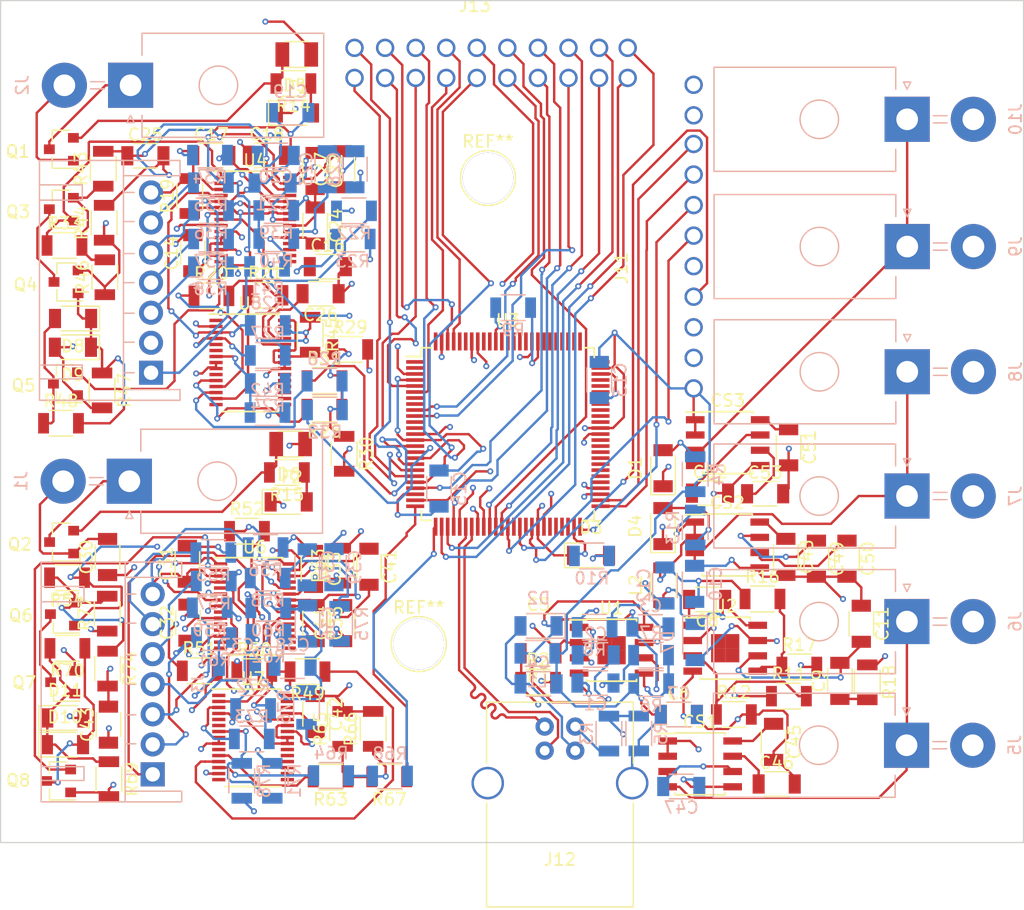
<source format=kicad_pcb>
(kicad_pcb (version 4) (host pcbnew 4.0.6)
  (layers (0 F.Cu signal) (1 In1.Cu power hide) (2 In2.Cu power hide) (31 B.Cu signal) (34 B.Paste user) (35 F.Paste user) (36 B.SilkS user) (37 F.SilkS user) (38 B.Mask user) (39 F.Mask user) (44 Edge.Cuts user))
  (net 0 "")
  (net 1 "Net-(C1-Pad1)")
  (net 2 GND)
  (net 3 "Net-(C2-Pad1)")
  (net 4 "Net-(C2-Pad2)")
  (net 5 "Net-(C3-Pad1)")
  (net 6 "Net-(C3-Pad2)")
  (net 7 +3V3)
  (net 8 "Net-(C7-Pad1)")
  (net 9 "Net-(C8-Pad1)")
  (net 10 "Net-(C8-Pad2)")
  (net 11 "Net-(C9-Pad1)")
  (net 12 "Net-(C11-Pad2)")
  (net 13 +15V)
  (net 14 "Net-(C14-Pad1)")
  (net 15 "Net-(C16-Pad1)")
  (net 16 /VC00)
  (net 17 /VC01)
  (net 18 /VC02)
  (net 19 /VC03)
  (net 20 /VC04)
  (net 21 /VC05)
  (net 22 /VC05B)
  (net 23 /VC06)
  (net 24 "Net-(C25-Pad1)")
  (net 25 "Net-(C25-Pad2)")
  (net 26 "Net-(C26-Pad2)")
  (net 27 "Net-(C30-Pad1)")
  (net 28 /VC10)
  (net 29 /VC11)
  (net 30 /VC12)
  (net 31 /VC13)
  (net 32 /VC14)
  (net 33 /VC15)
  (net 34 /VC15B)
  (net 35 /VC16)
  (net 36 "Net-(C39-Pad1)")
  (net 37 "Net-(C41-Pad1)")
  (net 38 "Net-(C41-Pad2)")
  (net 39 "Net-(C42-Pad2)")
  (net 40 "Net-(C45-Pad1)")
  (net 41 /CSO0)
  (net 42 "Net-(C47-Pad1)")
  (net 43 "Net-(C48-Pad1)")
  (net 44 /CSO1)
  (net 45 "Net-(C50-Pad1)")
  (net 46 "Net-(C51-Pad1)")
  (net 47 /CSO2)
  (net 48 "Net-(C53-Pad1)")
  (net 49 +BATT)
  (net 50 /BATT_CS)
  (net 51 /15V_CS)
  (net 52 /3.3V_CS)
  (net 53 "Net-(D1-Pad2)")
  (net 54 "Net-(D3-Pad2)")
  (net 55 "Net-(D4-Pad2)")
  (net 56 "Net-(D5-Pad2)")
  (net 57 "Net-(D6-Pad2)")
  (net 58 "Net-(D8-Pad1)")
  (net 59 "Net-(D8-Pad2)")
  (net 60 "Net-(D10-Pad1)")
  (net 61 "Net-(D10-Pad2)")
  (net 62 "Net-(F1-Pad2)")
  (net 63 "Net-(F2-Pad2)")
  (net 64 /B1P0)
  (net 65 /B0P0)
  (net 66 /C16)
  (net 67 /C15)
  (net 68 /C14)
  (net 69 /C13)
  (net 70 /C12)
  (net 71 /C11)
  (net 72 /C06)
  (net 73 /C05)
  (net 74 /C04)
  (net 75 /C03)
  (net 76 /C02)
  (net 77 /C01)
  (net 78 /TFT_SCK)
  (net 79 /TFT_MOSI)
  (net 80 /TFT_CS)
  (net 81 /USBD-)
  (net 82 "Net-(J12-Pad1)")
  (net 83 /USBD+)
  (net 84 /TX)
  (net 85 /D1)
  (net 86 /SDA)
  (net 87 /D2)
  (net 88 /SCL)
  (net 89 /D3)
  (net 90 /DAC0)
  (net 91 /D4)
  (net 92 /DAC1)
  (net 93 /D5)
  (net 94 /D0)
  (net 95 /RX)
  (net 96 /A2)
  (net 97 /SCK)
  (net 98 /A1)
  (net 99 /MISO)
  (net 100 /A0)
  (net 101 /MOSI)
  (net 102 /AREF)
  (net 103 /SS)
  (net 104 /DSG0)
  (net 105 /RSNS0)
  (net 106 "Net-(Q3-Pad3)")
  (net 107 /CHG0)
  (net 108 /DSG1)
  (net 109 /RSNS1)
  (net 110 "Net-(Q6-Pad3)")
  (net 111 /CHG1)
  (net 112 "Net-(R1-Pad2)")
  (net 113 /USB_VCC)
  (net 114 "Net-(R6-Pad2)")
  (net 115 "Net-(R9-Pad1)")
  (net 116 "Net-(R10-Pad1)")
  (net 117 "Net-(R11-Pad2)")
  (net 118 "Net-(R16-Pad2)")
  (net 119 "Net-(R20-Pad1)")
  (net 120 /REGOUT0)
  (net 121 "Net-(R21-Pad1)")
  (net 122 "Net-(R22-Pad1)")
  (net 123 "Net-(R22-Pad2)")
  (net 124 /BAT0)
  (net 125 "Net-(R25-Pad1)")
  (net 126 /SMBD0)
  (net 127 "Net-(R26-Pad1)")
  (net 128 /SMBC0)
  (net 129 /SCL0)
  (net 130 /SDA0)
  (net 131 /uSDA0)
  (net 132 /uSCL0)
  (net 133 "Net-(R45-Pad2)")
  (net 134 "Net-(R49-Pad1)")
  (net 135 /REGOUT1)
  (net 136 "Net-(R50-Pad1)")
  (net 137 "Net-(R52-Pad1)")
  (net 138 "Net-(R52-Pad2)")
  (net 139 "Net-(R63-Pad1)")
  (net 140 /SMBD1)
  (net 141 "Net-(R64-Pad1)")
  (net 142 /SMBC1)
  (net 143 /uSDA1)
  (net 144 /uSCL1)
  (net 145 /BAT1)
  (net 146 /SCL1)
  (net 147 /SDA1)
  (net 148 "Net-(R76-Pad2)")
  (net 149 "Net-(U3-Pad1)")
  (net 150 "Net-(U3-Pad2)")
  (net 151 "Net-(U3-Pad7)")
  (net 152 "Net-(U3-Pad8)")
  (net 153 "Net-(U3-Pad11)")
  (net 154 "Net-(U3-Pad12)")
  (net 155 "Net-(U3-Pad39)")
  (net 156 "Net-(U3-Pad41)")
  (net 157 "Net-(U3-Pad45)")
  (net 158 "Net-(U3-Pad46)")
  (net 159 "Net-(U3-Pad47)")
  (net 160 "Net-(U3-Pad48)")
  (net 161 /TFT_RESET)
  (net 162 /TFT_DC)
  (net 163 "Net-(U3-Pad55)")
  (net 164 "Net-(U3-Pad56)")
  (net 165 "Net-(U3-Pad57)")
  (net 166 "Net-(U3-Pad58)")
  (net 167 "Net-(U3-Pad59)")
  (net 168 "Net-(U3-Pad60)")
  (net 169 "Net-(U3-Pad61)")
  (net 170 "Net-(U3-Pad62)")
  (net 171 "Net-(U3-Pad65)")
  (net 172 "Net-(U3-Pad66)")
  (net 173 "Net-(U3-Pad67)")
  (net 174 "Net-(U3-Pad68)")
  (net 175 "Net-(U3-Pad69)")
  (net 176 "Net-(U3-Pad70)")
  (net 177 "Net-(U3-Pad71)")
  (net 178 "Net-(U3-Pad72)")
  (net 179 "Net-(U3-Pad75)")
  (net 180 "Net-(U3-Pad76)")
  (net 181 "Net-(U3-Pad77)")
  (net 182 "Net-(U3-Pad78)")
  (net 183 "Net-(U3-Pad79)")
  (net 184 "Net-(U3-Pad80)")
  (net 185 "Net-(U3-Pad81)")
  (net 186 "Net-(U3-Pad82)")
  (net 187 "Net-(U3-Pad85)")
  (net 188 "Net-(U3-Pad86)")
  (net 189 "Net-(U3-Pad87)")
  (net 190 "Net-(U3-Pad88)")
  (net 191 "Net-(U3-Pad89)")
  (net 192 "Net-(U3-Pad91)")
  (net 193 "Net-(U3-Pad92)")
  (net 194 "Net-(U3-Pad95)")
  (net 195 "Net-(U3-Pad96)")
  (net 196 "Net-(U3-Pad100)")
  (net 197 "Net-(U5-Pad1)")
  (net 198 /ALERT0)
  (net 199 "Net-(U5-Pad5)")
  (net 200 "Net-(U5-Pad6)")
  (net 201 "Net-(U5-Pad10)")
  (net 202 "Net-(U5-Pad15)")
  (net 203 "Net-(U5-Pad16)")
  (net 204 "Net-(U5-Pad17)")
  (net 205 "Net-(U5-Pad18)")
  (net 206 "Net-(U5-Pad19)")
  (net 207 "Net-(U5-Pad20)")
  (net 208 "Net-(U5-Pad21)")
  (net 209 "Net-(U5-Pad28)")
  (net 210 "Net-(U5-Pad29)")
  (net 211 "Net-(U7-Pad1)")
  (net 212 /ALERT1)
  (net 213 "Net-(U7-Pad5)")
  (net 214 "Net-(U7-Pad6)")
  (net 215 "Net-(U7-Pad10)")
  (net 216 "Net-(U7-Pad15)")
  (net 217 "Net-(U7-Pad16)")
  (net 218 "Net-(U7-Pad17)")
  (net 219 "Net-(U7-Pad18)")
  (net 220 "Net-(U7-Pad19)")
  (net 221 "Net-(U7-Pad20)")
  (net 222 "Net-(U7-Pad21)")
  (net 223 "Net-(U7-Pad28)")
  (net 224 "Net-(U7-Pad29)")
  (net 225 "Net-(R19-Pad1)")
  (net 226 "Net-(R51-Pad1)")
  (net 227 "Net-(U4-Pad11)")
  (net 228 "Net-(U4-Pad16)")
  (net 229 "Net-(U4-Pad17)")
  (net 230 "Net-(U4-Pad18)")
  (net 231 "Net-(U4-Pad19)")
  (net 232 "Net-(U6-Pad11)")
  (net 233 "Net-(U6-Pad16)")
  (net 234 "Net-(U6-Pad17)")
  (net 235 "Net-(U6-Pad18)")
  (net 236 "Net-(U6-Pad19)")
  (net 237 "Net-(J11-Pad2)")
  (net 238 "Net-(J11-Pad5)")
  (net 239 "Net-(J11-Pad10)")
  (net 240 "Net-(J11-Pad11)")
  (module Connectors:1pin (layer F.Cu) (at 64.75 96)
    (fp_text reference REF** (at 0 -3.048) (layer F.SilkS))
    (fp_text value 1pin)
    (pad 1 thru_hole circle (at 0 0) (size 4.2 4.2) (drill 4.2) (layers *.Cu *.Mask))
  )
  (module Inductors_SMD:L_1206 (layer F.Cu) (at 85.08 91.11 90)
    (fp_text reference L2 (at 0 -2.3 90) (layer F.SilkS))
    (fp_text value 20u)
    (pad 1 smd rect (at -1.45 0 90) (size 0.9 1.7) (layers F.Cu F.Paste F.Mask) (net 9 "Net-(C8-Pad1)"))
    (pad 2 smd rect (at 1.45 0 90) (size 0.9 1.7) (layers F.Cu F.Paste F.Mask) (net 13 +15V))
  )
  (module Capacitors_SMD:C_1206 (layer F.Cu) (at 45.57 94.22 90)
    (fp_text reference C32 (at 0 -1.75 90) (layer F.SilkS))
    (fp_text value 1u)
    (pad 1 smd rect (at -1.5 0 90) (size 1 1.6) (layers F.Cu F.Paste F.Mask) (net 2 GND))
    (pad 2 smd rect (at 1.5 0 90) (size 1 1.6) (layers F.Cu F.Paste F.Mask) (net 29 /VC11))
  )
  (module Resistors_SMD:R_1206 (layer F.Cu) (at 47.52 67.05)
    (fp_text reference R20 (at 0 -1.85) (layer F.SilkS))
    (fp_text value 100K)
    (pad 1 smd rect (at -1.45 0) (size 0.9 1.7) (layers F.Cu F.Paste F.Mask) (net 119 "Net-(R20-Pad1)"))
    (pad 2 smd rect (at 1.45 0) (size 0.9 1.7) (layers F.Cu F.Paste F.Mask) (net 120 /REGOUT0))
  )
  (module Resistors_SMD:R_1206 (layer B.Cu) (at 47.71 90.76)
    (fp_text reference R57 (at 0 1.85) (layer B.SilkS) (effects (justify mirror)))
    (fp_text value 1K)
    (pad 1 smd rect (at -1.45 0) (size 0.9 1.7) (layers B.Cu B.Paste B.Mask) (net 70 /C12))
    (pad 2 smd rect (at 1.45 0) (size 0.9 1.7) (layers B.Cu B.Paste B.Mask) (net 30 /VC12))
  )
  (module Resistors_SMD:R_1206 (layer B.Cu) (at 52.906 59.944)
    (fp_text reference R39 (at 0 1.85) (layer B.SilkS) (effects (justify mirror)))
    (fp_text value 1K)
    (pad 1 smd rect (at -1.45 0) (size 0.9 1.7) (layers B.Cu B.Paste B.Mask) (net 73 /C05))
    (pad 2 smd rect (at 1.45 0) (size 0.9 1.7) (layers B.Cu B.Paste B.Mask) (net 21 /VC05))
  )
  (module Resistors_SMD:R_1206 (layer B.Cu) (at 59.256 62.32)
    (fp_text reference R23 (at 0 1.85) (layer B.SilkS) (effects (justify mirror)))
    (fp_text value 100R)
    (pad 1 smd rect (at -1.45 0) (size 0.9 1.7) (layers B.Cu B.Paste B.Mask) (net 15 "Net-(C16-Pad1)"))
    (pad 2 smd rect (at 1.45 0) (size 0.9 1.7) (layers B.Cu B.Paste B.Mask) (net 49 +BATT))
  )
  (module Housings_QFP:TQFP-100_14x14mm_Pitch0.5mm (layer F.Cu) (at 72.15 78.54)
    (fp_text reference U3 (at 0 -9.45) (layer F.SilkS))
    (fp_text value ATXMEGA128A1U-AU)
    (pad 1 smd rect (at -7.7 -6) (size 1.5 0.3) (layers F.Cu F.Paste F.Mask) (net 149 "Net-(U3-Pad1)"))
    (pad 2 smd rect (at -7.7 -5.5) (size 1.5 0.3) (layers F.Cu F.Paste F.Mask) (net 150 "Net-(U3-Pad2)"))
    (pad 3 smd rect (at -7.7 -5) (size 1.5 0.3) (layers F.Cu F.Paste F.Mask) (net 2 GND))
    (pad 4 smd rect (at -7.7 -4.5) (size 1.5 0.3) (layers F.Cu F.Paste F.Mask) (net 7 +3V3))
    (pad 5 smd rect (at -7.7 -4) (size 1.5 0.3) (layers F.Cu F.Paste F.Mask) (net 102 /AREF))
    (pad 6 smd rect (at -7.7 -3.5) (size 1.5 0.3) (layers F.Cu F.Paste F.Mask) (net 100 /A0))
    (pad 7 smd rect (at -7.7 -3) (size 1.5 0.3) (layers F.Cu F.Paste F.Mask) (net 151 "Net-(U3-Pad7)"))
    (pad 8 smd rect (at -7.7 -2.5) (size 1.5 0.3) (layers F.Cu F.Paste F.Mask) (net 152 "Net-(U3-Pad8)"))
    (pad 9 smd rect (at -7.7 -2) (size 1.5 0.3) (layers F.Cu F.Paste F.Mask) (net 98 /A1))
    (pad 10 smd rect (at -7.7 -1.5) (size 1.5 0.3) (layers F.Cu F.Paste F.Mask) (net 96 /A2))
    (pad 11 smd rect (at -7.7 -1) (size 1.5 0.3) (layers F.Cu F.Paste F.Mask) (net 153 "Net-(U3-Pad11)"))
    (pad 12 smd rect (at -7.7 -0.5) (size 1.5 0.3) (layers F.Cu F.Paste F.Mask) (net 154 "Net-(U3-Pad12)"))
    (pad 13 smd rect (at -7.7 0) (size 1.5 0.3) (layers F.Cu F.Paste F.Mask) (net 2 GND))
    (pad 14 smd rect (at -7.7 0.5) (size 1.5 0.3) (layers F.Cu F.Paste F.Mask) (net 7 +3V3))
    (pad 15 smd rect (at -7.7 1) (size 1.5 0.3) (layers F.Cu F.Paste F.Mask) (net 131 /uSDA0))
    (pad 16 smd rect (at -7.7 1.5) (size 1.5 0.3) (layers F.Cu F.Paste F.Mask) (net 132 /uSCL0))
    (pad 17 smd rect (at -7.7 2) (size 1.5 0.3) (layers F.Cu F.Paste F.Mask) (net 91 /D4))
    (pad 18 smd rect (at -7.7 2.5) (size 1.5 0.3) (layers F.Cu F.Paste F.Mask) (net 93 /D5))
    (pad 19 smd rect (at -7.7 3) (size 1.5 0.3) (layers F.Cu F.Paste F.Mask) (net 103 /SS))
    (pad 20 smd rect (at -7.7 3.5) (size 1.5 0.3) (layers F.Cu F.Paste F.Mask) (net 101 /MOSI))
    (pad 21 smd rect (at -7.7 4) (size 1.5 0.3) (layers F.Cu F.Paste F.Mask) (net 99 /MISO))
    (pad 22 smd rect (at -7.7 4.5) (size 1.5 0.3) (layers F.Cu F.Paste F.Mask) (net 97 /SCK))
    (pad 23 smd rect (at -7.7 5) (size 1.5 0.3) (layers F.Cu F.Paste F.Mask) (net 2 GND))
    (pad 24 smd rect (at -7.7 5.5) (size 1.5 0.3) (layers F.Cu F.Paste F.Mask) (net 7 +3V3))
    (pad 25 smd rect (at -7.7 6) (size 1.5 0.3) (layers F.Cu F.Paste F.Mask) (net 143 /uSDA1))
    (pad 26 smd rect (at -6 7.7 90) (size 1.5 0.3) (layers F.Cu F.Paste F.Mask) (net 144 /uSCL1))
    (pad 27 smd rect (at -5.5 7.7 90) (size 1.5 0.3) (layers F.Cu F.Paste F.Mask) (net 94 /D0))
    (pad 28 smd rect (at -5 7.7 90) (size 1.5 0.3) (layers F.Cu F.Paste F.Mask) (net 85 /D1))
    (pad 29 smd rect (at -4.5 7.7 90) (size 1.5 0.3) (layers F.Cu F.Paste F.Mask) (net 87 /D2))
    (pad 30 smd rect (at -4 7.7 90) (size 1.5 0.3) (layers F.Cu F.Paste F.Mask) (net 89 /D3))
    (pad 31 smd rect (at -3.5 7.7 90) (size 1.5 0.3) (layers F.Cu F.Paste F.Mask) (net 81 /USBD-))
    (pad 32 smd rect (at -3 7.7 90) (size 1.5 0.3) (layers F.Cu F.Paste F.Mask) (net 83 /USBD+))
    (pad 33 smd rect (at -2.5 7.7 90) (size 1.5 0.3) (layers F.Cu F.Paste F.Mask) (net 2 GND))
    (pad 34 smd rect (at -2 7.7 90) (size 1.5 0.3) (layers F.Cu F.Paste F.Mask) (net 7 +3V3))
    (pad 35 smd rect (at -1.5 7.7 90) (size 1.5 0.3) (layers F.Cu F.Paste F.Mask) (net 86 /SDA))
    (pad 36 smd rect (at -1 7.7 90) (size 1.5 0.3) (layers F.Cu F.Paste F.Mask) (net 88 /SCL))
    (pad 37 smd rect (at -0.5 7.7 90) (size 1.5 0.3) (layers F.Cu F.Paste F.Mask) (net 95 /RX))
    (pad 38 smd rect (at 0 7.7 90) (size 1.5 0.3) (layers F.Cu F.Paste F.Mask) (net 84 /TX))
    (pad 39 smd rect (at 0.5 7.7 90) (size 1.5 0.3) (layers F.Cu F.Paste F.Mask) (net 155 "Net-(U3-Pad39)"))
    (pad 40 smd rect (at 1 7.7 90) (size 1.5 0.3) (layers F.Cu F.Paste F.Mask) (net 79 /TFT_MOSI))
    (pad 41 smd rect (at 1.5 7.7 90) (size 1.5 0.3) (layers F.Cu F.Paste F.Mask) (net 156 "Net-(U3-Pad41)"))
    (pad 42 smd rect (at 2 7.7 90) (size 1.5 0.3) (layers F.Cu F.Paste F.Mask) (net 78 /TFT_SCK))
    (pad 43 smd rect (at 2.5 7.7 90) (size 1.5 0.3) (layers F.Cu F.Paste F.Mask) (net 2 GND))
    (pad 44 smd rect (at 3 7.7 90) (size 1.5 0.3) (layers F.Cu F.Paste F.Mask) (net 7 +3V3))
    (pad 45 smd rect (at 3.5 7.7 90) (size 1.5 0.3) (layers F.Cu F.Paste F.Mask) (net 157 "Net-(U3-Pad45)"))
    (pad 46 smd rect (at 4 7.7 90) (size 1.5 0.3) (layers F.Cu F.Paste F.Mask) (net 158 "Net-(U3-Pad46)"))
    (pad 47 smd rect (at 4.5 7.7 90) (size 1.5 0.3) (layers F.Cu F.Paste F.Mask) (net 159 "Net-(U3-Pad47)"))
    (pad 48 smd rect (at 5 7.7 90) (size 1.5 0.3) (layers F.Cu F.Paste F.Mask) (net 160 "Net-(U3-Pad48)"))
    (pad 49 smd rect (at 5.5 7.7 90) (size 1.5 0.3) (layers F.Cu F.Paste F.Mask) (net 116 "Net-(R10-Pad1)"))
    (pad 50 smd rect (at 6 7.7 90) (size 1.5 0.3) (layers F.Cu F.Paste F.Mask) (net 80 /TFT_CS))
    (pad 51 smd rect (at 7.7 6) (size 1.5 0.3) (layers F.Cu F.Paste F.Mask) (net 161 /TFT_RESET))
    (pad 52 smd rect (at 7.7 5.5) (size 1.5 0.3) (layers F.Cu F.Paste F.Mask) (net 162 /TFT_DC))
    (pad 53 smd rect (at 7.7 5) (size 1.5 0.3) (layers F.Cu F.Paste F.Mask) (net 2 GND))
    (pad 54 smd rect (at 7.7 4.5) (size 1.5 0.3) (layers F.Cu F.Paste F.Mask) (net 7 +3V3))
    (pad 55 smd rect (at 7.7 4) (size 1.5 0.3) (layers F.Cu F.Paste F.Mask) (net 163 "Net-(U3-Pad55)"))
    (pad 56 smd rect (at 7.7 3.5) (size 1.5 0.3) (layers F.Cu F.Paste F.Mask) (net 164 "Net-(U3-Pad56)"))
    (pad 57 smd rect (at 7.7 3) (size 1.5 0.3) (layers F.Cu F.Paste F.Mask) (net 165 "Net-(U3-Pad57)"))
    (pad 58 smd rect (at 7.7 2.5) (size 1.5 0.3) (layers F.Cu F.Paste F.Mask) (net 166 "Net-(U3-Pad58)"))
    (pad 59 smd rect (at 7.7 2) (size 1.5 0.3) (layers F.Cu F.Paste F.Mask) (net 167 "Net-(U3-Pad59)"))
    (pad 60 smd rect (at 7.7 1.5) (size 1.5 0.3) (layers F.Cu F.Paste F.Mask) (net 168 "Net-(U3-Pad60)"))
    (pad 61 smd rect (at 7.7 1) (size 1.5 0.3) (layers F.Cu F.Paste F.Mask) (net 169 "Net-(U3-Pad61)"))
    (pad 62 smd rect (at 7.7 0.5) (size 1.5 0.3) (layers F.Cu F.Paste F.Mask) (net 170 "Net-(U3-Pad62)"))
    (pad 63 smd rect (at 7.7 0) (size 1.5 0.3) (layers F.Cu F.Paste F.Mask) (net 2 GND))
    (pad 64 smd rect (at 7.7 -0.5) (size 1.5 0.3) (layers F.Cu F.Paste F.Mask) (net 7 +3V3))
    (pad 65 smd rect (at 7.7 -1) (size 1.5 0.3) (layers F.Cu F.Paste F.Mask) (net 171 "Net-(U3-Pad65)"))
    (pad 66 smd rect (at 7.7 -1.5) (size 1.5 0.3) (layers F.Cu F.Paste F.Mask) (net 172 "Net-(U3-Pad66)"))
    (pad 67 smd rect (at 7.7 -2) (size 1.5 0.3) (layers F.Cu F.Paste F.Mask) (net 173 "Net-(U3-Pad67)"))
    (pad 68 smd rect (at 7.7 -2.5) (size 1.5 0.3) (layers F.Cu F.Paste F.Mask) (net 174 "Net-(U3-Pad68)"))
    (pad 69 smd rect (at 7.7 -3) (size 1.5 0.3) (layers F.Cu F.Paste F.Mask) (net 175 "Net-(U3-Pad69)"))
    (pad 70 smd rect (at 7.7 -3.5) (size 1.5 0.3) (layers F.Cu F.Paste F.Mask) (net 176 "Net-(U3-Pad70)"))
    (pad 71 smd rect (at 7.7 -4) (size 1.5 0.3) (layers F.Cu F.Paste F.Mask) (net 177 "Net-(U3-Pad71)"))
    (pad 72 smd rect (at 7.7 -4.5) (size 1.5 0.3) (layers F.Cu F.Paste F.Mask) (net 178 "Net-(U3-Pad72)"))
    (pad 73 smd rect (at 7.7 -5) (size 1.5 0.3) (layers F.Cu F.Paste F.Mask) (net 2 GND))
    (pad 74 smd rect (at 7.7 -5.5) (size 1.5 0.3) (layers F.Cu F.Paste F.Mask) (net 7 +3V3))
    (pad 75 smd rect (at 7.7 -6) (size 1.5 0.3) (layers F.Cu F.Paste F.Mask) (net 179 "Net-(U3-Pad75)"))
    (pad 76 smd rect (at 6 -7.7 90) (size 1.5 0.3) (layers F.Cu F.Paste F.Mask) (net 180 "Net-(U3-Pad76)"))
    (pad 77 smd rect (at 5.5 -7.7 90) (size 1.5 0.3) (layers F.Cu F.Paste F.Mask) (net 181 "Net-(U3-Pad77)"))
    (pad 78 smd rect (at 5 -7.7 90) (size 1.5 0.3) (layers F.Cu F.Paste F.Mask) (net 182 "Net-(U3-Pad78)"))
    (pad 79 smd rect (at 4.5 -7.7 90) (size 1.5 0.3) (layers F.Cu F.Paste F.Mask) (net 183 "Net-(U3-Pad79)"))
    (pad 80 smd rect (at 4 -7.7 90) (size 1.5 0.3) (layers F.Cu F.Paste F.Mask) (net 184 "Net-(U3-Pad80)"))
    (pad 81 smd rect (at 3.5 -7.7 90) (size 1.5 0.3) (layers F.Cu F.Paste F.Mask) (net 185 "Net-(U3-Pad81)"))
    (pad 82 smd rect (at 3 -7.7 90) (size 1.5 0.3) (layers F.Cu F.Paste F.Mask) (net 186 "Net-(U3-Pad82)"))
    (pad 83 smd rect (at 2.5 -7.7 90) (size 1.5 0.3) (layers F.Cu F.Paste F.Mask) (net 7 +3V3))
    (pad 84 smd rect (at 2 -7.7 90) (size 1.5 0.3) (layers F.Cu F.Paste F.Mask) (net 2 GND))
    (pad 85 smd rect (at 1.5 -7.7 90) (size 1.5 0.3) (layers F.Cu F.Paste F.Mask) (net 187 "Net-(U3-Pad85)"))
    (pad 86 smd rect (at 1 -7.7 90) (size 1.5 0.3) (layers F.Cu F.Paste F.Mask) (net 188 "Net-(U3-Pad86)"))
    (pad 87 smd rect (at 0.5 -7.7 90) (size 1.5 0.3) (layers F.Cu F.Paste F.Mask) (net 189 "Net-(U3-Pad87)"))
    (pad 88 smd rect (at 0 -7.7 90) (size 1.5 0.3) (layers F.Cu F.Paste F.Mask) (net 190 "Net-(U3-Pad88)"))
    (pad 89 smd rect (at -0.5 -7.7 90) (size 1.5 0.3) (layers F.Cu F.Paste F.Mask) (net 191 "Net-(U3-Pad89)"))
    (pad 90 smd rect (at -1 -7.7 90) (size 1.5 0.3) (layers F.Cu F.Paste F.Mask) (net 115 "Net-(R9-Pad1)"))
    (pad 91 smd rect (at -1.5 -7.7 90) (size 1.5 0.3) (layers F.Cu F.Paste F.Mask) (net 192 "Net-(U3-Pad91)"))
    (pad 92 smd rect (at -2 -7.7 90) (size 1.5 0.3) (layers F.Cu F.Paste F.Mask) (net 193 "Net-(U3-Pad92)"))
    (pad 93 smd rect (at -2.5 -7.7 90) (size 1.5 0.3) (layers F.Cu F.Paste F.Mask) (net 2 GND))
    (pad 94 smd rect (at -3 -7.7 90) (size 1.5 0.3) (layers F.Cu F.Paste F.Mask) (net 7 +3V3))
    (pad 95 smd rect (at -3.5 -7.7 90) (size 1.5 0.3) (layers F.Cu F.Paste F.Mask) (net 194 "Net-(U3-Pad95)"))
    (pad 96 smd rect (at -4 -7.7 90) (size 1.5 0.3) (layers F.Cu F.Paste F.Mask) (net 195 "Net-(U3-Pad96)"))
    (pad 97 smd rect (at -4.5 -7.7 90) (size 1.5 0.3) (layers F.Cu F.Paste F.Mask) (net 90 /DAC0))
    (pad 98 smd rect (at -5 -7.7 90) (size 1.5 0.3) (layers F.Cu F.Paste F.Mask) (net 92 /DAC1))
    (pad 99 smd rect (at -5.5 -7.7 90) (size 1.5 0.3) (layers F.Cu F.Paste F.Mask) (net 113 /USB_VCC))
    (pad 100 smd rect (at -6 -7.7 90) (size 1.5 0.3) (layers F.Cu F.Paste F.Mask) (net 196 "Net-(U3-Pad100)"))
  )
  (module Capacitors_SMD:C_1206 (layer B.Cu) (at 79.43 99.24)
    (fp_text reference C1 (at 0 1.75) (layer B.SilkS) (effects (justify mirror)))
    (fp_text value 10n)
    (pad 1 smd rect (at -1.5 0) (size 1 1.6) (layers B.Cu B.Paste B.Mask) (net 1 "Net-(C1-Pad1)"))
    (pad 2 smd rect (at 1.5 0) (size 1 1.6) (layers B.Cu B.Paste B.Mask) (net 2 GND))
  )
  (module Capacitors_SMD:C_1206 (layer B.Cu) (at 79.45 96.9 180)
    (fp_text reference C2 (at 0 1.75 180) (layer B.SilkS) (effects (justify mirror)))
    (fp_text value 0.1u)
    (pad 1 smd rect (at -1.5 0 180) (size 1 1.6) (layers B.Cu B.Paste B.Mask) (net 3 "Net-(C2-Pad1)"))
    (pad 2 smd rect (at 1.5 0 180) (size 1 1.6) (layers B.Cu B.Paste B.Mask) (net 4 "Net-(C2-Pad2)"))
  )
  (module Capacitors_SMD:C_1206 (layer B.Cu) (at 84 94.58 180)
    (fp_text reference C3 (at 0 1.75 180) (layer B.SilkS) (effects (justify mirror)))
    (fp_text value 3300p)
    (pad 1 smd rect (at -1.5 0 180) (size 1 1.6) (layers B.Cu B.Paste B.Mask) (net 5 "Net-(C3-Pad1)"))
    (pad 2 smd rect (at 1.5 0 180) (size 1 1.6) (layers B.Cu B.Paste B.Mask) (net 6 "Net-(C3-Pad2)"))
  )
  (module Capacitors_SMD:C_1206 (layer B.Cu) (at 74.7 99.314 180)
    (fp_text reference C4 (at 0 1.75 180) (layer B.SilkS) (effects (justify mirror)))
    (fp_text value 50u)
    (pad 1 smd rect (at -1.5 0 180) (size 1 1.6) (layers B.Cu B.Paste B.Mask) (net 7 +3V3))
    (pad 2 smd rect (at 1.5 0 180) (size 1 1.6) (layers B.Cu B.Paste B.Mask) (net 2 GND))
  )
  (module Capacitors_SMD:C_1206 (layer F.Cu) (at 74.7 94.488)
    (fp_text reference C5 (at 0 -1.75) (layer F.SilkS))
    (fp_text value 33p)
    (pad 1 smd rect (at -1.5 0) (size 1 1.6) (layers F.Cu F.Paste F.Mask) (net 2 GND))
    (pad 2 smd rect (at 1.5 0) (size 1 1.6) (layers F.Cu F.Paste F.Mask) (net 6 "Net-(C3-Pad2)"))
  )
  (module Capacitors_SMD:C_1206 (layer F.Cu) (at 86.36 101.854)
    (fp_text reference C6 (at 0 -1.75) (layer F.SilkS))
    (fp_text value 50u)
    (pad 1 smd rect (at -1.5 0) (size 1 1.6) (layers F.Cu F.Paste F.Mask) (net 7 +3V3))
    (pad 2 smd rect (at 1.5 0) (size 1 1.6) (layers F.Cu F.Paste F.Mask) (net 2 GND))
  )
  (module Capacitors_SMD:C_1206 (layer B.Cu) (at 86.36 101.854 180)
    (fp_text reference C7 (at 0 1.75 180) (layer B.SilkS) (effects (justify mirror)))
    (fp_text value 10n)
    (pad 1 smd rect (at -1.5 0 180) (size 1 1.6) (layers B.Cu B.Paste B.Mask) (net 8 "Net-(C7-Pad1)"))
    (pad 2 smd rect (at 1.5 0 180) (size 1 1.6) (layers B.Cu B.Paste B.Mask) (net 2 GND))
  )
  (module Capacitors_SMD:C_1206 (layer F.Cu) (at 88.71 92.29 180)
    (fp_text reference C8 (at 0 -1.75 180) (layer F.SilkS))
    (fp_text value 0.1u)
    (pad 1 smd rect (at -1.5 0 180) (size 1 1.6) (layers F.Cu F.Paste F.Mask) (net 9 "Net-(C8-Pad1)"))
    (pad 2 smd rect (at 1.5 0 180) (size 1 1.6) (layers F.Cu F.Paste F.Mask) (net 10 "Net-(C8-Pad2)"))
  )
  (module Capacitors_SMD:C_1206 (layer F.Cu) (at 99.74 99.06 90)
    (fp_text reference C9 (at 0 -1.75 90) (layer F.SilkS))
    (fp_text value 735p)
    (pad 1 smd rect (at -1.5 0 90) (size 1 1.6) (layers F.Cu F.Paste F.Mask) (net 11 "Net-(C9-Pad1)"))
    (pad 2 smd rect (at 1.5 0 90) (size 1 1.6) (layers F.Cu F.Paste F.Mask) (net 12 "Net-(C11-Pad2)"))
  )
  (module Capacitors_SMD:C_1206 (layer B.Cu) (at 87.67 90.99 90)
    (fp_text reference C10 (at 0 1.75 90) (layer B.SilkS) (effects (justify mirror)))
    (fp_text value 50u)
    (pad 1 smd rect (at -1.5 0 90) (size 1 1.6) (layers B.Cu B.Paste B.Mask) (net 13 +15V))
    (pad 2 smd rect (at 1.5 0 90) (size 1 1.6) (layers B.Cu B.Paste B.Mask) (net 2 GND))
  )
  (module Capacitors_SMD:C_1206 (layer F.Cu) (at 101.52 94.31 270)
    (fp_text reference C11 (at 0 -1.75 270) (layer F.SilkS))
    (fp_text value 7.35p)
    (pad 1 smd rect (at -1.5 0 270) (size 1 1.6) (layers F.Cu F.Paste F.Mask) (net 2 GND))
    (pad 2 smd rect (at 1.5 0 270) (size 1 1.6) (layers F.Cu F.Paste F.Mask) (net 12 "Net-(C11-Pad2)"))
  )
  (module Capacitors_SMD:C_1206 (layer B.Cu) (at 85.2 91.13 270)
    (fp_text reference C12 (at 0 1.75 270) (layer B.SilkS) (effects (justify mirror)))
    (fp_text value 50u)
    (pad 1 smd rect (at -1.5 0 270) (size 1 1.6) (layers B.Cu B.Paste B.Mask) (net 13 +15V))
    (pad 2 smd rect (at 1.5 0 270) (size 1 1.6) (layers B.Cu B.Paste B.Mask) (net 2 GND))
  )
  (module Capacitors_SMD:C_1206 (layer F.Cu) (at 45.974 63.5 90)
    (fp_text reference C14 (at 0 -1.75 90) (layer F.SilkS))
    (fp_text value 1u)
    (pad 1 smd rect (at -1.5 0 90) (size 1 1.6) (layers F.Cu F.Paste F.Mask) (net 14 "Net-(C14-Pad1)"))
    (pad 2 smd rect (at 1.5 0 90) (size 1 1.6) (layers F.Cu F.Paste F.Mask) (net 2 GND))
  )
  (module Capacitors_SMD:C_1206 (layer F.Cu) (at 57.19 64.62)
    (fp_text reference C16 (at 0 -1.75) (layer F.SilkS))
    (fp_text value 10u)
    (pad 1 smd rect (at -1.5 0) (size 1 1.6) (layers F.Cu F.Paste F.Mask) (net 15 "Net-(C16-Pad1)"))
    (pad 2 smd rect (at 1.5 0) (size 1 1.6) (layers F.Cu F.Paste F.Mask) (net 2 GND))
  )
  (module Capacitors_SMD:C_1206 (layer F.Cu) (at 47.51 55.38)
    (fp_text reference C17 (at 0 -1.75) (layer F.SilkS))
    (fp_text value 1u)
    (pad 1 smd rect (at -1.5 0) (size 1 1.6) (layers F.Cu F.Paste F.Mask) (net 2 GND))
    (pad 2 smd rect (at 1.5 0) (size 1 1.6) (layers F.Cu F.Paste F.Mask) (net 16 /VC00))
  )
  (module Capacitors_SMD:C_1206 (layer F.Cu) (at 52.13 55.36)
    (fp_text reference C18 (at 0 -1.75) (layer F.SilkS))
    (fp_text value 1u)
    (pad 1 smd rect (at -1.5 0) (size 1 1.6) (layers F.Cu F.Paste F.Mask) (net 2 GND))
    (pad 2 smd rect (at 1.5 0) (size 1 1.6) (layers F.Cu F.Paste F.Mask) (net 17 /VC01))
  )
  (module Capacitors_SMD:C_1206 (layer B.Cu) (at 54.078 51.816 180)
    (fp_text reference C19 (at 0 1.75 180) (layer B.SilkS) (effects (justify mirror)))
    (fp_text value 1u)
    (pad 1 smd rect (at -1.5 0 180) (size 1 1.6) (layers B.Cu B.Paste B.Mask) (net 17 /VC01))
    (pad 2 smd rect (at 1.5 0 180) (size 1 1.6) (layers B.Cu B.Paste B.Mask) (net 18 /VC02))
  )
  (module Capacitors_SMD:C_1206 (layer B.Cu) (at 52.856 55.372)
    (fp_text reference C20 (at 0 1.75) (layer B.SilkS) (effects (justify mirror)))
    (fp_text value 1u)
    (pad 1 smd rect (at -1.5 0) (size 1 1.6) (layers B.Cu B.Paste B.Mask) (net 18 /VC02))
    (pad 2 smd rect (at 1.5 0) (size 1 1.6) (layers B.Cu B.Paste B.Mask) (net 19 /VC03))
  )
  (module Capacitors_SMD:C_1206 (layer B.Cu) (at 52.602 57.67)
    (fp_text reference C21 (at 0 1.75) (layer B.SilkS) (effects (justify mirror)))
    (fp_text value 1u)
    (pad 1 smd rect (at -1.5 0) (size 1 1.6) (layers B.Cu B.Paste B.Mask) (net 19 /VC03))
    (pad 2 smd rect (at 1.5 0) (size 1 1.6) (layers B.Cu B.Paste B.Mask) (net 20 /VC04))
  )
  (module Capacitors_SMD:C_1206 (layer F.Cu) (at 56.134 56.666 270)
    (fp_text reference C22 (at 0 -1.75 270) (layer F.SilkS))
    (fp_text value 1u)
    (pad 1 smd rect (at -1.5 0 270) (size 1 1.6) (layers F.Cu F.Paste F.Mask) (net 20 /VC04))
    (pad 2 smd rect (at 1.5 0 270) (size 1 1.6) (layers F.Cu F.Paste F.Mask) (net 21 /VC05))
  )
  (module Capacitors_SMD:C_1206 (layer B.Cu) (at 57.15 56.52 270)
    (fp_text reference C23 (at 0 1.75 270) (layer B.SilkS) (effects (justify mirror)))
    (fp_text value 1u)
    (pad 1 smd rect (at -1.5 0 270) (size 1 1.6) (layers B.Cu B.Paste B.Mask) (net 21 /VC05))
    (pad 2 smd rect (at 1.5 0 270) (size 1 1.6) (layers B.Cu B.Paste B.Mask) (net 22 /VC05B))
  )
  (module Capacitors_SMD:C_1206 (layer F.Cu) (at 56.14 61.2 270)
    (fp_text reference C24 (at 0 -1.75 270) (layer F.SilkS))
    (fp_text value 1u)
    (pad 1 smd rect (at -1.5 0 270) (size 1 1.6) (layers F.Cu F.Paste F.Mask) (net 21 /VC05))
    (pad 2 smd rect (at 1.5 0 270) (size 1 1.6) (layers F.Cu F.Paste F.Mask) (net 23 /VC06))
  )
  (module Capacitors_SMD:C_1206 (layer F.Cu) (at 42.03 55.4)
    (fp_text reference C25 (at 0 -1.75) (layer F.SilkS))
    (fp_text value 0.1u)
    (pad 1 smd rect (at -1.5 0) (size 1 1.6) (layers F.Cu F.Paste F.Mask) (net 24 "Net-(C25-Pad1)"))
    (pad 2 smd rect (at 1.5 0) (size 1 1.6) (layers F.Cu F.Paste F.Mask) (net 25 "Net-(C25-Pad2)"))
  )
  (module Capacitors_SMD:C_1206 (layer F.Cu) (at 56.59 66.87 180)
    (fp_text reference C26 (at 0 -1.75 180) (layer F.SilkS))
    (fp_text value 0.1u)
    (pad 1 smd rect (at -1.5 0 180) (size 1 1.6) (layers F.Cu F.Paste F.Mask) (net 2 GND))
    (pad 2 smd rect (at 1.5 0 180) (size 1 1.6) (layers F.Cu F.Paste F.Mask) (net 26 "Net-(C26-Pad2)"))
  )
  (module Capacitors_SMD:C_1206 (layer F.Cu) (at 58.4 56.52 90)
    (fp_text reference C27 (at 0 -1.75 90) (layer F.SilkS))
    (fp_text value 0.1u)
    (pad 1 smd rect (at -1.5 0 90) (size 1 1.6) (layers F.Cu F.Paste F.Mask) (net 2 GND))
    (pad 2 smd rect (at 1.5 0 90) (size 1 1.6) (layers F.Cu F.Paste F.Mask) (net 24 "Net-(C25-Pad1)"))
  )
  (module Capacitors_SMD:C_1206 (layer B.Cu) (at 59.436 56.52 270)
    (fp_text reference C28 (at 0 1.75 270) (layer B.SilkS) (effects (justify mirror)))
    (fp_text value 0.1u)
    (pad 1 smd rect (at -1.5 0 270) (size 1 1.6) (layers B.Cu B.Paste B.Mask) (net 2 GND))
    (pad 2 smd rect (at 1.5 0 270) (size 1 1.6) (layers B.Cu B.Paste B.Mask) (net 25 "Net-(C25-Pad2)"))
  )
  (module Capacitors_SMD:C_1206 (layer F.Cu) (at 38.89 88.76 90)
    (fp_text reference C30 (at 0 -1.75 90) (layer F.SilkS))
    (fp_text value 1u)
    (pad 1 smd rect (at -1.5 0 90) (size 1 1.6) (layers F.Cu F.Paste F.Mask) (net 27 "Net-(C30-Pad1)"))
    (pad 2 smd rect (at 1.5 0 90) (size 1 1.6) (layers F.Cu F.Paste F.Mask) (net 2 GND))
  )
  (module Capacitors_SMD:C_1206 (layer F.Cu) (at 45.52 89.32 90)
    (fp_text reference C31 (at 0 -1.75 90) (layer F.SilkS))
    (fp_text value 1u)
    (pad 1 smd rect (at -1.5 0 90) (size 1 1.6) (layers F.Cu F.Paste F.Mask) (net 2 GND))
    (pad 2 smd rect (at 1.5 0 90) (size 1 1.6) (layers F.Cu F.Paste F.Mask) (net 28 /VC10))
  )
  (module Capacitors_SMD:C_1206 (layer F.Cu) (at 56 89.75 270)
    (fp_text reference C33 (at 0 -1.75 270) (layer F.SilkS))
    (fp_text value 1u)
    (pad 1 smd rect (at -1.5 0 270) (size 1 1.6) (layers F.Cu F.Paste F.Mask) (net 29 /VC11))
    (pad 2 smd rect (at 1.5 0 270) (size 1 1.6) (layers F.Cu F.Paste F.Mask) (net 30 /VC12))
  )
  (module Capacitors_SMD:C_1206 (layer B.Cu) (at 55.48 89.62 90)
    (fp_text reference C34 (at 0 1.75 90) (layer B.SilkS) (effects (justify mirror)))
    (fp_text value 1u)
    (pad 1 smd rect (at -1.5 0 90) (size 1 1.6) (layers B.Cu B.Paste B.Mask) (net 30 /VC12))
    (pad 2 smd rect (at 1.5 0 90) (size 1 1.6) (layers B.Cu B.Paste B.Mask) (net 31 /VC13))
  )
  (module Capacitors_SMD:C_1206 (layer F.Cu) (at 56.134 94.258 270)
    (fp_text reference C35 (at 0 -1.75 270) (layer F.SilkS))
    (fp_text value 1u)
    (pad 1 smd rect (at -1.5 0 270) (size 1 1.6) (layers F.Cu F.Paste F.Mask) (net 31 /VC13))
    (pad 2 smd rect (at 1.5 0 270) (size 1 1.6) (layers F.Cu F.Paste F.Mask) (net 32 /VC14))
  )
  (module Capacitors_SMD:C_1206 (layer B.Cu) (at 55.5 94.29 90)
    (fp_text reference C36 (at 0 1.75 90) (layer B.SilkS) (effects (justify mirror)))
    (fp_text value 1u)
    (pad 1 smd rect (at -1.5 0 90) (size 1 1.6) (layers B.Cu B.Paste B.Mask) (net 32 /VC14))
    (pad 2 smd rect (at 1.5 0 90) (size 1 1.6) (layers B.Cu B.Paste B.Mask) (net 33 /VC15))
  )
  (module Capacitors_SMD:C_1206 (layer B.Cu) (at 49.64 97.85 180)
    (fp_text reference C37 (at 0 1.75 180) (layer B.SilkS) (effects (justify mirror)))
    (fp_text value 1u)
    (pad 1 smd rect (at -1.5 0 180) (size 1 1.6) (layers B.Cu B.Paste B.Mask) (net 33 /VC15))
    (pad 2 smd rect (at 1.5 0 180) (size 1 1.6) (layers B.Cu B.Paste B.Mask) (net 34 /VC15B))
  )
  (module Capacitors_SMD:C_1206 (layer B.Cu) (at 54.26 97.84 180)
    (fp_text reference C38 (at 0 1.75 180) (layer B.SilkS) (effects (justify mirror)))
    (fp_text value 1u)
    (pad 1 smd rect (at -1.5 0 180) (size 1 1.6) (layers B.Cu B.Paste B.Mask) (net 33 /VC15))
    (pad 2 smd rect (at 1.5 0 180) (size 1 1.6) (layers B.Cu B.Paste B.Mask) (net 35 /VC16))
  )
  (module Capacitors_SMD:C_1206 (layer B.Cu) (at 57.7 89.61 90)
    (fp_text reference C39 (at 0 1.75 90) (layer B.SilkS) (effects (justify mirror)))
    (fp_text value 10u)
    (pad 1 smd rect (at -1.5 0 90) (size 1 1.6) (layers B.Cu B.Paste B.Mask) (net 36 "Net-(C39-Pad1)"))
    (pad 2 smd rect (at 1.5 0 90) (size 1 1.6) (layers B.Cu B.Paste B.Mask) (net 2 GND))
  )
  (module Capacitors_SMD:C_1206 (layer F.Cu) (at 60.61 89.57 270)
    (fp_text reference C41 (at 0 -1.75 270) (layer F.SilkS))
    (fp_text value 0.1u)
    (pad 1 smd rect (at -1.5 0 270) (size 1 1.6) (layers F.Cu F.Paste F.Mask) (net 37 "Net-(C41-Pad1)"))
    (pad 2 smd rect (at 1.5 0 270) (size 1 1.6) (layers F.Cu F.Paste F.Mask) (net 38 "Net-(C41-Pad2)"))
  )
  (module Capacitors_SMD:C_1206 (layer F.Cu) (at 56.134 101.82 270)
    (fp_text reference C42 (at 0 -1.75 270) (layer F.SilkS))
    (fp_text value 0.1u)
    (pad 1 smd rect (at -1.5 0 270) (size 1 1.6) (layers F.Cu F.Paste F.Mask) (net 2 GND))
    (pad 2 smd rect (at 1.5 0 270) (size 1 1.6) (layers F.Cu F.Paste F.Mask) (net 39 "Net-(C42-Pad2)"))
  )
  (module Capacitors_SMD:C_1206 (layer F.Cu) (at 38.96 102.7 90)
    (fp_text reference C43 (at 0 -1.75 90) (layer F.SilkS))
    (fp_text value 0.1u)
    (pad 1 smd rect (at -1.5 0 90) (size 1 1.6) (layers F.Cu F.Paste F.Mask) (net 2 GND))
    (pad 2 smd rect (at 1.5 0 90) (size 1 1.6) (layers F.Cu F.Paste F.Mask) (net 37 "Net-(C41-Pad1)"))
  )
  (module Capacitors_SMD:C_1206 (layer F.Cu) (at 58.42 94.258 90)
    (fp_text reference C44 (at 0 -1.75 90) (layer F.SilkS))
    (fp_text value 0.1u)
    (pad 1 smd rect (at -1.5 0 90) (size 1 1.6) (layers F.Cu F.Paste F.Mask) (net 2 GND))
    (pad 2 smd rect (at 1.5 0 90) (size 1 1.6) (layers F.Cu F.Paste F.Mask) (net 38 "Net-(C41-Pad2)"))
  )
  (module Capacitors_SMD:C_1206 (layer F.Cu) (at 94.234 104.13 270)
    (fp_text reference C45 (at 0 -1.75 270) (layer F.SilkS))
    (fp_text value 0.1u)
    (pad 1 smd rect (at -1.5 0 270) (size 1 1.6) (layers F.Cu F.Paste F.Mask) (net 40 "Net-(C45-Pad1)"))
    (pad 2 smd rect (at 1.5 0 270) (size 1 1.6) (layers F.Cu F.Paste F.Mask) (net 2 GND))
  )
  (module Capacitors_SMD:C_1206 (layer F.Cu) (at 94.49 107.63)
    (fp_text reference C46 (at 0 -1.75) (layer F.SilkS))
    (fp_text value 1n)
    (pad 1 smd rect (at -1.5 0) (size 1 1.6) (layers F.Cu F.Paste F.Mask) (net 41 /CSO0))
    (pad 2 smd rect (at 1.5 0) (size 1 1.6) (layers F.Cu F.Paste F.Mask) (net 2 GND))
  )
  (module Capacitors_SMD:C_1206 (layer B.Cu) (at 86.56 107.84)
    (fp_text reference C47 (at 0 1.75) (layer B.SilkS) (effects (justify mirror)))
    (fp_text value 1n)
    (pad 1 smd rect (at -1.5 0) (size 1 1.6) (layers B.Cu B.Paste B.Mask) (net 42 "Net-(C47-Pad1)"))
    (pad 2 smd rect (at 1.5 0) (size 1 1.6) (layers B.Cu B.Paste B.Mask) (net 2 GND))
  )
  (module Capacitors_SMD:C_1206 (layer F.Cu) (at 95.25 88.75 270)
    (fp_text reference C48 (at 0 -1.75 270) (layer F.SilkS))
    (fp_text value 0.1u)
    (pad 1 smd rect (at -1.5 0 270) (size 1 1.6) (layers F.Cu F.Paste F.Mask) (net 43 "Net-(C48-Pad1)"))
    (pad 2 smd rect (at 1.5 0 270) (size 1 1.6) (layers F.Cu F.Paste F.Mask) (net 2 GND))
  )
  (module Capacitors_SMD:C_1206 (layer F.Cu) (at 97.79 88.9 270)
    (fp_text reference C49 (at 0 -1.75 270) (layer F.SilkS))
    (fp_text value 1n)
    (pad 1 smd rect (at -1.5 0 270) (size 1 1.6) (layers F.Cu F.Paste F.Mask) (net 44 /CSO1))
    (pad 2 smd rect (at 1.5 0 270) (size 1 1.6) (layers F.Cu F.Paste F.Mask) (net 2 GND))
  )
  (module Capacitors_SMD:C_1206 (layer F.Cu) (at 100.33 88.9 270)
    (fp_text reference C50 (at 0 -1.75 270) (layer F.SilkS))
    (fp_text value 1n)
    (pad 1 smd rect (at -1.5 0 270) (size 1 1.6) (layers F.Cu F.Paste F.Mask) (net 45 "Net-(C50-Pad1)"))
    (pad 2 smd rect (at 1.5 0 270) (size 1 1.6) (layers F.Cu F.Paste F.Mask) (net 2 GND))
  )
  (module Capacitors_SMD:C_1206 (layer F.Cu) (at 95.48 79.64 270)
    (fp_text reference C51 (at 0 -1.75 270) (layer F.SilkS))
    (fp_text value 0.1u)
    (pad 1 smd rect (at -1.5 0 270) (size 1 1.6) (layers F.Cu F.Paste F.Mask) (net 46 "Net-(C51-Pad1)"))
    (pad 2 smd rect (at 1.5 0 270) (size 1 1.6) (layers F.Cu F.Paste F.Mask) (net 2 GND))
  )
  (module Capacitors_SMD:C_1206 (layer F.Cu) (at 88.95 83.45)
    (fp_text reference C52 (at 0 -1.75) (layer F.SilkS))
    (fp_text value 1n)
    (pad 1 smd rect (at -1.5 0) (size 1 1.6) (layers F.Cu F.Paste F.Mask) (net 47 /CSO2))
    (pad 2 smd rect (at 1.5 0) (size 1 1.6) (layers F.Cu F.Paste F.Mask) (net 2 GND))
  )
  (module Capacitors_SMD:C_1206 (layer F.Cu) (at 93.53 83.5)
    (fp_text reference C53 (at 0 -1.75) (layer F.SilkS))
    (fp_text value 1n)
    (pad 1 smd rect (at -1.5 0) (size 1 1.6) (layers F.Cu F.Paste F.Mask) (net 48 "Net-(C53-Pad1)"))
    (pad 2 smd rect (at 1.5 0) (size 1 1.6) (layers F.Cu F.Paste F.Mask) (net 2 GND))
  )
  (module Housings_SOIC:SOIC-8_3.9x4.9mm_Pitch1.27mm (layer F.Cu) (at 88.13 105.96)
    (fp_text reference CS1 (at 0 -3.5) (layer F.SilkS))
    (fp_text value ACS725LLC)
    (pad 1 smd rect (at -2.7 -1.905) (size 1.55 0.6) (layers F.Cu F.Paste F.Mask) (net 49 +BATT))
    (pad 2 smd rect (at -2.7 -0.635) (size 1.55 0.6) (layers F.Cu F.Paste F.Mask) (net 49 +BATT))
    (pad 3 smd rect (at -2.7 0.635) (size 1.55 0.6) (layers F.Cu F.Paste F.Mask) (net 50 /BATT_CS))
    (pad 4 smd rect (at -2.7 1.905) (size 1.55 0.6) (layers F.Cu F.Paste F.Mask) (net 50 /BATT_CS))
    (pad 5 smd rect (at 2.7 1.905) (size 1.55 0.6) (layers F.Cu F.Paste F.Mask) (net 2 GND))
    (pad 6 smd rect (at 2.7 0.635) (size 1.55 0.6) (layers F.Cu F.Paste F.Mask) (net 42 "Net-(C47-Pad1)"))
    (pad 7 smd rect (at 2.7 -0.635) (size 1.55 0.6) (layers F.Cu F.Paste F.Mask) (net 41 /CSO0))
    (pad 8 smd rect (at 2.7 -1.905) (size 1.55 0.6) (layers F.Cu F.Paste F.Mask) (net 40 "Net-(C45-Pad1)"))
  )
  (module Housings_SOIC:SOIC-8_3.9x4.9mm_Pitch1.27mm (layer F.Cu) (at 90.38 87.76)
    (fp_text reference CS2 (at 0 -3.5) (layer F.SilkS))
    (fp_text value ACS725LLC)
    (pad 1 smd rect (at -2.7 -1.905) (size 1.55 0.6) (layers F.Cu F.Paste F.Mask) (net 13 +15V))
    (pad 2 smd rect (at -2.7 -0.635) (size 1.55 0.6) (layers F.Cu F.Paste F.Mask) (net 13 +15V))
    (pad 3 smd rect (at -2.7 0.635) (size 1.55 0.6) (layers F.Cu F.Paste F.Mask) (net 51 /15V_CS))
    (pad 4 smd rect (at -2.7 1.905) (size 1.55 0.6) (layers F.Cu F.Paste F.Mask) (net 51 /15V_CS))
    (pad 5 smd rect (at 2.7 1.905) (size 1.55 0.6) (layers F.Cu F.Paste F.Mask) (net 2 GND))
    (pad 6 smd rect (at 2.7 0.635) (size 1.55 0.6) (layers F.Cu F.Paste F.Mask) (net 45 "Net-(C50-Pad1)"))
    (pad 7 smd rect (at 2.7 -0.635) (size 1.55 0.6) (layers F.Cu F.Paste F.Mask) (net 44 /CSO1))
    (pad 8 smd rect (at 2.7 -1.905) (size 1.55 0.6) (layers F.Cu F.Paste F.Mask) (net 43 "Net-(C48-Pad1)"))
  )
  (module Housings_SOIC:SOIC-8_3.9x4.9mm_Pitch1.27mm (layer F.Cu) (at 90.42 79.25)
    (fp_text reference CS3 (at 0 -3.5) (layer F.SilkS))
    (fp_text value ACS725LLC)
    (pad 1 smd rect (at -2.7 -1.905) (size 1.55 0.6) (layers F.Cu F.Paste F.Mask) (net 7 +3V3))
    (pad 2 smd rect (at -2.7 -0.635) (size 1.55 0.6) (layers F.Cu F.Paste F.Mask) (net 7 +3V3))
    (pad 3 smd rect (at -2.7 0.635) (size 1.55 0.6) (layers F.Cu F.Paste F.Mask) (net 52 /3.3V_CS))
    (pad 4 smd rect (at -2.7 1.905) (size 1.55 0.6) (layers F.Cu F.Paste F.Mask) (net 52 /3.3V_CS))
    (pad 5 smd rect (at 2.7 1.905) (size 1.55 0.6) (layers F.Cu F.Paste F.Mask) (net 2 GND))
    (pad 6 smd rect (at 2.7 0.635) (size 1.55 0.6) (layers F.Cu F.Paste F.Mask) (net 48 "Net-(C53-Pad1)"))
    (pad 7 smd rect (at 2.7 -0.635) (size 1.55 0.6) (layers F.Cu F.Paste F.Mask) (net 47 /CSO2))
    (pad 8 smd rect (at 2.7 -1.905) (size 1.55 0.6) (layers F.Cu F.Paste F.Mask) (net 46 "Net-(C51-Pad1)"))
  )
  (module Diodes_SMD:D_1206 (layer F.Cu) (at 85.05 81.38 90)
    (fp_text reference D1 (at 0 -2.3 90) (layer F.SilkS))
    (fp_text value LED)
    (pad 1 smd rect (at -1.5 0 90) (size 1 1.6) (layers F.Cu F.Paste F.Mask) (net 2 GND))
    (pad 2 smd rect (at 1.5 0 90) (size 1 1.6) (layers F.Cu F.Paste F.Mask) (net 53 "Net-(D1-Pad2)"))
  )
  (module Diodes_SMD:D_1206 (layer B.Cu) (at 74.7 94.488 180)
    (fp_text reference D2 (at 0 2.3 180) (layer B.SilkS) (effects (justify mirror)))
    (fp_text value 3.6V)
    (pad 1 smd rect (at -1.5 0 180) (size 1 1.6) (layers B.Cu B.Paste B.Mask) (net 3 "Net-(C2-Pad1)"))
    (pad 2 smd rect (at 1.5 0 180) (size 1 1.6) (layers B.Cu B.Paste B.Mask) (net 2 GND))
  )
  (module Diodes_SMD:D_1206 (layer F.Cu) (at 79.06 88.62)
    (fp_text reference D3 (at 0 -2.3) (layer F.SilkS))
    (fp_text value LED)
    (pad 1 smd rect (at -1.5 0) (size 1 1.6) (layers F.Cu F.Paste F.Mask) (net 2 GND))
    (pad 2 smd rect (at 1.5 0) (size 1 1.6) (layers F.Cu F.Paste F.Mask) (net 54 "Net-(D3-Pad2)"))
  )
  (module Diodes_SMD:D_1206 (layer F.Cu) (at 85.04 86.19 90)
    (fp_text reference D4 (at 0 -2.3 90) (layer F.SilkS))
    (fp_text value LED)
    (pad 1 smd rect (at -1.5 0 90) (size 1 1.6) (layers F.Cu F.Paste F.Mask) (net 2 GND))
    (pad 2 smd rect (at 1.5 0 90) (size 1 1.6) (layers F.Cu F.Paste F.Mask) (net 55 "Net-(D4-Pad2)"))
  )
  (module Diodes_SMD:D_1206 (layer F.Cu) (at 54.46 51.84)
    (fp_text reference D5 (at 0 -2.3) (layer F.SilkS))
    (fp_text value LED)
    (pad 1 smd rect (at -1.5 0) (size 1 1.6) (layers F.Cu F.Paste F.Mask) (net 2 GND))
    (pad 2 smd rect (at 1.5 0) (size 1 1.6) (layers F.Cu F.Paste F.Mask) (net 56 "Net-(D5-Pad2)"))
  )
  (module Diodes_SMD:D_1206 (layer F.Cu) (at 53.94 84.18)
    (fp_text reference D6 (at 0 -2.3) (layer F.SilkS))
    (fp_text value LED)
    (pad 1 smd rect (at -1.5 0) (size 1 1.6) (layers F.Cu F.Paste F.Mask) (net 2 GND))
    (pad 2 smd rect (at 1.5 0) (size 1 1.6) (layers F.Cu F.Paste F.Mask) (net 57 "Net-(D6-Pad2)"))
  )
  (module Diodes_SMD:D_1206 (layer B.Cu) (at 87.71 95.83 270)
    (fp_text reference D7 (at 0 2.3 270) (layer B.SilkS) (effects (justify mirror)))
    (fp_text value 19V)
    (pad 1 smd rect (at -1.5 0 270) (size 1 1.6) (layers B.Cu B.Paste B.Mask) (net 9 "Net-(C8-Pad1)"))
    (pad 2 smd rect (at 1.5 0 270) (size 1 1.6) (layers B.Cu B.Paste B.Mask) (net 2 GND))
  )
  (module Diodes_SMD:D_1206 (layer F.Cu) (at 36.02 68.93 180)
    (fp_text reference D8 (at 0 -2.3 180) (layer F.SilkS))
    (fp_text value D)
    (pad 1 smd rect (at -1.5 0 180) (size 1 1.6) (layers F.Cu F.Paste F.Mask) (net 58 "Net-(D8-Pad1)"))
    (pad 2 smd rect (at 1.5 0 180) (size 1 1.6) (layers F.Cu F.Paste F.Mask) (net 59 "Net-(D8-Pad2)"))
  )
  (module Diodes_SMD:D_1206 (layer F.Cu) (at 36.01 71.32 180)
    (fp_text reference D9 (at 0 -2.3 180) (layer F.SilkS))
    (fp_text value D_Zener)
    (pad 1 smd rect (at -1.5 0 180) (size 1 1.6) (layers F.Cu F.Paste F.Mask) (net 58 "Net-(D8-Pad1)"))
    (pad 2 smd rect (at 1.5 0 180) (size 1 1.6) (layers F.Cu F.Paste F.Mask) (net 2 GND))
  )
  (module Diodes_SMD:D_1206 (layer F.Cu) (at 35.35 104.36)
    (fp_text reference D10 (at 0 -2.3) (layer F.SilkS))
    (fp_text value D)
    (pad 1 smd rect (at -1.5 0) (size 1 1.6) (layers F.Cu F.Paste F.Mask) (net 60 "Net-(D10-Pad1)"))
    (pad 2 smd rect (at 1.5 0) (size 1 1.6) (layers F.Cu F.Paste F.Mask) (net 61 "Net-(D10-Pad2)"))
  )
  (module Diodes_SMD:D_1206 (layer F.Cu) (at 35.38 102.14)
    (fp_text reference D11 (at 0 -2.3) (layer F.SilkS))
    (fp_text value D_Zener)
    (pad 1 smd rect (at -1.5 0) (size 1 1.6) (layers F.Cu F.Paste F.Mask) (net 60 "Net-(D10-Pad1)"))
    (pad 2 smd rect (at 1.5 0) (size 1 1.6) (layers F.Cu F.Paste F.Mask) (net 2 GND))
  )
  (module Fuse_Holders_and_Fuses:Fuse_SMD1206_Reflow (layer F.Cu) (at 54.61 46.98 180)
    (fp_text reference F1 (at -0.1 -2.75 180) (layer F.SilkS))
    (fp_text value Fuse)
    (pad 1 smd rect (at -1.2 0 270) (size 2.03 1.14) (layers F.Cu F.Paste F.Mask) (net 49 +BATT))
    (pad 2 smd rect (at 1.2 0 270) (size 2.03 1.14) (layers F.Cu F.Paste F.Mask) (net 62 "Net-(F1-Pad2)"))
  )
  (module Fuse_Holders_and_Fuses:Fuse_SMD1206_Reflow (layer F.Cu) (at 54.1 79.37 180)
    (fp_text reference F2 (at -0.1 -2.75 180) (layer F.SilkS))
    (fp_text value Fuse)
    (pad 1 smd rect (at -1.2 0 270) (size 2.03 1.14) (layers F.Cu F.Paste F.Mask) (net 49 +BATT))
    (pad 2 smd rect (at 1.2 0 270) (size 2.03 1.14) (layers F.Cu F.Paste F.Mask) (net 63 "Net-(F2-Pad2)"))
  )
  (module Connectors_Molex:Molex_MegaFit_2x01x5.70mm_Angled (layer B.Cu) (at 40.7 82.46 90)
    (fp_text reference J1 (at 0 -9 90) (layer B.SilkS) (effects (justify mirror)))
    (fp_text value B1)
    (pad 1 thru_hole rect (at 0 0 90) (size 3.75 3.75) (drill 1.8) (layers *.Cu *.Mask) (net 64 /B1P0))
    (pad 2 thru_hole circle (at 0 -5.5 90) (size 3.75 3.75) (drill 1.8) (layers *.Cu *.Mask) (net 2 GND))
    (pad "" np_thru_hole circle (at 0 7.3 90) (size 3 3) (drill 3) (layers *.Cu *.Mask))
  )
  (module Connectors_Molex:Molex_MegaFit_2x01x5.70mm_Angled (layer B.Cu) (at 40.8 49.54 90)
    (fp_text reference J2 (at 0 -9 90) (layer B.SilkS) (effects (justify mirror)))
    (fp_text value B0)
    (pad 1 thru_hole rect (at 0 0 90) (size 3.75 3.75) (drill 1.8) (layers *.Cu *.Mask) (net 65 /B0P0))
    (pad 2 thru_hole circle (at 0 -5.5 90) (size 3.75 3.75) (drill 1.8) (layers *.Cu *.Mask) (net 2 GND))
    (pad "" np_thru_hole circle (at 0 7.3 90) (size 3 3) (drill 3) (layers *.Cu *.Mask))
  )
  (module Connectors:Wafer_Horizontal20x5.8x7RM2.5-7 (layer B.Cu) (at 42.64 106.83 90)
    (fp_text reference J3 (at 7.62 3.81 90) (layer B.SilkS) (effects (justify mirror)))
    (fp_text value BC1)
    (pad 1 thru_hole rect (at 0 0 90) (size 2 2) (drill 1.2) (layers *.Cu *.Mask) (net 66 /C16))
    (pad 2 thru_hole circle (at 2.49 0 90) (size 2 2) (drill 1.2) (layers *.Cu *.Mask) (net 67 /C15))
    (pad 3 thru_hole circle (at 4.99 0 90) (size 2 2) (drill 1.2) (layers *.Cu *.Mask) (net 68 /C14))
    (pad 4 thru_hole circle (at 7.49 0 90) (size 2 2) (drill 1.2) (layers *.Cu *.Mask) (net 69 /C13))
    (pad 5 thru_hole circle (at 9.99 0 90) (size 2 2) (drill 1.2) (layers *.Cu *.Mask) (net 70 /C12))
    (pad 6 thru_hole circle (at 12.49 0 90) (size 2 2) (drill 1.2) (layers *.Cu *.Mask) (net 71 /C11))
    (pad 7 thru_hole circle (at 14.99 0 90) (size 2 2) (drill 1.2) (layers *.Cu *.Mask) (net 2 GND))
  )
  (module Connectors:Wafer_Horizontal20x5.8x7RM2.5-7 (layer B.Cu) (at 42.5 73.44 90)
    (fp_text reference J4 (at 7.62 3.81 90) (layer B.SilkS) (effects (justify mirror)))
    (fp_text value BC0)
    (pad 1 thru_hole rect (at 0 0 90) (size 2 2) (drill 1.2) (layers *.Cu *.Mask) (net 72 /C06))
    (pad 2 thru_hole circle (at 2.49 0 90) (size 2 2) (drill 1.2) (layers *.Cu *.Mask) (net 73 /C05))
    (pad 3 thru_hole circle (at 4.99 0 90) (size 2 2) (drill 1.2) (layers *.Cu *.Mask) (net 74 /C04))
    (pad 4 thru_hole circle (at 7.49 0 90) (size 2 2) (drill 1.2) (layers *.Cu *.Mask) (net 75 /C03))
    (pad 5 thru_hole circle (at 9.99 0 90) (size 2 2) (drill 1.2) (layers *.Cu *.Mask) (net 76 /C02))
    (pad 6 thru_hole circle (at 12.49 0 90) (size 2 2) (drill 1.2) (layers *.Cu *.Mask) (net 77 /C01))
    (pad 7 thru_hole circle (at 14.99 0 90) (size 2 2) (drill 1.2) (layers *.Cu *.Mask) (net 2 GND))
  )
  (module Connectors_Molex:Molex_MegaFit_2x01x5.70mm_Angled (layer B.Cu) (at 105.28 104.41 270)
    (fp_text reference J5 (at 0 -9 270) (layer B.SilkS) (effects (justify mirror)))
    (fp_text value UnRegA)
    (pad 1 thru_hole rect (at 0 0 270) (size 3.75 3.75) (drill 1.8) (layers *.Cu *.Mask) (net 50 /BATT_CS))
    (pad 2 thru_hole circle (at 0 -5.5 270) (size 3.75 3.75) (drill 1.8) (layers *.Cu *.Mask) (net 2 GND))
    (pad "" np_thru_hole circle (at 0 7.3 270) (size 3 3) (drill 3) (layers *.Cu *.Mask))
  )
  (module Connectors_Molex:Molex_MegaFit_2x01x5.70mm_Angled (layer B.Cu) (at 105.31 94.13 270)
    (fp_text reference J6 (at 0 -9 270) (layer B.SilkS) (effects (justify mirror)))
    (fp_text value UnRegB)
    (pad 1 thru_hole rect (at 0 0 270) (size 3.75 3.75) (drill 1.8) (layers *.Cu *.Mask) (net 50 /BATT_CS))
    (pad 2 thru_hole circle (at 0 -5.5 270) (size 3.75 3.75) (drill 1.8) (layers *.Cu *.Mask) (net 2 GND))
    (pad "" np_thru_hole circle (at 0 7.3 270) (size 3 3) (drill 3) (layers *.Cu *.Mask))
  )
  (module Connectors_Molex:Molex_MegaFit_2x01x5.70mm_Angled (layer B.Cu) (at 105.32 83.69 270)
    (fp_text reference J7 (at 0 -9 270) (layer B.SilkS) (effects (justify mirror)))
    (fp_text value 15V0A)
    (pad 1 thru_hole rect (at 0 0 270) (size 3.75 3.75) (drill 1.8) (layers *.Cu *.Mask) (net 51 /15V_CS))
    (pad 2 thru_hole circle (at 0 -5.5 270) (size 3.75 3.75) (drill 1.8) (layers *.Cu *.Mask) (net 2 GND))
    (pad "" np_thru_hole circle (at 0 7.3 270) (size 3 3) (drill 3) (layers *.Cu *.Mask))
  )
  (module Connectors_Molex:Molex_MegaFit_2x01x5.70mm_Angled (layer B.Cu) (at 105.34 73.36 270)
    (fp_text reference J8 (at 0 -9 270) (layer B.SilkS) (effects (justify mirror)))
    (fp_text value 15V0B)
    (pad 1 thru_hole rect (at 0 0 270) (size 3.75 3.75) (drill 1.8) (layers *.Cu *.Mask) (net 51 /15V_CS))
    (pad 2 thru_hole circle (at 0 -5.5 270) (size 3.75 3.75) (drill 1.8) (layers *.Cu *.Mask) (net 2 GND))
    (pad "" np_thru_hole circle (at 0 7.3 270) (size 3 3) (drill 3) (layers *.Cu *.Mask))
  )
  (module Connectors_Molex:Molex_MegaFit_2x01x5.70mm_Angled (layer B.Cu) (at 105.34 62.95 270)
    (fp_text reference J9 (at 0 -9 270) (layer B.SilkS) (effects (justify mirror)))
    (fp_text value 3V3A)
    (pad 1 thru_hole rect (at 0 0 270) (size 3.75 3.75) (drill 1.8) (layers *.Cu *.Mask) (net 52 /3.3V_CS))
    (pad 2 thru_hole circle (at 0 -5.5 270) (size 3.75 3.75) (drill 1.8) (layers *.Cu *.Mask) (net 2 GND))
    (pad "" np_thru_hole circle (at 0 7.3 270) (size 3 3) (drill 3) (layers *.Cu *.Mask))
  )
  (module Connectors_Molex:Molex_MegaFit_2x01x5.70mm_Angled (layer B.Cu) (at 105.33 52.37 270)
    (fp_text reference J10 (at 0 -9 270) (layer B.SilkS) (effects (justify mirror)))
    (fp_text value 3V3B)
    (pad 1 thru_hole rect (at 0 0 270) (size 3.75 3.75) (drill 1.8) (layers *.Cu *.Mask) (net 52 /3.3V_CS))
    (pad 2 thru_hole circle (at 0 -5.5 270) (size 3.75 3.75) (drill 1.8) (layers *.Cu *.Mask) (net 2 GND))
    (pad "" np_thru_hole circle (at 0 7.3 270) (size 3 3) (drill 3) (layers *.Cu *.Mask))
  )
  (module Connectors:USB_B (layer F.Cu) (at 77.75 102.86 270)
    (fp_text reference J12 (at 11.05 1.27 360) (layer F.SilkS))
    (fp_text value USB_B)
    (pad 2 thru_hole circle (at 0 2.54 180) (size 1.52 1.52) (drill 0.81) (layers *.Cu *.Mask) (net 81 /USBD-))
    (pad 1 thru_hole circle (at 0 0 180) (size 1.52 1.52) (drill 0.81) (layers *.Cu *.Mask) (net 82 "Net-(J12-Pad1)"))
    (pad 4 thru_hole circle (at 2 0 180) (size 1.52 1.52) (drill 0.81) (layers *.Cu *.Mask) (net 2 GND))
    (pad 3 thru_hole circle (at 2 2.54 180) (size 1.52 1.52) (drill 0.81) (layers *.Cu *.Mask) (net 83 /USBD+))
    (pad 5 thru_hole circle (at 4.7 7.27 180) (size 2.7 2.7) (drill 2.3) (layers *.Cu *.Mask) (net 2 GND))
    (pad 5 thru_hole circle (at 4.7 -4.73 180) (size 2.7 2.7) (drill 2.3) (layers *.Cu *.Mask) (net 2 GND))
  )
  (module bmsv2_footprints:Berg_10x02 (layer F.Cu) (at 70.41 47.93)
    (fp_text reference J13 (at -1 -5) (layer F.SilkS))
    (fp_text value Atxmega_Header)
    (pad 11 thru_hole circle (at 11.7 -1.5) (size 1.524 1.524) (drill 1.1) (layers *.Cu *.Mask) (net 84 /TX))
    (pad 12 thru_hole circle (at 9.32 -1.5) (size 1.524 1.524) (drill 1.1) (layers *.Cu *.Mask) (net 85 /D1))
    (pad 13 thru_hole circle (at 6.78 -1.5) (size 1.524 1.524) (drill 1.1) (layers *.Cu *.Mask) (net 86 /SDA))
    (pad 14 thru_hole circle (at 4.24 -1.5) (size 1.524 1.524) (drill 1.1) (layers *.Cu *.Mask) (net 87 /D2))
    (pad 15 thru_hole circle (at 1.7 -1.5) (size 1.524 1.524) (drill 1.1) (layers *.Cu *.Mask) (net 88 /SCL))
    (pad 16 thru_hole circle (at -0.84 -1.5) (size 1.524 1.524) (drill 1.1) (layers *.Cu *.Mask) (net 89 /D3))
    (pad 17 thru_hole circle (at -3.38 -1.5) (size 1.524 1.524) (drill 1.1) (layers *.Cu *.Mask) (net 90 /DAC0))
    (pad 18 thru_hole circle (at -5.92 -1.5) (size 1.524 1.524) (drill 1.1) (layers *.Cu *.Mask) (net 91 /D4))
    (pad 19 thru_hole circle (at -8.46 -1.5) (size 1.524 1.524) (drill 1.1) (layers *.Cu *.Mask) (net 92 /DAC1))
    (pad 20 thru_hole circle (at -11 -1.5) (size 1.524 1.524) (drill 1.1) (layers *.Cu *.Mask) (net 93 /D5))
    (pad 10 thru_hole circle (at 11.7 1) (size 1.524 1.524) (drill 1.1) (layers *.Cu *.Mask) (net 94 /D0))
    (pad 9 thru_hole circle (at 9.32 1) (size 1.524 1.524) (drill 1.1) (layers *.Cu *.Mask) (net 95 /RX))
    (pad 8 thru_hole circle (at 6.78 1) (size 1.524 1.524) (drill 1.1) (layers *.Cu *.Mask) (net 96 /A2))
    (pad 7 thru_hole circle (at 4.24 1) (size 1.524 1.524) (drill 1.1) (layers *.Cu *.Mask) (net 97 /SCK))
    (pad 6 thru_hole circle (at 1.7 1) (size 1.524 1.524) (drill 1.1) (layers *.Cu *.Mask) (net 98 /A1))
    (pad 5 thru_hole circle (at -0.84 1) (size 1.524 1.524) (drill 1.1) (layers *.Cu *.Mask) (net 99 /MISO))
    (pad 4 thru_hole circle (at -3.38 1) (size 1.524 1.524) (drill 1.1) (layers *.Cu *.Mask) (net 100 /A0))
    (pad 3 thru_hole circle (at -5.92 1) (size 1.524 1.524) (drill 1.1) (layers *.Cu *.Mask) (net 101 /MOSI))
    (pad 2 thru_hole circle (at -8.46 1) (size 1.524 1.524) (drill 1.1) (layers *.Cu *.Mask) (net 102 /AREF))
    (pad 1 thru_hole circle (at -11 1) (size 1.524 1.524) (drill 1.1) (layers *.Cu *.Mask) (net 103 /SS))
  )
  (module Inductors_SMD:L_1206 (layer B.Cu) (at 74.602 96.774)
    (fp_text reference L1 (at 0 2.3) (layer B.SilkS) (effects (justify mirror)))
    (fp_text value 20u)
    (pad 1 smd rect (at -1.45 0) (size 0.9 1.7) (layers B.Cu B.Paste B.Mask) (net 3 "Net-(C2-Pad1)"))
    (pad 2 smd rect (at 1.45 0) (size 0.9 1.7) (layers B.Cu B.Paste B.Mask) (net 7 +3V3))
  )
  (module TO_SOT_Packages_SMD:SOT-23 (layer F.Cu) (at 35.05 54.86 180)
    (fp_text reference Q1 (at 3.62 -0.19 180) (layer F.SilkS))
    (fp_text value Q_PMOS_GSD)
    (pad 1 smd rect (at -1 -0.95 180) (size 0.9 0.8) (layers F.Cu F.Paste F.Mask) (net 2 GND))
    (pad 2 smd rect (at -1 0.95 180) (size 0.9 0.8) (layers F.Cu F.Paste F.Mask) (net 62 "Net-(F1-Pad2)"))
    (pad 3 smd rect (at 1 0 180) (size 0.9 0.8) (layers F.Cu F.Paste F.Mask) (net 65 /B0P0))
  )
  (module TO_SOT_Packages_SMD:SOT-23 (layer F.Cu) (at 35.07 87.52 180)
    (fp_text reference Q2 (at 3.47 -0.19 180) (layer F.SilkS))
    (fp_text value Q_PMOS_GSD)
    (pad 1 smd rect (at -1 -0.95 180) (size 0.9 0.8) (layers F.Cu F.Paste F.Mask) (net 2 GND))
    (pad 2 smd rect (at -1 0.95 180) (size 0.9 0.8) (layers F.Cu F.Paste F.Mask) (net 63 "Net-(F2-Pad2)"))
    (pad 3 smd rect (at 1 0 180) (size 0.9 0.8) (layers F.Cu F.Paste F.Mask) (net 64 /B1P0))
  )
  (module TO_SOT_Packages_SMD:SOT-23 (layer F.Cu) (at 35.05 59.84 180)
    (fp_text reference Q3 (at 3.6 -0.23 180) (layer F.SilkS))
    (fp_text value Q_NMOS_GSD)
    (pad 1 smd rect (at -1 -0.95 180) (size 0.9 0.8) (layers F.Cu F.Paste F.Mask) (net 104 /DSG0))
    (pad 2 smd rect (at -1 0.95 180) (size 0.9 0.8) (layers F.Cu F.Paste F.Mask) (net 105 /RSNS0))
    (pad 3 smd rect (at 1 0 180) (size 0.9 0.8) (layers F.Cu F.Paste F.Mask) (net 106 "Net-(Q3-Pad3)"))
  )
  (module TO_SOT_Packages_SMD:SOT-23 (layer F.Cu) (at 35.44 65.89 180)
    (fp_text reference Q4 (at 3.37 -0.24 180) (layer F.SilkS))
    (fp_text value Q_NMOS_GSD)
    (pad 1 smd rect (at -1 -0.95 180) (size 0.9 0.8) (layers F.Cu F.Paste F.Mask) (net 58 "Net-(D8-Pad1)"))
    (pad 2 smd rect (at -1 0.95 180) (size 0.9 0.8) (layers F.Cu F.Paste F.Mask) (net 2 GND))
    (pad 3 smd rect (at 1 0 180) (size 0.9 0.8) (layers F.Cu F.Paste F.Mask) (net 106 "Net-(Q3-Pad3)"))
  )
  (module TO_SOT_Packages_SMD:SOT-23 (layer F.Cu) (at 35.39 74.35 180)
    (fp_text reference Q5 (at 3.48 -0.15 180) (layer F.SilkS))
    (fp_text value Q_PMOS_GSD)
    (pad 1 smd rect (at -1 -0.95 180) (size 0.9 0.8) (layers F.Cu F.Paste F.Mask) (net 2 GND))
    (pad 2 smd rect (at -1 0.95 180) (size 0.9 0.8) (layers F.Cu F.Paste F.Mask) (net 107 /CHG0))
    (pad 3 smd rect (at 1 0 180) (size 0.9 0.8) (layers F.Cu F.Paste F.Mask) (net 59 "Net-(D8-Pad2)"))
  )
  (module TO_SOT_Packages_SMD:SOT-23 (layer F.Cu) (at 35.14 93.51 180)
    (fp_text reference Q6 (at 3.46 -0.12 180) (layer F.SilkS))
    (fp_text value Q_NMOS_GSD)
    (pad 1 smd rect (at -1 -0.95 180) (size 0.9 0.8) (layers F.Cu F.Paste F.Mask) (net 108 /DSG1))
    (pad 2 smd rect (at -1 0.95 180) (size 0.9 0.8) (layers F.Cu F.Paste F.Mask) (net 109 /RSNS1))
    (pad 3 smd rect (at 1 0 180) (size 0.9 0.8) (layers F.Cu F.Paste F.Mask) (net 110 "Net-(Q6-Pad3)"))
  )
  (module TO_SOT_Packages_SMD:SOT-23 (layer F.Cu) (at 35.16 99.17 180)
    (fp_text reference Q7 (at 3.2 -0.04 180) (layer F.SilkS))
    (fp_text value Q_NMOS_GSD)
    (pad 1 smd rect (at -1 -0.95 180) (size 0.9 0.8) (layers F.Cu F.Paste F.Mask) (net 60 "Net-(D10-Pad1)"))
    (pad 2 smd rect (at -1 0.95 180) (size 0.9 0.8) (layers F.Cu F.Paste F.Mask) (net 2 GND))
    (pad 3 smd rect (at 1 0 180) (size 0.9 0.8) (layers F.Cu F.Paste F.Mask) (net 110 "Net-(Q6-Pad3)"))
  )
  (module TO_SOT_Packages_SMD:SOT-23 (layer F.Cu) (at 34.82 107.38 180)
    (fp_text reference Q8 (at 3.35 0.04 180) (layer F.SilkS))
    (fp_text value Q_PMOS_GSD)
    (pad 1 smd rect (at -1 -0.95 180) (size 0.9 0.8) (layers F.Cu F.Paste F.Mask) (net 2 GND))
    (pad 2 smd rect (at -1 0.95 180) (size 0.9 0.8) (layers F.Cu F.Paste F.Mask) (net 111 /CHG1))
    (pad 3 smd rect (at 1 0 180) (size 0.9 0.8) (layers F.Cu F.Paste F.Mask) (net 61 "Net-(D10-Pad2)"))
  )
  (module Resistors_SMD:R_1206 (layer F.Cu) (at 74.71 96.76 180)
    (fp_text reference R1 (at 0 -1.85 180) (layer F.SilkS))
    (fp_text value 330K)
    (pad 1 smd rect (at -1.45 0 180) (size 0.9 1.7) (layers F.Cu F.Paste F.Mask) (net 49 +BATT))
    (pad 2 smd rect (at 1.45 0 180) (size 0.9 1.7) (layers F.Cu F.Paste F.Mask) (net 112 "Net-(R1-Pad2)"))
  )
  (module Resistors_SMD:R_1206 (layer F.Cu) (at 74.66 99.16)
    (fp_text reference R2 (at 0 -1.85) (layer F.SilkS))
    (fp_text value 21K)
    (pad 1 smd rect (at -1.45 0) (size 0.9 1.7) (layers F.Cu F.Paste F.Mask) (net 112 "Net-(R1-Pad2)"))
    (pad 2 smd rect (at 1.45 0) (size 0.9 1.7) (layers F.Cu F.Paste F.Mask) (net 2 GND))
  )
  (module Resistors_SMD:R_1206 (layer B.Cu) (at 80.55 103.44 270)
    (fp_text reference R3 (at 0 1.85 270) (layer B.SilkS) (effects (justify mirror)))
    (fp_text value 1K)
    (pad 1 smd rect (at -1.45 0 270) (size 0.9 1.7) (layers B.Cu B.Paste B.Mask) (net 113 /USB_VCC))
    (pad 2 smd rect (at 1.45 0 270) (size 0.9 1.7) (layers B.Cu B.Paste B.Mask) (net 82 "Net-(J12-Pad1)"))
  )
  (module Resistors_SMD:R_1206 (layer B.Cu) (at 87.72 81.88 90)
    (fp_text reference R4 (at 0 1.85 90) (layer B.SilkS) (effects (justify mirror)))
    (fp_text value 150)
    (pad 1 smd rect (at -1.45 0 90) (size 0.9 1.7) (layers B.Cu B.Paste B.Mask) (net 7 +3V3))
    (pad 2 smd rect (at 1.45 0 90) (size 0.9 1.7) (layers B.Cu B.Paste B.Mask) (net 53 "Net-(D1-Pad2)"))
  )
  (module Resistors_SMD:R_1206 (layer B.Cu) (at 83.03 103.43 90)
    (fp_text reference R5 (at 0 1.85 90) (layer B.SilkS) (effects (justify mirror)))
    (fp_text value 1K)
    (pad 1 smd rect (at -1.45 0 90) (size 0.9 1.7) (layers B.Cu B.Paste B.Mask) (net 2 GND))
    (pad 2 smd rect (at 1.45 0 90) (size 0.9 1.7) (layers B.Cu B.Paste B.Mask) (net 113 /USB_VCC))
  )
  (module Resistors_SMD:R_1206 (layer B.Cu) (at 84.06 99.28)
    (fp_text reference R6 (at 0 1.85) (layer B.SilkS) (effects (justify mirror)))
    (fp_text value 250K)
    (pad 1 smd rect (at -1.45 0) (size 0.9 1.7) (layers B.Cu B.Paste B.Mask) (net 7 +3V3))
    (pad 2 smd rect (at 1.45 0) (size 0.9 1.7) (layers B.Cu B.Paste B.Mask) (net 114 "Net-(R6-Pad2)"))
  )
  (module Resistors_SMD:R_1206 (layer B.Cu) (at 84.05 96.92 180)
    (fp_text reference R7 (at 0 1.85 180) (layer B.SilkS) (effects (justify mirror)))
    (fp_text value 80K)
    (pad 1 smd rect (at -1.45 0 180) (size 0.9 1.7) (layers B.Cu B.Paste B.Mask) (net 114 "Net-(R6-Pad2)"))
    (pad 2 smd rect (at 1.45 0 180) (size 0.9 1.7) (layers B.Cu B.Paste B.Mask) (net 2 GND))
  )
  (module Resistors_SMD:R_1206 (layer B.Cu) (at 79.36 94.6)
    (fp_text reference R8 (at 0 1.85) (layer B.SilkS) (effects (justify mirror)))
    (fp_text value 25K)
    (pad 1 smd rect (at -1.45 0) (size 0.9 1.7) (layers B.Cu B.Paste B.Mask) (net 2 GND))
    (pad 2 smd rect (at 1.45 0) (size 0.9 1.7) (layers B.Cu B.Paste B.Mask) (net 5 "Net-(C3-Pad1)"))
  )
  (module Resistors_SMD:R_1206 (layer B.Cu) (at 72.59 68.03)
    (fp_text reference R9 (at 0 1.85) (layer B.SilkS) (effects (justify mirror)))
    (fp_text value 10K)
    (pad 1 smd rect (at -1.45 0) (size 0.9 1.7) (layers B.Cu B.Paste B.Mask) (net 115 "Net-(R9-Pad1)"))
    (pad 2 smd rect (at 1.45 0) (size 0.9 1.7) (layers B.Cu B.Paste B.Mask) (net 7 +3V3))
  )
  (module Resistors_SMD:R_1206 (layer B.Cu) (at 79.13 88.67)
    (fp_text reference R10 (at 0 1.85) (layer B.SilkS) (effects (justify mirror)))
    (fp_text value 500)
    (pad 1 smd rect (at -1.45 0) (size 0.9 1.7) (layers B.Cu B.Paste B.Mask) (net 116 "Net-(R10-Pad1)"))
    (pad 2 smd rect (at 1.45 0) (size 0.9 1.7) (layers B.Cu B.Paste B.Mask) (net 54 "Net-(D3-Pad2)"))
  )
  (module Resistors_SMD:R_1206 (layer F.Cu) (at 95.504 100.33)
    (fp_text reference R11 (at 0 -1.85) (layer F.SilkS))
    (fp_text value 330K)
    (pad 1 smd rect (at -1.45 0) (size 0.9 1.7) (layers F.Cu F.Paste F.Mask) (net 49 +BATT))
    (pad 2 smd rect (at 1.45 0) (size 0.9 1.7) (layers F.Cu F.Paste F.Mask) (net 117 "Net-(R11-Pad2)"))
  )
  (module Resistors_SMD:R_1206 (layer F.Cu) (at 90.932 101.854)
    (fp_text reference R12 (at 0 -1.85) (layer F.SilkS))
    (fp_text value 21K)
    (pad 1 smd rect (at -1.45 0) (size 0.9 1.7) (layers F.Cu F.Paste F.Mask) (net 117 "Net-(R11-Pad2)"))
    (pad 2 smd rect (at 1.45 0) (size 0.9 1.7) (layers F.Cu F.Paste F.Mask) (net 2 GND))
  )
  (module Resistors_SMD:R_1206 (layer B.Cu) (at 87.72 86.31 270)
    (fp_text reference R13 (at 0 1.85 270) (layer B.SilkS) (effects (justify mirror)))
    (fp_text value 1K)
    (pad 1 smd rect (at -1.45 0 270) (size 0.9 1.7) (layers B.Cu B.Paste B.Mask) (net 13 +15V))
    (pad 2 smd rect (at 1.45 0 270) (size 0.9 1.7) (layers B.Cu B.Paste B.Mask) (net 55 "Net-(D4-Pad2)"))
  )
  (module Resistors_SMD:R_1206 (layer F.Cu) (at 54.33 49.39 180)
    (fp_text reference R14 (at 0 -1.85 180) (layer F.SilkS))
    (fp_text value 2K)
    (pad 1 smd rect (at -1.45 0 180) (size 0.9 1.7) (layers F.Cu F.Paste F.Mask) (net 56 "Net-(D5-Pad2)"))
    (pad 2 smd rect (at 1.45 0 180) (size 0.9 1.7) (layers F.Cu F.Paste F.Mask) (net 62 "Net-(F1-Pad2)"))
  )
  (module Resistors_SMD:R_1206 (layer F.Cu) (at 53.79 81.73 180)
    (fp_text reference R15 (at 0 -1.85 180) (layer F.SilkS))
    (fp_text value 2K)
    (pad 1 smd rect (at -1.45 0 180) (size 0.9 1.7) (layers F.Cu F.Paste F.Mask) (net 57 "Net-(D6-Pad2)"))
    (pad 2 smd rect (at 1.45 0 180) (size 0.9 1.7) (layers F.Cu F.Paste F.Mask) (net 63 "Net-(F2-Pad2)"))
  )
  (module Resistors_SMD:R_1206 (layer F.Cu) (at 93.31 92.25)
    (fp_text reference R16 (at 0 -1.85) (layer F.SilkS))
    (fp_text value 1420K)
    (pad 1 smd rect (at -1.45 0) (size 0.9 1.7) (layers F.Cu F.Paste F.Mask) (net 13 +15V))
    (pad 2 smd rect (at 1.45 0) (size 0.9 1.7) (layers F.Cu F.Paste F.Mask) (net 118 "Net-(R16-Pad2)"))
  )
  (module Resistors_SMD:R_1206 (layer F.Cu) (at 96.37 97.9)
    (fp_text reference R17 (at 0 -1.85) (layer F.SilkS))
    (fp_text value 80K)
    (pad 1 smd rect (at -1.45 0) (size 0.9 1.7) (layers F.Cu F.Paste F.Mask) (net 118 "Net-(R16-Pad2)"))
    (pad 2 smd rect (at 1.45 0) (size 0.9 1.7) (layers F.Cu F.Paste F.Mask) (net 2 GND))
  )
  (module Resistors_SMD:R_1206 (layer F.Cu) (at 102.02 99.18 270)
    (fp_text reference R18 (at 0 -1.85 270) (layer F.SilkS))
    (fp_text value 112K)
    (pad 1 smd rect (at -1.45 0 270) (size 0.9 1.7) (layers F.Cu F.Paste F.Mask) (net 2 GND))
    (pad 2 smd rect (at 1.45 0 270) (size 0.9 1.7) (layers F.Cu F.Paste F.Mask) (net 11 "Net-(C9-Pad1)"))
  )
  (module Resistors_SMD:R_1206 (layer F.Cu) (at 52.01 67)
    (fp_text reference R21 (at 0 -1.85) (layer F.SilkS))
    (fp_text value 100K)
    (pad 1 smd rect (at -1.45 0) (size 0.9 1.7) (layers F.Cu F.Paste F.Mask) (net 121 "Net-(R21-Pad1)"))
    (pad 2 smd rect (at 1.45 0) (size 0.9 1.7) (layers F.Cu F.Paste F.Mask) (net 120 /REGOUT0))
  )
  (module Resistors_SMD:R_1206 (layer B.Cu) (at 59.362 59.98)
    (fp_text reference R22 (at 0 1.85) (layer B.SilkS) (effects (justify mirror)))
    (fp_text value 10K)
    (pad 1 smd rect (at -1.45 0) (size 0.9 1.7) (layers B.Cu B.Paste B.Mask) (net 122 "Net-(R22-Pad1)"))
    (pad 2 smd rect (at 1.45 0) (size 0.9 1.7) (layers B.Cu B.Paste B.Mask) (net 123 "Net-(R22-Pad2)"))
  )
  (module Resistors_SMD:R_1206 (layer B.Cu) (at 52.2 74.33)
    (fp_text reference R24 (at 0 1.85) (layer B.SilkS) (effects (justify mirror)))
    (fp_text value 350K)
    (pad 1 smd rect (at -1.45 0) (size 0.9 1.7) (layers B.Cu B.Paste B.Mask) (net 124 /BAT0))
    (pad 2 smd rect (at 1.45 0) (size 0.9 1.7) (layers B.Cu B.Paste B.Mask) (net 49 +BATT))
  )
  (module Resistors_SMD:R_1206 (layer F.Cu) (at 56.9 76.46 180)
    (fp_text reference R25 (at 0 -1.85 180) (layer F.SilkS))
    (fp_text value 100R)
    (pad 1 smd rect (at -1.45 0 180) (size 0.9 1.7) (layers F.Cu F.Paste F.Mask) (net 125 "Net-(R25-Pad1)"))
    (pad 2 smd rect (at 1.45 0 180) (size 0.9 1.7) (layers F.Cu F.Paste F.Mask) (net 126 /SMBD0))
  )
  (module Resistors_SMD:R_1206 (layer B.Cu) (at 56.93 74.15 180)
    (fp_text reference R26 (at 0 1.85 180) (layer B.SilkS) (effects (justify mirror)))
    (fp_text value 100R)
    (pad 1 smd rect (at -1.45 0 180) (size 0.9 1.7) (layers B.Cu B.Paste B.Mask) (net 127 "Net-(R26-Pad1)"))
    (pad 2 smd rect (at 1.45 0 180) (size 0.9 1.7) (layers B.Cu B.Paste B.Mask) (net 128 /SMBC0))
  )
  (module Resistors_SMD:R_1206 (layer B.Cu) (at 52.2 72 180)
    (fp_text reference R27 (at 0 1.85 180) (layer B.SilkS) (effects (justify mirror)))
    (fp_text value 10K)
    (pad 1 smd rect (at -1.45 0 180) (size 0.9 1.7) (layers B.Cu B.Paste B.Mask) (net 120 /REGOUT0))
    (pad 2 smd rect (at 1.45 0 180) (size 0.9 1.7) (layers B.Cu B.Paste B.Mask) (net 129 /SCL0))
  )
  (module Resistors_SMD:R_1206 (layer B.Cu) (at 52.2 69.5 180)
    (fp_text reference R28 (at 0 1.85 180) (layer B.SilkS) (effects (justify mirror)))
    (fp_text value 10K)
    (pad 1 smd rect (at -1.45 0 180) (size 0.9 1.7) (layers B.Cu B.Paste B.Mask) (net 120 /REGOUT0))
    (pad 2 smd rect (at 1.45 0 180) (size 0.9 1.7) (layers B.Cu B.Paste B.Mask) (net 130 /SDA0))
  )
  (module Resistors_SMD:R_1206 (layer F.Cu) (at 59.05 71.5)
    (fp_text reference R29 (at 0 -1.85) (layer F.SilkS))
    (fp_text value 1M)
    (pad 1 smd rect (at -1.45 0) (size 0.9 1.7) (layers F.Cu F.Paste F.Mask) (net 125 "Net-(R25-Pad1)"))
    (pad 2 smd rect (at 1.45 0) (size 0.9 1.7) (layers F.Cu F.Paste F.Mask) (net 2 GND))
  )
  (module Resistors_SMD:R_1206 (layer F.Cu) (at 58.55 80.18 270)
    (fp_text reference R30 (at 0 -1.85 270) (layer F.SilkS))
    (fp_text value 1M)
    (pad 1 smd rect (at -1.45 0 270) (size 0.9 1.7) (layers F.Cu F.Paste F.Mask) (net 127 "Net-(R26-Pad1)"))
    (pad 2 smd rect (at 1.45 0 270) (size 0.9 1.7) (layers F.Cu F.Paste F.Mask) (net 2 GND))
  )
  (module Resistors_SMD:R_1206 (layer F.Cu) (at 56.91 74.09)
    (fp_text reference R31 (at 0 -1.85) (layer F.SilkS))
    (fp_text value 100R)
    (pad 1 smd rect (at -1.45 0) (size 0.9 1.7) (layers F.Cu F.Paste F.Mask) (net 131 /uSDA0))
    (pad 2 smd rect (at 1.45 0) (size 0.9 1.7) (layers F.Cu F.Paste F.Mask) (net 125 "Net-(R25-Pad1)"))
  )
  (module Resistors_SMD:R_1206 (layer B.Cu) (at 56.95 76.54)
    (fp_text reference R32 (at 0 1.85) (layer B.SilkS) (effects (justify mirror)))
    (fp_text value 100R)
    (pad 1 smd rect (at -1.45 0) (size 0.9 1.7) (layers B.Cu B.Paste B.Mask) (net 132 /uSCL0))
    (pad 2 smd rect (at 1.45 0) (size 0.9 1.7) (layers B.Cu B.Paste B.Mask) (net 127 "Net-(R26-Pad1)"))
  )
  (module Resistors_SMD:R_1206 (layer F.Cu) (at 35.31 62.86)
    (fp_text reference R33 (at 0 -1.85) (layer F.SilkS))
    (fp_text value 1M)
    (pad 1 smd rect (at -1.45 0) (size 0.9 1.7) (layers F.Cu F.Paste F.Mask) (net 104 /DSG0))
    (pad 2 smd rect (at 1.45 0) (size 0.9 1.7) (layers F.Cu F.Paste F.Mask) (net 105 /RSNS0))
  )
  (module Resistors_SMD:R_1206 (layer B.Cu) (at 47.4 55.34)
    (fp_text reference R34 (at 0 1.85) (layer B.SilkS) (effects (justify mirror)))
    (fp_text value 1K)
    (pad 1 smd rect (at -1.45 0) (size 0.9 1.7) (layers B.Cu B.Paste B.Mask) (net 2 GND))
    (pad 2 smd rect (at 1.45 0) (size 0.9 1.7) (layers B.Cu B.Paste B.Mask) (net 16 /VC00))
  )
  (module Resistors_SMD:R_1206 (layer B.Cu) (at 47.48 57.63)
    (fp_text reference R35 (at 0 1.85) (layer B.SilkS) (effects (justify mirror)))
    (fp_text value 1K)
    (pad 1 smd rect (at -1.45 0) (size 0.9 1.7) (layers B.Cu B.Paste B.Mask) (net 77 /C01))
    (pad 2 smd rect (at 1.45 0) (size 0.9 1.7) (layers B.Cu B.Paste B.Mask) (net 17 /VC01))
  )
  (module Resistors_SMD:R_1206 (layer B.Cu) (at 47.49 59.95)
    (fp_text reference R36 (at 0 1.85) (layer B.SilkS) (effects (justify mirror)))
    (fp_text value 1K)
    (pad 1 smd rect (at -1.45 0) (size 0.9 1.7) (layers B.Cu B.Paste B.Mask) (net 76 /C02))
    (pad 2 smd rect (at 1.45 0) (size 0.9 1.7) (layers B.Cu B.Paste B.Mask) (net 18 /VC02))
  )
  (module Resistors_SMD:R_1206 (layer B.Cu) (at 47.49 62.32)
    (fp_text reference R37 (at 0 1.85) (layer B.SilkS) (effects (justify mirror)))
    (fp_text value 1K)
    (pad 1 smd rect (at -1.45 0) (size 0.9 1.7) (layers B.Cu B.Paste B.Mask) (net 75 /C03))
    (pad 2 smd rect (at 1.45 0) (size 0.9 1.7) (layers B.Cu B.Paste B.Mask) (net 19 /VC03))
  )
  (module Resistors_SMD:R_1206 (layer B.Cu) (at 47.48 64.62)
    (fp_text reference R38 (at 0 1.85) (layer B.SilkS) (effects (justify mirror)))
    (fp_text value 1K)
    (pad 1 smd rect (at -1.45 0) (size 0.9 1.7) (layers B.Cu B.Paste B.Mask) (net 74 /C04))
    (pad 2 smd rect (at 1.45 0) (size 0.9 1.7) (layers B.Cu B.Paste B.Mask) (net 20 /VC04))
  )
  (module Resistors_SMD:R_1206 (layer B.Cu) (at 52.906 62.29)
    (fp_text reference R40 (at 0 1.85) (layer B.SilkS) (effects (justify mirror)))
    (fp_text value 1K)
    (pad 1 smd rect (at -1.45 0) (size 0.9 1.7) (layers B.Cu B.Paste B.Mask) (net 73 /C05))
    (pad 2 smd rect (at 1.45 0) (size 0.9 1.7) (layers B.Cu B.Paste B.Mask) (net 22 /VC05B))
  )
  (module Resistors_SMD:R_1206 (layer B.Cu) (at 52.144 64.6)
    (fp_text reference R41 (at 0 1.85) (layer B.SilkS) (effects (justify mirror)))
    (fp_text value 1K)
    (pad 1 smd rect (at -1.45 0) (size 0.9 1.7) (layers B.Cu B.Paste B.Mask) (net 72 /C06))
    (pad 2 smd rect (at 1.45 0) (size 0.9 1.7) (layers B.Cu B.Paste B.Mask) (net 23 /VC06))
  )
  (module Resistors_SMD:R_1206 (layer B.Cu) (at 52.18 76.75 180)
    (fp_text reference R42 (at 0 1.85 180) (layer B.SilkS) (effects (justify mirror)))
    (fp_text value 10K)
    (pad 1 smd rect (at -1.45 0 180) (size 0.9 1.7) (layers B.Cu B.Paste B.Mask) (net 2 GND))
    (pad 2 smd rect (at 1.45 0 180) (size 0.9 1.7) (layers B.Cu B.Paste B.Mask) (net 124 /BAT0))
  )
  (module Resistors_SMD:R_1206 (layer F.Cu) (at 38.53 56.48 90)
    (fp_text reference R43 (at 0 -1.85 90) (layer F.SilkS))
    (fp_text value 100R)
    (pad 1 smd rect (at -1.45 0 90) (size 0.9 1.7) (layers F.Cu F.Paste F.Mask) (net 105 /RSNS0))
    (pad 2 smd rect (at 1.45 0 90) (size 0.9 1.7) (layers F.Cu F.Paste F.Mask) (net 24 "Net-(C25-Pad1)"))
  )
  (module Resistors_SMD:R_1206 (layer F.Cu) (at 38.6 60.97 90)
    (fp_text reference R44 (at 0 -1.85 90) (layer F.SilkS))
    (fp_text value 100R)
    (pad 1 smd rect (at -1.45 0 90) (size 0.9 1.7) (layers F.Cu F.Paste F.Mask) (net 2 GND))
    (pad 2 smd rect (at 1.45 0 90) (size 0.9 1.7) (layers F.Cu F.Paste F.Mask) (net 25 "Net-(C25-Pad2)"))
  )
  (module Resistors_SMD:R_1206 (layer F.Cu) (at 55.72 70.28 270)
    (fp_text reference R45 (at 0 -1.85 270) (layer F.SilkS))
    (fp_text value 100K)
    (pad 1 smd rect (at -1.45 0 270) (size 0.9 1.7) (layers F.Cu F.Paste F.Mask) (net 120 /REGOUT0))
    (pad 2 smd rect (at 1.45 0 270) (size 0.9 1.7) (layers F.Cu F.Paste F.Mask) (net 133 "Net-(R45-Pad2)"))
  )
  (module Resistors_SMD:R_1206 (layer F.Cu) (at 38.66 65.5 90)
    (fp_text reference R46 (at 0 -1.85 90) (layer F.SilkS))
    (fp_text value R)
    (pad 1 smd rect (at -1.45 0 90) (size 0.9 1.7) (layers F.Cu F.Paste F.Mask) (net 2 GND))
    (pad 2 smd rect (at 1.45 0 90) (size 0.9 1.7) (layers F.Cu F.Paste F.Mask) (net 105 /RSNS0))
  )
  (module Resistors_SMD:R_1206 (layer F.Cu) (at 38.43 74.91 270)
    (fp_text reference R47 (at 0 -1.85 270) (layer F.SilkS))
    (fp_text value 1M)
    (pad 1 smd rect (at -1.45 0 270) (size 0.9 1.7) (layers F.Cu F.Paste F.Mask) (net 58 "Net-(D8-Pad1)"))
    (pad 2 smd rect (at 1.45 0 270) (size 0.9 1.7) (layers F.Cu F.Paste F.Mask) (net 2 GND))
  )
  (module Resistors_SMD:R_1206 (layer F.Cu) (at 35.02 77.64)
    (fp_text reference R48 (at 0 -1.85) (layer F.SilkS))
    (fp_text value 1M)
    (pad 1 smd rect (at -1.45 0) (size 0.9 1.7) (layers F.Cu F.Paste F.Mask) (net 59 "Net-(D8-Pad2)"))
    (pad 2 smd rect (at 1.45 0) (size 0.9 1.7) (layers F.Cu F.Paste F.Mask) (net 58 "Net-(D8-Pad1)"))
  )
  (module Resistors_SMD:R_1206 (layer F.Cu) (at 55.5 98.29 180)
    (fp_text reference R49 (at 0 -1.85 180) (layer F.SilkS))
    (fp_text value 100K)
    (pad 1 smd rect (at -1.45 0 180) (size 0.9 1.7) (layers F.Cu F.Paste F.Mask) (net 134 "Net-(R49-Pad1)"))
    (pad 2 smd rect (at 1.45 0 180) (size 0.9 1.7) (layers F.Cu F.Paste F.Mask) (net 135 /REGOUT1))
  )
  (module Resistors_SMD:R_1206 (layer F.Cu) (at 51.08 98.29)
    (fp_text reference R50 (at 0 -1.85) (layer F.SilkS))
    (fp_text value 100K)
    (pad 1 smd rect (at -1.45 0) (size 0.9 1.7) (layers F.Cu F.Paste F.Mask) (net 136 "Net-(R50-Pad1)"))
    (pad 2 smd rect (at 1.45 0) (size 0.9 1.7) (layers F.Cu F.Paste F.Mask) (net 135 /REGOUT1))
  )
  (module Resistors_SMD:R_1206 (layer F.Cu) (at 50.472 86.614)
    (fp_text reference R52 (at 0 -1.85) (layer F.SilkS))
    (fp_text value 10K)
    (pad 1 smd rect (at -1.45 0) (size 0.9 1.7) (layers F.Cu F.Paste F.Mask) (net 137 "Net-(R52-Pad1)"))
    (pad 2 smd rect (at 1.45 0) (size 0.9 1.7) (layers F.Cu F.Paste F.Mask) (net 138 "Net-(R52-Pad2)"))
  )
  (module Resistors_SMD:R_1206 (layer F.Cu) (at 58.27 89.48 90)
    (fp_text reference R53 (at 0 -1.85 90) (layer F.SilkS))
    (fp_text value 100R)
    (pad 1 smd rect (at -1.45 0 90) (size 0.9 1.7) (layers F.Cu F.Paste F.Mask) (net 36 "Net-(C39-Pad1)"))
    (pad 2 smd rect (at 1.45 0 90) (size 0.9 1.7) (layers F.Cu F.Paste F.Mask) (net 49 +BATT))
  )
  (module Resistors_SMD:R_1206 (layer F.Cu) (at 35.52 90.48 180)
    (fp_text reference R54 (at 0 -1.85 180) (layer F.SilkS))
    (fp_text value 1M)
    (pad 1 smd rect (at -1.45 0 180) (size 0.9 1.7) (layers F.Cu F.Paste F.Mask) (net 108 /DSG1))
    (pad 2 smd rect (at 1.45 0 180) (size 0.9 1.7) (layers F.Cu F.Paste F.Mask) (net 109 /RSNS1))
  )
  (module Resistors_SMD:R_1206 (layer B.Cu) (at 47.68 88.39)
    (fp_text reference R55 (at 0 1.85) (layer B.SilkS) (effects (justify mirror)))
    (fp_text value 1K)
    (pad 1 smd rect (at -1.45 0) (size 0.9 1.7) (layers B.Cu B.Paste B.Mask) (net 2 GND))
    (pad 2 smd rect (at 1.45 0) (size 0.9 1.7) (layers B.Cu B.Paste B.Mask) (net 28 /VC10))
  )
  (module Resistors_SMD:R_1206 (layer B.Cu) (at 52.02 87.97)
    (fp_text reference R56 (at 0 1.85) (layer B.SilkS) (effects (justify mirror)))
    (fp_text value 1K)
    (pad 1 smd rect (at -1.45 0) (size 0.9 1.7) (layers B.Cu B.Paste B.Mask) (net 71 /C11))
    (pad 2 smd rect (at 1.45 0) (size 0.9 1.7) (layers B.Cu B.Paste B.Mask) (net 29 /VC11))
  )
  (module Resistors_SMD:R_1206 (layer B.Cu) (at 52.2 90.51)
    (fp_text reference R58 (at 0 1.85) (layer B.SilkS) (effects (justify mirror)))
    (fp_text value 1K)
    (pad 1 smd rect (at -1.45 0) (size 0.9 1.7) (layers B.Cu B.Paste B.Mask) (net 69 /C13))
    (pad 2 smd rect (at 1.45 0) (size 0.9 1.7) (layers B.Cu B.Paste B.Mask) (net 31 /VC13))
  )
  (module Resistors_SMD:R_1206 (layer B.Cu) (at 47.38 92.98)
    (fp_text reference R59 (at 0 1.85) (layer B.SilkS) (effects (justify mirror)))
    (fp_text value 1K)
    (pad 1 smd rect (at -1.45 0) (size 0.9 1.7) (layers B.Cu B.Paste B.Mask) (net 68 /C14))
    (pad 2 smd rect (at 1.45 0) (size 0.9 1.7) (layers B.Cu B.Paste B.Mask) (net 32 /VC14))
  )
  (module Resistors_SMD:R_1206 (layer B.Cu) (at 52.24 93)
    (fp_text reference R60 (at 0 1.85) (layer B.SilkS) (effects (justify mirror)))
    (fp_text value 1K)
    (pad 1 smd rect (at -1.45 0) (size 0.9 1.7) (layers B.Cu B.Paste B.Mask) (net 67 /C15))
    (pad 2 smd rect (at 1.45 0) (size 0.9 1.7) (layers B.Cu B.Paste B.Mask) (net 33 /VC15))
  )
  (module Resistors_SMD:R_1206 (layer B.Cu) (at 47.73 95.45)
    (fp_text reference R61 (at 0 1.85) (layer B.SilkS) (effects (justify mirror)))
    (fp_text value 1K)
    (pad 1 smd rect (at -1.45 0) (size 0.9 1.7) (layers B.Cu B.Paste B.Mask) (net 67 /C15))
    (pad 2 smd rect (at 1.45 0) (size 0.9 1.7) (layers B.Cu B.Paste B.Mask) (net 34 /VC15B))
  )
  (module Resistors_SMD:R_1206 (layer B.Cu) (at 52.26 95.17)
    (fp_text reference R62 (at 0 1.85) (layer B.SilkS) (effects (justify mirror)))
    (fp_text value 1K)
    (pad 1 smd rect (at -1.45 0) (size 0.9 1.7) (layers B.Cu B.Paste B.Mask) (net 66 /C16))
    (pad 2 smd rect (at 1.45 0) (size 0.9 1.7) (layers B.Cu B.Paste B.Mask) (net 35 /VC16))
  )
  (module Resistors_SMD:R_1206 (layer F.Cu) (at 57.42 107.06 180)
    (fp_text reference R63 (at 0 -1.85 180) (layer F.SilkS))
    (fp_text value 100R)
    (pad 1 smd rect (at -1.45 0 180) (size 0.9 1.7) (layers F.Cu F.Paste F.Mask) (net 139 "Net-(R63-Pad1)"))
    (pad 2 smd rect (at 1.45 0 180) (size 0.9 1.7) (layers F.Cu F.Paste F.Mask) (net 140 /SMBD1))
  )
  (module Resistors_SMD:R_1206 (layer B.Cu) (at 57.47 106.92 180)
    (fp_text reference R64 (at 0 1.85 180) (layer B.SilkS) (effects (justify mirror)))
    (fp_text value 100R)
    (pad 1 smd rect (at -1.45 0 180) (size 0.9 1.7) (layers B.Cu B.Paste B.Mask) (net 141 "Net-(R64-Pad1)"))
    (pad 2 smd rect (at 1.45 0 180) (size 0.9 1.7) (layers B.Cu B.Paste B.Mask) (net 142 /SMBC1))
  )
  (module Resistors_SMD:R_1206 (layer F.Cu) (at 58.42 103.05 90)
    (fp_text reference R65 (at 0 -1.85 90) (layer F.SilkS))
    (fp_text value 1M)
    (pad 1 smd rect (at -1.45 0 90) (size 0.9 1.7) (layers F.Cu F.Paste F.Mask) (net 139 "Net-(R63-Pad1)"))
    (pad 2 smd rect (at 1.45 0 90) (size 0.9 1.7) (layers F.Cu F.Paste F.Mask) (net 2 GND))
  )
  (module Resistors_SMD:R_1206 (layer F.Cu) (at 60.96 103.05 90)
    (fp_text reference R66 (at 0 -1.85 90) (layer F.SilkS))
    (fp_text value 1M)
    (pad 1 smd rect (at -1.45 0 90) (size 0.9 1.7) (layers F.Cu F.Paste F.Mask) (net 141 "Net-(R64-Pad1)"))
    (pad 2 smd rect (at 1.45 0 90) (size 0.9 1.7) (layers F.Cu F.Paste F.Mask) (net 2 GND))
  )
  (module Resistors_SMD:R_1206 (layer F.Cu) (at 62.29 107.05 180)
    (fp_text reference R67 (at 0 -1.85 180) (layer F.SilkS))
    (fp_text value 100R)
    (pad 1 smd rect (at -1.45 0 180) (size 0.9 1.7) (layers F.Cu F.Paste F.Mask) (net 143 /uSDA1))
    (pad 2 smd rect (at 1.45 0 180) (size 0.9 1.7) (layers F.Cu F.Paste F.Mask) (net 139 "Net-(R63-Pad1)"))
  )
  (module Resistors_SMD:R_1206 (layer B.Cu) (at 62.36 106.96 180)
    (fp_text reference R68 (at 0 1.85 180) (layer B.SilkS) (effects (justify mirror)))
    (fp_text value 100R)
    (pad 1 smd rect (at -1.45 0 180) (size 0.9 1.7) (layers B.Cu B.Paste B.Mask) (net 144 /uSCL1))
    (pad 2 smd rect (at 1.45 0 180) (size 0.9 1.7) (layers B.Cu B.Paste B.Mask) (net 141 "Net-(R64-Pad1)"))
  )
  (module Resistors_SMD:R_1206 (layer F.Cu) (at 39 107.23 270)
    (fp_text reference R69 (at 0 -1.85 270) (layer F.SilkS))
    (fp_text value 1M)
    (pad 1 smd rect (at -1.45 0 270) (size 0.9 1.7) (layers F.Cu F.Paste F.Mask) (net 60 "Net-(D10-Pad1)"))
    (pad 2 smd rect (at 1.45 0 270) (size 0.9 1.7) (layers F.Cu F.Paste F.Mask) (net 2 GND))
  )
  (module Resistors_SMD:R_1206 (layer F.Cu) (at 35.55 96.35 180)
    (fp_text reference R70 (at 0 -1.85 180) (layer F.SilkS))
    (fp_text value 1M)
    (pad 1 smd rect (at -1.45 0 180) (size 0.9 1.7) (layers F.Cu F.Paste F.Mask) (net 61 "Net-(D10-Pad2)"))
    (pad 2 smd rect (at 1.45 0 180) (size 0.9 1.7) (layers F.Cu F.Paste F.Mask) (net 60 "Net-(D10-Pad1)"))
  )
  (module Resistors_SMD:R_1206 (layer B.Cu) (at 52.578 107.368 90)
    (fp_text reference R71 (at 0 1.85 90) (layer B.SilkS) (effects (justify mirror)))
    (fp_text value 350K)
    (pad 1 smd rect (at -1.45 0 90) (size 0.9 1.7) (layers B.Cu B.Paste B.Mask) (net 145 /BAT1))
    (pad 2 smd rect (at 1.45 0 90) (size 0.9 1.7) (layers B.Cu B.Paste B.Mask) (net 49 +BATT))
  )
  (module Resistors_SMD:R_1206 (layer B.Cu) (at 50.98 101.346 180)
    (fp_text reference R72 (at 0 1.85 180) (layer B.SilkS) (effects (justify mirror)))
    (fp_text value 10K)
    (pad 1 smd rect (at -1.45 0 180) (size 0.9 1.7) (layers B.Cu B.Paste B.Mask) (net 135 /REGOUT1))
    (pad 2 smd rect (at 1.45 0 180) (size 0.9 1.7) (layers B.Cu B.Paste B.Mask) (net 146 /SCL1))
  )
  (module Resistors_SMD:R_1206 (layer B.Cu) (at 50.874 103.886 180)
    (fp_text reference R73 (at 0 1.85 180) (layer B.SilkS) (effects (justify mirror)))
    (fp_text value 10K)
    (pad 1 smd rect (at -1.45 0 180) (size 0.9 1.7) (layers B.Cu B.Paste B.Mask) (net 135 /REGOUT1))
    (pad 2 smd rect (at 1.45 0 180) (size 0.9 1.7) (layers B.Cu B.Paste B.Mask) (net 147 /SDA1))
  )
  (module Resistors_SMD:R_1206 (layer F.Cu) (at 38.89 98.04 270)
    (fp_text reference R74 (at 0 -1.85 270) (layer F.SilkS))
    (fp_text value 100R)
    (pad 1 smd rect (at -1.45 0 270) (size 0.9 1.7) (layers F.Cu F.Paste F.Mask) (net 109 /RSNS1))
    (pad 2 smd rect (at 1.45 0 270) (size 0.9 1.7) (layers F.Cu F.Paste F.Mask) (net 37 "Net-(C41-Pad1)"))
  )
  (module Resistors_SMD:R_1206 (layer B.Cu) (at 58.166 94.308 90)
    (fp_text reference R75 (at 0 1.85 90) (layer B.SilkS) (effects (justify mirror)))
    (fp_text value 100R)
    (pad 1 smd rect (at -1.45 0 90) (size 0.9 1.7) (layers B.Cu B.Paste B.Mask) (net 2 GND))
    (pad 2 smd rect (at 1.45 0 90) (size 0.9 1.7) (layers B.Cu B.Paste B.Mask) (net 38 "Net-(C41-Pad2)"))
  )
  (module Resistors_SMD:R_1206 (layer B.Cu) (at 55.42 101.22 270)
    (fp_text reference R76 (at 0 1.85 270) (layer B.SilkS) (effects (justify mirror)))
    (fp_text value 100K)
    (pad 1 smd rect (at -1.45 0 270) (size 0.9 1.7) (layers B.Cu B.Paste B.Mask) (net 135 /REGOUT1))
    (pad 2 smd rect (at 1.45 0 270) (size 0.9 1.7) (layers B.Cu B.Paste B.Mask) (net 148 "Net-(R76-Pad2)"))
  )
  (module Resistors_SMD:R_1206 (layer F.Cu) (at 38.86 93.47 90)
    (fp_text reference R77 (at 0 -1.85 90) (layer F.SilkS))
    (fp_text value R)
    (pad 1 smd rect (at -1.45 0 90) (size 0.9 1.7) (layers F.Cu F.Paste F.Mask) (net 2 GND))
    (pad 2 smd rect (at 1.45 0 90) (size 0.9 1.7) (layers F.Cu F.Paste F.Mask) (net 109 /RSNS1))
  )
  (module Resistors_SMD:R_1206 (layer B.Cu) (at 50.038 107.368 90)
    (fp_text reference R78 (at 0 1.85 90) (layer B.SilkS) (effects (justify mirror)))
    (fp_text value 10K)
    (pad 1 smd rect (at -1.45 0 90) (size 0.9 1.7) (layers B.Cu B.Paste B.Mask) (net 2 GND))
    (pad 2 smd rect (at 1.45 0 90) (size 0.9 1.7) (layers B.Cu B.Paste B.Mask) (net 145 /BAT1))
  )
  (module Housings_SOIC:SOIC-8-1EP_3.9x4.9mm_Pitch1.27mm (layer F.Cu) (at 80.77 96.51)
    (fp_text reference U1 (at 0 -3.5) (layer F.SilkS))
    (fp_text value TPS54531)
    (pad 1 smd rect (at -2.7 -1.905) (size 1.55 0.6) (layers F.Cu F.Paste F.Mask) (net 4 "Net-(C2-Pad2)"))
    (pad 2 smd rect (at -2.7 -0.635) (size 1.55 0.6) (layers F.Cu F.Paste F.Mask) (net 49 +BATT))
    (pad 3 smd rect (at -2.7 0.635) (size 1.55 0.6) (layers F.Cu F.Paste F.Mask) (net 112 "Net-(R1-Pad2)"))
    (pad 4 smd rect (at -2.7 1.905) (size 1.55 0.6) (layers F.Cu F.Paste F.Mask) (net 1 "Net-(C1-Pad1)"))
    (pad 5 smd rect (at 2.7 1.905) (size 1.55 0.6) (layers F.Cu F.Paste F.Mask) (net 114 "Net-(R6-Pad2)"))
    (pad 6 smd rect (at 2.7 0.635) (size 1.55 0.6) (layers F.Cu F.Paste F.Mask) (net 6 "Net-(C3-Pad2)"))
    (pad 7 smd rect (at 2.7 -0.635) (size 1.55 0.6) (layers F.Cu F.Paste F.Mask) (net 2 GND))
    (pad 8 smd rect (at 2.7 -1.905) (size 1.55 0.6) (layers F.Cu F.Paste F.Mask) (net 3 "Net-(C2-Pad1)"))
    (pad 9 smd rect (at 0.5875 0.5875) (size 1.175 1.175) (layers F.Cu F.Paste F.Mask))
    (pad 9 smd rect (at 0.5875 -0.5875) (size 1.175 1.175) (layers F.Cu F.Paste F.Mask))
    (pad 9 smd rect (at -0.5875 0.5875) (size 1.175 1.175) (layers F.Cu F.Paste F.Mask))
    (pad 9 smd rect (at -0.5875 -0.5875) (size 1.175 1.175) (layers F.Cu F.Paste F.Mask))
  )
  (module Housings_SOIC:SOIC-8-1EP_3.9x4.9mm_Pitch1.27mm (layer F.Cu) (at 90.2125 96.3425)
    (fp_text reference U2 (at 0 -3.5) (layer F.SilkS))
    (fp_text value TPS54531)
    (pad 1 smd rect (at -2.7 -1.905) (size 1.55 0.6) (layers F.Cu F.Paste F.Mask) (net 10 "Net-(C8-Pad2)"))
    (pad 2 smd rect (at -2.7 -0.635) (size 1.55 0.6) (layers F.Cu F.Paste F.Mask) (net 49 +BATT))
    (pad 3 smd rect (at -2.7 0.635) (size 1.55 0.6) (layers F.Cu F.Paste F.Mask) (net 117 "Net-(R11-Pad2)"))
    (pad 4 smd rect (at -2.7 1.905) (size 1.55 0.6) (layers F.Cu F.Paste F.Mask) (net 8 "Net-(C7-Pad1)"))
    (pad 5 smd rect (at 2.7 1.905) (size 1.55 0.6) (layers F.Cu F.Paste F.Mask) (net 118 "Net-(R16-Pad2)"))
    (pad 6 smd rect (at 2.7 0.635) (size 1.55 0.6) (layers F.Cu F.Paste F.Mask) (net 12 "Net-(C11-Pad2)"))
    (pad 7 smd rect (at 2.7 -0.635) (size 1.55 0.6) (layers F.Cu F.Paste F.Mask) (net 2 GND))
    (pad 8 smd rect (at 2.7 -1.905) (size 1.55 0.6) (layers F.Cu F.Paste F.Mask) (net 9 "Net-(C8-Pad1)"))
    (pad 9 smd rect (at 0.5875 0.5875) (size 1.175 1.175) (layers F.Cu F.Paste F.Mask))
    (pad 9 smd rect (at 0.5875 -0.5875) (size 1.175 1.175) (layers F.Cu F.Paste F.Mask))
    (pad 9 smd rect (at -0.5875 0.5875) (size 1.175 1.175) (layers F.Cu F.Paste F.Mask))
    (pad 9 smd rect (at -0.5875 -0.5875) (size 1.175 1.175) (layers F.Cu F.Paste F.Mask))
  )
  (module bmsv2_footprints:TSSOP-30_4.4x7.8mm_Pitch0.5mm (layer F.Cu) (at 50.75 72.59)
    (fp_text reference U5 (at 0 -4.9) (layer F.SilkS))
    (fp_text value BQ78350-R1)
    (pad 1 smd rect (at -2.85 -3.5) (size 1.1 0.285) (layers F.Cu F.Paste F.Mask) (net 197 "Net-(U5-Pad1)"))
    (pad 2 smd rect (at -2.85 -3) (size 1.1 0.285) (layers F.Cu F.Paste F.Mask) (net 198 /ALERT0))
    (pad 3 smd rect (at -2.85 -2.5) (size 1.1 0.285) (layers F.Cu F.Paste F.Mask) (net 130 /SDA0))
    (pad 4 smd rect (at -2.85 -2) (size 1.1 0.285) (layers F.Cu F.Paste F.Mask) (net 129 /SCL0))
    (pad 5 smd rect (at -2.85 -1.5) (size 1.1 0.285) (layers F.Cu F.Paste F.Mask) (net 199 "Net-(U5-Pad5)"))
    (pad 6 smd rect (at -2.85 -1) (size 1.1 0.285) (layers F.Cu F.Paste F.Mask) (net 200 "Net-(U5-Pad6)"))
    (pad 7 smd rect (at -2.85 -0.5) (size 1.1 0.285) (layers F.Cu F.Paste F.Mask) (net 124 /BAT0))
    (pad 8 smd rect (at -2.85 0) (size 1.1 0.285) (layers F.Cu F.Paste F.Mask) (net 2 GND))
    (pad 9 smd rect (at -2.85 0.5) (size 1.1 0.285) (layers F.Cu F.Paste F.Mask) (net 2 GND))
    (pad 10 smd rect (at -2.85 1) (size 1.1 0.285) (layers F.Cu F.Paste F.Mask) (net 201 "Net-(U5-Pad10)"))
    (pad 11 smd rect (at -2.85 1.5) (size 1.1 0.285) (layers F.Cu F.Paste F.Mask) (net 126 /SMBD0))
    (pad 12 smd rect (at -2.85 2) (size 1.1 0.285) (layers F.Cu F.Paste F.Mask) (net 119 "Net-(R20-Pad1)"))
    (pad 13 smd rect (at -2.85 2.5) (size 1.1 0.285) (layers F.Cu F.Paste F.Mask) (net 128 /SMBC0))
    (pad 14 smd rect (at -2.85 3) (size 1.1 0.285) (layers F.Cu F.Paste F.Mask) (net 121 "Net-(R21-Pad1)"))
    (pad 15 smd rect (at -2.85 3.5) (size 1.1 0.285) (layers F.Cu F.Paste F.Mask) (net 202 "Net-(U5-Pad15)"))
    (pad 16 smd rect (at 2.85 3.5) (size 1.1 0.285) (layers F.Cu F.Paste F.Mask) (net 203 "Net-(U5-Pad16)"))
    (pad 17 smd rect (at 2.85 3) (size 1.1 0.285) (layers F.Cu F.Paste F.Mask) (net 204 "Net-(U5-Pad17)"))
    (pad 18 smd rect (at 2.85 2.5) (size 1.1 0.285) (layers F.Cu F.Paste F.Mask) (net 205 "Net-(U5-Pad18)"))
    (pad 19 smd rect (at 2.85 2) (size 1.1 0.285) (layers F.Cu F.Paste F.Mask) (net 206 "Net-(U5-Pad19)"))
    (pad 20 smd rect (at 2.85 1.5) (size 1.1 0.285) (layers F.Cu F.Paste F.Mask) (net 207 "Net-(U5-Pad20)"))
    (pad 21 smd rect (at 2.85 1) (size 1.1 0.285) (layers F.Cu F.Paste F.Mask) (net 208 "Net-(U5-Pad21)"))
    (pad 22 smd rect (at 2.85 0.5) (size 1.1 0.285) (layers F.Cu F.Paste F.Mask) (net 2 GND))
    (pad 23 smd rect (at 2.85 0) (size 1.1 0.285) (layers F.Cu F.Paste F.Mask) (net 2 GND))
    (pad 24 smd rect (at 2.85 -0.5) (size 1.1 0.285) (layers F.Cu F.Paste F.Mask) (net 133 "Net-(R45-Pad2)"))
    (pad 25 smd rect (at 2.85 -1) (size 1.1 0.285) (layers F.Cu F.Paste F.Mask) (net 2 GND))
    (pad 26 smd rect (at 2.85 -1.5) (size 1.1 0.285) (layers F.Cu F.Paste F.Mask) (net 120 /REGOUT0))
    (pad 27 smd rect (at 2.85 -2) (size 1.1 0.285) (layers F.Cu F.Paste F.Mask) (net 26 "Net-(C26-Pad2)"))
    (pad 28 smd rect (at 2.85 -2.5) (size 1.1 0.285) (layers F.Cu F.Paste F.Mask) (net 209 "Net-(U5-Pad28)"))
    (pad 29 smd rect (at 2.85 -3) (size 1.1 0.285) (layers F.Cu F.Paste F.Mask) (net 210 "Net-(U5-Pad29)"))
    (pad 30 smd rect (at 2.85 -3.5) (size 1.1 0.285) (layers F.Cu F.Paste F.Mask) (net 2 GND))
  )
  (module bmsv2_footprints:TSSOP-30_4.4x7.8mm_Pitch0.5mm (layer F.Cu) (at 50.98 103.77)
    (fp_text reference U7 (at 0 -4.9) (layer F.SilkS))
    (fp_text value BQ78350-R1)
    (pad 1 smd rect (at -2.85 -3.5) (size 1.1 0.285) (layers F.Cu F.Paste F.Mask) (net 211 "Net-(U7-Pad1)"))
    (pad 2 smd rect (at -2.85 -3) (size 1.1 0.285) (layers F.Cu F.Paste F.Mask) (net 212 /ALERT1))
    (pad 3 smd rect (at -2.85 -2.5) (size 1.1 0.285) (layers F.Cu F.Paste F.Mask) (net 147 /SDA1))
    (pad 4 smd rect (at -2.85 -2) (size 1.1 0.285) (layers F.Cu F.Paste F.Mask) (net 146 /SCL1))
    (pad 5 smd rect (at -2.85 -1.5) (size 1.1 0.285) (layers F.Cu F.Paste F.Mask) (net 213 "Net-(U7-Pad5)"))
    (pad 6 smd rect (at -2.85 -1) (size 1.1 0.285) (layers F.Cu F.Paste F.Mask) (net 214 "Net-(U7-Pad6)"))
    (pad 7 smd rect (at -2.85 -0.5) (size 1.1 0.285) (layers F.Cu F.Paste F.Mask) (net 145 /BAT1))
    (pad 8 smd rect (at -2.85 0) (size 1.1 0.285) (layers F.Cu F.Paste F.Mask) (net 2 GND))
    (pad 9 smd rect (at -2.85 0.5) (size 1.1 0.285) (layers F.Cu F.Paste F.Mask) (net 2 GND))
    (pad 10 smd rect (at -2.85 1) (size 1.1 0.285) (layers F.Cu F.Paste F.Mask) (net 215 "Net-(U7-Pad10)"))
    (pad 11 smd rect (at -2.85 1.5) (size 1.1 0.285) (layers F.Cu F.Paste F.Mask) (net 140 /SMBD1))
    (pad 12 smd rect (at -2.85 2) (size 1.1 0.285) (layers F.Cu F.Paste F.Mask) (net 134 "Net-(R49-Pad1)"))
    (pad 13 smd rect (at -2.85 2.5) (size 1.1 0.285) (layers F.Cu F.Paste F.Mask) (net 142 /SMBC1))
    (pad 14 smd rect (at -2.85 3) (size 1.1 0.285) (layers F.Cu F.Paste F.Mask) (net 136 "Net-(R50-Pad1)"))
    (pad 15 smd rect (at -2.85 3.5) (size 1.1 0.285) (layers F.Cu F.Paste F.Mask) (net 216 "Net-(U7-Pad15)"))
    (pad 16 smd rect (at 2.85 3.5) (size 1.1 0.285) (layers F.Cu F.Paste F.Mask) (net 217 "Net-(U7-Pad16)"))
    (pad 17 smd rect (at 2.85 3) (size 1.1 0.285) (layers F.Cu F.Paste F.Mask) (net 218 "Net-(U7-Pad17)"))
    (pad 18 smd rect (at 2.85 2.5) (size 1.1 0.285) (layers F.Cu F.Paste F.Mask) (net 219 "Net-(U7-Pad18)"))
    (pad 19 smd rect (at 2.85 2) (size 1.1 0.285) (layers F.Cu F.Paste F.Mask) (net 220 "Net-(U7-Pad19)"))
    (pad 20 smd rect (at 2.85 1.5) (size 1.1 0.285) (layers F.Cu F.Paste F.Mask) (net 221 "Net-(U7-Pad20)"))
    (pad 21 smd rect (at 2.85 1) (size 1.1 0.285) (layers F.Cu F.Paste F.Mask) (net 222 "Net-(U7-Pad21)"))
    (pad 22 smd rect (at 2.85 0.5) (size 1.1 0.285) (layers F.Cu F.Paste F.Mask) (net 2 GND))
    (pad 23 smd rect (at 2.85 0) (size 1.1 0.285) (layers F.Cu F.Paste F.Mask) (net 2 GND))
    (pad 24 smd rect (at 2.85 -0.5) (size 1.1 0.285) (layers F.Cu F.Paste F.Mask) (net 148 "Net-(R76-Pad2)"))
    (pad 25 smd rect (at 2.85 -1) (size 1.1 0.285) (layers F.Cu F.Paste F.Mask) (net 2 GND))
    (pad 26 smd rect (at 2.85 -1.5) (size 1.1 0.285) (layers F.Cu F.Paste F.Mask) (net 135 /REGOUT1))
    (pad 27 smd rect (at 2.85 -2) (size 1.1 0.285) (layers F.Cu F.Paste F.Mask) (net 39 "Net-(C42-Pad2)"))
    (pad 28 smd rect (at 2.85 -2.5) (size 1.1 0.285) (layers F.Cu F.Paste F.Mask) (net 223 "Net-(U7-Pad28)"))
    (pad 29 smd rect (at 2.85 -3) (size 1.1 0.285) (layers F.Cu F.Paste F.Mask) (net 224 "Net-(U7-Pad29)"))
    (pad 30 smd rect (at 2.85 -3.5) (size 1.1 0.285) (layers F.Cu F.Paste F.Mask) (net 2 GND))
  )
  (module Resistors_SMD:R_1206 (layer F.Cu) (at 45.72 58.748 90)
    (fp_text reference R19 (at 0 -1.85 90) (layer F.SilkS))
    (fp_text value 10K)
    (pad 1 smd rect (at -1.45 0 90) (size 0.9 1.7) (layers F.Cu F.Paste F.Mask) (net 225 "Net-(R19-Pad1)"))
    (pad 2 smd rect (at 1.45 0 90) (size 0.9 1.7) (layers F.Cu F.Paste F.Mask) (net 2 GND))
  )
  (module Resistors_SMD:R_1206 (layer F.Cu) (at 46.55 98.22)
    (fp_text reference R51 (at 0 -1.85) (layer F.SilkS))
    (fp_text value 10K)
    (pad 1 smd rect (at -1.45 0) (size 0.9 1.7) (layers F.Cu F.Paste F.Mask) (net 226 "Net-(R51-Pad1)"))
    (pad 2 smd rect (at 1.45 0) (size 0.9 1.7) (layers F.Cu F.Paste F.Mask) (net 2 GND))
  )
  (module bmsv2_footprints:TSSOP-30_4.4x7.8mm_Pitch0.5mm (layer F.Cu) (at 51.17 60.7)
    (fp_text reference U4 (at 0 -4.9) (layer F.SilkS))
    (fp_text value BQ76930)
    (pad 1 smd rect (at -2.85 -3.5) (size 1.1 0.285) (layers F.Cu F.Paste F.Mask) (net 104 /DSG0))
    (pad 2 smd rect (at -2.85 -3) (size 1.1 0.285) (layers F.Cu F.Paste F.Mask) (net 107 /CHG0))
    (pad 3 smd rect (at -2.85 -2.5) (size 1.1 0.285) (layers F.Cu F.Paste F.Mask) (net 2 GND))
    (pad 4 smd rect (at -2.85 -2) (size 1.1 0.285) (layers F.Cu F.Paste F.Mask) (net 130 /SDA0))
    (pad 5 smd rect (at -2.85 -1.5) (size 1.1 0.285) (layers F.Cu F.Paste F.Mask) (net 129 /SCL0))
    (pad 6 smd rect (at -2.85 -1) (size 1.1 0.285) (layers F.Cu F.Paste F.Mask) (net 225 "Net-(R19-Pad1)"))
    (pad 7 smd rect (at -2.85 -0.5) (size 1.1 0.285) (layers F.Cu F.Paste F.Mask) (net 14 "Net-(C14-Pad1)"))
    (pad 8 smd rect (at -2.85 0) (size 1.1 0.285) (layers F.Cu F.Paste F.Mask) (net 120 /REGOUT0))
    (pad 9 smd rect (at -2.85 0.5) (size 1.1 0.285) (layers F.Cu F.Paste F.Mask) (net 49 +BATT))
    (pad 10 smd rect (at -2.85 1) (size 1.1 0.285) (layers F.Cu F.Paste F.Mask) (net 122 "Net-(R22-Pad1)"))
    (pad 11 smd rect (at -2.85 1.5) (size 1.1 0.285) (layers F.Cu F.Paste F.Mask) (net 227 "Net-(U4-Pad11)"))
    (pad 12 smd rect (at -2.85 2) (size 1.1 0.285) (layers F.Cu F.Paste F.Mask) (net 227 "Net-(U4-Pad11)"))
    (pad 13 smd rect (at -2.85 2.5) (size 1.1 0.285) (layers F.Cu F.Paste F.Mask) (net 123 "Net-(R22-Pad2)"))
    (pad 14 smd rect (at -2.85 3) (size 1.1 0.285) (layers F.Cu F.Paste F.Mask) (net 227 "Net-(U4-Pad11)"))
    (pad 15 smd rect (at -2.85 3.5) (size 1.1 0.285) (layers F.Cu F.Paste F.Mask) (net 15 "Net-(C16-Pad1)"))
    (pad 16 smd rect (at 2.85 3.5) (size 1.1 0.285) (layers F.Cu F.Paste F.Mask) (net 228 "Net-(U4-Pad16)"))
    (pad 17 smd rect (at 2.85 3) (size 1.1 0.285) (layers F.Cu F.Paste F.Mask) (net 229 "Net-(U4-Pad17)"))
    (pad 18 smd rect (at 2.85 2.5) (size 1.1 0.285) (layers F.Cu F.Paste F.Mask) (net 230 "Net-(U4-Pad18)"))
    (pad 19 smd rect (at 2.85 2) (size 1.1 0.285) (layers F.Cu F.Paste F.Mask) (net 231 "Net-(U4-Pad19)"))
    (pad 20 smd rect (at 2.85 1.5) (size 1.1 0.285) (layers F.Cu F.Paste F.Mask) (net 23 /VC06))
    (pad 21 smd rect (at 2.85 1) (size 1.1 0.285) (layers F.Cu F.Paste F.Mask) (net 22 /VC05B))
    (pad 22 smd rect (at 2.85 0.5) (size 1.1 0.285) (layers F.Cu F.Paste F.Mask) (net 21 /VC05))
    (pad 23 smd rect (at 2.85 0) (size 1.1 0.285) (layers F.Cu F.Paste F.Mask) (net 20 /VC04))
    (pad 24 smd rect (at 2.85 -0.5) (size 1.1 0.285) (layers F.Cu F.Paste F.Mask) (net 19 /VC03))
    (pad 25 smd rect (at 2.85 -1) (size 1.1 0.285) (layers F.Cu F.Paste F.Mask) (net 18 /VC02))
    (pad 26 smd rect (at 2.85 -1.5) (size 1.1 0.285) (layers F.Cu F.Paste F.Mask) (net 17 /VC01))
    (pad 27 smd rect (at 2.85 -2) (size 1.1 0.285) (layers F.Cu F.Paste F.Mask) (net 16 /VC00))
    (pad 28 smd rect (at 2.85 -2.5) (size 1.1 0.285) (layers F.Cu F.Paste F.Mask) (net 25 "Net-(C25-Pad2)"))
    (pad 29 smd rect (at 2.85 -3) (size 1.1 0.285) (layers F.Cu F.Paste F.Mask) (net 24 "Net-(C25-Pad1)"))
    (pad 30 smd rect (at 2.85 -3.5) (size 1.1 0.285) (layers F.Cu F.Paste F.Mask) (net 198 /ALERT0))
  )
  (module bmsv2_footprints:TSSOP-30_4.4x7.8mm_Pitch0.5mm (layer F.Cu) (at 51.13 92.84)
    (fp_text reference U6 (at 0 -4.9) (layer F.SilkS))
    (fp_text value BQ76930)
    (pad 1 smd rect (at -2.85 -3.5) (size 1.1 0.285) (layers F.Cu F.Paste F.Mask) (net 108 /DSG1))
    (pad 2 smd rect (at -2.85 -3) (size 1.1 0.285) (layers F.Cu F.Paste F.Mask) (net 111 /CHG1))
    (pad 3 smd rect (at -2.85 -2.5) (size 1.1 0.285) (layers F.Cu F.Paste F.Mask) (net 2 GND))
    (pad 4 smd rect (at -2.85 -2) (size 1.1 0.285) (layers F.Cu F.Paste F.Mask) (net 147 /SDA1))
    (pad 5 smd rect (at -2.85 -1.5) (size 1.1 0.285) (layers F.Cu F.Paste F.Mask) (net 146 /SCL1))
    (pad 6 smd rect (at -2.85 -1) (size 1.1 0.285) (layers F.Cu F.Paste F.Mask) (net 226 "Net-(R51-Pad1)"))
    (pad 7 smd rect (at -2.85 -0.5) (size 1.1 0.285) (layers F.Cu F.Paste F.Mask) (net 27 "Net-(C30-Pad1)"))
    (pad 8 smd rect (at -2.85 0) (size 1.1 0.285) (layers F.Cu F.Paste F.Mask) (net 135 /REGOUT1))
    (pad 9 smd rect (at -2.85 0.5) (size 1.1 0.285) (layers F.Cu F.Paste F.Mask) (net 49 +BATT))
    (pad 10 smd rect (at -2.85 1) (size 1.1 0.285) (layers F.Cu F.Paste F.Mask) (net 137 "Net-(R52-Pad1)"))
    (pad 11 smd rect (at -2.85 1.5) (size 1.1 0.285) (layers F.Cu F.Paste F.Mask) (net 232 "Net-(U6-Pad11)"))
    (pad 12 smd rect (at -2.85 2) (size 1.1 0.285) (layers F.Cu F.Paste F.Mask) (net 232 "Net-(U6-Pad11)"))
    (pad 13 smd rect (at -2.85 2.5) (size 1.1 0.285) (layers F.Cu F.Paste F.Mask) (net 138 "Net-(R52-Pad2)"))
    (pad 14 smd rect (at -2.85 3) (size 1.1 0.285) (layers F.Cu F.Paste F.Mask) (net 232 "Net-(U6-Pad11)"))
    (pad 15 smd rect (at -2.85 3.5) (size 1.1 0.285) (layers F.Cu F.Paste F.Mask) (net 36 "Net-(C39-Pad1)"))
    (pad 16 smd rect (at 2.85 3.5) (size 1.1 0.285) (layers F.Cu F.Paste F.Mask) (net 233 "Net-(U6-Pad16)"))
    (pad 17 smd rect (at 2.85 3) (size 1.1 0.285) (layers F.Cu F.Paste F.Mask) (net 234 "Net-(U6-Pad17)"))
    (pad 18 smd rect (at 2.85 2.5) (size 1.1 0.285) (layers F.Cu F.Paste F.Mask) (net 235 "Net-(U6-Pad18)"))
    (pad 19 smd rect (at 2.85 2) (size 1.1 0.285) (layers F.Cu F.Paste F.Mask) (net 236 "Net-(U6-Pad19)"))
    (pad 20 smd rect (at 2.85 1.5) (size 1.1 0.285) (layers F.Cu F.Paste F.Mask) (net 35 /VC16))
    (pad 21 smd rect (at 2.85 1) (size 1.1 0.285) (layers F.Cu F.Paste F.Mask) (net 34 /VC15B))
    (pad 22 smd rect (at 2.85 0.5) (size 1.1 0.285) (layers F.Cu F.Paste F.Mask) (net 33 /VC15))
    (pad 23 smd rect (at 2.85 0) (size 1.1 0.285) (layers F.Cu F.Paste F.Mask) (net 32 /VC14))
    (pad 24 smd rect (at 2.85 -0.5) (size 1.1 0.285) (layers F.Cu F.Paste F.Mask) (net 31 /VC13))
    (pad 25 smd rect (at 2.85 -1) (size 1.1 0.285) (layers F.Cu F.Paste F.Mask) (net 30 /VC12))
    (pad 26 smd rect (at 2.85 -1.5) (size 1.1 0.285) (layers F.Cu F.Paste F.Mask) (net 29 /VC11))
    (pad 27 smd rect (at 2.85 -2) (size 1.1 0.285) (layers F.Cu F.Paste F.Mask) (net 28 /VC10))
    (pad 28 smd rect (at 2.85 -2.5) (size 1.1 0.285) (layers F.Cu F.Paste F.Mask) (net 38 "Net-(C41-Pad2)"))
    (pad 29 smd rect (at 2.85 -3) (size 1.1 0.285) (layers F.Cu F.Paste F.Mask) (net 37 "Net-(C41-Pad1)"))
    (pad 30 smd rect (at 2.85 -3.5) (size 1.1 0.285) (layers F.Cu F.Paste F.Mask) (net 212 /ALERT1))
  )
  (module bmsv2_footprints:Berg_11x01 (layer F.Cu) (at 86.59 63.74 90)
    (fp_text reference J11 (at -1 -5 90) (layer F.SilkS))
    (fp_text value TFT_Header)
    (pad 9 thru_hole circle (at 9.32 1 90) (size 1.524 1.524) (drill 1.1) (layers *.Cu *.Mask) (net 162 /TFT_DC))
    (pad 8 thru_hole circle (at 6.78 1 90) (size 1.524 1.524) (drill 1.1) (layers *.Cu *.Mask) (net 161 /TFT_RESET))
    (pad 7 thru_hole circle (at 4.24 1 90) (size 1.524 1.524) (drill 1.1) (layers *.Cu *.Mask) (net 80 /TFT_CS))
    (pad 6 thru_hole circle (at 1.7 1 90) (size 1.524 1.524) (drill 1.1) (layers *.Cu *.Mask) (net 79 /TFT_MOSI))
    (pad 5 thru_hole circle (at -0.84 1 90) (size 1.524 1.524) (drill 1.1) (layers *.Cu *.Mask) (net 238 "Net-(J11-Pad5)"))
    (pad 4 thru_hole circle (at -3.38 1 90) (size 1.524 1.524) (drill 1.1) (layers *.Cu *.Mask) (net 78 /TFT_SCK))
    (pad 3 thru_hole circle (at -5.92 1 90) (size 1.524 1.524) (drill 1.1) (layers *.Cu *.Mask) (net 2 GND))
    (pad 2 thru_hole circle (at -8.46 1 90) (size 1.524 1.524) (drill 1.1) (layers *.Cu *.Mask) (net 237 "Net-(J11-Pad2)"))
    (pad 1 thru_hole circle (at -11 1 90) (size 1.524 1.524) (drill 1.1) (layers *.Cu *.Mask) (net 7 +3V3))
    (pad 10 thru_hole circle (at 11.7 1 90) (size 1.524 1.524) (drill 1.1) (layers *.Cu *.Mask) (net 239 "Net-(J11-Pad10)"))
    (pad 11 thru_hole circle (at 14.24 1 90) (size 1.524 1.524) (drill 1.1) (layers *.Cu *.Mask) (net 240 "Net-(J11-Pad11)"))
  )
  (module Capacitors_SMD:C_1206 (layer B.Cu) (at 79.75 74.04 90)
    (fp_text reference C13 (at 0 1.75 90) (layer B.SilkS) (effects (justify mirror)))
    (fp_text value 10u)
    (pad 1 smd rect (at -1.5 0 90) (size 1 1.6) (layers B.Cu B.Paste B.Mask) (net 2 GND))
    (pad 2 smd rect (at 1.5 0 90) (size 1 1.6) (layers B.Cu B.Paste B.Mask) (net 7 +3V3))
  )
  (module Capacitors_SMD:C_1206 (layer B.Cu) (at 66.43 83.07 90)
    (fp_text reference C15 (at 0 1.75 90) (layer B.SilkS) (effects (justify mirror)))
    (fp_text value 10u)
    (pad 1 smd rect (at -1.5 0 90) (size 1 1.6) (layers B.Cu B.Paste B.Mask) (net 2 GND))
    (pad 2 smd rect (at 1.5 0 90) (size 1 1.6) (layers B.Cu B.Paste B.Mask) (net 7 +3V3))
  )
  (module Connectors:1pin (layer F.Cu) (at 70.5 57.25)
    (fp_text reference REF** (at 0 -3.048) (layer F.SilkS))
    (fp_text value 1pin)
    (pad 1 thru_hole circle (at 0 0) (size 4.2 4.2) (drill 4.2) (layers *.Cu *.Mask))
  )
  (gr_line (start 30 42.5) (end 115 42.5) (layer Edge.Cuts) (width 0.1))
  (gr_line (start 30 112.5) (end 30 42.5) (layer Edge.Cuts) (width 0.1))
  (gr_line (start 115 112.5) (end 30 112.5) (layer Edge.Cuts) (width 0.1))
  (gr_line (start 115 42.5) (end 115 112.5) (layer Edge.Cuts) (width 0.1))
  (segment (start 78.877102 99.487102) (end 78.877102 99.760264) (width 0.2) (layer B.Cu) (net 1))
  (segment (start 78.07 98.415) (end 78.07 99.306715) (width 0.2) (layer F.Cu) (net 1))
  (segment (start 78.877102 99.760264) (end 78.877102 100.113817) (width 0.2) (layer B.Cu) (net 1))
  (segment (start 78.63 99.24) (end 78.877102 99.487102) (width 0.2) (layer B.Cu) (net 1))
  (segment (start 77.93 99.24) (end 78.63 99.24) (width 0.2) (layer B.Cu) (net 1))
  (segment (start 78.07 99.306715) (end 78.627103 99.863818) (width 0.2) (layer F.Cu) (net 1))
  (segment (start 78.627103 99.863818) (end 78.877102 100.113817) (width 0.2) (layer F.Cu) (net 1))
  (via (at 78.877102 100.113817) (size 0.5) (drill 0.25) (layers F.Cu B.Cu) (net 1))
  (segment (start 80.93 99.24) (end 80.17 99.24) (width 0.2) (layer B.Cu) (net 2))
  (segment (start 80.17 99.24) (end 80 99.41) (width 0.2) (layer B.Cu) (net 2))
  (via (at 80 99.41) (size 0.5) (drill 0.25) (layers F.Cu B.Cu) (net 2))
  (segment (start 82.6 96.92) (end 82.6 97.32) (width 0.2) (layer B.Cu) (net 2))
  (segment (start 81.63 99.24) (end 80.93 99.24) (width 0.2) (layer B.Cu) (net 2))
  (segment (start 82.6 97.32) (end 81.800001 98.119999) (width 0.2) (layer B.Cu) (net 2))
  (segment (start 81.800001 98.119999) (end 81.800001 99.069999) (width 0.2) (layer B.Cu) (net 2))
  (segment (start 81.800001 99.069999) (end 81.63 99.24) (width 0.2) (layer B.Cu) (net 2))
  (segment (start 83.47 95.875) (end 84.485 95.875) (width 0.2) (layer F.Cu) (net 2))
  (segment (start 84.485 95.875) (end 84.57 95.79) (width 0.2) (layer F.Cu) (net 2))
  (via (at 84.57 95.79) (size 0.5) (drill 0.25) (layers F.Cu B.Cu) (net 2))
  (segment (start 82.995 95.875) (end 83.47 95.875) (width 0.2) (layer F.Cu) (net 2))
  (segment (start 45.57 96.79852) (end 45.651979 96.880499) (width 0.2) (layer F.Cu) (net 2))
  (segment (start 45.57 95.72) (end 45.57 96.79852) (width 0.2) (layer F.Cu) (net 2))
  (via (at 45.651979 96.880499) (size 0.5) (drill 0.25) (layers F.Cu B.Cu) (net 2))
  (segment (start 43.418382 90.165066) (end 42.64 90.943448) (width 0.2) (layer F.Cu) (net 2))
  (segment (start 44.705066 90.165066) (end 43.418382 90.165066) (width 0.2) (layer F.Cu) (net 2))
  (segment (start 45.58 91.04) (end 44.705066 90.165066) (width 0.2) (layer F.Cu) (net 2))
  (segment (start 42.64 90.943448) (end 42.64 91.84) (width 0.2) (layer F.Cu) (net 2))
  (segment (start 48 98.22) (end 48 98.62) (width 0.2) (layer F.Cu) (net 2))
  (segment (start 47.040012 99.579988) (end 47.040012 100.352181) (width 0.2) (layer F.Cu) (net 2))
  (segment (start 47.040012 100.352181) (end 46.147909 101.244284) (width 0.2) (layer F.Cu) (net 2))
  (segment (start 46.147909 101.244284) (end 45.89791 101.494283) (width 0.2) (layer F.Cu) (net 2))
  (via (at 45.89791 101.494283) (size 0.5) (drill 0.25) (layers F.Cu B.Cu) (net 2))
  (segment (start 48 98.62) (end 47.040012 99.579988) (width 0.2) (layer F.Cu) (net 2))
  (segment (start 46.909999 104.470001) (end 46.66 104.72) (width 0.2) (layer F.Cu) (net 2))
  (segment (start 48.13 104.27) (end 47.11 104.27) (width 0.2) (layer F.Cu) (net 2))
  (segment (start 47.11 104.27) (end 46.909999 104.470001) (width 0.2) (layer F.Cu) (net 2))
  (via (at 46.66 104.72) (size 0.5) (drill 0.25) (layers F.Cu B.Cu) (net 2))
  (segment (start 53.6 71.59) (end 52.777498 71.59) (width 0.2) (layer F.Cu) (net 2))
  (segment (start 52.777498 71.59) (end 52.699999 71.667499) (width 0.2) (layer F.Cu) (net 2))
  (segment (start 52.699999 71.667499) (end 52.699999 72.512501) (width 0.2) (layer F.Cu) (net 2))
  (segment (start 52.699999 72.512501) (end 52.777498 72.59) (width 0.2) (layer F.Cu) (net 2))
  (segment (start 52.777498 72.59) (end 52.85 72.59) (width 0.2) (layer F.Cu) (net 2))
  (segment (start 52.85 72.59) (end 53.6 72.59) (width 0.2) (layer F.Cu) (net 2))
  (segment (start 59.436 55.02) (end 59.436 55.72) (width 0.2) (layer B.Cu) (net 2))
  (segment (start 59.436 55.72) (end 58.514 56.642) (width 0.2) (layer B.Cu) (net 2))
  (segment (start 58.514 56.642) (end 58.42 56.642) (width 0.2) (layer B.Cu) (net 2))
  (segment (start 42.64 90.425787) (end 42.64 91.84) (width 0.2) (layer B.Cu) (net 2))
  (segment (start 42.559999 90.345786) (end 42.64 90.425787) (width 0.2) (layer B.Cu) (net 2))
  (segment (start 42.559999 89.291999) (end 42.559999 90.345786) (width 0.2) (layer B.Cu) (net 2))
  (segment (start 43.500001 88.949999) (end 42.901999 88.949999) (width 0.2) (layer B.Cu) (net 2))
  (segment (start 44.06 88.39) (end 43.500001 88.949999) (width 0.2) (layer B.Cu) (net 2))
  (segment (start 46.23 88.39) (end 44.06 88.39) (width 0.2) (layer B.Cu) (net 2))
  (segment (start 42.901999 88.949999) (end 42.559999 89.291999) (width 0.2) (layer B.Cu) (net 2))
  (segment (start 50.63 55.36) (end 50.63 55.06) (width 0.2) (layer F.Cu) (net 2))
  (via (at 49.896372 54.262623) (size 0.5) (drill 0.25) (layers F.Cu B.Cu) (net 2))
  (segment (start 49.896372 54.326372) (end 49.896372 54.262623) (width 0.2) (layer F.Cu) (net 2))
  (segment (start 50.63 55.06) (end 49.896372 54.326372) (width 0.2) (layer F.Cu) (net 2))
  (segment (start 44.9 55.01) (end 45.64 55.01) (width 0.2) (layer F.Cu) (net 2))
  (segment (start 45.64 55.01) (end 46.01 55.38) (width 0.2) (layer F.Cu) (net 2))
  (segment (start 45.95 55.34) (end 45.23 55.34) (width 0.2) (layer B.Cu) (net 2))
  (via (at 44.9 55.01) (size 0.5) (drill 0.25) (layers F.Cu B.Cu) (net 2))
  (segment (start 45.23 55.34) (end 44.9 55.01) (width 0.2) (layer B.Cu) (net 2))
  (segment (start 47.594251 58.2) (end 48.32 58.2) (width 0.2) (layer F.Cu) (net 2))
  (segment (start 46.644251 57.25) (end 47.594251 58.2) (width 0.2) (layer F.Cu) (net 2))
  (segment (start 46.37 57.25) (end 46.644251 57.25) (width 0.2) (layer F.Cu) (net 2))
  (segment (start 56.134 100.32) (end 58.08 100.32) (width 0.2) (layer F.Cu) (net 2))
  (via (at 58.98 99.42) (size 0.5) (drill 0.25) (layers F.Cu B.Cu) (net 2))
  (segment (start 58.08 100.32) (end 58.98 99.42) (width 0.2) (layer F.Cu) (net 2))
  (segment (start 53.83 100.27) (end 56.084 100.27) (width 0.2) (layer F.Cu) (net 2))
  (segment (start 56.084 100.27) (end 56.134 100.32) (width 0.2) (layer F.Cu) (net 2))
  (segment (start 53.83 102.77) (end 53.08 102.77) (width 0.2) (layer F.Cu) (net 2))
  (segment (start 52.929999 103.692501) (end 53.007498 103.77) (width 0.2) (layer F.Cu) (net 2))
  (segment (start 53.08 102.77) (end 52.929999 102.920001) (width 0.2) (layer F.Cu) (net 2))
  (segment (start 52.929999 102.920001) (end 52.929999 103.692501) (width 0.2) (layer F.Cu) (net 2))
  (segment (start 53.007498 103.77) (end 53.08 103.77) (width 0.2) (layer F.Cu) (net 2))
  (segment (start 53.08 103.77) (end 53.83 103.77) (width 0.2) (layer F.Cu) (net 2))
  (segment (start 48.28 90.34) (end 47.160369 90.34) (width 0.2) (layer F.Cu) (net 2))
  (segment (start 47.160369 90.34) (end 46.631664 89.811295) (width 0.2) (layer F.Cu) (net 2))
  (segment (start 46.631664 89.811295) (end 45.828705 89.811295) (width 0.2) (layer F.Cu) (net 2))
  (segment (start 45.828705 89.811295) (end 45.52 90.12) (width 0.2) (layer F.Cu) (net 2))
  (segment (start 45.52 90.12) (end 45.52 90.82) (width 0.2) (layer F.Cu) (net 2))
  (segment (start 45.57 95.72) (end 45.27 95.72) (width 0.2) (layer F.Cu) (net 2))
  (segment (start 47.862502 90.332501) (end 47.87 90.34) (width 0.2) (layer F.Cu) (net 2))
  (segment (start 47.87 90.34) (end 48.28 90.34) (width 0.2) (layer F.Cu) (net 2))
  (segment (start 57.912 94.742) (end 57.912 95.488) (width 0.2) (layer B.Cu) (net 2))
  (segment (start 57.912 95.488) (end 57.76 95.64) (width 0.2) (layer B.Cu) (net 2))
  (segment (start 58.42 95.758) (end 58.42 95.25) (width 0.2) (layer F.Cu) (net 2))
  (segment (start 58.42 95.25) (end 57.912 94.742) (width 0.2) (layer F.Cu) (net 2))
  (via (at 57.912 94.742) (size 0.5) (drill 0.25) (layers F.Cu B.Cu) (net 2))
  (segment (start 52.354447 104.27) (end 50.546 102.461553) (width 0.2) (layer F.Cu) (net 2))
  (segment (start 53.83 104.27) (end 52.354447 104.27) (width 0.2) (layer F.Cu) (net 2))
  (segment (start 50.546 102.461553) (end 50.546 102.108) (width 0.2) (layer F.Cu) (net 2))
  (via (at 50.546 102.108) (size 0.5) (drill 0.25) (layers F.Cu B.Cu) (net 2))
  (segment (start 53.83 103.77) (end 53.83 104.27) (width 0.2) (layer F.Cu) (net 2))
  (segment (start 44.792009 62.488001) (end 44.54201 62.738) (width 0.2) (layer F.Cu) (net 2))
  (segment (start 45.28001 62) (end 44.792009 62.488001) (width 0.2) (layer F.Cu) (net 2))
  (segment (start 46.41 62) (end 45.28001 62) (width 0.2) (layer F.Cu) (net 2))
  (via (at 44.54201 62.738) (size 0.5) (drill 0.25) (layers F.Cu B.Cu) (net 2))
  (segment (start 81.100018 75.189982) (end 81.100018 75.172322) (width 0.2) (layer B.Cu) (net 2))
  (segment (start 80.75 75.54) (end 81.100018 75.189982) (width 0.2) (layer B.Cu) (net 2))
  (segment (start 79.75 75.54) (end 80.75 75.54) (width 0.2) (layer B.Cu) (net 2))
  (segment (start 81.100018 74.818769) (end 81.100018 75.172322) (width 0.2) (layer F.Cu) (net 2))
  (segment (start 81.100018 73.840018) (end 81.100018 74.818769) (width 0.2) (layer F.Cu) (net 2))
  (segment (start 79.85 73.54) (end 80.8 73.54) (width 0.2) (layer F.Cu) (net 2))
  (segment (start 80.8 73.54) (end 81.100018 73.840018) (width 0.2) (layer F.Cu) (net 2))
  (via (at 81.100018 75.172322) (size 0.5) (drill 0.25) (layers F.Cu B.Cu) (net 2))
  (segment (start 78.486 78.954) (end 78.486 79.248) (width 0.2) (layer F.Cu) (net 2))
  (segment (start 78.9 78.54) (end 78.486 78.954) (width 0.2) (layer F.Cu) (net 2))
  (segment (start 79.85 78.54) (end 78.9 78.54) (width 0.2) (layer F.Cu) (net 2))
  (via (at 78.486 79.248) (size 0.5) (drill 0.25) (layers F.Cu B.Cu) (net 2))
  (segment (start 50.038 108.818) (end 50.038 108.884) (width 0.2) (layer B.Cu) (net 2))
  (via (at 51.054 109.9) (size 0.5) (drill 0.25) (layers F.Cu B.Cu) (net 2))
  (segment (start 50.038 108.884) (end 51.054 109.9) (width 0.2) (layer B.Cu) (net 2))
  (segment (start 48.13 104.27) (end 48.13 103.77) (width 0.2) (layer F.Cu) (net 2))
  (segment (start 46.01 55.38) (end 46.01 56.89) (width 0.2) (layer F.Cu) (net 2))
  (segment (start 46.01 56.89) (end 46.37 57.25) (width 0.2) (layer F.Cu) (net 2))
  (segment (start 39 108.68) (end 39 108.066) (width 0.2) (layer F.Cu) (net 2))
  (segment (start 39 108.066) (end 39.37 107.696) (width 0.2) (layer F.Cu) (net 2))
  (via (at 39.37 107.696) (size 0.5) (drill 0.25) (layers F.Cu B.Cu) (net 2))
  (segment (start 73.505553 72.136) (end 73.152 72.136) (width 0.2) (layer F.Cu) (net 2))
  (segment (start 73.804 72.136) (end 73.505553 72.136) (width 0.2) (layer F.Cu) (net 2))
  (segment (start 74.15 71.79) (end 73.804 72.136) (width 0.2) (layer F.Cu) (net 2))
  (segment (start 74.15 70.84) (end 74.15 71.79) (width 0.2) (layer F.Cu) (net 2))
  (via (at 73.152 72.136) (size 0.5) (drill 0.25) (layers F.Cu B.Cu) (net 2))
  (segment (start 69.65 70.84) (end 69.65 71.809996) (width 0.2) (layer F.Cu) (net 2))
  (segment (start 69.65 71.809996) (end 70.358 72.517996) (width 0.2) (layer F.Cu) (net 2))
  (segment (start 70.358 72.517996) (end 70.358 72.544447) (width 0.2) (layer F.Cu) (net 2))
  (segment (start 70.358 72.544447) (end 70.358 72.898) (width 0.2) (layer F.Cu) (net 2))
  (via (at 70.358 72.898) (size 0.5) (drill 0.25) (layers F.Cu B.Cu) (net 2))
  (segment (start 53.6 73.09) (end 52.64 73.09) (width 0.2) (layer F.Cu) (net 2))
  (segment (start 52.64 73.09) (end 52.07 73.66) (width 0.2) (layer F.Cu) (net 2))
  (via (at 52.07 73.66) (size 0.5) (drill 0.25) (layers F.Cu B.Cu) (net 2))
  (segment (start 53.6 73.09) (end 53.6 72.59) (width 0.2) (layer F.Cu) (net 2))
  (segment (start 58.4 58.02) (end 58.4 56.662) (width 0.2) (layer F.Cu) (net 2))
  (segment (start 58.4 56.662) (end 58.42 56.642) (width 0.2) (layer F.Cu) (net 2))
  (segment (start 58.09 66.87) (end 58.352 66.87) (width 0.2) (layer F.Cu) (net 2))
  (segment (start 58.352 66.87) (end 59.182 66.04) (width 0.2) (layer F.Cu) (net 2))
  (via (at 59.182 66.04) (size 0.5) (drill 0.25) (layers F.Cu B.Cu) (net 2))
  (segment (start 87.86 101.854) (end 87.86 102.162002) (width 0.2) (layer F.Cu) (net 2))
  (segment (start 87.86 102.162002) (end 88.751999 103.054001) (width 0.2) (layer F.Cu) (net 2))
  (segment (start 90.445999 103.054001) (end 91.000001 102.499999) (width 0.2) (layer F.Cu) (net 2))
  (segment (start 88.751999 103.054001) (end 90.445999 103.054001) (width 0.2) (layer F.Cu) (net 2))
  (segment (start 91.000001 102.499999) (end 91.25 102.25) (width 0.2) (layer F.Cu) (net 2))
  (segment (start 83.566 91.285553) (end 83.566 90.932) (width 0.2) (layer B.Cu) (net 2))
  (segment (start 84.9 92.63) (end 83.566 91.296) (width 0.2) (layer B.Cu) (net 2))
  (segment (start 83.566 91.296) (end 83.566 91.285553) (width 0.2) (layer B.Cu) (net 2))
  (segment (start 85.2 92.63) (end 84.9 92.63) (width 0.2) (layer B.Cu) (net 2))
  (via (at 83.566 90.932) (size 0.5) (drill 0.25) (layers F.Cu B.Cu) (net 2))
  (segment (start 77.91 94.6) (end 77.91 94.2) (width 0.2) (layer B.Cu) (net 2))
  (segment (start 77.91 94.2) (end 78.892 93.218) (width 0.2) (layer B.Cu) (net 2))
  (segment (start 78.892 93.218) (end 79.502 93.218) (width 0.2) (layer B.Cu) (net 2))
  (via (at 79.502 93.218) (size 0.5) (drill 0.25) (layers F.Cu B.Cu) (net 2))
  (segment (start 76.11 99.16) (end 75.03 99.16) (width 0.2) (layer F.Cu) (net 2))
  (segment (start 75.03 99.16) (end 74.93 99.06) (width 0.2) (layer F.Cu) (net 2))
  (via (at 74.93 99.06) (size 0.5) (drill 0.25) (layers F.Cu B.Cu) (net 2))
  (segment (start 92.382 101.854) (end 91.646 101.854) (width 0.2) (layer F.Cu) (net 2))
  (segment (start 91.646 101.854) (end 91.25 102.25) (width 0.2) (layer F.Cu) (net 2))
  (via (at 91.25 102.25) (size 0.5) (drill 0.25) (layers F.Cu B.Cu) (net 2))
  (segment (start 48.11 104.25) (end 48.13 104.27) (width 0.2) (layer F.Cu) (net 2))
  (segment (start 50.038 108.818) (end 49.638 108.818) (width 0.2) (layer B.Cu) (net 2))
  (segment (start 52.44 84.18) (end 53.18 84.18) (width 0.2) (layer F.Cu) (net 2))
  (via (at 53.5 84.5) (size 0.5) (drill 0.25) (layers F.Cu B.Cu) (net 2))
  (segment (start 53.18 84.18) (end 53.5 84.5) (width 0.2) (layer F.Cu) (net 2))
  (segment (start 57.7 88.11) (end 57.7 87.55) (width 0.2) (layer B.Cu) (net 2))
  (segment (start 57.7 87.55) (end 58.5 86.75) (width 0.2) (layer B.Cu) (net 2))
  (via (at 58.5 86.75) (size 0.5) (drill 0.25) (layers F.Cu B.Cu) (net 2))
  (segment (start 58.55 81.63) (end 58.55 80.2) (width 0.2) (layer F.Cu) (net 2))
  (segment (start 58.55 80.2) (end 59 79.75) (width 0.2) (layer F.Cu) (net 2))
  (via (at 59 79.75) (size 0.5) (drill 0.25) (layers F.Cu B.Cu) (net 2))
  (segment (start 63 84.04) (end 63 85.25) (width 0.2) (layer F.Cu) (net 2))
  (segment (start 64.45 83.54) (end 63.5 83.54) (width 0.2) (layer F.Cu) (net 2))
  (segment (start 63.5 83.54) (end 63 84.04) (width 0.2) (layer F.Cu) (net 2))
  (segment (start 63 85.25) (end 65.75 85.25) (width 0.2) (layer B.Cu) (net 2))
  (segment (start 65.75 85.25) (end 66.43 84.57) (width 0.2) (layer B.Cu) (net 2))
  (via (at 63 85.25) (size 0.5) (drill 0.25) (layers F.Cu B.Cu) (net 2))
  (segment (start 64.45 78.54) (end 66.394435 78.54) (width 0.2) (layer F.Cu) (net 2))
  (segment (start 66.987073 77.949981) (end 67.340626 77.949981) (width 0.2) (layer F.Cu) (net 2))
  (segment (start 66.984454 77.949981) (end 66.987073 77.949981) (width 0.2) (layer F.Cu) (net 2))
  (via (at 67.340626 77.949981) (size 0.5) (drill 0.25) (layers F.Cu B.Cu) (net 2))
  (segment (start 66.394435 78.54) (end 66.984454 77.949981) (width 0.2) (layer F.Cu) (net 2))
  (segment (start 38.96 104.2) (end 38.96 103.04) (width 0.2) (layer F.Cu) (net 2))
  (segment (start 38.96 103.04) (end 39 103) (width 0.2) (layer F.Cu) (net 2))
  (via (at 39 103) (size 0.5) (drill 0.25) (layers F.Cu B.Cu) (net 2))
  (segment (start 35.82 108.33) (end 38.65 108.33) (width 0.2) (layer F.Cu) (net 2))
  (segment (start 38.65 108.33) (end 39 108.68) (width 0.2) (layer F.Cu) (net 2))
  (segment (start 36.88 102.14) (end 35.89 102.14) (width 0.2) (layer F.Cu) (net 2))
  (segment (start 35.89 102.14) (end 35.75 102) (width 0.2) (layer F.Cu) (net 2))
  (via (at 35.75 102) (size 0.5) (drill 0.25) (layers F.Cu B.Cu) (net 2))
  (segment (start 38.86 94.92) (end 37.67 94.92) (width 0.2) (layer F.Cu) (net 2))
  (segment (start 37.67 94.92) (end 37.5 94.75) (width 0.2) (layer F.Cu) (net 2))
  (via (at 37.5 94.75) (size 0.5) (drill 0.25) (layers F.Cu B.Cu) (net 2))
  (segment (start 36.16 98.22) (end 36.16 97.41) (width 0.2) (layer F.Cu) (net 2))
  (segment (start 36.16 97.41) (end 35.25 96.5) (width 0.2) (layer F.Cu) (net 2))
  (via (at 35.25 96.5) (size 0.5) (drill 0.25) (layers F.Cu B.Cu) (net 2))
  (segment (start 35.2 82.46) (end 33.269999 84.390001) (width 0.2) (layer F.Cu) (net 2))
  (segment (start 33.269999 84.390001) (end 33.269999 88.200001) (width 0.2) (layer F.Cu) (net 2))
  (segment (start 33.269999 88.200001) (end 33.539998 88.47) (width 0.2) (layer F.Cu) (net 2))
  (segment (start 33.539998 88.47) (end 35.42 88.47) (width 0.2) (layer F.Cu) (net 2))
  (segment (start 35.42 88.47) (end 36.07 88.47) (width 0.2) (layer F.Cu) (net 2))
  (segment (start 38.89 87.26) (end 37.28 87.26) (width 0.2) (layer F.Cu) (net 2))
  (segment (start 37.28 87.26) (end 36.72 87.82) (width 0.2) (layer F.Cu) (net 2))
  (segment (start 36.72 87.82) (end 36.72 87.87) (width 0.2) (layer F.Cu) (net 2))
  (segment (start 36.72 87.87) (end 36.12 88.47) (width 0.2) (layer F.Cu) (net 2))
  (segment (start 36.12 88.47) (end 36.07 88.47) (width 0.2) (layer F.Cu) (net 2))
  (segment (start 53.63 76.75) (end 52.5 76.75) (width 0.2) (layer B.Cu) (net 2))
  (segment (start 52.5 76.75) (end 52.25 77) (width 0.2) (layer B.Cu) (net 2))
  (via (at 52.25 77) (size 0.5) (drill 0.25) (layers F.Cu B.Cu) (net 2))
  (segment (start 47.9 72.997499) (end 47.252501 72.997499) (width 0.2) (layer F.Cu) (net 2))
  (segment (start 47.252501 72.997499) (end 46.75 73.5) (width 0.2) (layer F.Cu) (net 2))
  (segment (start 46.75 73.5) (end 46.25 73.5) (width 0.2) (layer F.Cu) (net 2))
  (via (at 46.25 73.5) (size 0.5) (drill 0.25) (layers F.Cu B.Cu) (net 2))
  (segment (start 47.9 72.59) (end 47.9 72.997499) (width 0.2) (layer F.Cu) (net 2))
  (segment (start 53.6 69.09) (end 54.35 69.09) (width 0.2) (layer F.Cu) (net 2))
  (segment (start 54.500001 71.512501) (end 54.422502 71.59) (width 0.2) (layer F.Cu) (net 2))
  (segment (start 54.35 69.09) (end 54.500001 69.240001) (width 0.2) (layer F.Cu) (net 2))
  (segment (start 54.500001 69.240001) (end 54.500001 71.512501) (width 0.2) (layer F.Cu) (net 2))
  (segment (start 54.422502 71.59) (end 54.35 71.59) (width 0.2) (layer F.Cu) (net 2))
  (segment (start 54.35 71.59) (end 53.6 71.59) (width 0.2) (layer F.Cu) (net 2))
  (segment (start 58.09 66.87) (end 58.09 65.22) (width 0.2) (layer F.Cu) (net 2))
  (segment (start 58.09 65.22) (end 58.69 64.62) (width 0.2) (layer F.Cu) (net 2))
  (segment (start 60.5 71.5) (end 60.5 73.100062) (width 0.2) (layer F.Cu) (net 2))
  (segment (start 60.5 73.100062) (end 60.649938 73.25) (width 0.2) (layer F.Cu) (net 2))
  (via (at 60.649938 73.25) (size 0.5) (drill 0.25) (layers F.Cu B.Cu) (net 2))
  (segment (start 63 71.603553) (end 63 71.25) (width 0.2) (layer F.Cu) (net 2))
  (segment (start 63 73.04) (end 63 71.603553) (width 0.2) (layer F.Cu) (net 2))
  (via (at 63 71.25) (size 0.5) (drill 0.25) (layers F.Cu B.Cu) (net 2))
  (segment (start 63.5 73.54) (end 63 73.04) (width 0.2) (layer F.Cu) (net 2))
  (segment (start 64.45 73.54) (end 63.5 73.54) (width 0.2) (layer F.Cu) (net 2))
  (segment (start 90.75 89) (end 91.415 89.665) (width 0.2) (layer F.Cu) (net 2))
  (segment (start 91.415 89.665) (end 93.08 89.665) (width 0.2) (layer F.Cu) (net 2))
  (segment (start 87.67 89.49) (end 90.26 89.49) (width 0.2) (layer B.Cu) (net 2))
  (segment (start 90.26 89.49) (end 90.75 89) (width 0.2) (layer B.Cu) (net 2))
  (via (at 90.75 89) (size 0.5) (drill 0.25) (layers F.Cu B.Cu) (net 2))
  (segment (start 97.82 97.9) (end 96.65 97.9) (width 0.2) (layer F.Cu) (net 2))
  (segment (start 96.65 97.9) (end 96.5 97.75) (width 0.2) (layer F.Cu) (net 2))
  (via (at 96.5 97.75) (size 0.5) (drill 0.25) (layers F.Cu B.Cu) (net 2))
  (segment (start 93.8875 95.7075) (end 94.4575 95.7075) (width 0.2) (layer F.Cu) (net 2))
  (segment (start 94.4575 95.7075) (end 94.5 95.75) (width 0.2) (layer F.Cu) (net 2))
  (via (at 94.5 95.75) (size 0.5) (drill 0.25) (layers F.Cu B.Cu) (net 2))
  (segment (start 95.48 81.14) (end 95.48 79.77) (width 0.2) (layer F.Cu) (net 2))
  (segment (start 95.48 79.77) (end 95.5 79.75) (width 0.2) (layer F.Cu) (net 2))
  (via (at 95.5 79.75) (size 0.5) (drill 0.25) (layers F.Cu B.Cu) (net 2))
  (segment (start 90.45 83.45) (end 89.3 83.45) (width 0.2) (layer F.Cu) (net 2))
  (segment (start 89.3 83.45) (end 89.25 83.5) (width 0.2) (layer F.Cu) (net 2))
  (via (at 89.25 83.5) (size 0.5) (drill 0.25) (layers F.Cu B.Cu) (net 2))
  (segment (start 93.12 81.155) (end 92.444998 81.155) (width 0.2) (layer F.Cu) (net 2))
  (segment (start 92.444998 81.155) (end 90.45 83.15) (width 0.2) (layer F.Cu) (net 2))
  (segment (start 90.45 83.15) (end 90.45 83.45) (width 0.2) (layer F.Cu) (net 2))
  (segment (start 95.48 81.14) (end 95.48 83.05) (width 0.2) (layer F.Cu) (net 2))
  (segment (start 95.48 83.05) (end 95.03 83.5) (width 0.2) (layer F.Cu) (net 2))
  (segment (start 85.05 82.88) (end 85.05 81.7) (width 0.2) (layer F.Cu) (net 2))
  (segment (start 85.05 81.7) (end 85.5 81.25) (width 0.2) (layer F.Cu) (net 2))
  (via (at 85.5 81.25) (size 0.5) (drill 0.25) (layers F.Cu B.Cu) (net 2))
  (segment (start 85.04 87.69) (end 85.04 86.29) (width 0.2) (layer F.Cu) (net 2))
  (segment (start 85.04 86.29) (end 85 86.25) (width 0.2) (layer F.Cu) (net 2))
  (via (at 85 86.25) (size 0.5) (drill 0.25) (layers F.Cu B.Cu) (net 2))
  (segment (start 86.75 107.25) (end 87.47 107.25) (width 0.2) (layer B.Cu) (net 2))
  (segment (start 87.47 107.25) (end 88.06 107.84) (width 0.2) (layer B.Cu) (net 2))
  (segment (start 90.83 107.865) (end 87.365 107.865) (width 0.2) (layer F.Cu) (net 2))
  (segment (start 87.365 107.865) (end 86.75 107.25) (width 0.2) (layer F.Cu) (net 2))
  (via (at 86.75 107.25) (size 0.5) (drill 0.25) (layers F.Cu B.Cu) (net 2))
  (segment (start 94.234 105.63) (end 94.534 105.63) (width 0.2) (layer F.Cu) (net 2))
  (segment (start 94.534 105.63) (end 95.99 107.086) (width 0.2) (layer F.Cu) (net 2))
  (segment (start 95.99 107.086) (end 95.99 107.63) (width 0.2) (layer F.Cu) (net 2))
  (segment (start 94.234 105.63) (end 94.234 104.93) (width 0.2) (layer F.Cu) (net 2))
  (segment (start 94.234 104.93) (end 95.384001 103.779999) (width 0.2) (layer F.Cu) (net 2))
  (segment (start 95.384001 103.779999) (end 95.384001 101.884001) (width 0.2) (layer F.Cu) (net 2))
  (segment (start 95.384001 101.884001) (end 95.030001 101.530001) (width 0.2) (layer F.Cu) (net 2))
  (segment (start 95.030001 101.530001) (end 93.355999 101.530001) (width 0.2) (layer F.Cu) (net 2))
  (segment (start 93.355999 101.530001) (end 93.032 101.854) (width 0.2) (layer F.Cu) (net 2))
  (segment (start 93.032 101.854) (end 92.382 101.854) (width 0.2) (layer F.Cu) (net 2))
  (segment (start 97.82 97.9) (end 97.17 97.9) (width 0.2) (layer F.Cu) (net 2))
  (segment (start 93.8875 95.7075) (end 92.9125 95.7075) (width 0.2) (layer F.Cu) (net 2))
  (segment (start 102.02 97.73) (end 102.77 97.73) (width 0.2) (layer F.Cu) (net 2))
  (segment (start 102.77 97.73) (end 103.5 97) (width 0.2) (layer F.Cu) (net 2))
  (via (at 103.5 97) (size 0.5) (drill 0.25) (layers F.Cu B.Cu) (net 2))
  (segment (start 97.79 90.4) (end 98.09 90.4) (width 0.2) (layer F.Cu) (net 2))
  (via (at 100 92.25) (size 0.5) (drill 0.25) (layers F.Cu B.Cu) (net 2))
  (segment (start 98.09 90.4) (end 99.94 92.25) (width 0.2) (layer F.Cu) (net 2))
  (segment (start 99.94 92.25) (end 100 92.25) (width 0.2) (layer F.Cu) (net 2))
  (segment (start 87.71 97.33) (end 88.01 97.33) (width 0.2) (layer B.Cu) (net 2))
  (segment (start 90.75 94.59) (end 90.75 94.5) (width 0.2) (layer B.Cu) (net 2))
  (segment (start 88.01 97.33) (end 90.75 94.59) (width 0.2) (layer B.Cu) (net 2))
  (segment (start 92.9125 95.7075) (end 92.4375 95.7075) (width 0.2) (layer F.Cu) (net 2))
  (segment (start 92.4375 95.7075) (end 91.23 94.5) (width 0.2) (layer F.Cu) (net 2))
  (segment (start 91.23 94.5) (end 90.75 94.5) (width 0.2) (layer F.Cu) (net 2))
  (via (at 90.75 94.5) (size 0.5) (drill 0.25) (layers F.Cu B.Cu) (net 2))
  (segment (start 95.25 90.4) (end 93.315 90.4) (width 0.2) (layer F.Cu) (net 2))
  (segment (start 93.315 90.4) (end 93.08 90.165) (width 0.2) (layer F.Cu) (net 2))
  (segment (start 93.08 90.165) (end 93.08 89.665) (width 0.2) (layer F.Cu) (net 2))
  (segment (start 97.79 90.4) (end 96.79 90.4) (width 0.2) (layer F.Cu) (net 2))
  (segment (start 96.79 90.4) (end 95.25 90.4) (width 0.2) (layer F.Cu) (net 2))
  (segment (start 101.52 92.81) (end 101.52 91.29) (width 0.2) (layer F.Cu) (net 2))
  (segment (start 101.52 91.29) (end 100.63 90.4) (width 0.2) (layer F.Cu) (net 2))
  (segment (start 100.63 90.4) (end 98.79 90.4) (width 0.2) (layer F.Cu) (net 2))
  (segment (start 98.79 90.4) (end 97.79 90.4) (width 0.2) (layer F.Cu) (net 2))
  (segment (start 77.56 88.62) (end 75.999998 88.62) (width 0.2) (layer F.Cu) (net 2))
  (segment (start 75.999998 88.62) (end 74.65 87.270002) (width 0.2) (layer F.Cu) (net 2))
  (segment (start 74.65 87.270002) (end 74.65 87.19) (width 0.2) (layer F.Cu) (net 2))
  (segment (start 74.65 87.19) (end 74.65 86.24) (width 0.2) (layer F.Cu) (net 2))
  (segment (start 73.2 99.314) (end 73.9 99.314) (width 0.2) (layer B.Cu) (net 2))
  (segment (start 76.639999 102.053999) (end 76.639999 103.749999) (width 0.2) (layer B.Cu) (net 2))
  (segment (start 73.9 99.314) (end 76.639999 102.053999) (width 0.2) (layer B.Cu) (net 2))
  (segment (start 76.639999 103.749999) (end 76.990001 104.100001) (width 0.2) (layer B.Cu) (net 2))
  (segment (start 76.990001 104.100001) (end 77.75 104.86) (width 0.2) (layer B.Cu) (net 2))
  (segment (start 72 98.814) (end 72 95.988) (width 0.2) (layer B.Cu) (net 2))
  (segment (start 72 95.988) (end 73.2 94.788) (width 0.2) (layer B.Cu) (net 2))
  (segment (start 73.2 94.788) (end 73.2 94.488) (width 0.2) (layer B.Cu) (net 2))
  (segment (start 73.2 99.314) (end 72.5 99.314) (width 0.2) (layer B.Cu) (net 2))
  (segment (start 72.5 99.314) (end 72 98.814) (width 0.2) (layer B.Cu) (net 2))
  (segment (start 83.03 104.88) (end 83.03 103.984) (width 0.2) (layer B.Cu) (net 2))
  (segment (start 83.03 103.984) (end 84.86 102.154) (width 0.2) (layer B.Cu) (net 2))
  (segment (start 84.86 102.154) (end 84.86 101.854) (width 0.2) (layer B.Cu) (net 2))
  (segment (start 82.48 107.56) (end 82.48 105.43) (width 0.2) (layer B.Cu) (net 2))
  (segment (start 82.48 105.43) (end 83.03 104.88) (width 0.2) (layer B.Cu) (net 2))
  (segment (start 79.85 83.54) (end 78.71 83.54) (width 0.2) (layer F.Cu) (net 2))
  (segment (start 78.71 83.54) (end 78.5 83.75) (width 0.2) (layer F.Cu) (net 2))
  (via (at 78.5 83.75) (size 0.5) (drill 0.25) (layers F.Cu B.Cu) (net 2))
  (segment (start 74.65 86.24) (end 74.65 84.85) (width 0.2) (layer F.Cu) (net 2))
  (via (at 75 84.5) (size 0.5) (drill 0.25) (layers F.Cu B.Cu) (net 2))
  (segment (start 74.65 84.85) (end 75 84.5) (width 0.2) (layer F.Cu) (net 2))
  (segment (start 69.65 86.24) (end 69.65 85.15) (width 0.2) (layer F.Cu) (net 2))
  (segment (start 69.65 85.15) (end 69.25 84.75) (width 0.2) (layer F.Cu) (net 2))
  (via (at 69.25 84.75) (size 0.5) (drill 0.25) (layers F.Cu B.Cu) (net 2))
  (segment (start 55.82 100.32) (end 57.79 100.32) (width 0.2) (layer F.Cu) (net 2))
  (segment (start 58.42 100.95) (end 58.42 101.6) (width 0.2) (layer F.Cu) (net 2))
  (segment (start 57.79 100.32) (end 58.42 100.95) (width 0.2) (layer F.Cu) (net 2))
  (segment (start 58.42 101.6) (end 60.96 101.6) (width 0.2) (layer F.Cu) (net 2))
  (segment (start 46.37 57.25) (end 45.32 57.25) (width 0.2) (layer F.Cu) (net 2))
  (segment (start 45.32 57.25) (end 44.12 58.45) (width 0.2) (layer F.Cu) (net 2))
  (segment (start 44.12 58.45) (end 43.914213 58.45) (width 0.2) (layer F.Cu) (net 2))
  (segment (start 43.914213 58.45) (end 42.5 58.45) (width 0.2) (layer F.Cu) (net 2))
  (segment (start 38.6 62.42) (end 39 62.42) (width 0.2) (layer F.Cu) (net 2))
  (segment (start 39 62.42) (end 39.860001 63.280001) (width 0.2) (layer F.Cu) (net 2))
  (segment (start 39.860001 63.280001) (end 39.860001 65.099999) (width 0.2) (layer F.Cu) (net 2))
  (segment (start 39.860001 65.099999) (end 38.66 66.3) (width 0.2) (layer F.Cu) (net 2))
  (segment (start 38.66 66.3) (end 38.66 66.95) (width 0.2) (layer F.Cu) (net 2))
  (segment (start 34.51 71.32) (end 35.93 71.32) (width 0.2) (layer F.Cu) (net 2))
  (segment (start 35.93 71.32) (end 36 71.25) (width 0.2) (layer F.Cu) (net 2))
  (via (at 36 71.25) (size 0.5) (drill 0.25) (layers F.Cu B.Cu) (net 2))
  (segment (start 38.43 76.36) (end 37.5 76.36) (width 0.2) (layer F.Cu) (net 2))
  (segment (start 36.44 75.3) (end 36.39 75.3) (width 0.2) (layer F.Cu) (net 2))
  (segment (start 37.5 76.36) (end 36.44 75.3) (width 0.2) (layer F.Cu) (net 2))
  (segment (start 34.51 71.32) (end 34.51 71.62) (width 0.2) (layer F.Cu) (net 2))
  (segment (start 34.51 71.62) (end 35.21 72.32) (width 0.2) (layer F.Cu) (net 2))
  (segment (start 35.21 72.32) (end 35.21 74.17) (width 0.2) (layer F.Cu) (net 2))
  (segment (start 35.21 74.17) (end 36.34 75.3) (width 0.2) (layer F.Cu) (net 2))
  (segment (start 36.34 75.3) (end 36.39 75.3) (width 0.2) (layer F.Cu) (net 2))
  (segment (start 38.66 66.3) (end 37.3 64.94) (width 0.2) (layer F.Cu) (net 2))
  (segment (start 37.3 64.94) (end 37.09 64.94) (width 0.2) (layer F.Cu) (net 2))
  (segment (start 37.09 64.94) (end 36.44 64.94) (width 0.2) (layer F.Cu) (net 2))
  (segment (start 38.6 62.42) (end 38.6 61.15) (width 0.2) (layer F.Cu) (net 2))
  (segment (start 38.6 61.15) (end 38.75 61) (width 0.2) (layer F.Cu) (net 2))
  (via (at 38.75 61) (size 0.5) (drill 0.25) (layers F.Cu B.Cu) (net 2))
  (segment (start 35.3 49.54) (end 33 51.84) (width 0.2) (layer F.Cu) (net 2))
  (segment (start 33 51.84) (end 33 55.5) (width 0.2) (layer F.Cu) (net 2))
  (segment (start 33 55.5) (end 33.25 55.75) (width 0.2) (layer F.Cu) (net 2))
  (segment (start 33.25 55.75) (end 35.94 55.75) (width 0.2) (layer F.Cu) (net 2))
  (segment (start 35.94 55.75) (end 36 55.81) (width 0.2) (layer F.Cu) (net 2))
  (segment (start 36 55.81) (end 36.05 55.81) (width 0.2) (layer F.Cu) (net 2))
  (segment (start 52.96 51.84) (end 54.16 51.84) (width 0.2) (layer F.Cu) (net 2))
  (segment (start 54.16 51.84) (end 54.5 51.5) (width 0.2) (layer F.Cu) (net 2))
  (via (at 54.5 51.5) (size 0.5) (drill 0.25) (layers F.Cu B.Cu) (net 2))
  (segment (start 58.42 56.642) (end 58.42 55.61) (width 0.2) (layer B.Cu) (net 2))
  (via (at 58.42 56.642) (size 0.5) (drill 0.25) (layers F.Cu B.Cu) (net 2))
  (segment (start 80.95 97.2) (end 79.4 98.75) (width 0.2) (layer B.Cu) (net 3))
  (segment (start 79.4 99.819553) (end 80.164447 100.584) (width 0.2) (layer B.Cu) (net 3))
  (segment (start 80.95 96.9) (end 80.95 97.2) (width 0.2) (layer B.Cu) (net 3))
  (segment (start 79.4 98.75) (end 79.4 99.819553) (width 0.2) (layer B.Cu) (net 3))
  (segment (start 80.164447 100.584) (end 80.518 100.584) (width 0.2) (layer B.Cu) (net 3))
  (segment (start 74.679735 97.278265) (end 74.168 97.79) (width 0.2) (layer F.Cu) (net 3))
  (segment (start 74.168 97.79) (end 74.168 99.148002) (width 0.2) (layer F.Cu) (net 3))
  (segment (start 74.168 99.148002) (end 75.853997 100.833999) (width 0.2) (layer F.Cu) (net 3))
  (segment (start 75.853997 100.833999) (end 80.268001 100.833999) (width 0.2) (layer F.Cu) (net 3))
  (segment (start 80.268001 100.833999) (end 80.518 100.584) (width 0.2) (layer F.Cu) (net 3))
  (segment (start 82.55 92.456) (end 83.47 93.376) (width 0.2) (layer F.Cu) (net 3))
  (segment (start 83.47 93.376) (end 83.47 94.605) (width 0.2) (layer F.Cu) (net 3))
  (segment (start 76.301998 92.456) (end 82.55 92.456) (width 0.2) (layer F.Cu) (net 3))
  (segment (start 75.184 94.234) (end 75.184 93.573998) (width 0.2) (layer F.Cu) (net 3))
  (segment (start 75.184 93.573998) (end 76.301998 92.456) (width 0.2) (layer F.Cu) (net 3))
  (segment (start 76.2 94.488) (end 75.438 94.488) (width 0.2) (layer B.Cu) (net 3))
  (segment (start 75.438 94.488) (end 75.184 94.234) (width 0.2) (layer B.Cu) (net 3))
  (via (at 75.184 94.234) (size 0.5) (drill 0.25) (layers F.Cu B.Cu) (net 3))
  (via (at 80.518 100.584) (size 0.5) (drill 0.25) (layers F.Cu B.Cu) (net 3))
  (segment (start 73.152 96.774) (end 73.914 96.774) (width 0.2) (layer B.Cu) (net 3))
  (segment (start 74.679735 97.278265) (end 74.17547 96.774) (width 0.2) (layer B.Cu) (net 3))
  (segment (start 73.914 96.774) (end 74.214 96.774) (width 0.2) (layer B.Cu) (net 3))
  (segment (start 74.17547 96.774) (end 73.914 96.774) (width 0.2) (layer B.Cu) (net 3))
  (via (at 74.679735 97.278265) (size 0.5) (drill 0.25) (layers F.Cu B.Cu) (net 3))
  (segment (start 74.214 96.774) (end 76.2 94.788) (width 0.2) (layer B.Cu) (net 3))
  (segment (start 76.2 94.788) (end 76.2 94.488) (width 0.2) (layer B.Cu) (net 3))
  (segment (start 79.225928 94.997676) (end 79.225928 96.324072) (width 0.2) (layer B.Cu) (net 4))
  (segment (start 79.225928 96.324072) (end 78.65 96.9) (width 0.2) (layer B.Cu) (net 4))
  (segment (start 78.65 96.9) (end 77.95 96.9) (width 0.2) (layer B.Cu) (net 4))
  (segment (start 78.07 94.605) (end 78.833252 94.605) (width 0.2) (layer F.Cu) (net 4))
  (segment (start 78.833252 94.605) (end 79.225928 94.997676) (width 0.2) (layer F.Cu) (net 4))
  (via (at 79.225928 94.997676) (size 0.5) (drill 0.25) (layers F.Cu B.Cu) (net 4))
  (segment (start 80.81 94.6) (end 80.81 93.434) (width 0.2) (layer B.Cu) (net 5))
  (segment (start 80.81 93.434) (end 81.494 92.75) (width 0.2) (layer B.Cu) (net 5))
  (segment (start 81.494 92.75) (end 82.97 92.75) (width 0.2) (layer B.Cu) (net 5))
  (segment (start 82.97 92.75) (end 84.8 94.58) (width 0.2) (layer B.Cu) (net 5))
  (segment (start 84.8 94.58) (end 85.5 94.58) (width 0.2) (layer B.Cu) (net 5))
  (segment (start 82.506735 93.35) (end 82.506735 94.573265) (width 0.2) (layer B.Cu) (net 6))
  (segment (start 82.506735 94.573265) (end 82.5 94.58) (width 0.2) (layer B.Cu) (net 6))
  (segment (start 81.813001 93.954999) (end 82.506735 93.35) (width 0.2) (layer F.Cu) (net 6))
  (segment (start 82.55 93.218) (end 82.55 93.306735) (width 0.2) (layer F.Cu) (net 6))
  (segment (start 82.55 93.306735) (end 82.506735 93.35) (width 0.2) (layer F.Cu) (net 6))
  (via (at 82.506735 93.35) (size 0.5) (drill 0.25) (layers F.Cu B.Cu) (net 6))
  (segment (start 76.2 94.488) (end 76.733001 93.954999) (width 0.2) (layer F.Cu) (net 6))
  (segment (start 76.733001 93.954999) (end 81.813001 93.954999) (width 0.2) (layer F.Cu) (net 6))
  (segment (start 84.5 99.75) (end 84.5 99.090002) (width 0.2) (layer F.Cu) (net 6))
  (segment (start 84.5 99.090002) (end 84.595001 98.995001) (width 0.2) (layer F.Cu) (net 6))
  (segment (start 84.595001 98.995001) (end 84.595001 97.795001) (width 0.2) (layer F.Cu) (net 6))
  (segment (start 84.595001 97.795001) (end 83.945 97.145) (width 0.2) (layer F.Cu) (net 6))
  (segment (start 83.945 97.145) (end 83.47 97.145) (width 0.2) (layer F.Cu) (net 6))
  (segment (start 82.5 94.58) (end 82.5 94.88) (width 0.2) (layer B.Cu) (net 6))
  (segment (start 82.5 94.88) (end 84.5 96.88) (width 0.2) (layer B.Cu) (net 6))
  (segment (start 84.5 96.88) (end 84.5 99.75) (width 0.2) (layer B.Cu) (net 6))
  (via (at 84.5 99.75) (size 0.5) (drill 0.25) (layers F.Cu B.Cu) (net 6))
  (via (at 78.554329 78.044215) (size 0.5) (drill 0.25) (layers F.Cu B.Cu) (net 7))
  (segment (start 77.770001 101.184001) (end 76.2 99.614) (width 0.2) (layer B.Cu) (net 7))
  (segment (start 76.2 99.614) (end 76.2 99.314) (width 0.2) (layer B.Cu) (net 7))
  (segment (start 82.61 99.28) (end 82.61 99.68) (width 0.2) (layer B.Cu) (net 7))
  (segment (start 81.105999 101.184001) (end 77.770001 101.184001) (width 0.2) (layer B.Cu) (net 7))
  (segment (start 82.61 99.68) (end 81.105999 101.184001) (width 0.2) (layer B.Cu) (net 7))
  (segment (start 62.992 78.232) (end 62.992 78.585553) (width 0.2) (layer F.Cu) (net 7))
  (segment (start 62.992 78.585553) (end 63.446447 79.04) (width 0.2) (layer F.Cu) (net 7))
  (segment (start 63.446447 79.04) (end 63.5 79.04) (width 0.2) (layer F.Cu) (net 7))
  (segment (start 63.5 79.04) (end 64.45 79.04) (width 0.2) (layer F.Cu) (net 7))
  (segment (start 63 73.94) (end 63 78.224) (width 0.2) (layer B.Cu) (net 7))
  (segment (start 63 78.224) (end 62.992 78.232) (width 0.2) (layer B.Cu) (net 7))
  (via (at 62.992 78.232) (size 0.5) (drill 0.25) (layers F.Cu B.Cu) (net 7))
  (segment (start 81.026 72.814) (end 81.788 73.576) (width 0.2) (layer F.Cu) (net 7))
  (segment (start 81.788 73.576) (end 81.788 77.132002) (width 0.2) (layer F.Cu) (net 7))
  (segment (start 81.788 77.132002) (end 80.880002 78.04) (width 0.2) (layer F.Cu) (net 7))
  (segment (start 80.880002 78.04) (end 80.8 78.04) (width 0.2) (layer F.Cu) (net 7))
  (segment (start 80.8 78.04) (end 79.85 78.04) (width 0.2) (layer F.Cu) (net 7))
  (segment (start 79.75 72.54) (end 79.75 71.38) (width 0.2) (layer B.Cu) (net 7))
  (segment (start 79.75 71.38) (end 81.026 70.104) (width 0.2) (layer B.Cu) (net 7))
  (segment (start 85.662 74.74) (end 81.275999 70.353999) (width 0.2) (layer B.Cu) (net 7))
  (segment (start 87.59 74.74) (end 85.662 74.74) (width 0.2) (layer B.Cu) (net 7))
  (segment (start 81.026 70.457553) (end 81.026 70.104) (width 0.2) (layer F.Cu) (net 7))
  (segment (start 81.275999 70.353999) (end 81.026 70.104) (width 0.2) (layer B.Cu) (net 7))
  (segment (start 80.8 73.04) (end 81.026 72.814) (width 0.2) (layer F.Cu) (net 7))
  (segment (start 79.85 73.04) (end 80.8 73.04) (width 0.2) (layer F.Cu) (net 7))
  (segment (start 81.026 72.814) (end 81.026 70.457553) (width 0.2) (layer F.Cu) (net 7))
  (via (at 81.026 70.104) (size 0.5) (drill 0.25) (layers F.Cu B.Cu) (net 7))
  (segment (start 70.362001 83.307999) (end 70.612 83.058) (width 0.2) (layer F.Cu) (net 7))
  (segment (start 69.854001 83.815999) (end 70.362001 83.307999) (width 0.2) (layer F.Cu) (net 7))
  (segment (start 69.854001 84.579671) (end 69.854001 83.815999) (width 0.2) (layer F.Cu) (net 7))
  (segment (start 70.15 84.87567) (end 69.854001 84.579671) (width 0.2) (layer F.Cu) (net 7))
  (segment (start 70.15 86.24) (end 70.15 84.87567) (width 0.2) (layer F.Cu) (net 7))
  (via (at 70.612 83.058) (size 0.5) (drill 0.25) (layers F.Cu B.Cu) (net 7))
  (segment (start 69.600011 80.005989) (end 69.854001 80.005989) (width 0.2) (layer B.Cu) (net 7))
  (via (at 70.688628 81.639561) (size 0.5) (drill 0.25) (layers F.Cu B.Cu) (net 7))
  (segment (start 68.898001 78.549991) (end 69.854001 79.505991) (width 0.2) (layer F.Cu) (net 7))
  (segment (start 68.036 81.57) (end 69.600011 80.005989) (width 0.2) (layer B.Cu) (net 7))
  (segment (start 69.854001 79.505991) (end 70.104 79.75599) (width 0.2) (layer F.Cu) (net 7))
  (segment (start 67.060423 78.549991) (end 68.898001 78.549991) (width 0.2) (layer F.Cu) (net 7))
  (via (at 70.104 79.75599) (size 0.5) (drill 0.25) (layers F.Cu B.Cu) (net 7))
  (segment (start 66.570414 79.04) (end 67.060423 78.549991) (width 0.2) (layer F.Cu) (net 7))
  (segment (start 64.45 79.04) (end 66.570414 79.04) (width 0.2) (layer F.Cu) (net 7))
  (segment (start 70.335075 81.639561) (end 70.688628 81.639561) (width 0.2) (layer F.Cu) (net 7))
  (segment (start 67.11147 84.04) (end 69.511909 81.639561) (width 0.2) (layer F.Cu) (net 7))
  (segment (start 69.854001 80.005989) (end 70.104 79.75599) (width 0.2) (layer B.Cu) (net 7))
  (segment (start 66.43 81.57) (end 68.036 81.57) (width 0.2) (layer B.Cu) (net 7))
  (segment (start 64.45 84.04) (end 67.11147 84.04) (width 0.2) (layer F.Cu) (net 7))
  (segment (start 69.511909 81.639561) (end 70.335075 81.639561) (width 0.2) (layer F.Cu) (net 7))
  (segment (start 74.168 72.644) (end 74.168 68.158) (width 0.2) (layer B.Cu) (net 7))
  (segment (start 74.168 68.158) (end 74.04 68.03) (width 0.2) (layer B.Cu) (net 7))
  (segment (start 74.65 70.84) (end 74.65 72.162) (width 0.2) (layer F.Cu) (net 7))
  (segment (start 74.65 72.162) (end 74.168 72.644) (width 0.2) (layer F.Cu) (net 7))
  (via (at 74.168 72.644) (size 0.5) (drill 0.25) (layers F.Cu B.Cu) (net 7))
  (segment (start 69.15 72.198) (end 69.342 72.39) (width 0.2) (layer F.Cu) (net 7))
  (segment (start 69.15 70.84) (end 69.15 72.198) (width 0.2) (layer F.Cu) (net 7))
  (via (at 69.342 72.39) (size 0.5) (drill 0.25) (layers F.Cu B.Cu) (net 7))
  (segment (start 76.052 96.774) (end 76.702 96.774) (width 0.2) (layer B.Cu) (net 7))
  (segment (start 76.702 96.774) (end 77.050001 96.425999) (width 0.2) (layer B.Cu) (net 7))
  (segment (start 77.050001 93.529997) (end 80.709997 89.870001) (width 0.2) (layer B.Cu) (net 7))
  (segment (start 77.050001 96.425999) (end 77.050001 93.529997) (width 0.2) (layer B.Cu) (net 7))
  (segment (start 80.709997 89.870001) (end 81.310001 89.870001) (width 0.2) (layer B.Cu) (net 7))
  (segment (start 81.310001 89.870001) (end 84.399999 86.780003) (width 0.2) (layer B.Cu) (net 7))
  (segment (start 84.399999 86.780003) (end 84.399999 85.600001) (width 0.2) (layer B.Cu) (net 7))
  (segment (start 84.399999 85.600001) (end 86.67 83.33) (width 0.2) (layer B.Cu) (net 7))
  (segment (start 86.67 83.33) (end 87.72 83.33) (width 0.2) (layer B.Cu) (net 7))
  (segment (start 83.25 100.5) (end 82.61 99.86) (width 0.2) (layer B.Cu) (net 7))
  (segment (start 82.61 99.86) (end 82.61 99.28) (width 0.2) (layer B.Cu) (net 7))
  (segment (start 84.86 101.854) (end 84.16 101.854) (width 0.2) (layer F.Cu) (net 7))
  (segment (start 84.16 101.854) (end 83.25 100.944) (width 0.2) (layer F.Cu) (net 7))
  (segment (start 83.25 100.944) (end 83.25 100.5) (width 0.2) (layer F.Cu) (net 7))
  (via (at 83.25 100.5) (size 0.5) (drill 0.25) (layers F.Cu B.Cu) (net 7))
  (segment (start 64.45 74.04) (end 63.1 74.04) (width 0.2) (layer F.Cu) (net 7))
  (segment (start 63.1 74.04) (end 63 73.94) (width 0.2) (layer F.Cu) (net 7))
  (via (at 63 73.94) (size 0.5) (drill 0.25) (layers F.Cu B.Cu) (net 7))
  (segment (start 87.72 83.33) (end 87.72 82.68) (width 0.2) (layer B.Cu) (net 7))
  (segment (start 87.72 82.68) (end 88.920001 81.479999) (width 0.2) (layer B.Cu) (net 7))
  (segment (start 88.920001 81.479999) (end 88.920001 76.070001) (width 0.2) (layer B.Cu) (net 7))
  (segment (start 88.920001 76.070001) (end 88.351999 75.501999) (width 0.2) (layer B.Cu) (net 7))
  (segment (start 88.351999 75.501999) (end 87.59 74.74) (width 0.2) (layer B.Cu) (net 7))
  (segment (start 76.2 99.314) (end 76.2 96.922) (width 0.2) (layer B.Cu) (net 7))
  (segment (start 76.2 96.922) (end 76.052 96.774) (width 0.2) (layer B.Cu) (net 7))
  (segment (start 87.72 77.345) (end 87.72 78.615) (width 0.2) (layer F.Cu) (net 7))
  (segment (start 87.59 74.74) (end 87.59 77.215) (width 0.2) (layer F.Cu) (net 7))
  (segment (start 87.59 77.215) (end 87.72 77.345) (width 0.2) (layer F.Cu) (net 7))
  (segment (start 79.85 78.04) (end 78.54 78.04) (width 0.2) (layer F.Cu) (net 7))
  (segment (start 78.54 78.04) (end 78.5 78) (width 0.2) (layer F.Cu) (net 7))
  (segment (start 78.749999 82.999999) (end 78.5 82.75) (width 0.2) (layer F.Cu) (net 7))
  (segment (start 78.79 83.04) (end 78.749999 82.999999) (width 0.2) (layer F.Cu) (net 7))
  (segment (start 79.85 83.04) (end 78.79 83.04) (width 0.2) (layer F.Cu) (net 7))
  (via (at 78.5 82.75) (size 0.5) (drill 0.25) (layers F.Cu B.Cu) (net 7))
  (segment (start 75.15 86.24) (end 75.15 85.238002) (width 0.2) (layer F.Cu) (net 7))
  (segment (start 75.15 85.238002) (end 75.75 84.638002) (width 0.2) (layer F.Cu) (net 7))
  (via (at 75.75 83.5) (size 0.5) (drill 0.25) (layers F.Cu B.Cu) (net 7))
  (segment (start 75.75 84.638002) (end 75.75 83.5) (width 0.2) (layer F.Cu) (net 7))
  (segment (start 86.75 102) (end 87.714 102) (width 0.2) (layer B.Cu) (net 8))
  (segment (start 87.714 102) (end 87.86 101.854) (width 0.2) (layer B.Cu) (net 8))
  (segment (start 87.5125 98.2475) (end 87.5125 98.7475) (width 0.2) (layer F.Cu) (net 8))
  (segment (start 87.5125 98.7475) (end 86.75 99.51) (width 0.2) (layer F.Cu) (net 8))
  (segment (start 86.75 99.51) (end 86.75 102) (width 0.2) (layer F.Cu) (net 8))
  (via (at 86.75 102) (size 0.5) (drill 0.25) (layers F.Cu B.Cu) (net 8))
  (segment (start 89.750001 93.500001) (end 90 93.75) (width 0.2) (layer B.Cu) (net 9))
  (segment (start 88.01 94.33) (end 88.839999 93.500001) (width 0.2) (layer B.Cu) (net 9))
  (segment (start 87.71 94.33) (end 88.01 94.33) (width 0.2) (layer B.Cu) (net 9))
  (segment (start 88.839999 93.500001) (end 89.750001 93.500001) (width 0.2) (layer B.Cu) (net 9))
  (segment (start 85.5 91.5) (end 86.000002 91.5) (width 0.2) (layer B.Cu) (net 9))
  (segment (start 87.41 94.33) (end 87.71 94.33) (width 0.2) (layer B.Cu) (net 9))
  (segment (start 86.000002 91.5) (end 86.519999 92.019997) (width 0.2) (layer B.Cu) (net 9))
  (segment (start 86.519999 92.019997) (end 86.519999 93.439999) (width 0.2) (layer B.Cu) (net 9))
  (segment (start 86.519999 93.439999) (end 87.41 94.33) (width 0.2) (layer B.Cu) (net 9))
  (segment (start 85.08 92.56) (end 85.08 91.92) (width 0.2) (layer F.Cu) (net 9))
  (segment (start 85.08 91.92) (end 85.5 91.5) (width 0.2) (layer F.Cu) (net 9))
  (via (at 85.5 91.5) (size 0.5) (drill 0.25) (layers F.Cu B.Cu) (net 9))
  (segment (start 90 93.75) (end 90 92.5) (width 0.2) (layer F.Cu) (net 9))
  (segment (start 90 92.5) (end 90.21 92.29) (width 0.2) (layer F.Cu) (net 9))
  (via (at 90 93.75) (size 0.5) (drill 0.25) (layers F.Cu B.Cu) (net 9))
  (segment (start 92.9125 94.4375) (end 91.9375 94.4375) (width 0.2) (layer F.Cu) (net 9))
  (segment (start 91.9375 94.4375) (end 90.21 92.71) (width 0.2) (layer F.Cu) (net 9))
  (segment (start 90.21 92.71) (end 90.21 92.29) (width 0.2) (layer F.Cu) (net 9))
  (segment (start 87.21 92.29) (end 87.21 94.135) (width 0.2) (layer F.Cu) (net 10))
  (segment (start 87.21 94.135) (end 87.5125 94.4375) (width 0.2) (layer F.Cu) (net 10))
  (segment (start 99.74 100.56) (end 101.95 100.56) (width 0.2) (layer F.Cu) (net 11))
  (segment (start 101.95 100.56) (end 102.02 100.63) (width 0.2) (layer F.Cu) (net 11))
  (segment (start 99.81 98.78) (end 99.81 97.63) (width 0.2) (layer F.Cu) (net 12))
  (segment (start 99.81 97.63) (end 99.74 97.56) (width 0.2) (layer F.Cu) (net 12))
  (segment (start 91.32 98.18) (end 91.92 98.78) (width 0.2) (layer B.Cu) (net 12))
  (segment (start 91.92 98.78) (end 99.81 98.78) (width 0.2) (layer B.Cu) (net 12))
  (via (at 99.81 98.78) (size 0.5) (drill 0.25) (layers F.Cu B.Cu) (net 12))
  (segment (start 92.9125 96.9775) (end 92.4375 96.9775) (width 0.2) (layer F.Cu) (net 12))
  (segment (start 91.32 98.095) (end 91.32 98.18) (width 0.2) (layer F.Cu) (net 12))
  (via (at 91.32 98.18) (size 0.5) (drill 0.25) (layers F.Cu B.Cu) (net 12))
  (segment (start 92.4375 96.9775) (end 91.32 98.095) (width 0.2) (layer F.Cu) (net 12))
  (segment (start 99.74 97.56) (end 100.04 97.56) (width 0.2) (layer F.Cu) (net 12))
  (segment (start 100.04 97.56) (end 101.52 96.08) (width 0.2) (layer F.Cu) (net 12))
  (segment (start 101.52 96.08) (end 101.52 95.81) (width 0.2) (layer F.Cu) (net 12))
  (segment (start 85.48 89.66) (end 86.554999 88.585001) (width 0.2) (layer F.Cu) (net 13))
  (segment (start 85.2 89.63) (end 85.2 90.26) (width 0.2) (layer B.Cu) (net 13))
  (segment (start 84.81 90.65) (end 84.81 89.93) (width 0.2) (layer F.Cu) (net 13))
  (segment (start 85.2 90.26) (end 84.81 90.65) (width 0.2) (layer B.Cu) (net 13))
  (via (at 84.81 90.65) (size 0.5) (drill 0.25) (layers F.Cu B.Cu) (net 13))
  (segment (start 85.5 89.63) (end 86.62 90.75) (width 0.2) (layer B.Cu) (net 13))
  (segment (start 86.62 90.75) (end 88 90.75) (width 0.2) (layer B.Cu) (net 13))
  (segment (start 86.554999 87.775001) (end 87.205 87.125) (width 0.2) (layer F.Cu) (net 13))
  (segment (start 86.554999 88.585001) (end 86.554999 87.775001) (width 0.2) (layer F.Cu) (net 13))
  (segment (start 87.205 87.125) (end 87.68 87.125) (width 0.2) (layer F.Cu) (net 13))
  (segment (start 86.18071 86.824052) (end 86.18071 86.39929) (width 0.2) (layer B.Cu) (net 13))
  (segment (start 86.18071 86.39929) (end 86.74 85.84) (width 0.2) (layer B.Cu) (net 13))
  (segment (start 86.74 85.84) (end 87.72 84.86) (width 0.2) (layer B.Cu) (net 13))
  (segment (start 87.68 85.855) (end 87.149762 85.855) (width 0.2) (layer F.Cu) (net 13))
  (segment (start 87.149762 85.855) (end 86.18071 86.824052) (width 0.2) (layer F.Cu) (net 13))
  (via (at 86.18071 86.824052) (size 0.5) (drill 0.25) (layers F.Cu B.Cu) (net 13))
  (segment (start 87.68 86.25) (end 87.68 87.125) (width 0.2) (layer F.Cu) (net 13))
  (segment (start 87.68 85.855) (end 87.68 86.25) (width 0.2) (layer F.Cu) (net 13))
  (segment (start 88 90.75) (end 88 92.16) (width 0.2) (layer B.Cu) (net 13))
  (segment (start 88 92.16) (end 87.67 92.49) (width 0.2) (layer B.Cu) (net 13))
  (segment (start 91.86 92.25) (end 91.86 91.85) (width 0.2) (layer F.Cu) (net 13))
  (segment (start 91.86 91.85) (end 90.76 90.75) (width 0.2) (layer F.Cu) (net 13))
  (segment (start 90.76 90.75) (end 88 90.75) (width 0.2) (layer F.Cu) (net 13))
  (via (at 88 90.75) (size 0.5) (drill 0.25) (layers F.Cu B.Cu) (net 13))
  (segment (start 46.274 65) (end 46.980014 64.293986) (width 0.2) (layer F.Cu) (net 14))
  (segment (start 47.2 60.320185) (end 47.2 63.950014) (width 0.2) (layer B.Cu) (net 14))
  (segment (start 46.980014 64.293986) (end 46.980014 64.17) (width 0.2) (layer F.Cu) (net 14))
  (segment (start 47.2 63.950014) (end 46.980014 64.17) (width 0.2) (layer B.Cu) (net 14))
  (segment (start 45.974 65) (end 46.274 65) (width 0.2) (layer F.Cu) (net 14))
  (via (at 46.980014 64.17) (size 0.5) (drill 0.25) (layers F.Cu B.Cu) (net 14))
  (via (at 47.2 60.320185) (size 0.5) (drill 0.25) (layers F.Cu B.Cu) (net 14))
  (segment (start 48.32 60.2) (end 47.320185 60.2) (width 0.2) (layer F.Cu) (net 14))
  (segment (start 47.320185 60.2) (end 47.2 60.320185) (width 0.2) (layer F.Cu) (net 14))
  (segment (start 48.32 64.2) (end 48.32 64.5425) (width 0.2) (layer F.Cu) (net 15))
  (segment (start 47.34 65.5225) (end 47.34 67.02) (width 0.2) (layer F.Cu) (net 15))
  (segment (start 48.32 64.5425) (end 47.34 65.5225) (width 0.2) (layer F.Cu) (net 15))
  (via (at 47.34 67.02) (size 0.5) (drill 0.25) (layers F.Cu B.Cu) (net 15))
  (segment (start 54.61 65.024) (end 55.054 64.58) (width 0.2) (layer B.Cu) (net 15))
  (segment (start 55.054 64.58) (end 56.65 64.58) (width 0.2) (layer B.Cu) (net 15))
  (segment (start 56.65 64.58) (end 57.805204 63.424796) (width 0.2) (layer B.Cu) (net 15))
  (segment (start 57.805204 63.424796) (end 57.806 63.425592) (width 0.2) (layer B.Cu) (net 15))
  (segment (start 57.806 63.425592) (end 57.806 62.32) (width 0.2) (layer B.Cu) (net 15))
  (segment (start 55.69 64.62) (end 55.014 64.62) (width 0.2) (layer F.Cu) (net 15))
  (segment (start 55.014 64.62) (end 54.61 65.024) (width 0.2) (layer F.Cu) (net 15))
  (via (at 54.61 65.024) (size 0.5) (drill 0.25) (layers F.Cu B.Cu) (net 15))
  (segment (start 49.01 55.68) (end 49.01 55.38) (width 0.2) (layer F.Cu) (net 16))
  (segment (start 50.478005 56.510001) (end 49.840001 56.510001) (width 0.2) (layer F.Cu) (net 16))
  (segment (start 49.840001 56.510001) (end 49.01 55.68) (width 0.2) (layer F.Cu) (net 16))
  (segment (start 52.668004 58.7) (end 50.478005 56.510001) (width 0.2) (layer F.Cu) (net 16))
  (segment (start 54.02 58.7) (end 52.668004 58.7) (width 0.2) (layer F.Cu) (net 16))
  (segment (start 48.17 55.626) (end 48.764 55.626) (width 0.2) (layer F.Cu) (net 16))
  (segment (start 48.764 55.626) (end 49.01 55.38) (width 0.2) (layer F.Cu) (net 16))
  (segment (start 48.85 55.34) (end 48.456 55.34) (width 0.2) (layer B.Cu) (net 16))
  (segment (start 48.456 55.34) (end 48.17 55.626) (width 0.2) (layer B.Cu) (net 16))
  (via (at 48.17 55.626) (size 0.5) (drill 0.25) (layers F.Cu B.Cu) (net 16))
  (segment (start 47.258531 53.85) (end 48.052002 53.056529) (width 0.2) (layer F.Cu) (net 17))
  (segment (start 48.052002 53.056529) (end 48.052002 53.039998) (width 0.2) (layer F.Cu) (net 17))
  (segment (start 47.244 56.594) (end 47.258531 53.85) (width 0.2) (layer B.Cu) (net 17))
  (segment (start 47.244 53.848) (end 47.256531 53.848) (width 0.2) (layer B.Cu) (net 17))
  (segment (start 47.256531 53.848) (end 47.258531 53.85) (width 0.2) (layer B.Cu) (net 17))
  (via (at 47.258531 53.85) (size 0.5) (drill 0.25) (layers F.Cu B.Cu) (net 17))
  (segment (start 49.709164 56.58) (end 49.843273 56.714109) (width 0.2) (layer B.Cu) (net 17))
  (segment (start 49.843273 56.714109) (end 50.093272 56.964108) (width 0.2) (layer B.Cu) (net 17))
  (segment (start 48.93 57.23) (end 49.58 56.58) (width 0.2) (layer B.Cu) (net 17))
  (segment (start 54.02 59.2) (end 52.329164 59.2) (width 0.2) (layer F.Cu) (net 17))
  (via (at 50.093272 56.964108) (size 0.5) (drill 0.25) (layers F.Cu B.Cu) (net 17))
  (segment (start 48.93 57.63) (end 48.93 57.23) (width 0.2) (layer B.Cu) (net 17))
  (segment (start 49.58 56.58) (end 49.709164 56.58) (width 0.2) (layer B.Cu) (net 17))
  (segment (start 50.343271 57.214107) (end 50.093272 56.964108) (width 0.2) (layer F.Cu) (net 17))
  (segment (start 52.329164 59.2) (end 50.343271 57.214107) (width 0.2) (layer F.Cu) (net 17))
  (segment (start 53.547998 53.039998) (end 53.852001 53.344001) (width 0.2) (layer F.Cu) (net 17))
  (segment (start 53.852001 53.344001) (end 54.102 53.594) (width 0.2) (layer F.Cu) (net 17))
  (segment (start 48.052002 53.039998) (end 53.547998 53.039998) (width 0.2) (layer F.Cu) (net 17))
  (segment (start 48.93 57.63) (end 48.28 57.63) (width 0.2) (layer B.Cu) (net 17))
  (segment (start 48.28 57.63) (end 47.244 56.594) (width 0.2) (layer B.Cu) (net 17))
  (segment (start 54.102 53.594) (end 54.102 54.888) (width 0.2) (layer F.Cu) (net 17))
  (segment (start 54.102 54.888) (end 53.63 55.36) (width 0.2) (layer F.Cu) (net 17))
  (segment (start 55.578 51.816) (end 55.578 52.116) (width 0.2) (layer B.Cu) (net 17))
  (segment (start 55.578 52.116) (end 54.102 53.592) (width 0.2) (layer B.Cu) (net 17))
  (segment (start 54.102 53.592) (end 54.102 53.594) (width 0.2) (layer B.Cu) (net 17))
  (via (at 54.102 53.594) (size 0.5) (drill 0.25) (layers F.Cu B.Cu) (net 17))
  (segment (start 53.278 55.326023) (end 53.278 53.71) (width 0.2) (layer B.Cu) (net 18))
  (segment (start 53.278 53.71) (end 53.278 52.816) (width 0.2) (layer B.Cu) (net 18))
  (segment (start 52.421876 53.696934) (end 53.264934 53.696934) (width 0.2) (layer B.Cu) (net 18))
  (segment (start 53.264934 53.696934) (end 53.278 53.71) (width 0.2) (layer B.Cu) (net 18))
  (via (at 52.421876 53.696934) (size 0.5) (drill 0.25) (layers F.Cu B.Cu) (net 18))
  (segment (start 50.560251 59.659988) (end 50.257941 59.357678) (width 0.2) (layer F.Cu) (net 18))
  (segment (start 53.114401 59.659988) (end 50.560251 59.659988) (width 0.2) (layer F.Cu) (net 18))
  (segment (start 54.02 59.7) (end 53.154413 59.7) (width 0.2) (layer F.Cu) (net 18))
  (segment (start 53.154413 59.7) (end 53.114401 59.659988) (width 0.2) (layer F.Cu) (net 18))
  (segment (start 50.257941 59.357678) (end 49.904388 59.357678) (width 0.2) (layer F.Cu) (net 18))
  (segment (start 48.94 59.95) (end 49.532322 59.357678) (width 0.2) (layer B.Cu) (net 18))
  (segment (start 49.550835 59.357678) (end 49.904388 59.357678) (width 0.2) (layer B.Cu) (net 18))
  (segment (start 49.532322 59.357678) (end 49.550835 59.357678) (width 0.2) (layer B.Cu) (net 18))
  (via (at 49.904388 59.357678) (size 0.5) (drill 0.25) (layers F.Cu B.Cu) (net 18))
  (segment (start 51.356 55.372) (end 51.356 55.779981) (width 0.2) (layer B.Cu) (net 18))
  (segment (start 51.356 55.779981) (end 51.80202 56.226001) (width 0.2) (layer B.Cu) (net 18))
  (segment (start 51.80202 56.226001) (end 52.378022 56.226001) (width 0.2) (layer B.Cu) (net 18))
  (segment (start 52.378022 56.226001) (end 53.278 55.326023) (width 0.2) (layer B.Cu) (net 18))
  (segment (start 53.278 52.816) (end 52.578 52.116) (width 0.2) (layer B.Cu) (net 18))
  (segment (start 52.578 52.116) (end 52.578 51.816) (width 0.2) (layer B.Cu) (net 18))
  (segment (start 52.928001 60.109999) (end 53.018002 60.2) (width 0.2) (layer F.Cu) (net 19))
  (segment (start 53.018002 60.2) (end 53.27 60.2) (width 0.2) (layer F.Cu) (net 19))
  (segment (start 52.261998 60.2) (end 52.351999 60.109999) (width 0.2) (layer F.Cu) (net 19))
  (segment (start 49.220001 59.745999) (end 49.674002 60.2) (width 0.2) (layer F.Cu) (net 19))
  (segment (start 49.674002 60.2) (end 52.261998 60.2) (width 0.2) (layer F.Cu) (net 19))
  (segment (start 53.27 60.2) (end 54.02 60.2) (width 0.2) (layer F.Cu) (net 19))
  (segment (start 52.351999 60.109999) (end 52.928001 60.109999) (width 0.2) (layer F.Cu) (net 19))
  (segment (start 50.206519 58.468927) (end 50.456518 58.218928) (width 0.2) (layer F.Cu) (net 19))
  (segment (start 49.220001 59.745999) (end 49.220001 59.122912) (width 0.2) (layer F.Cu) (net 19))
  (segment (start 50.992034 58.218928) (end 50.810071 58.218928) (width 0.2) (layer B.Cu) (net 19))
  (segment (start 49.921739 60.461042) (end 49.921739 60.107489) (width 0.2) (layer B.Cu) (net 19))
  (segment (start 49.220001 59.759304) (end 49.568186 60.107489) (width 0.2) (layer F.Cu) (net 19))
  (segment (start 48.94 62.32) (end 48.94 61.92) (width 0.2) (layer B.Cu) (net 19))
  (segment (start 49.220001 59.122912) (end 49.85107 58.491843) (width 0.2) (layer F.Cu) (net 19))
  (segment (start 49.568186 60.107489) (end 49.921739 60.107489) (width 0.2) (layer F.Cu) (net 19))
  (segment (start 49.220001 59.745999) (end 49.220001 59.759304) (width 0.2) (layer F.Cu) (net 19))
  (segment (start 49.921739 60.938261) (end 49.921739 60.461042) (width 0.2) (layer B.Cu) (net 19))
  (segment (start 49.85107 58.491843) (end 50.183603 58.491843) (width 0.2) (layer F.Cu) (net 19))
  (segment (start 48.94 61.92) (end 49.921739 60.938261) (width 0.2) (layer B.Cu) (net 19))
  (segment (start 51.102 58.328894) (end 50.992034 58.218928) (width 0.2) (layer B.Cu) (net 19))
  (via (at 49.921739 60.107489) (size 0.5) (drill 0.25) (layers F.Cu B.Cu) (net 19))
  (segment (start 50.183603 58.491843) (end 50.206519 58.468927) (width 0.2) (layer F.Cu) (net 19))
  (via (at 50.456518 58.218928) (size 0.5) (drill 0.25) (layers F.Cu B.Cu) (net 19))
  (segment (start 50.810071 58.218928) (end 50.456518 58.218928) (width 0.2) (layer B.Cu) (net 19))
  (segment (start 51.102 57.864) (end 51.102 58.328894) (width 0.2) (layer B.Cu) (net 19))
  (segment (start 51.102 57.67) (end 51.102 58.328894) (width 0.2) (layer B.Cu) (net 19))
  (segment (start 51.102 57.67) (end 52.058 57.67) (width 0.2) (layer B.Cu) (net 19))
  (segment (start 52.058 57.67) (end 53.356 56.372) (width 0.2) (layer B.Cu) (net 19))
  (segment (start 53.656 56.372) (end 54.356 55.672) (width 0.2) (layer B.Cu) (net 19))
  (segment (start 54.356 55.672) (end 54.356 55.372) (width 0.2) (layer B.Cu) (net 19))
  (segment (start 53.356 56.372) (end 53.656 56.372) (width 0.2) (layer B.Cu) (net 19))
  (segment (start 54.102 57.97) (end 52.62 59.452) (width 0.2) (layer B.Cu) (net 20))
  (segment (start 54.102 57.67) (end 54.102 57.97) (width 0.2) (layer B.Cu) (net 20))
  (segment (start 52.62 59.452) (end 52.62 60.356447) (width 0.2) (layer B.Cu) (net 20))
  (via (at 52.62 60.71) (size 0.5) (drill 0.25) (layers F.Cu B.Cu) (net 20))
  (segment (start 52.62 60.356447) (end 52.62 60.71) (width 0.2) (layer B.Cu) (net 20))
  (segment (start 52.63 60.7) (end 52.62 60.71) (width 0.2) (layer F.Cu) (net 20))
  (segment (start 54.02 60.7) (end 52.63 60.7) (width 0.2) (layer F.Cu) (net 20))
  (segment (start 49.728034 64.855163) (end 49.728034 65.208716) (width 0.2) (layer B.Cu) (net 20))
  (segment (start 49.58 64.62) (end 49.728034 64.768034) (width 0.2) (layer B.Cu) (net 20))
  (via (at 49.728034 65.208716) (size 0.5) (drill 0.25) (layers F.Cu B.Cu) (net 20))
  (segment (start 48.93 64.62) (end 49.58 64.62) (width 0.2) (layer B.Cu) (net 20))
  (segment (start 49.728034 64.768034) (end 49.728034 64.855163) (width 0.2) (layer B.Cu) (net 20))
  (segment (start 55.356012 56.163011) (end 55.356012 55.809458) (width 0.2) (layer B.Cu) (net 20))
  (segment (start 54.102 57.67) (end 54.802 57.67) (width 0.2) (layer B.Cu) (net 20))
  (segment (start 55.606011 55.559459) (end 55.356012 55.809458) (width 0.2) (layer F.Cu) (net 20))
  (segment (start 55.99947 55.166) (end 55.606011 55.559459) (width 0.2) (layer F.Cu) (net 20))
  (segment (start 56.134 55.166) (end 55.99947 55.166) (width 0.2) (layer F.Cu) (net 20))
  (segment (start 54.802 57.67) (end 55.356012 57.115988) (width 0.2) (layer B.Cu) (net 20))
  (segment (start 55.356012 57.115988) (end 55.356012 56.163011) (width 0.2) (layer B.Cu) (net 20))
  (via (at 55.356012 55.809458) (size 0.5) (drill 0.25) (layers F.Cu B.Cu) (net 20))
  (segment (start 56.14 55.06) (end 55.84 55.06) (width 0.2) (layer F.Cu) (net 20))
  (segment (start 58.42 55.61) (end 57.83 55.02) (width 0.2) (layer B.Cu) (net 21))
  (segment (start 55.372 58.928) (end 55.372 58.932) (width 0.2) (layer F.Cu) (net 21))
  (segment (start 55.372 58.932) (end 56.14 59.7) (width 0.2) (layer F.Cu) (net 21))
  (segment (start 54.356 59.944) (end 55.372 58.928) (width 0.2) (layer B.Cu) (net 21))
  (via (at 55.372 58.928) (size 0.5) (drill 0.25) (layers F.Cu B.Cu) (net 21))
  (segment (start 57.15 57.019974) (end 57.15 55.02) (width 0.2) (layer B.Cu) (net 21))
  (segment (start 57.15 57.35) (end 57.15 57.019974) (width 0.2) (layer F.Cu) (net 21))
  (segment (start 56.44 58.06) (end 57.15 57.35) (width 0.2) (layer F.Cu) (net 21))
  (segment (start 56.14 58.06) (end 56.44 58.06) (width 0.2) (layer F.Cu) (net 21))
  (via (at 57.15 57.019974) (size 0.5) (drill 0.25) (layers F.Cu B.Cu) (net 21))
  (segment (start 56.14 59.7) (end 56.14 60.4) (width 0.2) (layer F.Cu) (net 21))
  (segment (start 56.14 60.4) (end 55.34 61.2) (width 0.2) (layer F.Cu) (net 21))
  (segment (start 54.77 61.2) (end 54.02 61.2) (width 0.2) (layer F.Cu) (net 21))
  (segment (start 55.34 61.2) (end 54.77 61.2) (width 0.2) (layer F.Cu) (net 21))
  (segment (start 56.14 58.06) (end 56.14 59.7) (width 0.2) (layer F.Cu) (net 21))
  (segment (start 57.15 58.02) (end 57.15 58.811998) (width 0.2) (layer B.Cu) (net 22))
  (segment (start 57.15 58.811998) (end 56.134 59.827998) (width 0.2) (layer B.Cu) (net 22))
  (segment (start 56.134 59.827998) (end 56.134 61.346445) (width 0.2) (layer B.Cu) (net 22))
  (segment (start 56.134 61.346445) (end 56.134 61.699998) (width 0.2) (layer B.Cu) (net 22))
  (segment (start 56.134 61.699998) (end 54.863592 61.699998) (width 0.2) (layer B.Cu) (net 22))
  (segment (start 54.863592 61.699998) (end 54.356 62.20759) (width 0.2) (layer B.Cu) (net 22))
  (segment (start 54.356 62.20759) (end 54.356 62.29) (width 0.2) (layer B.Cu) (net 22))
  (segment (start 54.02 61.7) (end 56.133998 61.7) (width 0.2) (layer F.Cu) (net 22))
  (segment (start 56.133998 61.7) (end 56.134 61.699998) (width 0.2) (layer F.Cu) (net 22))
  (via (at 56.134 61.699998) (size 0.5) (drill 0.25) (layers F.Cu B.Cu) (net 22))
  (segment (start 54.02 62.2) (end 52.528177 62.2) (width 0.2) (layer F.Cu) (net 23))
  (segment (start 52.666341 62.561834) (end 52.416342 62.311835) (width 0.2) (layer B.Cu) (net 23))
  (segment (start 53.594 64.6) (end 53.594 63.489493) (width 0.2) (layer B.Cu) (net 23))
  (segment (start 52.528177 62.2) (end 52.416342 62.311835) (width 0.2) (layer F.Cu) (net 23))
  (segment (start 53.594 63.489493) (end 52.666341 62.561834) (width 0.2) (layer B.Cu) (net 23))
  (via (at 52.416342 62.311835) (size 0.5) (drill 0.25) (layers F.Cu B.Cu) (net 23))
  (segment (start 56.14 62.7) (end 55.84 62.7) (width 0.2) (layer F.Cu) (net 23))
  (segment (start 55.84 62.7) (end 55.347499 62.207499) (width 0.2) (layer F.Cu) (net 23))
  (segment (start 55.347499 62.207499) (end 54.027499 62.207499) (width 0.2) (layer F.Cu) (net 23))
  (segment (start 54.027499 62.207499) (end 54.02 62.2) (width 0.2) (layer F.Cu) (net 23))
  (segment (start 52.690022 55.337999) (end 50.962024 53.610001) (width 0.2) (layer F.Cu) (net 24))
  (segment (start 54.02 57.7) (end 53.27 57.7) (width 0.2) (layer F.Cu) (net 24))
  (segment (start 53.27 57.7) (end 53.119999 57.549999) (width 0.2) (layer F.Cu) (net 24))
  (segment (start 53.119999 57.309162) (end 52.690022 56.879185) (width 0.2) (layer F.Cu) (net 24))
  (segment (start 52.690022 56.879185) (end 52.690022 55.337999) (width 0.2) (layer F.Cu) (net 24))
  (segment (start 53.119999 57.549999) (end 53.119999 57.309162) (width 0.2) (layer F.Cu) (net 24))
  (segment (start 50.962024 53.610001) (end 48.469999 53.610001) (width 0.2) (layer F.Cu) (net 24))
  (segment (start 48.469999 53.610001) (end 48.22 53.86) (width 0.2) (layer F.Cu) (net 24))
  (segment (start 47.61 53.25) (end 47.970001 53.610001) (width 0.2) (layer B.Cu) (net 24))
  (segment (start 47.970001 53.610001) (end 48.22 53.86) (width 0.2) (layer B.Cu) (net 24))
  (segment (start 44 53.25) (end 47.61 53.25) (width 0.2) (layer B.Cu) (net 24))
  (segment (start 42 55.25) (end 44 53.25) (width 0.2) (layer B.Cu) (net 24))
  (via (at 48.22 53.86) (size 0.5) (drill 0.25) (layers F.Cu B.Cu) (net 24))
  (segment (start 54.02 57.7) (end 54.842502 57.7) (width 0.2) (layer F.Cu) (net 24))
  (segment (start 54.842502 57.7) (end 54.983999 57.558503) (width 0.2) (layer F.Cu) (net 24))
  (segment (start 54.983999 57.558503) (end 54.983999 57.385999) (width 0.2) (layer F.Cu) (net 24))
  (segment (start 58.1 55.02) (end 58.4 55.02) (width 0.2) (layer F.Cu) (net 24))
  (segment (start 54.983999 57.385999) (end 55.053999 57.315999) (width 0.2) (layer F.Cu) (net 24))
  (segment (start 55.053999 57.315999) (end 55.968001 57.315999) (width 0.2) (layer F.Cu) (net 24))
  (segment (start 55.968001 57.315999) (end 56.986 56.298) (width 0.2) (layer F.Cu) (net 24))
  (segment (start 56.986 56.298) (end 56.986 56.134) (width 0.2) (layer F.Cu) (net 24))
  (segment (start 56.986 56.134) (end 58.1 55.02) (width 0.2) (layer F.Cu) (net 24))
  (segment (start 40.53 55.4) (end 41.85 55.4) (width 0.2) (layer F.Cu) (net 24))
  (via (at 42 55.25) (size 0.5) (drill 0.25) (layers F.Cu B.Cu) (net 24))
  (segment (start 41.85 55.4) (end 42 55.25) (width 0.2) (layer F.Cu) (net 24))
  (segment (start 38.53 55.03) (end 40.16 55.03) (width 0.2) (layer F.Cu) (net 24))
  (segment (start 40.16 55.03) (end 40.53 55.4) (width 0.2) (layer F.Cu) (net 24))
  (segment (start 59.9 56.8) (end 59.9 57.556) (width 0.2) (layer B.Cu) (net 25))
  (segment (start 59.9 57.556) (end 59.436 58.02) (width 0.2) (layer B.Cu) (net 25))
  (via (at 59.9 56.8) (size 0.5) (drill 0.25) (layers F.Cu B.Cu) (net 25))
  (segment (start 52.669988 57.808901) (end 52.669988 57.495563) (width 0.2) (layer F.Cu) (net 25))
  (segment (start 54.02 58.2) (end 53.061087 58.2) (width 0.2) (layer F.Cu) (net 25))
  (segment (start 52.090021 55.979553) (end 52.090021 55.626) (width 0.2) (layer F.Cu) (net 25))
  (segment (start 52.090021 56.915596) (end 52.090021 55.979553) (width 0.2) (layer F.Cu) (net 25))
  (segment (start 53.061087 58.2) (end 52.669988 57.808901) (width 0.2) (layer F.Cu) (net 25))
  (segment (start 52.669988 57.495563) (end 52.090021 56.915596) (width 0.2) (layer F.Cu) (net 25))
  (segment (start 52.090021 55.272447) (end 52.090021 55.626) (width 0.2) (layer B.Cu) (net 25))
  (segment (start 43.562008 52.79999) (end 50.676402 52.79999) (width 0.2) (layer B.Cu) (net 25))
  (segment (start 42.861998 57) (end 41.399999 55.538001) (width 0.2) (layer B.Cu) (net 25))
  (segment (start 41.399999 55.538001) (end 41.399999 54.961999) (width 0.2) (layer B.Cu) (net 25))
  (segment (start 44 57) (end 42.861998 57) (width 0.2) (layer B.Cu) (net 25))
  (segment (start 52.090021 54.213609) (end 52.090021 55.272447) (width 0.2) (layer B.Cu) (net 25))
  (segment (start 41.399999 54.961999) (end 43.562008 52.79999) (width 0.2) (layer B.Cu) (net 25))
  (segment (start 50.676402 52.79999) (end 52.090021 54.213609) (width 0.2) (layer B.Cu) (net 25))
  (via (at 52.090021 55.626) (size 0.5) (drill 0.25) (layers F.Cu B.Cu) (net 25))
  (segment (start 43.53 55.4) (end 43.53 56.53) (width 0.2) (layer F.Cu) (net 25))
  (segment (start 43.53 56.53) (end 44 57) (width 0.2) (layer F.Cu) (net 25))
  (via (at 44 57) (size 0.5) (drill 0.25) (layers F.Cu B.Cu) (net 25))
  (segment (start 38.6 59.52) (end 39 59.52) (width 0.2) (layer F.Cu) (net 25))
  (segment (start 42.12 56.4) (end 42.83 56.4) (width 0.2) (layer F.Cu) (net 25))
  (segment (start 39 59.52) (end 42.12 56.4) (width 0.2) (layer F.Cu) (net 25))
  (segment (start 42.83 56.4) (end 43.53 55.7) (width 0.2) (layer F.Cu) (net 25))
  (segment (start 43.53 55.7) (end 43.53 55.4) (width 0.2) (layer F.Cu) (net 25))
  (segment (start 52.26601 70.00601) (end 52.26601 69.101488) (width 0.2) (layer F.Cu) (net 26))
  (segment (start 52.26601 69.101488) (end 53.167497 68.200001) (width 0.2) (layer F.Cu) (net 26))
  (segment (start 53.167497 68.200001) (end 54.059999 68.200001) (width 0.2) (layer F.Cu) (net 26))
  (segment (start 54.059999 68.200001) (end 55.09 67.17) (width 0.2) (layer F.Cu) (net 26))
  (segment (start 55.09 67.17) (end 55.09 66.87) (width 0.2) (layer F.Cu) (net 26))
  (segment (start 53.6 70.59) (end 52.85 70.59) (width 0.2) (layer F.Cu) (net 26))
  (segment (start 52.85 70.59) (end 52.26601 70.00601) (width 0.2) (layer F.Cu) (net 26))
  (segment (start 43.936387 91.015067) (end 43.686388 90.765068) (width 0.2) (layer F.Cu) (net 27))
  (segment (start 47.034241 92.34) (end 46.364242 91.670001) (width 0.2) (layer F.Cu) (net 27))
  (segment (start 44.439999 91.670001) (end 43.936387 91.166389) (width 0.2) (layer F.Cu) (net 27))
  (segment (start 46.364242 91.670001) (end 44.439999 91.670001) (width 0.2) (layer F.Cu) (net 27))
  (segment (start 48.28 92.34) (end 47.034241 92.34) (width 0.2) (layer F.Cu) (net 27))
  (segment (start 43.936387 91.166389) (end 43.936387 91.015067) (width 0.2) (layer F.Cu) (net 27))
  (segment (start 43.436389 90.515069) (end 43.686388 90.765068) (width 0.2) (layer B.Cu) (net 27))
  (segment (start 43.16 90.23868) (end 43.436389 90.515069) (width 0.2) (layer B.Cu) (net 27))
  (segment (start 43.16 89.58) (end 43.16 90.23868) (width 0.2) (layer B.Cu) (net 27))
  (via (at 43.686388 90.765068) (size 0.5) (drill 0.25) (layers F.Cu B.Cu) (net 27))
  (via (at 43.16 89.58) (size 0.5) (drill 0.25) (layers F.Cu B.Cu) (net 27))
  (segment (start 40.854729 89.868727) (end 41.104728 89.618728) (width 0.2) (layer F.Cu) (net 27))
  (segment (start 40.463456 90.26) (end 40.854729 89.868727) (width 0.2) (layer F.Cu) (net 27))
  (segment (start 38.89 90.26) (end 40.463456 90.26) (width 0.2) (layer F.Cu) (net 27))
  (via (at 41.104728 89.618728) (size 0.5) (drill 0.25) (layers F.Cu B.Cu) (net 27))
  (segment (start 53.277026 90.84) (end 53.079999 90.642973) (width 0.2) (layer F.Cu) (net 28))
  (segment (start 53.079999 90.642973) (end 53.079999 90.123383) (width 0.2) (layer F.Cu) (net 28))
  (segment (start 52.805538 89.848922) (end 52.555539 89.598923) (width 0.2) (layer F.Cu) (net 28))
  (segment (start 53.079999 90.123383) (end 52.805538 89.848922) (width 0.2) (layer F.Cu) (net 28))
  (segment (start 53.98 90.84) (end 53.277026 90.84) (width 0.2) (layer F.Cu) (net 28))
  (via (at 52.555539 89.598923) (size 0.5) (drill 0.25) (layers F.Cu B.Cu) (net 28))
  (segment (start 47.726911 87.912463) (end 48.080464 87.912463) (width 0.2) (layer F.Cu) (net 28))
  (segment (start 45.707537 87.912463) (end 47.726911 87.912463) (width 0.2) (layer F.Cu) (net 28))
  (segment (start 45.58 88.04) (end 45.707537 87.912463) (width 0.2) (layer F.Cu) (net 28))
  (via (at 48.080464 87.912463) (size 0.5) (drill 0.25) (layers F.Cu B.Cu) (net 28))
  (segment (start 49.13 88.39) (end 48.48 88.39) (width 0.2) (layer B.Cu) (net 28))
  (segment (start 48.080464 87.990464) (end 48.080464 87.912463) (width 0.2) (layer B.Cu) (net 28))
  (segment (start 48.48 88.39) (end 48.080464 87.990464) (width 0.2) (layer B.Cu) (net 28))
  (segment (start 53.47 87.97) (end 53.508 87.97) (width 0.2) (layer B.Cu) (net 29))
  (segment (start 53.508 87.97) (end 54.356 87.122) (width 0.2) (layer B.Cu) (net 29))
  (segment (start 52.481161 90.799994) (end 51.955538 90.274371) (width 0.2) (layer B.Cu) (net 29))
  (segment (start 52.267538 88.998922) (end 52.832631 88.998922) (width 0.2) (layer B.Cu) (net 29))
  (segment (start 53.47 88.361553) (end 53.47 87.97) (width 0.2) (layer B.Cu) (net 29))
  (segment (start 51.955538 90.274371) (end 51.955538 89.310922) (width 0.2) (layer B.Cu) (net 29))
  (segment (start 51.955538 89.310922) (end 52.267538 88.998922) (width 0.2) (layer B.Cu) (net 29))
  (segment (start 52.832631 88.998922) (end 53.47 88.361553) (width 0.2) (layer B.Cu) (net 29))
  (segment (start 52.73116 91.049993) (end 52.481161 90.799994) (width 0.2) (layer F.Cu) (net 29))
  (segment (start 53.140615 91.34) (end 52.850608 91.049993) (width 0.2) (layer F.Cu) (net 29))
  (via (at 52.481161 90.799994) (size 0.5) (drill 0.25) (layers F.Cu B.Cu) (net 29))
  (segment (start 52.850608 91.049993) (end 52.73116 91.049993) (width 0.2) (layer F.Cu) (net 29))
  (segment (start 53.98 91.34) (end 53.140615 91.34) (width 0.2) (layer F.Cu) (net 29))
  (segment (start 45.412372 93.599523) (end 45.162373 93.849522) (width 0.2) (layer F.Cu) (net 29))
  (via (at 45.162373 93.849522) (size 0.5) (drill 0.25) (layers F.Cu B.Cu) (net 29))
  (segment (start 45.57 93.441895) (end 45.412372 93.599523) (width 0.2) (layer F.Cu) (net 29))
  (segment (start 45.57 92.72) (end 45.57 93.441895) (width 0.2) (layer F.Cu) (net 29))
  (segment (start 56 88.25) (end 55.7 88.25) (width 0.2) (layer F.Cu) (net 29))
  (segment (start 55.7 88.25) (end 54.572 87.122) (width 0.2) (layer F.Cu) (net 29))
  (segment (start 54.572 87.122) (end 54.356 87.122) (width 0.2) (layer F.Cu) (net 29))
  (via (at 54.356 87.122) (size 0.5) (drill 0.25) (layers F.Cu B.Cu) (net 29))
  (segment (start 49.549989 90.269999) (end 49.799988 90.02) (width 0.2) (layer B.Cu) (net 30))
  (via (at 49.799988 90.02) (size 0.5) (drill 0.25) (layers F.Cu B.Cu) (net 30))
  (segment (start 49.16 90.76) (end 49.16 90.659988) (width 0.2) (layer B.Cu) (net 30))
  (segment (start 49.16 90.659988) (end 49.549989 90.269999) (width 0.2) (layer B.Cu) (net 30))
  (segment (start 56.134 90.424) (end 56.134 90.466) (width 0.2) (layer B.Cu) (net 30))
  (segment (start 56.134 90.466) (end 55.48 91.12) (width 0.2) (layer B.Cu) (net 30))
  (segment (start 56 91.25) (end 56 90.558) (width 0.2) (layer F.Cu) (net 30))
  (via (at 56.134 90.424) (size 0.5) (drill 0.25) (layers F.Cu B.Cu) (net 30))
  (segment (start 56 90.558) (end 56.134 90.424) (width 0.2) (layer F.Cu) (net 30))
  (segment (start 53.98 91.84) (end 54.73 91.84) (width 0.2) (layer F.Cu) (net 30))
  (segment (start 55.32 91.25) (end 56 91.25) (width 0.2) (layer F.Cu) (net 30))
  (segment (start 54.73 91.84) (end 55.32 91.25) (width 0.2) (layer F.Cu) (net 30))
  (segment (start 59.691273 92.055701) (end 59.635701 92.055701) (width 0.2) (layer F.Cu) (net 31))
  (segment (start 59.635701 92.055701) (end 59.487999 91.907999) (width 0.2) (layer F.Cu) (net 31))
  (segment (start 59.5 91.92) (end 59.5 90.343588) (width 0.2) (layer B.Cu) (net 31))
  (segment (start 59.5 90.343588) (end 58.256462 89.10005) (width 0.2) (layer B.Cu) (net 31))
  (segment (start 58.256462 89.10005) (end 54.83995 89.10005) (width 0.2) (layer B.Cu) (net 31))
  (segment (start 54.83995 89.10005) (end 53.58 90.36) (width 0.2) (layer B.Cu) (net 31))
  (segment (start 53.58 90.36) (end 53.58 90.76) (width 0.2) (layer B.Cu) (net 31))
  (segment (start 57.232 91.96) (end 57.284001 91.907999) (width 0.2) (layer F.Cu) (net 31))
  (segment (start 57.284001 91.907999) (end 59.487999 91.907999) (width 0.2) (layer F.Cu) (net 31))
  (segment (start 59.487999 91.907999) (end 59.5 91.92) (width 0.2) (layer F.Cu) (net 31))
  (via (at 59.691273 92.055701) (size 0.5) (drill 0.25) (layers F.Cu B.Cu) (net 31))
  (segment (start 56.134 92.758) (end 56.434 92.758) (width 0.2) (layer F.Cu) (net 31))
  (segment (start 56.434 92.758) (end 57.232 91.96) (width 0.2) (layer F.Cu) (net 31))
  (segment (start 57.232 91.96) (end 57.25 91.96) (width 0.2) (layer F.Cu) (net 31))
  (segment (start 53.58 90.36) (end 55.48 88.46) (width 0.2) (layer B.Cu) (net 31))
  (segment (start 55.48 88.46) (end 55.48 88.12) (width 0.2) (layer B.Cu) (net 31))
  (segment (start 53.98 92.34) (end 55.716 92.34) (width 0.2) (layer F.Cu) (net 31))
  (segment (start 55.716 92.34) (end 56.134 92.758) (width 0.2) (layer F.Cu) (net 31))
  (segment (start 56.01 92.7) (end 55.65 92.34) (width 0.2) (layer F.Cu) (net 31))
  (segment (start 52.676674 91.764061) (end 53.079999 92.167386) (width 0.2) (layer F.Cu) (net 32))
  (segment (start 53.079999 92.167386) (end 53.079999 92.733591) (width 0.2) (layer F.Cu) (net 32))
  (segment (start 53.186408 92.84) (end 53.23 92.84) (width 0.2) (layer F.Cu) (net 32))
  (segment (start 53.079999 92.733591) (end 53.186408 92.84) (width 0.2) (layer F.Cu) (net 32))
  (segment (start 53.23 92.84) (end 53.98 92.84) (width 0.2) (layer F.Cu) (net 32))
  (via (at 52.676674 91.764061) (size 0.5) (drill 0.25) (layers F.Cu B.Cu) (net 32))
  (segment (start 48.83 92.98) (end 48.890001 92.98) (width 0.2) (layer B.Cu) (net 32))
  (segment (start 48.890001 92.98) (end 49.780001 93.87) (width 0.2) (layer B.Cu) (net 32))
  (via (at 49.780001 93.87) (size 0.5) (drill 0.25) (layers F.Cu B.Cu) (net 32))
  (segment (start 54.983999 93.907999) (end 55.626 94.55) (width 0.2) (layer F.Cu) (net 32))
  (segment (start 55.626 94.55) (end 56.134 95.058) (width 0.2) (layer F.Cu) (net 32))
  (segment (start 55.118 94.742) (end 55.367999 94.492001) (width 0.2) (layer F.Cu) (net 32))
  (segment (start 55.367999 94.492001) (end 55.568001 94.492001) (width 0.2) (layer F.Cu) (net 32))
  (segment (start 55.568001 94.492001) (end 55.626 94.55) (width 0.2) (layer F.Cu) (net 32))
  (segment (start 55.5 95.79) (end 55.5 95.124) (width 0.2) (layer B.Cu) (net 32))
  (segment (start 55.5 95.124) (end 55.118 94.742) (width 0.2) (layer B.Cu) (net 32))
  (via (at 55.118 94.742) (size 0.5) (drill 0.25) (layers F.Cu B.Cu) (net 32))
  (segment (start 53.98 92.84) (end 54.802502 92.84) (width 0.2) (layer F.Cu) (net 32))
  (segment (start 54.802502 92.84) (end 54.983999 93.021497) (width 0.2) (layer F.Cu) (net 32))
  (segment (start 54.983999 93.021497) (end 54.983999 93.907999) (width 0.2) (layer F.Cu) (net 32))
  (segment (start 56.134 95.058) (end 56.134 95.758) (width 0.2) (layer F.Cu) (net 32))
  (segment (start 52.799998 93.09) (end 52.609999 92.900001) (width 0.2) (layer B.Cu) (net 33))
  (segment (start 53.6 93.09) (end 52.799998 93.09) (width 0.2) (layer B.Cu) (net 33))
  (segment (start 53.049998 93.34) (end 52.609999 92.900001) (width 0.2) (layer F.Cu) (net 33))
  (segment (start 53.98 93.34) (end 53.049998 93.34) (width 0.2) (layer F.Cu) (net 33))
  (via (at 52.36 92.650002) (size 0.5) (drill 0.25) (layers F.Cu B.Cu) (net 33))
  (segment (start 52.609999 92.900001) (end 52.36 92.650002) (width 0.2) (layer F.Cu) (net 33))
  (segment (start 52.609999 92.900001) (end 52.36 92.650002) (width 0.2) (layer B.Cu) (net 33))
  (segment (start 55.76 97.84) (end 55.380002 97.84) (width 0.2) (layer B.Cu) (net 33))
  (segment (start 55.380002 97.84) (end 56.650001 96.570001) (width 0.2) (layer B.Cu) (net 33))
  (segment (start 56.650001 96.570001) (end 56.650001 95.009999) (width 0.2) (layer B.Cu) (net 33))
  (segment (start 56.650001 95.009999) (end 54.730002 93.09) (width 0.2) (layer B.Cu) (net 33))
  (segment (start 54.730002 93.09) (end 54.25 93.09) (width 0.2) (layer B.Cu) (net 33))
  (segment (start 54.25 93.09) (end 53.6 93.09) (width 0.2) (layer B.Cu) (net 33))
  (segment (start 55.76 97.84) (end 55.76 98.14) (width 0.2) (layer B.Cu) (net 33))
  (segment (start 55.76 98.14) (end 56.620001 99.000001) (width 0.2) (layer B.Cu) (net 33))
  (segment (start 56.620001 99.000001) (end 56.620001 100.500001) (width 0.2) (layer B.Cu) (net 33))
  (segment (start 56.620001 100.500001) (end 56.550001 100.570001) (width 0.2) (layer B.Cu) (net 33))
  (segment (start 56.550001 100.570001) (end 53.559999 100.570001) (width 0.2) (layer B.Cu) (net 33))
  (segment (start 53.559999 100.570001) (end 51.14 98.15) (width 0.2) (layer B.Cu) (net 33))
  (segment (start 51.14 98.15) (end 51.14 97.85) (width 0.2) (layer B.Cu) (net 33))
  (segment (start 53.6 93.09) (end 55.2 93.09) (width 0.2) (layer B.Cu) (net 33))
  (segment (start 55.2 93.09) (end 55.5 92.79) (width 0.2) (layer B.Cu) (net 33))
  (segment (start 52.329986 96.410016) (end 52.230002 96.51) (width 0.2) (layer F.Cu) (net 34))
  (segment (start 53.98 93.84) (end 53.144737 93.84) (width 0.2) (layer F.Cu) (net 34))
  (segment (start 53.144737 93.84) (end 52.329986 94.654751) (width 0.2) (layer F.Cu) (net 34))
  (segment (start 52.329986 94.654751) (end 52.329986 96.410016) (width 0.2) (layer F.Cu) (net 34))
  (via (at 52.230002 96.51) (size 0.5) (drill 0.25) (layers F.Cu B.Cu) (net 34))
  (segment (start 48.14 98.33139) (end 46.427118 100.044272) (width 0.2) (layer B.Cu) (net 34))
  (segment (start 48.14 97.85) (end 48.14 98.33139) (width 0.2) (layer B.Cu) (net 34))
  (segment (start 46.384272 100.044272) (end 46.134273 100.294271) (width 0.2) (layer B.Cu) (net 34))
  (segment (start 46.427118 100.044272) (end 46.384272 100.044272) (width 0.2) (layer B.Cu) (net 34))
  (via (at 46.134273 100.294271) (size 0.5) (drill 0.25) (layers F.Cu B.Cu) (net 34))
  (segment (start 48.14 97.85) (end 48.14 95.84) (width 0.2) (layer B.Cu) (net 34))
  (segment (start 48.14 95.84) (end 48.53 95.45) (width 0.2) (layer B.Cu) (net 34))
  (segment (start 48.53 95.45) (end 49.18 95.45) (width 0.2) (layer B.Cu) (net 34))
  (segment (start 52.940498 95.459502) (end 52.940498 95.189462) (width 0.2) (layer B.Cu) (net 35))
  (segment (start 52.94 95.46) (end 52.940498 95.459502) (width 0.2) (layer B.Cu) (net 35))
  (segment (start 52.929988 95.178952) (end 52.930319 95.179283) (width 0.2) (layer F.Cu) (net 35))
  (segment (start 52.929988 94.700011) (end 52.929988 95.178952) (width 0.2) (layer F.Cu) (net 35))
  (via (at 52.930319 95.179283) (size 0.5) (drill 0.25) (layers F.Cu B.Cu) (net 35))
  (segment (start 52.940498 95.189462) (end 52.930319 95.179283) (width 0.2) (layer B.Cu) (net 35))
  (segment (start 53.98 94.34) (end 53.289999 94.34) (width 0.2) (layer F.Cu) (net 35))
  (segment (start 53.289999 94.34) (end 52.929988 94.700011) (width 0.2) (layer F.Cu) (net 35))
  (segment (start 53.047939 95.46) (end 52.94 95.46) (width 0.2) (layer B.Cu) (net 35))
  (segment (start 52.76 97.54) (end 53.46 96.84) (width 0.2) (layer B.Cu) (net 35))
  (segment (start 52.76 97.84) (end 52.76 97.54) (width 0.2) (layer B.Cu) (net 35))
  (segment (start 53.46 95.872061) (end 53.047939 95.46) (width 0.2) (layer B.Cu) (net 35))
  (segment (start 53.46 96.84) (end 53.46 95.872061) (width 0.2) (layer B.Cu) (net 35))
  (segment (start 52.94 95.46) (end 53.59 95.46) (width 0.2) (layer B.Cu) (net 35))
  (segment (start 46.939986 97.520001) (end 46.689987 97.77) (width 0.2) (layer F.Cu) (net 36))
  (segment (start 47.53 96.89) (end 46.939986 97.480014) (width 0.2) (layer F.Cu) (net 36))
  (segment (start 47.53 96.6825) (end 47.53 96.89) (width 0.2) (layer F.Cu) (net 36))
  (segment (start 47.8725 96.34) (end 47.53 96.6825) (width 0.2) (layer F.Cu) (net 36))
  (segment (start 46.939986 97.480014) (end 46.939986 97.520001) (width 0.2) (layer F.Cu) (net 36))
  (segment (start 48.28 96.34) (end 47.8725 96.34) (width 0.2) (layer F.Cu) (net 36))
  (via (at 46.689987 97.77) (size 0.5) (drill 0.25) (layers F.Cu B.Cu) (net 36))
  (segment (start 57.912 90.300051) (end 57.912 90.898) (width 0.2) (layer B.Cu) (net 36))
  (segment (start 57.912 90.898) (end 57.7 91.11) (width 0.2) (layer B.Cu) (net 36))
  (segment (start 58.27 90.93) (end 58.27 90.658051) (width 0.2) (layer F.Cu) (net 36))
  (segment (start 58.27 90.658051) (end 57.912 90.300051) (width 0.2) (layer F.Cu) (net 36))
  (via (at 57.912 90.300051) (size 0.5) (drill 0.25) (layers F.Cu B.Cu) (net 36))
  (segment (start 54.880001 89.762501) (end 54.880001 88.917499) (width 0.2) (layer F.Cu) (net 37))
  (segment (start 52.963539 88.21) (end 52.609986 88.21) (width 0.2) (layer F.Cu) (net 37))
  (segment (start 54.172502 88.21) (end 52.963539 88.21) (width 0.2) (layer F.Cu) (net 37))
  (via (at 52.609986 88.21) (size 0.5) (drill 0.25) (layers F.Cu B.Cu) (net 37))
  (segment (start 54.880001 88.917499) (end 54.172502 88.21) (width 0.2) (layer F.Cu) (net 37))
  (segment (start 60.31 88.07) (end 60.61 88.07) (width 0.2) (layer F.Cu) (net 37))
  (segment (start 59.279999 89.100001) (end 60.31 88.07) (width 0.2) (layer F.Cu) (net 37))
  (segment (start 55.542501 89.100001) (end 59.279999 89.100001) (width 0.2) (layer F.Cu) (net 37))
  (segment (start 54.880001 89.762501) (end 55.542501 89.100001) (width 0.2) (layer F.Cu) (net 37))
  (segment (start 53.98 89.84) (end 53.987499 89.832501) (width 0.2) (layer F.Cu) (net 37))
  (segment (start 53.987499 89.832501) (end 54.810001 89.832501) (width 0.2) (layer F.Cu) (net 37))
  (segment (start 54.810001 89.832501) (end 54.880001 89.762501) (width 0.2) (layer F.Cu) (net 37))
  (segment (start 54.880001 89.762501) (end 54.802502 89.84) (width 0.2) (layer F.Cu) (net 37))
  (segment (start 54.802502 89.84) (end 54.73 89.84) (width 0.2) (layer F.Cu) (net 37))
  (segment (start 54.73 89.84) (end 53.98 89.84) (width 0.2) (layer F.Cu) (net 37))
  (segment (start 38.89 99.49) (end 38.89 98.27) (width 0.2) (layer F.Cu) (net 37))
  (segment (start 38.89 98.27) (end 39.116 98.044) (width 0.2) (layer F.Cu) (net 37))
  (via (at 39.116 98.044) (size 0.5) (drill 0.25) (layers F.Cu B.Cu) (net 37))
  (segment (start 38.96 101.2) (end 38.96 99.56) (width 0.2) (layer F.Cu) (net 37))
  (segment (start 38.96 99.56) (end 38.89 99.49) (width 0.2) (layer F.Cu) (net 37))
  (segment (start 58.166 92.858) (end 58.166 92.208) (width 0.2) (layer B.Cu) (net 38))
  (segment (start 58.166 92.208) (end 58.324001 92.049999) (width 0.2) (layer B.Cu) (net 38))
  (segment (start 58.324001 92.049999) (end 58.850001 92.049999) (width 0.2) (layer B.Cu) (net 38))
  (segment (start 58.42 92.758) (end 58.42 93.33) (width 0.2) (layer F.Cu) (net 38))
  (segment (start 58.42 93.33) (end 58 93.75) (width 0.2) (layer F.Cu) (net 38))
  (segment (start 58.166 92.858) (end 58.166 93.584) (width 0.2) (layer B.Cu) (net 38))
  (segment (start 58.166 93.584) (end 58 93.75) (width 0.2) (layer B.Cu) (net 38))
  (segment (start 56.233553 89.700051) (end 55.88 89.700051) (width 0.2) (layer B.Cu) (net 38))
  (segment (start 58.220053 89.700051) (end 56.233553 89.700051) (width 0.2) (layer B.Cu) (net 38))
  (segment (start 58.850001 90.329999) (end 58.220053 89.700051) (width 0.2) (layer B.Cu) (net 38))
  (segment (start 58.850001 92.049999) (end 58.850001 90.329999) (width 0.2) (layer B.Cu) (net 38))
  (segment (start 57.76 92.74) (end 58.16 92.74) (width 0.2) (layer B.Cu) (net 38))
  (segment (start 55.630001 89.95005) (end 55.88 89.700051) (width 0.2) (layer F.Cu) (net 38))
  (segment (start 55.240051 90.34) (end 55.630001 89.95005) (width 0.2) (layer F.Cu) (net 38))
  (segment (start 53.98 90.34) (end 55.240051 90.34) (width 0.2) (layer F.Cu) (net 38))
  (via (at 55.88 89.700051) (size 0.5) (drill 0.25) (layers F.Cu B.Cu) (net 38))
  (segment (start 60.61 91.07) (end 60.61 92.000002) (width 0.2) (layer F.Cu) (net 38))
  (segment (start 60.61 92.000002) (end 58.860002 93.75) (width 0.2) (layer F.Cu) (net 38))
  (segment (start 58.860002 93.75) (end 58 93.75) (width 0.2) (layer F.Cu) (net 38))
  (via (at 58 93.75) (size 0.5) (drill 0.25) (layers F.Cu B.Cu) (net 38))
  (segment (start 55.82 103.32) (end 55.82 102.62) (width 0.2) (layer F.Cu) (net 39))
  (segment (start 55.82 102.62) (end 54.97 101.77) (width 0.2) (layer F.Cu) (net 39))
  (segment (start 54.97 101.77) (end 54.58 101.77) (width 0.2) (layer F.Cu) (net 39))
  (segment (start 54.58 101.77) (end 53.83 101.77) (width 0.2) (layer F.Cu) (net 39))
  (segment (start 94.234 102.63) (end 93.934 102.63) (width 0.2) (layer F.Cu) (net 40))
  (segment (start 93.934 102.63) (end 92.509 104.055) (width 0.2) (layer F.Cu) (net 40))
  (segment (start 92.509 104.055) (end 91.805 104.055) (width 0.2) (layer F.Cu) (net 40))
  (segment (start 91.805 104.055) (end 90.83 104.055) (width 0.2) (layer F.Cu) (net 40))
  (segment (start 90.83 105.325) (end 91.805 105.325) (width 0.2) (layer F.Cu) (net 41))
  (segment (start 91.805 105.325) (end 92.99 106.51) (width 0.2) (layer F.Cu) (net 41))
  (segment (start 92.99 106.51) (end 92.99 106.63) (width 0.2) (layer F.Cu) (net 41))
  (segment (start 92.99 106.63) (end 92.99 107.63) (width 0.2) (layer F.Cu) (net 41))
  (segment (start 88.392 106.172) (end 90.407 106.172) (width 0.2) (layer F.Cu) (net 42))
  (segment (start 90.407 106.172) (end 90.83 106.595) (width 0.2) (layer F.Cu) (net 42))
  (segment (start 85.06 107.84) (end 85.06 107.54) (width 0.2) (layer B.Cu) (net 42))
  (segment (start 85.06 107.54) (end 86.428 106.172) (width 0.2) (layer B.Cu) (net 42))
  (segment (start 86.428 106.172) (end 86.939998 106.172) (width 0.2) (layer B.Cu) (net 42))
  (segment (start 86.939998 106.172) (end 88.392 106.172) (width 0.2) (layer B.Cu) (net 42))
  (via (at 88.392 106.172) (size 0.5) (drill 0.25) (layers F.Cu B.Cu) (net 42))
  (segment (start 93.08 85.855) (end 93.555 85.855) (width 0.2) (layer F.Cu) (net 43))
  (segment (start 93.555 85.855) (end 94.95 87.25) (width 0.2) (layer F.Cu) (net 43))
  (segment (start 94.95 87.25) (end 95.25 87.25) (width 0.2) (layer F.Cu) (net 43))
  (segment (start 91.5 87) (end 92.955 87) (width 0.2) (layer F.Cu) (net 44))
  (segment (start 92.955 87) (end 93.08 87.125) (width 0.2) (layer F.Cu) (net 44))
  (segment (start 95.254265 88.745735) (end 93.245735 88.745735) (width 0.2) (layer B.Cu) (net 44))
  (segment (start 93.245735 88.745735) (end 91.5 87) (width 0.2) (layer B.Cu) (net 44))
  (via (at 91.5 87) (size 0.5) (drill 0.25) (layers F.Cu B.Cu) (net 44))
  (segment (start 97.79 87.4) (end 97.49 87.4) (width 0.2) (layer F.Cu) (net 44))
  (segment (start 97.49 87.4) (end 96.144265 88.745735) (width 0.2) (layer F.Cu) (net 44))
  (via (at 95.254265 88.745735) (size 0.5) (drill 0.25) (layers F.Cu B.Cu) (net 44))
  (segment (start 96.144265 88.745735) (end 95.254265 88.745735) (width 0.2) (layer F.Cu) (net 44))
  (segment (start 100.33 87.4) (end 100.03 87.4) (width 0.2) (layer F.Cu) (net 45))
  (segment (start 100.03 87.4) (end 97.93 89.5) (width 0.2) (layer F.Cu) (net 45))
  (segment (start 97.93 89.5) (end 95.16 89.5) (width 0.2) (layer F.Cu) (net 45))
  (segment (start 95.16 89.5) (end 94.66 89) (width 0.2) (layer F.Cu) (net 45))
  (segment (start 94.66 89) (end 93.25 89) (width 0.2) (layer F.Cu) (net 45))
  (segment (start 93.25 89) (end 93.08 88.83) (width 0.2) (layer F.Cu) (net 45))
  (segment (start 93.08 88.83) (end 93.08 88.395) (width 0.2) (layer F.Cu) (net 45))
  (segment (start 95.48 78.14) (end 94.39 78.14) (width 0.2) (layer F.Cu) (net 46))
  (segment (start 94.39 78.14) (end 93.595 77.345) (width 0.2) (layer F.Cu) (net 46))
  (segment (start 93.595 77.345) (end 93.12 77.345) (width 0.2) (layer F.Cu) (net 46))
  (segment (start 87.45 83.45) (end 87.45 83.15) (width 0.2) (layer F.Cu) (net 47))
  (segment (start 87.45 83.15) (end 91.985 78.615) (width 0.2) (layer F.Cu) (net 47))
  (segment (start 91.985 78.615) (end 92.145 78.615) (width 0.2) (layer F.Cu) (net 47))
  (segment (start 92.145 78.615) (end 93.12 78.615) (width 0.2) (layer F.Cu) (net 47))
  (segment (start 92.03 83.5) (end 92.73 83.5) (width 0.2) (layer F.Cu) (net 48))
  (segment (start 94.245001 80.535001) (end 93.595 79.885) (width 0.2) (layer F.Cu) (net 48))
  (segment (start 92.73 83.5) (end 94.245001 81.984999) (width 0.2) (layer F.Cu) (net 48))
  (segment (start 93.595 79.885) (end 93.12 79.885) (width 0.2) (layer F.Cu) (net 48))
  (segment (start 94.245001 81.984999) (end 94.245001 80.535001) (width 0.2) (layer F.Cu) (net 48))
  (segment (start 48.818399 99.318399) (end 49.140001 99.640001) (width 0.2) (layer F.Cu) (net 49))
  (segment (start 49.140001 99.640001) (end 49.39 99.89) (width 0.2) (layer F.Cu) (net 49))
  (segment (start 48.818399 97.124103) (end 48.818399 99.318399) (width 0.2) (layer F.Cu) (net 49))
  (segment (start 49.630012 94.731099) (end 49.630012 96.31249) (width 0.2) (layer F.Cu) (net 49))
  (segment (start 49.630012 96.31249) (end 48.818399 97.124103) (width 0.2) (layer F.Cu) (net 49))
  (segment (start 49.03 93.34) (end 49.180001 93.490001) (width 0.2) (layer F.Cu) (net 49))
  (segment (start 49.180001 94.281088) (end 49.630012 94.731099) (width 0.2) (layer F.Cu) (net 49))
  (segment (start 49.180001 93.490001) (end 49.180001 94.281088) (width 0.2) (layer F.Cu) (net 49))
  (segment (start 48.28 93.34) (end 49.03 93.34) (width 0.2) (layer F.Cu) (net 49))
  (via (at 49.39 99.89) (size 0.5) (drill 0.25) (layers F.Cu B.Cu) (net 49))
  (segment (start 51.379972 105.119972) (end 51.379972 104.813126) (width 0.2) (layer B.Cu) (net 49))
  (segment (start 52.178 105.918) (end 51.379972 105.119972) (width 0.2) (layer B.Cu) (net 49))
  (segment (start 52.578 105.918) (end 52.178 105.918) (width 0.2) (layer B.Cu) (net 49))
  (via (at 51.379972 104.813126) (size 0.5) (drill 0.25) (layers F.Cu B.Cu) (net 49))
  (segment (start 44.955991 61.149999) (end 44.889962 61.216028) (width 0.2) (layer F.Cu) (net 49))
  (segment (start 47.054001 61.149999) (end 44.955991 61.149999) (width 0.2) (layer F.Cu) (net 49))
  (segment (start 48.32 61.2) (end 47.104002 61.2) (width 0.2) (layer F.Cu) (net 49))
  (segment (start 44.889962 61.216028) (end 44.639963 61.466027) (width 0.2) (layer F.Cu) (net 49))
  (segment (start 47.104002 61.2) (end 47.054001 61.149999) (width 0.2) (layer F.Cu) (net 49))
  (via (at 44.639963 61.466027) (size 0.5) (drill 0.25) (layers F.Cu B.Cu) (net 49))
  (segment (start 60.706 62.32) (end 60.706 64.008) (width 0.2) (layer B.Cu) (net 49))
  (via (at 60.706 64.008) (size 0.5) (drill 0.25) (layers F.Cu B.Cu) (net 49))
  (segment (start 52.67 74.33) (end 52.319999 74.680001) (width 0.2) (layer B.Cu) (net 49))
  (segment (start 52.319999 74.680001) (end 52.07 74.93) (width 0.2) (layer B.Cu) (net 49))
  (segment (start 53.65 74.33) (end 52.67 74.33) (width 0.2) (layer B.Cu) (net 49))
  (via (at 52.07 74.93) (size 0.5) (drill 0.25) (layers F.Cu B.Cu) (net 49))
  (segment (start 59.944 86.756) (end 59.944 86.614) (width 0.2) (layer F.Cu) (net 49))
  (segment (start 58.67 88.03) (end 59.944 86.756) (width 0.2) (layer F.Cu) (net 49))
  (segment (start 58.27 88.03) (end 58.67 88.03) (width 0.2) (layer F.Cu) (net 49))
  (via (at 59.944 86.614) (size 0.5) (drill 0.25) (layers F.Cu B.Cu) (net 49))
  (segment (start 74.450011 94.737999) (end 74.200012 94.488) (width 0.2) (layer F.Cu) (net 49))
  (segment (start 76.072012 96.36) (end 74.450011 94.737999) (width 0.2) (layer F.Cu) (net 49))
  (segment (start 76.16 96.36) (end 76.072012 96.36) (width 0.2) (layer F.Cu) (net 49))
  (via (at 74.200012 94.488) (size 0.5) (drill 0.25) (layers F.Cu B.Cu) (net 49))
  (segment (start 78.07 95.875) (end 77.045 95.875) (width 0.2) (layer F.Cu) (net 49))
  (segment (start 77.045 95.875) (end 76.88 95.71) (width 0.2) (layer F.Cu) (net 49))
  (segment (start 76.88 95.71) (end 76.81 95.71) (width 0.2) (layer F.Cu) (net 49))
  (segment (start 76.81 95.71) (end 76.16 96.36) (width 0.2) (layer F.Cu) (net 49))
  (segment (start 76.16 96.36) (end 76.16 96.76) (width 0.2) (layer F.Cu) (net 49))
  (segment (start 89.02752 94.66748) (end 89.25 94.66748) (width 0.2) (layer F.Cu) (net 49))
  (segment (start 87.9875 95.7075) (end 89.02752 94.66748) (width 0.2) (layer F.Cu) (net 49))
  (segment (start 87.5125 95.7075) (end 87.9875 95.7075) (width 0.2) (layer F.Cu) (net 49))
  (via (at 89.25 94.66748) (size 0.5) (drill 0.25) (layers F.Cu B.Cu) (net 49))
  (segment (start 91.08 100.33) (end 91 100.25) (width 0.2) (layer F.Cu) (net 49))
  (segment (start 94.054 100.33) (end 91.08 100.33) (width 0.2) (layer F.Cu) (net 49))
  (via (at 91 100.25) (size 0.5) (drill 0.25) (layers F.Cu B.Cu) (net 49))
  (segment (start 55.3 79.37) (end 54.13 79.37) (width 0.2) (layer F.Cu) (net 49))
  (segment (start 54.13 79.37) (end 54 79.5) (width 0.2) (layer F.Cu) (net 49))
  (via (at 54 79.5) (size 0.5) (drill 0.25) (layers F.Cu B.Cu) (net 49))
  (segment (start 85.43 104.055) (end 87.305 104.055) (width 0.2) (layer F.Cu) (net 49))
  (segment (start 87.305 104.055) (end 88 104.75) (width 0.2) (layer F.Cu) (net 49))
  (via (at 88 104.75) (size 0.5) (drill 0.25) (layers F.Cu B.Cu) (net 49))
  (segment (start 85.43 105.325) (end 85.43 104.055) (width 0.2) (layer F.Cu) (net 49))
  (segment (start 55.81 46.98) (end 55.81 46.535) (width 0.2) (layer F.Cu) (net 49))
  (segment (start 55.81 46.535) (end 53.525 44.25) (width 0.2) (layer F.Cu) (net 49))
  (segment (start 53.525 44.25) (end 53.08 44.25) (width 0.2) (layer F.Cu) (net 49))
  (via (at 52 44.25) (size 0.5) (drill 0.25) (layers F.Cu B.Cu) (net 49))
  (segment (start 53.08 44.25) (end 52 44.25) (width 0.2) (layer F.Cu) (net 49))
  (segment (start 85.43 106.595) (end 85.43 107.865) (width 0.2) (layer F.Cu) (net 50))
  (segment (start 105.28 104.41) (end 105.28 106.485) (width 0.2) (layer F.Cu) (net 50))
  (segment (start 105.28 106.485) (end 102.984999 108.780001) (width 0.2) (layer F.Cu) (net 50))
  (segment (start 102.984999 108.780001) (end 87.320001 108.780001) (width 0.2) (layer F.Cu) (net 50))
  (segment (start 87.320001 108.780001) (end 86.405 107.865) (width 0.2) (layer F.Cu) (net 50))
  (segment (start 86.405 107.865) (end 85.43 107.865) (width 0.2) (layer F.Cu) (net 50))
  (segment (start 105.31 94.13) (end 105.31 104.38) (width 0.2) (layer F.Cu) (net 50))
  (segment (start 105.31 104.38) (end 105.28 104.41) (width 0.2) (layer F.Cu) (net 50))
  (segment (start 105.32 83.69) (end 101.31 83.69) (width 0.2) (layer F.Cu) (net 51))
  (segment (start 101.31 83.69) (end 99 86) (width 0.2) (layer F.Cu) (net 51))
  (segment (start 99 86) (end 94.930002 86) (width 0.2) (layer F.Cu) (net 51))
  (segment (start 94.930002 86) (end 94.135001 85.204999) (width 0.2) (layer F.Cu) (net 51))
  (segment (start 94.135001 85.204999) (end 91.345001 85.204999) (width 0.2) (layer F.Cu) (net 51))
  (segment (start 91.345001 85.204999) (end 88.155 88.395) (width 0.2) (layer F.Cu) (net 51))
  (segment (start 88.155 88.395) (end 87.68 88.395) (width 0.2) (layer F.Cu) (net 51))
  (segment (start 87.68 88.395) (end 87.68 89.665) (width 0.2) (layer F.Cu) (net 51))
  (segment (start 105.34 73.36) (end 105.34 83.67) (width 0.2) (layer F.Cu) (net 51))
  (segment (start 105.34 83.67) (end 105.32 83.69) (width 0.2) (layer F.Cu) (net 51))
  (segment (start 105.33 52.37) (end 105.33 62.94) (width 0.2) (layer F.Cu) (net 52))
  (segment (start 105.33 62.94) (end 105.34 62.95) (width 0.2) (layer F.Cu) (net 52))
  (segment (start 105.34 62.95) (end 105.13 62.95) (width 0.2) (layer F.Cu) (net 52))
  (segment (start 105.13 62.95) (end 88.195 79.885) (width 0.2) (layer F.Cu) (net 52))
  (segment (start 88.195 79.885) (end 87.72 79.885) (width 0.2) (layer F.Cu) (net 52))
  (segment (start 87.72 79.885) (end 87.72 81.155) (width 0.2) (layer F.Cu) (net 52))
  (segment (start 86.5 79.25) (end 86.54 79.25) (width 0.2) (layer B.Cu) (net 53))
  (segment (start 86.54 79.25) (end 87.72 80.43) (width 0.2) (layer B.Cu) (net 53))
  (segment (start 85.05 79.88) (end 85.87 79.88) (width 0.2) (layer F.Cu) (net 53))
  (segment (start 85.87 79.88) (end 86.5 79.25) (width 0.2) (layer F.Cu) (net 53))
  (via (at 86.5 79.25) (size 0.5) (drill 0.25) (layers F.Cu B.Cu) (net 53))
  (segment (start 79.462172 88.636372) (end 79.212173 88.886371) (width 0.2) (layer F.Cu) (net 54))
  (segment (start 79.428544 88.67) (end 79.212173 88.886371) (width 0.2) (layer B.Cu) (net 54))
  (segment (start 79.478544 88.62) (end 79.462172 88.636372) (width 0.2) (layer F.Cu) (net 54))
  (segment (start 80.58 88.67) (end 79.428544 88.67) (width 0.2) (layer B.Cu) (net 54))
  (via (at 79.212173 88.886371) (size 0.5) (drill 0.25) (layers F.Cu B.Cu) (net 54))
  (segment (start 80.56 88.62) (end 79.478544 88.62) (width 0.2) (layer F.Cu) (net 54))
  (segment (start 88.827735 86.488272) (end 88.827735 85.297733) (width 0.2) (layer F.Cu) (net 55))
  (segment (start 88.220002 84.69) (end 86.04 84.69) (width 0.2) (layer F.Cu) (net 55))
  (segment (start 88.827735 85.297733) (end 88.220002 84.69) (width 0.2) (layer F.Cu) (net 55))
  (segment (start 86.04 84.69) (end 85.04 84.69) (width 0.2) (layer F.Cu) (net 55))
  (segment (start 87.72 87.76) (end 87.72 87.596007) (width 0.2) (layer B.Cu) (net 55))
  (segment (start 87.72 87.596007) (end 88.827735 86.488272) (width 0.2) (layer B.Cu) (net 55))
  (via (at 88.827735 86.488272) (size 0.5) (drill 0.25) (layers F.Cu B.Cu) (net 55))
  (segment (start 55.78 49.39) (end 55.78 51.66) (width 0.2) (layer F.Cu) (net 56))
  (segment (start 55.78 51.66) (end 55.96 51.84) (width 0.2) (layer F.Cu) (net 56))
  (segment (start 55.44 84.18) (end 55.44 81.93) (width 0.2) (layer F.Cu) (net 57))
  (segment (start 55.44 81.93) (end 55.24 81.73) (width 0.2) (layer F.Cu) (net 57))
  (segment (start 39.75 72.25) (end 39.64 72.25) (width 0.2) (layer F.Cu) (net 58))
  (segment (start 39.64 72.25) (end 38.43 73.46) (width 0.2) (layer F.Cu) (net 58))
  (segment (start 40.25 76) (end 40.25 72.75) (width 0.2) (layer B.Cu) (net 58))
  (segment (start 40.25 72.75) (end 39.75 72.25) (width 0.2) (layer B.Cu) (net 58))
  (via (at 39.75 72.25) (size 0.5) (drill 0.25) (layers F.Cu B.Cu) (net 58))
  (segment (start 36.47 77.64) (end 39.080002 77.64) (width 0.2) (layer F.Cu) (net 58))
  (segment (start 39.080002 77.64) (end 40.25 76.470002) (width 0.2) (layer F.Cu) (net 58))
  (segment (start 40.25 76.470002) (end 40.25 76) (width 0.2) (layer F.Cu) (net 58))
  (via (at 40.25 76) (size 0.5) (drill 0.25) (layers F.Cu B.Cu) (net 58))
  (segment (start 37.51 71.32) (end 38.21 71.32) (width 0.2) (layer F.Cu) (net 58))
  (segment (start 38.21 71.32) (end 38.43 71.54) (width 0.2) (layer F.Cu) (net 58))
  (segment (start 38.43 71.54) (end 38.43 72.81) (width 0.2) (layer F.Cu) (net 58))
  (segment (start 38.43 72.81) (end 38.43 73.46) (width 0.2) (layer F.Cu) (net 58))
  (segment (start 37.51 71.32) (end 37.51 68.94) (width 0.2) (layer F.Cu) (net 58))
  (segment (start 37.51 68.94) (end 37.52 68.93) (width 0.2) (layer F.Cu) (net 58))
  (segment (start 36.44 66.84) (end 36.44 68.55) (width 0.2) (layer F.Cu) (net 58))
  (segment (start 36.44 68.55) (end 36.82 68.93) (width 0.2) (layer F.Cu) (net 58))
  (segment (start 36.82 68.93) (end 37.52 68.93) (width 0.2) (layer F.Cu) (net 58))
  (segment (start 34.39 74.35) (end 34.39 77.47) (width 0.2) (layer F.Cu) (net 59))
  (segment (start 34.39 77.47) (end 34.22 77.64) (width 0.2) (layer F.Cu) (net 59))
  (segment (start 34.22 77.64) (end 33.57 77.64) (width 0.2) (layer F.Cu) (net 59))
  (segment (start 34.52 68.93) (end 34.52 69.23) (width 0.2) (layer F.Cu) (net 59))
  (segment (start 34.52 69.23) (end 33.659999 70.090001) (width 0.2) (layer F.Cu) (net 59))
  (segment (start 33.659999 70.090001) (end 33.659999 73.019999) (width 0.2) (layer F.Cu) (net 59))
  (segment (start 33.659999 73.019999) (end 34.39 73.75) (width 0.2) (layer F.Cu) (net 59))
  (segment (start 34.39 73.75) (end 34.39 74.35) (width 0.2) (layer F.Cu) (net 59))
  (segment (start 33.85 104.36) (end 34.55 104.36) (width 0.2) (layer F.Cu) (net 60))
  (segment (start 34.55 104.36) (end 35.69 105.5) (width 0.2) (layer F.Cu) (net 60))
  (segment (start 35.69 105.5) (end 36.059998 105.5) (width 0.2) (layer F.Cu) (net 60))
  (segment (start 36.059998 105.5) (end 36.069999 105.510001) (width 0.2) (layer F.Cu) (net 60))
  (segment (start 36.069999 105.510001) (end 37.630001 105.510001) (width 0.2) (layer F.Cu) (net 60))
  (segment (start 37.630001 105.510001) (end 37.640002 105.5) (width 0.2) (layer F.Cu) (net 60))
  (segment (start 37.640002 105.5) (end 37.67 105.5) (width 0.2) (layer F.Cu) (net 60))
  (segment (start 37.67 105.5) (end 37.95 105.78) (width 0.2) (layer F.Cu) (net 60))
  (segment (start 37.95 105.78) (end 39 105.78) (width 0.2) (layer F.Cu) (net 60))
  (segment (start 33.88 102.14) (end 33.88 104.33) (width 0.2) (layer F.Cu) (net 60))
  (segment (start 33.88 104.33) (end 33.85 104.36) (width 0.2) (layer F.Cu) (net 60))
  (segment (start 33.88 102.14) (end 33.88 101.84) (width 0.2) (layer F.Cu) (net 60))
  (segment (start 33.88 101.84) (end 35.6 100.12) (width 0.2) (layer F.Cu) (net 60))
  (segment (start 35.6 100.12) (end 36.16 100.12) (width 0.2) (layer F.Cu) (net 60))
  (segment (start 34.1 96.35) (end 34.1 97.4) (width 0.2) (layer F.Cu) (net 60))
  (segment (start 34.960001 98.260001) (end 34.960001 98.970001) (width 0.2) (layer F.Cu) (net 60))
  (segment (start 34.1 97.4) (end 34.960001 98.260001) (width 0.2) (layer F.Cu) (net 60))
  (segment (start 34.960001 98.970001) (end 36.11 100.12) (width 0.2) (layer F.Cu) (net 60))
  (segment (start 36.11 100.12) (end 36.16 100.12) (width 0.2) (layer F.Cu) (net 60))
  (segment (start 34.75 107.5) (end 33.94 107.5) (width 0.2) (layer F.Cu) (net 61))
  (segment (start 33.94 107.5) (end 33.82 107.38) (width 0.2) (layer F.Cu) (net 61))
  (segment (start 35.75 104.25) (end 34.75 105.25) (width 0.2) (layer B.Cu) (net 61))
  (segment (start 34.75 105.25) (end 34.75 107.5) (width 0.2) (layer B.Cu) (net 61))
  (via (at 34.75 107.5) (size 0.5) (drill 0.25) (layers F.Cu B.Cu) (net 61))
  (segment (start 36.85 104.36) (end 35.86 104.36) (width 0.2) (layer F.Cu) (net 61))
  (segment (start 35.86 104.36) (end 35.75 104.25) (width 0.2) (layer F.Cu) (net 61))
  (via (at 35.75 104.25) (size 0.5) (drill 0.25) (layers F.Cu B.Cu) (net 61))
  (segment (start 37 96.35) (end 37 100.329998) (width 0.2) (layer F.Cu) (net 61))
  (segment (start 37 100.329998) (end 37.730001 101.059999) (width 0.2) (layer F.Cu) (net 61))
  (segment (start 37.730001 101.059999) (end 37.730001 103.179999) (width 0.2) (layer F.Cu) (net 61))
  (segment (start 37.730001 103.179999) (end 36.85 104.06) (width 0.2) (layer F.Cu) (net 61))
  (segment (start 36.85 104.06) (end 36.85 104.36) (width 0.2) (layer F.Cu) (net 61))
  (segment (start 48.815585 52.5) (end 38.11 52.5) (width 0.2) (layer F.Cu) (net 62))
  (segment (start 38.11 52.5) (end 36.7 53.91) (width 0.2) (layer F.Cu) (net 62))
  (segment (start 36.7 53.91) (end 36.05 53.91) (width 0.2) (layer F.Cu) (net 62))
  (segment (start 51.925585 49.39) (end 48.815585 52.5) (width 0.2) (layer F.Cu) (net 62))
  (segment (start 52.88 49.39) (end 51.925585 49.39) (width 0.2) (layer F.Cu) (net 62))
  (segment (start 53.41 46.98) (end 53.41 48.86) (width 0.2) (layer F.Cu) (net 62))
  (segment (start 53.41 48.86) (end 52.88 49.39) (width 0.2) (layer F.Cu) (net 62))
  (segment (start 38.29 85) (end 48.42 85) (width 0.2) (layer F.Cu) (net 63))
  (segment (start 48.42 85) (end 51.69 81.73) (width 0.2) (layer F.Cu) (net 63))
  (segment (start 51.69 81.73) (end 52.34 81.73) (width 0.2) (layer F.Cu) (net 63))
  (segment (start 36.07 86.57) (end 36.72 86.57) (width 0.2) (layer F.Cu) (net 63))
  (segment (start 36.72 86.57) (end 38.29 85) (width 0.2) (layer F.Cu) (net 63))
  (segment (start 52.9 79.37) (end 52.9 81.17) (width 0.2) (layer F.Cu) (net 63))
  (segment (start 52.9 81.17) (end 52.34 81.73) (width 0.2) (layer F.Cu) (net 63))
  (segment (start 34.07 87.52) (end 34.07 86.92) (width 0.2) (layer F.Cu) (net 64))
  (segment (start 34.07 86.92) (end 38.53 82.46) (width 0.2) (layer F.Cu) (net 64))
  (segment (start 38.53 82.46) (end 38.625 82.46) (width 0.2) (layer F.Cu) (net 64))
  (segment (start 38.625 82.46) (end 40.7 82.46) (width 0.2) (layer F.Cu) (net 64))
  (segment (start 34.05 54.86) (end 34.05 54.215) (width 0.2) (layer F.Cu) (net 65))
  (segment (start 34.05 54.215) (end 38.725 49.54) (width 0.2) (layer F.Cu) (net 65))
  (segment (start 38.725 49.54) (end 40.8 49.54) (width 0.2) (layer F.Cu) (net 65))
  (segment (start 50.872396 95.642396) (end 50.926412 95.642396) (width 0.2) (layer B.Cu) (net 66))
  (segment (start 50.69 95.46) (end 50.872396 95.642396) (width 0.2) (layer B.Cu) (net 66))
  (via (at 51.279965 95.642396) (size 0.5) (drill 0.25) (layers F.Cu B.Cu) (net 66))
  (segment (start 47.974411 88.670001) (end 49.317991 88.670001) (width 0.2) (layer F.Cu) (net 66))
  (segment (start 49.317991 88.670001) (end 50.399989 89.751999) (width 0.2) (layer F.Cu) (net 66))
  (segment (start 46.755587 88.399978) (end 47.704389 88.399978) (width 0.2) (layer F.Cu) (net 66))
  (segment (start 50.399989 89.751999) (end 50.399989 90.77561) (width 0.2) (layer F.Cu) (net 66))
  (segment (start 49.789988 91.385611) (end 49.789988 92.334413) (width 0.2) (layer F.Cu) (net 66))
  (segment (start 49.789988 92.334413) (end 51.029966 93.574391) (width 0.2) (layer F.Cu) (net 66))
  (segment (start 46.485565 88.670001) (end 46.755587 88.399978) (width 0.2) (layer F.Cu) (net 66))
  (segment (start 42.901999 88.670001) (end 46.485565 88.670001) (width 0.2) (layer F.Cu) (net 66))
  (segment (start 47.704389 88.399978) (end 47.974411 88.670001) (width 0.2) (layer F.Cu) (net 66))
  (segment (start 50.399989 90.77561) (end 49.789988 91.385611) (width 0.2) (layer F.Cu) (net 66))
  (segment (start 51.029966 93.574391) (end 51.029966 95.392397) (width 0.2) (layer F.Cu) (net 66))
  (segment (start 40.64 106.03) (end 40.64 90.932) (width 0.2) (layer F.Cu) (net 66))
  (segment (start 50.926412 95.642396) (end 51.279965 95.642396) (width 0.2) (layer B.Cu) (net 66))
  (segment (start 42.64 106.83) (end 41.44 106.83) (width 0.2) (layer F.Cu) (net 66))
  (segment (start 41.44 106.83) (end 40.64 106.03) (width 0.2) (layer F.Cu) (net 66))
  (segment (start 40.64 90.932) (end 42.901999 88.670001) (width 0.2) (layer F.Cu) (net 66))
  (segment (start 51.029966 95.392397) (end 51.279965 95.642396) (width 0.2) (layer F.Cu) (net 66))
  (segment (start 50.79 93) (end 50.79 91.95) (width 0.2) (layer B.Cu) (net 67))
  (via (at 50.52 91.860012) (size 0.5) (drill 0.25) (layers F.Cu B.Cu) (net 67))
  (segment (start 50.700012 91.860012) (end 50.52 91.860012) (width 0.2) (layer B.Cu) (net 67))
  (segment (start 50.7 93.09) (end 50.79 93) (width 0.2) (layer B.Cu) (net 67))
  (segment (start 50.79 91.95) (end 50.700012 91.860012) (width 0.2) (layer B.Cu) (net 67))
  (segment (start 42.64 104.34) (end 44.56 104.34) (width 0.2) (layer B.Cu) (net 67))
  (segment (start 44.56 104.34) (end 45.140001 103.759999) (width 0.2) (layer B.Cu) (net 67))
  (segment (start 45.140001 103.759999) (end 45.39 103.51) (width 0.2) (layer B.Cu) (net 67))
  (segment (start 44 102.12) (end 45.140001 103.260001) (width 0.2) (layer F.Cu) (net 67))
  (segment (start 45.140001 103.260001) (end 45.39 103.51) (width 0.2) (layer F.Cu) (net 67))
  (segment (start 44 98.5) (end 44 102.12) (width 0.2) (layer F.Cu) (net 67))
  (via (at 45.39 103.51) (size 0.5) (drill 0.25) (layers F.Cu B.Cu) (net 67))
  (segment (start 45.701998 95.85) (end 44 97.551998) (width 0.2) (layer B.Cu) (net 67))
  (segment (start 44 98.146447) (end 44 98.5) (width 0.2) (layer B.Cu) (net 67))
  (segment (start 44 97.551998) (end 44 98.146447) (width 0.2) (layer B.Cu) (net 67))
  (segment (start 46.28 95.85) (end 45.701998 95.85) (width 0.2) (layer B.Cu) (net 67))
  (segment (start 44.840014 96.500001) (end 44.590015 96.75) (width 0.2) (layer B.Cu) (net 67))
  (segment (start 45.490015 95.85) (end 44.840014 96.500001) (width 0.2) (layer B.Cu) (net 67))
  (segment (start 46.28 95.85) (end 45.490015 95.85) (width 0.2) (layer B.Cu) (net 67))
  (via (at 44.590015 96.75) (size 0.5) (drill 0.25) (layers F.Cu B.Cu) (net 67))
  (segment (start 46.28 95.45) (end 46.28 95.85) (width 0.2) (layer B.Cu) (net 67))
  (via (at 44 98.5) (size 0.5) (drill 0.25) (layers F.Cu B.Cu) (net 67))
  (segment (start 44.61 100.619835) (end 46.690235 98.5396) (width 0.2) (layer F.Cu) (net 68))
  (segment (start 46.28 93.09) (end 46.28 93.49) (width 0.2) (layer B.Cu) (net 68))
  (segment (start 46.690235 98.5396) (end 47.043788 98.5396) (width 0.2) (layer F.Cu) (net 68))
  (via (at 47.043788 98.5396) (size 0.5) (drill 0.25) (layers F.Cu B.Cu) (net 68))
  (segment (start 44.61 101.48) (end 44.61 100.619835) (width 0.2) (layer F.Cu) (net 68))
  (segment (start 47.289999 94.499999) (end 47.289999 98.293389) (width 0.2) (layer B.Cu) (net 68))
  (segment (start 47.289999 98.293389) (end 47.043788 98.5396) (width 0.2) (layer B.Cu) (net 68))
  (segment (start 46.28 93.49) (end 47.289999 94.499999) (width 0.2) (layer B.Cu) (net 68))
  (segment (start 44.360001 101.729999) (end 44.61 101.48) (width 0.2) (layer B.Cu) (net 68))
  (segment (start 44.25 101.84) (end 44.360001 101.729999) (width 0.2) (layer B.Cu) (net 68))
  (segment (start 42.64 101.84) (end 44.25 101.84) (width 0.2) (layer B.Cu) (net 68))
  (via (at 44.61 101.48) (size 0.5) (drill 0.25) (layers F.Cu B.Cu) (net 68))
  (segment (start 51.759998 92.948002) (end 51.759999 91.839999) (width 0.2) (layer B.Cu) (net 69))
  (segment (start 52.340013 93.470205) (end 52.028013 93.158205) (width 0.2) (layer B.Cu) (net 69))
  (segment (start 50.289999 96.769999) (end 50.359999 96.699999) (width 0.2) (layer B.Cu) (net 69))
  (segment (start 52.194202 94.192018) (end 52.340013 94.046207) (width 0.2) (layer B.Cu) (net 69))
  (segment (start 51.759999 91.839999) (end 50.68 90.76) (width 0.2) (layer B.Cu) (net 69))
  (segment (start 51.970201 93.158205) (end 51.759998 92.948002) (width 0.2) (layer B.Cu) (net 69))
  (segment (start 52.340013 94.046207) (end 52.340013 93.470205) (width 0.2) (layer B.Cu) (net 69))
  (segment (start 52.194202 95.657796) (end 52.194202 94.192018) (width 0.2) (layer B.Cu) (net 69))
  (segment (start 50.289999 98.720001) (end 50.289999 96.769999) (width 0.2) (layer B.Cu) (net 69))
  (segment (start 48.296549 99.019999) (end 49.990001 99.019999) (width 0.2) (layer B.Cu) (net 69))
  (segment (start 52.028013 93.158205) (end 51.970201 93.158205) (width 0.2) (layer B.Cu) (net 69))
  (segment (start 45.608486 100.894273) (end 46.422275 100.894273) (width 0.2) (layer B.Cu) (net 69))
  (segment (start 44.054213 99.34) (end 45.608486 100.894273) (width 0.2) (layer B.Cu) (net 69))
  (segment (start 51.151999 96.699999) (end 52.194202 95.657796) (width 0.2) (layer B.Cu) (net 69))
  (segment (start 50.359999 96.699999) (end 51.151999 96.699999) (width 0.2) (layer B.Cu) (net 69))
  (segment (start 49.990001 99.019999) (end 50.289999 98.720001) (width 0.2) (layer B.Cu) (net 69))
  (segment (start 46.422275 100.894273) (end 48.296549 99.019999) (width 0.2) (layer B.Cu) (net 69))
  (segment (start 42.64 99.34) (end 44.054213 99.34) (width 0.2) (layer B.Cu) (net 69))
  (segment (start 42.64 96.84) (end 43.990001 95.489999) (width 0.2) (layer B.Cu) (net 70))
  (segment (start 43.990001 95.489999) (end 43.990001 92.749999) (width 0.2) (layer B.Cu) (net 70))
  (segment (start 43.990001 92.749999) (end 45.98 90.76) (width 0.2) (layer B.Cu) (net 70))
  (segment (start 45.98 90.76) (end 46.26 90.76) (width 0.2) (layer B.Cu) (net 70))
  (segment (start 50.66 87.97) (end 50.66 88.37) (width 0.2) (layer B.Cu) (net 71))
  (segment (start 45.369178 86.444411) (end 49.134411 86.444411) (width 0.2) (layer B.Cu) (net 71))
  (segment (start 42.109988 89.095599) (end 42.705599 88.499988) (width 0.2) (layer B.Cu) (net 71))
  (segment (start 43.313601 88.499988) (end 45.369178 86.444411) (width 0.2) (layer B.Cu) (net 71))
  (segment (start 42.705599 88.499988) (end 43.313601 88.499988) (width 0.2) (layer B.Cu) (net 71))
  (segment (start 40.75 92.45) (end 40.75 90.825587) (width 0.2) (layer B.Cu) (net 71))
  (segment (start 42.109988 89.465599) (end 42.109988 89.095599) (width 0.2) (layer B.Cu) (net 71))
  (segment (start 40.75 90.825587) (end 42.109988 89.465599) (width 0.2) (layer B.Cu) (net 71))
  (segment (start 42.64 94.34) (end 40.75 92.45) (width 0.2) (layer B.Cu) (net 71))
  (segment (start 49.134411 86.444411) (end 50.66 87.97) (width 0.2) (layer B.Cu) (net 71))
  (segment (start 42.5 73.44) (end 44.840678 73.44) (width 0.2) (layer B.Cu) (net 72))
  (segment (start 44.840678 73.44) (end 50.41 67.870678) (width 0.2) (layer B.Cu) (net 72))
  (segment (start 50.41 67.870678) (end 50.41 64.6) (width 0.2) (layer B.Cu) (net 72))
  (segment (start 51.456 62.29) (end 51.456 63.34) (width 0.2) (layer B.Cu) (net 73))
  (segment (start 51.456 63.34) (end 51.816341 63.700341) (width 0.2) (layer B.Cu) (net 73))
  (segment (start 51.816341 63.700341) (end 51.816341 65.388753) (width 0.2) (layer B.Cu) (net 73))
  (segment (start 51.816341 65.388753) (end 55.127588 68.7) (width 0.2) (layer B.Cu) (net 73))
  (segment (start 55.127588 68.7) (end 58.98 68.7) (width 0.2) (layer B.Cu) (net 73))
  (via (at 58.98 68.7) (size 0.5) (drill 0.25) (layers F.Cu B.Cu) (net 73))
  (segment (start 51.456 62.29) (end 51.456 61.24) (width 0.2) (layer B.Cu) (net 73))
  (segment (start 51.456 61.24) (end 51.456 59.944) (width 0.2) (layer B.Cu) (net 73))
  (segment (start 42.5 68.45) (end 46.03 64.92) (width 0.2) (layer B.Cu) (net 74))
  (segment (start 46.03 64.92) (end 46.03 64.62) (width 0.2) (layer B.Cu) (net 74))
  (segment (start 42.5 65.95) (end 46.04 62.41) (width 0.2) (layer B.Cu) (net 75))
  (segment (start 46.04 62.41) (end 46.04 62.32) (width 0.2) (layer B.Cu) (net 75))
  (segment (start 46.04 60.35) (end 46.04 59.95) (width 0.2) (layer B.Cu) (net 76))
  (segment (start 42.5 63.45) (end 43.883963 62.066037) (width 0.2) (layer B.Cu) (net 76))
  (segment (start 45.239999 61.150001) (end 46.04 60.35) (width 0.2) (layer B.Cu) (net 76))
  (segment (start 45.239999 61.789174) (end 45.239999 61.150001) (width 0.2) (layer B.Cu) (net 76))
  (segment (start 44.963144 62.066036) (end 45.239999 61.789174) (width 0.2) (layer B.Cu) (net 76))
  (segment (start 43.883963 62.066037) (end 44.963144 62.066036) (width 0.2) (layer B.Cu) (net 76))
  (segment (start 42.5 60.95) (end 45.82 57.63) (width 0.2) (layer B.Cu) (net 77))
  (segment (start 45.82 57.63) (end 46.03 57.63) (width 0.2) (layer B.Cu) (net 77))
  (segment (start 74.15 86.24) (end 74.15 87.19) (width 0.2) (layer F.Cu) (net 78))
  (segment (start 74.15 87.19) (end 74 87.34) (width 0.2) (layer F.Cu) (net 78))
  (segment (start 74 87.34) (end 74 87.611998) (width 0.2) (layer F.Cu) (net 78))
  (segment (start 74 87.611998) (end 74.138002 87.75) (width 0.2) (layer F.Cu) (net 78))
  (segment (start 74.5 88.111998) (end 74.138002 87.75) (width 0.2) (layer F.Cu) (net 78))
  (segment (start 74.138002 87.75) (end 74.100001 87.711999) (width 0.2) (layer F.Cu) (net 78))
  (segment (start 74.5 89) (end 74.5 88.111998) (width 0.2) (layer F.Cu) (net 78))
  (segment (start 81.75 82.5) (end 75.25 89) (width 0.2) (layer B.Cu) (net 78))
  (segment (start 75.25 89) (end 74.5 89) (width 0.2) (layer B.Cu) (net 78))
  (via (at 74.5 89) (size 0.5) (drill 0.25) (layers F.Cu B.Cu) (net 78))
  (segment (start 87.59 67.12) (end 88.702001 66.007999) (width 0.2) (layer F.Cu) (net 78))
  (segment (start 88.702001 66.007999) (end 88.702001 53.886239) (width 0.2) (layer F.Cu) (net 78))
  (segment (start 88.702001 53.886239) (end 88.123761 53.307999) (width 0.2) (layer F.Cu) (net 78))
  (segment (start 88.123761 53.307999) (end 87.056239 53.307999) (width 0.2) (layer F.Cu) (net 78))
  (segment (start 87.056239 53.307999) (end 82.54999 57.814248) (width 0.2) (layer F.Cu) (net 78))
  (segment (start 82.54999 57.814248) (end 82.54999 81.70001) (width 0.2) (layer F.Cu) (net 78))
  (segment (start 82.54999 81.70001) (end 81.75 82.5) (width 0.2) (layer F.Cu) (net 78))
  (via (at 81.75 82.5) (size 0.5) (drill 0.25) (layers F.Cu B.Cu) (net 78))
  (segment (start 73.5 88) (end 73.15 87.65) (width 0.2) (layer F.Cu) (net 79))
  (segment (start 73.15 87.65) (end 73.15 86.24) (width 0.2) (layer F.Cu) (net 79))
  (segment (start 85.5 77.5) (end 85.149999 77.149999) (width 0.2) (layer B.Cu) (net 79))
  (segment (start 85.149999 77.149999) (end 84.211999 77.149999) (width 0.2) (layer B.Cu) (net 79))
  (segment (start 84.211999 77.149999) (end 79.100001 82.261997) (width 0.2) (layer B.Cu) (net 79))
  (via (at 73.5 88) (size 0.5) (drill 0.25) (layers F.Cu B.Cu) (net 79))
  (segment (start 79.100001 82.261997) (end 79.100001 84.038001) (width 0.2) (layer B.Cu) (net 79))
  (segment (start 79.100001 84.038001) (end 75.138002 88) (width 0.2) (layer B.Cu) (net 79))
  (segment (start 75.138002 88) (end 73.5 88) (width 0.2) (layer B.Cu) (net 79))
  (segment (start 87.59 62.04) (end 85.5 64.13) (width 0.2) (layer F.Cu) (net 79))
  (segment (start 85.5 64.13) (end 85.5 77.5) (width 0.2) (layer F.Cu) (net 79))
  (via (at 85.5 77.5) (size 0.5) (drill 0.25) (layers F.Cu B.Cu) (net 79))
  (segment (start 79.25 86.5) (end 78.41 86.5) (width 0.2) (layer F.Cu) (net 80))
  (segment (start 78.41 86.5) (end 78.15 86.24) (width 0.2) (layer F.Cu) (net 80))
  (segment (start 84.5 77.75) (end 84.5 81.25) (width 0.2) (layer B.Cu) (net 80))
  (segment (start 84.5 81.25) (end 79.25 86.5) (width 0.2) (layer B.Cu) (net 80))
  (via (at 79.25 86.5) (size 0.5) (drill 0.25) (layers F.Cu B.Cu) (net 80))
  (segment (start 87.59 59.5) (end 84.5 62.59) (width 0.2) (layer F.Cu) (net 80))
  (segment (start 84.5 62.59) (end 84.5 77.75) (width 0.2) (layer F.Cu) (net 80))
  (via (at 84.5 77.75) (size 0.5) (drill 0.25) (layers F.Cu B.Cu) (net 80))
  (segment (start 75.21 102.86) (end 74.450001 102.100001) (width 0.2) (layer F.Cu) (net 81))
  (segment (start 70.659729 101.049585) (end 70.607207 101.091472) (width 0.2) (layer F.Cu) (net 81))
  (segment (start 71.88 101.94) (end 71.827478 101.898115) (width 0.2) (layer F.Cu) (net 81))
  (segment (start 70.035343 101.239069) (end 69.993458 101.186547) (width 0.2) (layer F.Cu) (net 81))
  (segment (start 70.213885 101.325051) (end 70.148392 101.310103) (width 0.2) (layer F.Cu) (net 81))
  (segment (start 70.224827 100.295464) (end 70.182942 100.242942) (width 0.2) (layer F.Cu) (net 81))
  (segment (start 70.812839 101.974549) (end 70.797891 101.909056) (width 0.2) (layer F.Cu) (net 81))
  (segment (start 70.268923 100.421483) (end 70.253975 100.35599) (width 0.2) (layer F.Cu) (net 81))
  (segment (start 74.450001 102.100001) (end 72.040001 102.100001) (width 0.2) (layer F.Cu) (net 81))
  (segment (start 70.224826 100.614682) (end 70.253975 100.554158) (width 0.2) (layer F.Cu) (net 81))
  (segment (start 71.255613 102.129483) (end 71.195089 102.158632) (width 0.2) (layer F.Cu) (net 81))
  (segment (start 71.03147 101.515734) (end 71.073355 101.463211) (width 0.2) (layer F.Cu) (net 81))
  (segment (start 69.93722 100.15696) (end 69.871727 100.17191) (width 0.2) (layer F.Cu) (net 81))
  (segment (start 72.040001 102.100001) (end 71.88 101.94) (width 0.2) (layer F.Cu) (net 81))
  (segment (start 71.766951 101.868967) (end 71.701458 101.854019) (width 0.2) (layer F.Cu) (net 81))
  (segment (start 70.936395 102.129484) (end 70.883872 102.087598) (width 0.2) (layer F.Cu) (net 81))
  (segment (start 70.785749 101.005489) (end 70.720256 101.020439) (width 0.2) (layer F.Cu) (net 81))
  (segment (start 69.949361 100.993347) (end 69.964311 100.927854) (width 0.2) (layer F.Cu) (net 81))
  (segment (start 70.148392 101.310103) (end 70.087866 101.280955) (width 0.2) (layer F.Cu) (net 81))
  (segment (start 71.827478 101.898115) (end 71.766951 101.868967) (width 0.2) (layer F.Cu) (net 81))
  (segment (start 71.508258 101.898114) (end 71.455736 101.940001) (width 0.2) (layer F.Cu) (net 81))
  (segment (start 71.701458 101.854019) (end 71.634278 101.854018) (width 0.2) (layer F.Cu) (net 81))
  (segment (start 71.634278 101.854018) (end 71.568785 101.868968) (width 0.2) (layer F.Cu) (net 81))
  (segment (start 69.949362 101.060527) (end 69.949361 100.993347) (width 0.2) (layer F.Cu) (net 81))
  (segment (start 71.195089 102.158632) (end 71.129594 102.173581) (width 0.2) (layer F.Cu) (net 81))
  (segment (start 70.883873 101.663334) (end 71.03147 101.515734) (width 0.2) (layer F.Cu) (net 81))
  (segment (start 70.841987 102.035076) (end 70.812839 101.974549) (width 0.2) (layer F.Cu) (net 81))
  (segment (start 70.797891 101.909056) (end 70.79789 101.841876) (width 0.2) (layer F.Cu) (net 81))
  (segment (start 71.568785 101.868968) (end 71.508258 101.898114) (width 0.2) (layer F.Cu) (net 81))
  (segment (start 71.117452 101.270012) (end 71.102504 101.204519) (width 0.2) (layer F.Cu) (net 81))
  (segment (start 70.182942 100.242942) (end 70.13042 100.201057) (width 0.2) (layer F.Cu) (net 81))
  (segment (start 71.455736 101.940001) (end 71.308136 102.087598) (width 0.2) (layer F.Cu) (net 81))
  (segment (start 69.558555 100.432425) (end 69.498031 100.461574) (width 0.2) (layer F.Cu) (net 81))
  (segment (start 70.996921 102.158632) (end 70.936395 102.129484) (width 0.2) (layer F.Cu) (net 81))
  (segment (start 69.993458 101.186547) (end 69.96431 101.12602) (width 0.2) (layer F.Cu) (net 81))
  (segment (start 71.308136 102.087598) (end 71.255613 102.129483) (width 0.2) (layer F.Cu) (net 81))
  (segment (start 71.102504 101.402687) (end 71.117453 101.337192) (width 0.2) (layer F.Cu) (net 81))
  (segment (start 71.062414 102.17358) (end 70.996921 102.158632) (width 0.2) (layer F.Cu) (net 81))
  (segment (start 69.186815 99.966276) (end 69.334412 99.818676) (width 0.2) (layer F.Cu) (net 81))
  (segment (start 71.129594 102.173581) (end 71.062414 102.17358) (width 0.2) (layer F.Cu) (net 81))
  (segment (start 70.883872 102.087598) (end 70.841987 102.035076) (width 0.2) (layer F.Cu) (net 81))
  (segment (start 70.79789 101.841876) (end 70.81284 101.776383) (width 0.2) (layer F.Cu) (net 81))
  (segment (start 71.117453 101.337192) (end 71.117452 101.270012) (width 0.2) (layer F.Cu) (net 81))
  (segment (start 70.0044 100.156961) (end 69.93722 100.15696) (width 0.2) (layer F.Cu) (net 81))
  (segment (start 70.81284 101.776383) (end 70.841986 101.715856) (width 0.2) (layer F.Cu) (net 81))
  (segment (start 69.186814 100.39054) (end 69.144929 100.338018) (width 0.2) (layer F.Cu) (net 81))
  (segment (start 70.841986 101.715856) (end 70.883873 101.663334) (width 0.2) (layer F.Cu) (net 81))
  (segment (start 70.253975 100.554158) (end 70.268924 100.488663) (width 0.2) (layer F.Cu) (net 81))
  (segment (start 70.087866 101.280955) (end 70.035343 101.239069) (width 0.2) (layer F.Cu) (net 81))
  (segment (start 71.102504 101.204519) (end 71.073356 101.143993) (width 0.2) (layer F.Cu) (net 81))
  (segment (start 69.239337 100.432426) (end 69.186814 100.39054) (width 0.2) (layer F.Cu) (net 81))
  (segment (start 69.993457 100.867327) (end 70.035344 100.814805) (width 0.2) (layer F.Cu) (net 81))
  (segment (start 71.073355 101.463211) (end 71.102504 101.402687) (width 0.2) (layer F.Cu) (net 81))
  (segment (start 68.100001 87.739999) (end 68.65 87.19) (width 0.2) (layer F.Cu) (net 81))
  (segment (start 71.073356 101.143993) (end 71.031471 101.091471) (width 0.2) (layer F.Cu) (net 81))
  (segment (start 71.031471 101.091471) (end 70.978949 101.049586) (width 0.2) (layer F.Cu) (net 81))
  (segment (start 70.978949 101.049586) (end 70.918422 101.020438) (width 0.2) (layer F.Cu) (net 81))
  (segment (start 70.918422 101.020438) (end 70.852929 101.00549) (width 0.2) (layer F.Cu) (net 81))
  (segment (start 70.852929 101.00549) (end 70.785749 101.005489) (width 0.2) (layer F.Cu) (net 81))
  (segment (start 70.720256 101.020439) (end 70.659729 101.049585) (width 0.2) (layer F.Cu) (net 81))
  (segment (start 70.607207 101.091472) (end 70.459607 101.239069) (width 0.2) (layer F.Cu) (net 81))
  (segment (start 70.182941 100.667205) (end 70.224826 100.614682) (width 0.2) (layer F.Cu) (net 81))
  (segment (start 70.459607 101.239069) (end 70.407084 101.280954) (width 0.2) (layer F.Cu) (net 81))
  (segment (start 70.407084 101.280954) (end 70.34656 101.310103) (width 0.2) (layer F.Cu) (net 81))
  (segment (start 70.34656 101.310103) (end 70.281065 101.325052) (width 0.2) (layer F.Cu) (net 81))
  (segment (start 70.281065 101.325052) (end 70.213885 101.325051) (width 0.2) (layer F.Cu) (net 81))
  (segment (start 69.96431 101.12602) (end 69.949362 101.060527) (width 0.2) (layer F.Cu) (net 81))
  (segment (start 69.964311 100.927854) (end 69.993457 100.867327) (width 0.2) (layer F.Cu) (net 81))
  (segment (start 70.035344 100.814805) (end 70.182941 100.667205) (width 0.2) (layer F.Cu) (net 81))
  (segment (start 70.268924 100.488663) (end 70.268923 100.421483) (width 0.2) (layer F.Cu) (net 81))
  (segment (start 69.100832 100.144818) (end 69.115782 100.079325) (width 0.2) (layer F.Cu) (net 81))
  (segment (start 70.253975 100.35599) (end 70.224827 100.295464) (width 0.2) (layer F.Cu) (net 81))
  (segment (start 70.13042 100.201057) (end 70.069893 100.171909) (width 0.2) (layer F.Cu) (net 81))
  (segment (start 70.069893 100.171909) (end 70.0044 100.156961) (width 0.2) (layer F.Cu) (net 81))
  (segment (start 69.376298 99.446935) (end 69.334413 99.394413) (width 0.2) (layer F.Cu) (net 81))
  (segment (start 69.871727 100.17191) (end 69.8112 100.201056) (width 0.2) (layer F.Cu) (net 81))
  (segment (start 69.8112 100.201056) (end 69.758678 100.242943) (width 0.2) (layer F.Cu) (net 81))
  (segment (start 69.758678 100.242943) (end 69.611078 100.39054) (width 0.2) (layer F.Cu) (net 81))
  (segment (start 69.611078 100.39054) (end 69.558555 100.432425) (width 0.2) (layer F.Cu) (net 81))
  (segment (start 69.498031 100.461574) (end 69.432536 100.476523) (width 0.2) (layer F.Cu) (net 81))
  (segment (start 69.432536 100.476523) (end 69.365356 100.476522) (width 0.2) (layer F.Cu) (net 81))
  (segment (start 69.365356 100.476522) (end 69.299863 100.461574) (width 0.2) (layer F.Cu) (net 81))
  (segment (start 69.299863 100.461574) (end 69.239337 100.432426) (width 0.2) (layer F.Cu) (net 81))
  (segment (start 69.144929 100.338018) (end 69.115781 100.277491) (width 0.2) (layer F.Cu) (net 81))
  (segment (start 69.115781 100.277491) (end 69.100833 100.211998) (width 0.2) (layer F.Cu) (net 81))
  (segment (start 69.405446 99.705629) (end 69.420395 99.640134) (width 0.2) (layer F.Cu) (net 81))
  (segment (start 69.100833 100.211998) (end 69.100832 100.144818) (width 0.2) (layer F.Cu) (net 81))
  (segment (start 69.115782 100.079325) (end 69.144928 100.018798) (width 0.2) (layer F.Cu) (net 81))
  (segment (start 69.144928 100.018798) (end 69.186815 99.966276) (width 0.2) (layer F.Cu) (net 81))
  (segment (start 69.334412 99.818676) (end 69.376297 99.766153) (width 0.2) (layer F.Cu) (net 81))
  (segment (start 69.376297 99.766153) (end 69.405446 99.705629) (width 0.2) (layer F.Cu) (net 81))
  (segment (start 68.65 87.19) (end 68.65 86.24) (width 0.2) (layer F.Cu) (net 81))
  (segment (start 69.420395 99.640134) (end 69.420394 99.572954) (width 0.2) (layer F.Cu) (net 81))
  (segment (start 69.420394 99.572954) (end 69.405446 99.507461) (width 0.2) (layer F.Cu) (net 81))
  (segment (start 69.405446 99.507461) (end 69.376298 99.446935) (width 0.2) (layer F.Cu) (net 81))
  (segment (start 69.334413 99.394413) (end 68.100001 98.160001) (width 0.2) (layer F.Cu) (net 81))
  (segment (start 68.100001 98.160001) (end 68.100001 87.739999) (width 0.2) (layer F.Cu) (net 81))
  (segment (start 75.07 103) (end 75.21 102.86) (width 0.2) (layer F.Cu) (net 81))
  (segment (start 77.75 102.86) (end 79.78 104.89) (width 0.2) (layer B.Cu) (net 82))
  (segment (start 79.78 104.89) (end 80.55 104.89) (width 0.2) (layer B.Cu) (net 82))
  (segment (start 68.550011 97.973601) (end 68.550011 87.926399) (width 0.2) (layer F.Cu) (net 83))
  (segment (start 68.550011 87.926399) (end 69.15 87.32641) (width 0.2) (layer F.Cu) (net 83))
  (segment (start 69.15 87.32641) (end 69.15 87.19) (width 0.2) (layer F.Cu) (net 83))
  (segment (start 69.15 87.19) (end 69.15 86.24) (width 0.2) (layer F.Cu) (net 83))
  (segment (start 72.226401 101.649991) (end 68.550011 97.973601) (width 0.2) (layer F.Cu) (net 83))
  (segment (start 75.642793 101.649991) (end 72.226401 101.649991) (width 0.2) (layer F.Cu) (net 83))
  (segment (start 75.21 104.86) (end 76.320001 103.749999) (width 0.2) (layer F.Cu) (net 83))
  (segment (start 76.320001 103.749999) (end 76.320001 102.327199) (width 0.2) (layer F.Cu) (net 83))
  (segment (start 76.320001 102.327199) (end 75.642793 101.649991) (width 0.2) (layer F.Cu) (net 83))
  (segment (start 79.05001 67.25) (end 77.75 68.55001) (width 0.2) (layer B.Cu) (net 84))
  (segment (start 77.75 68.55001) (end 77.75 82.75) (width 0.2) (layer B.Cu) (net 84))
  (segment (start 77.75 82.75) (end 72.499999 88.000001) (width 0.2) (layer B.Cu) (net 84))
  (segment (start 72.499999 88.000001) (end 72.25 88.25) (width 0.2) (layer B.Cu) (net 84))
  (segment (start 82.11 46.43) (end 84.25 48.57) (width 0.2) (layer F.Cu) (net 84))
  (segment (start 84.25 48.57) (end 84.25 54.5) (width 0.2) (layer F.Cu) (net 84))
  (segment (start 81.75 64.55001) (end 79.05001 67.25) (width 0.2) (layer F.Cu) (net 84))
  (segment (start 84.25 54.5) (end 81.75 57) (width 0.2) (layer F.Cu) (net 84))
  (segment (start 81.75 57) (end 81.75 64.55001) (width 0.2) (layer F.Cu) (net 84))
  (segment (start 82.11 46.43) (end 81.75 46.79) (width 0.2) (layer F.Cu) (net 84))
  (segment (start 72.25 88.25) (end 72.25 87.370002) (width 0.2) (layer F.Cu) (net 84))
  (segment (start 72.25 87.370002) (end 72.15 87.270002) (width 0.2) (layer F.Cu) (net 84))
  (segment (start 72.15 87.270002) (end 72.15 87.19) (width 0.2) (layer F.Cu) (net 84))
  (segment (start 72.15 87.19) (end 72.15 86.24) (width 0.2) (layer F.Cu) (net 84))
  (via (at 72.25 88.25) (size 0.5) (drill 0.25) (layers F.Cu B.Cu) (net 84))
  (via (at 79.05001 67.25) (size 0.5) (drill 0.25) (layers F.Cu B.Cu) (net 84))
  (segment (start 78 66.25) (end 76.75 67.5) (width 0.2) (layer B.Cu) (net 85))
  (segment (start 67.853553 88) (end 67.5 88) (width 0.2) (layer B.Cu) (net 85))
  (segment (start 76.75 67.5) (end 76.75 80.888002) (width 0.2) (layer B.Cu) (net 85))
  (segment (start 76.75 80.888002) (end 69.638002 88) (width 0.2) (layer B.Cu) (net 85))
  (segment (start 69.638002 88) (end 67.853553 88) (width 0.2) (layer B.Cu) (net 85))
  (segment (start 67.15 87.65) (end 67.250001 87.750001) (width 0.2) (layer F.Cu) (net 85))
  (segment (start 67.15 86.24) (end 67.15 87.65) (width 0.2) (layer F.Cu) (net 85))
  (segment (start 67.250001 87.750001) (end 67.5 88) (width 0.2) (layer F.Cu) (net 85))
  (via (at 67.5 88) (size 0.5) (drill 0.25) (layers F.Cu B.Cu) (net 85))
  (segment (start 79.73 46.43) (end 80.842001 47.542001) (width 0.2) (layer F.Cu) (net 85))
  (segment (start 80.842001 47.542001) (end 80.842001 63.407999) (width 0.2) (layer F.Cu) (net 85))
  (segment (start 80.842001 63.407999) (end 78 66.25) (width 0.2) (layer F.Cu) (net 85))
  (via (at 78 66.25) (size 0.5) (drill 0.25) (layers F.Cu B.Cu) (net 85))
  (segment (start 70.82876 84.16643) (end 70.578761 84.416429) (width 0.2) (layer B.Cu) (net 86))
  (segment (start 75.749989 79.245201) (end 70.82876 84.16643) (width 0.2) (layer B.Cu) (net 86))
  (segment (start 75.749989 78.042365) (end 75.749989 79.245201) (width 0.2) (layer B.Cu) (net 86))
  (segment (start 75.849978 77.942376) (end 75.749989 78.042365) (width 0.2) (layer B.Cu) (net 86))
  (segment (start 75.849978 66.150022) (end 75.849978 77.942376) (width 0.2) (layer B.Cu) (net 86))
  (segment (start 77.25 64.75) (end 75.849978 66.150022) (width 0.2) (layer B.Cu) (net 86))
  (segment (start 70.65 84.487668) (end 70.578761 84.416429) (width 0.2) (layer F.Cu) (net 86))
  (segment (start 70.65 86.24) (end 70.65 84.487668) (width 0.2) (layer F.Cu) (net 86))
  (via (at 70.578761 84.416429) (size 0.5) (drill 0.25) (layers F.Cu B.Cu) (net 86))
  (segment (start 77.19 46.43) (end 78.302001 47.542001) (width 0.2) (layer F.Cu) (net 86))
  (segment (start 78.302001 47.542001) (end 78.302001 63.697999) (width 0.2) (layer F.Cu) (net 86))
  (segment (start 78.302001 63.697999) (end 77.25 64.75) (width 0.2) (layer F.Cu) (net 86))
  (via (at 77.25 64.75) (size 0.5) (drill 0.25) (layers F.Cu B.Cu) (net 86))
  (segment (start 76.499999 64.500001) (end 76.25 64.75) (width 0.2) (layer F.Cu) (net 87))
  (segment (start 76.499999 51.410766) (end 76.499999 64.500001) (width 0.2) (layer F.Cu) (net 87))
  (segment (start 76.000001 50.910768) (end 76.499999 51.410766) (width 0.2) (layer F.Cu) (net 87))
  (segment (start 74.65 46.43) (end 76.000001 47.780001) (width 0.2) (layer F.Cu) (net 87))
  (segment (start 76.000001 47.780001) (end 76.000001 50.910768) (width 0.2) (layer F.Cu) (net 87))
  (segment (start 70.816192 82.399999) (end 68.961999 82.399999) (width 0.2) (layer B.Cu) (net 87))
  (segment (start 68.961999 82.399999) (end 67.75 83.611998) (width 0.2) (layer B.Cu) (net 87))
  (segment (start 67.75 83.896447) (end 67.75 84.25) (width 0.2) (layer B.Cu) (net 87))
  (segment (start 71.288629 80.711371) (end 71.288629 81.927562) (width 0.2) (layer B.Cu) (net 87))
  (segment (start 67.75 83.611998) (end 67.75 83.896447) (width 0.2) (layer B.Cu) (net 87))
  (segment (start 71.288629 81.927562) (end 70.816192 82.399999) (width 0.2) (layer B.Cu) (net 87))
  (segment (start 75.399967 65.600033) (end 75.399967 76.600033) (width 0.2) (layer B.Cu) (net 87))
  (segment (start 76.25 64.75) (end 75.399967 65.600033) (width 0.2) (layer B.Cu) (net 87))
  (segment (start 75.399967 76.600033) (end 71.288629 80.711371) (width 0.2) (layer B.Cu) (net 87))
  (segment (start 67.65 84.35) (end 67.75 84.25) (width 0.2) (layer F.Cu) (net 87))
  (segment (start 67.65 86.24) (end 67.65 84.35) (width 0.2) (layer F.Cu) (net 87))
  (via (at 67.75 84.25) (size 0.5) (drill 0.25) (layers F.Cu B.Cu) (net 87))
  (via (at 76.25 64.75) (size 0.5) (drill 0.25) (layers F.Cu B.Cu) (net 87))
  (segment (start 71.15 85.29) (end 71.15 86.24) (width 0.2) (layer F.Cu) (net 88))
  (segment (start 78.650001 69.809999) (end 78.650001 77.099999) (width 0.2) (layer F.Cu) (net 88))
  (segment (start 74.900022 52.092962) (end 75.150022 52.342962) (width 0.2) (layer F.Cu) (net 88))
  (segment (start 71.15 84.6) (end 71.15 85.29) (width 0.2) (layer F.Cu) (net 88))
  (segment (start 78.650001 77.099999) (end 71.15 84.6) (width 0.2) (layer F.Cu) (net 88))
  (segment (start 75.150022 63.876714) (end 74.150022 64.876714) (width 0.2) (layer F.Cu) (net 88))
  (segment (start 75.150022 52.342962) (end 75.150022 63.876714) (width 0.2) (layer F.Cu) (net 88))
  (segment (start 73.450011 49.6336) (end 74.900022 51.083611) (width 0.2) (layer F.Cu) (net 88))
  (segment (start 72.11 46.43) (end 73.450011 47.770011) (width 0.2) (layer F.Cu) (net 88))
  (segment (start 74.900022 51.083611) (end 74.900022 52.092962) (width 0.2) (layer F.Cu) (net 88))
  (segment (start 73.450011 47.770011) (end 73.450011 49.6336) (width 0.2) (layer F.Cu) (net 88))
  (segment (start 74.150022 65.31002) (end 78.650001 69.809999) (width 0.2) (layer F.Cu) (net 88))
  (segment (start 74.150022 64.876714) (end 74.150022 65.31002) (width 0.2) (layer F.Cu) (net 88))
  (segment (start 74.25 52.715762) (end 74.25 63.503914) (width 0.2) (layer F.Cu) (net 89))
  (segment (start 71 47.86) (end 71 48.394238) (width 0.2) (layer F.Cu) (net 89))
  (segment (start 70.997999 49.463761) (end 74.25 52.715762) (width 0.2) (layer F.Cu) (net 89))
  (segment (start 74.25 63.503914) (end 71.702692 66.051222) (width 0.2) (layer F.Cu) (net 89))
  (segment (start 70.997999 48.396239) (end 70.997999 49.463761) (width 0.2) (layer F.Cu) (net 89))
  (segment (start 69.57 46.43) (end 71 47.86) (width 0.2) (layer F.Cu) (net 89))
  (segment (start 71 48.394238) (end 70.997999 48.396239) (width 0.2) (layer F.Cu) (net 89))
  (segment (start 68.15 86.24) (end 68.15 84.85) (width 0.2) (layer F.Cu) (net 89))
  (segment (start 68.15 84.85) (end 68.75 84.25) (width 0.2) (layer F.Cu) (net 89))
  (segment (start 68.75 84.25) (end 68.75 84) (width 0.2) (layer F.Cu) (net 89))
  (segment (start 68.75 84) (end 69.25 83.5) (width 0.2) (layer F.Cu) (net 89))
  (segment (start 69.25 83.5) (end 69.25 83.353553) (width 0.2) (layer F.Cu) (net 89))
  (segment (start 69.25 83.353553) (end 69.25 83) (width 0.2) (layer F.Cu) (net 89))
  (via (at 69.25 83) (size 0.5) (drill 0.25) (layers F.Cu B.Cu) (net 89))
  (via (at 71.702692 66.051222) (size 0.5) (drill 0.25) (layers F.Cu B.Cu) (net 89))
  (segment (start 68.142001 69.317997) (end 67.65 69.809998) (width 0.2) (layer F.Cu) (net 90))
  (segment (start 67.65 69.89) (end 67.65 70.84) (width 0.2) (layer F.Cu) (net 90))
  (segment (start 68.142001 64.028412) (end 68.142001 69.317997) (width 0.2) (layer F.Cu) (net 90))
  (segment (start 67.65 69.809998) (end 67.65 69.89) (width 0.2) (layer F.Cu) (net 90))
  (segment (start 68.142001 49.721588) (end 66.299989 51.5636) (width 0.2) (layer F.Cu) (net 90))
  (segment (start 67.03 46.43) (end 68.142001 47.542001) (width 0.2) (layer F.Cu) (net 90))
  (segment (start 66.299989 62.1864) (end 68.142001 64.028412) (width 0.2) (layer F.Cu) (net 90))
  (segment (start 66.299989 51.5636) (end 66.299989 62.1864) (width 0.2) (layer F.Cu) (net 90))
  (segment (start 68.142001 47.542001) (end 68.142001 49.721588) (width 0.2) (layer F.Cu) (net 90))
  (segment (start 65.899991 67.750001) (end 66.14999 68) (width 0.2) (layer F.Cu) (net 91))
  (segment (start 65.399967 67.249977) (end 65.899991 67.750001) (width 0.2) (layer F.Cu) (net 91))
  (segment (start 64.49 46.43) (end 65.602001 47.542001) (width 0.2) (layer F.Cu) (net 91))
  (segment (start 65.399967 51.1908) (end 65.399967 67.249977) (width 0.2) (layer F.Cu) (net 91))
  (segment (start 65.602001 47.542001) (end 65.602001 50.988766) (width 0.2) (layer F.Cu) (net 91))
  (segment (start 65.602001 50.988766) (end 65.399967 51.1908) (width 0.2) (layer F.Cu) (net 91))
  (segment (start 66.14999 68) (end 65.19999 68.95) (width 0.2) (layer B.Cu) (net 91))
  (segment (start 67.396447 80.5) (end 67.75 80.5) (width 0.2) (layer B.Cu) (net 91))
  (segment (start 65.19999 68.95) (end 65.19999 78.303543) (width 0.2) (layer B.Cu) (net 91))
  (segment (start 65.19999 78.303543) (end 67.396447 80.5) (width 0.2) (layer B.Cu) (net 91))
  (segment (start 64.45 80.54) (end 65.71 80.54) (width 0.2) (layer F.Cu) (net 91))
  (segment (start 67.999999 80.250001) (end 67.75 80.5) (width 0.2) (layer F.Cu) (net 91))
  (segment (start 65.71 80.54) (end 67 79.25) (width 0.2) (layer F.Cu) (net 91))
  (segment (start 68.5 79.75) (end 67.999999 80.250001) (width 0.2) (layer F.Cu) (net 91))
  (segment (start 67 79.25) (end 67 79.246825) (width 0.2) (layer F.Cu) (net 91))
  (segment (start 67 79.246825) (end 67.191612 79.055213) (width 0.2) (layer F.Cu) (net 91))
  (segment (start 67.191612 79.055213) (end 68.07962 79.055213) (width 0.2) (layer F.Cu) (net 91))
  (segment (start 68.07962 79.055213) (end 68.079623 79.05521) (width 0.2) (layer F.Cu) (net 91))
  (segment (start 68.079623 79.05521) (end 68.5 79.475587) (width 0.2) (layer F.Cu) (net 91))
  (segment (start 68.5 79.475587) (end 68.5 79.75) (width 0.2) (layer F.Cu) (net 91))
  (via (at 67.75 80.5) (size 0.5) (drill 0.25) (layers F.Cu B.Cu) (net 91))
  (via (at 66.14999 68) (size 0.5) (drill 0.25) (layers F.Cu B.Cu) (net 91))
  (segment (start 67.5 67.75) (end 67.5 69.323588) (width 0.2) (layer F.Cu) (net 92))
  (segment (start 67.5 69.323588) (end 67.15 69.673588) (width 0.2) (layer F.Cu) (net 92))
  (segment (start 67.15 69.673588) (end 67.15 69.89) (width 0.2) (layer F.Cu) (net 92))
  (segment (start 67.15 69.89) (end 67.15 70.84) (width 0.2) (layer F.Cu) (net 92))
  (segment (start 63.75 68) (end 64.350001 67.399999) (width 0.2) (layer B.Cu) (net 92))
  (segment (start 64.350001 67.399999) (end 67.149999 67.399999) (width 0.2) (layer B.Cu) (net 92))
  (segment (start 67.149999 67.399999) (end 67.5 67.75) (width 0.2) (layer B.Cu) (net 92))
  (via (at 67.5 67.75) (size 0.5) (drill 0.25) (layers F.Cu B.Cu) (net 92))
  (segment (start 63.377999 67.877999) (end 63.5 68) (width 0.2) (layer F.Cu) (net 92))
  (segment (start 63.5 68) (end 63.75 68) (width 0.2) (layer F.Cu) (net 92))
  (via (at 63.75 68) (size 0.5) (drill 0.25) (layers F.Cu B.Cu) (net 92))
  (segment (start 61.95 46.43) (end 63.377999 47.857999) (width 0.2) (layer F.Cu) (net 92))
  (segment (start 63.377999 47.857999) (end 63.377999 67.877999) (width 0.2) (layer F.Cu) (net 92))
  (segment (start 62.35001 77.477986) (end 61.121998 78.705998) (width 0.2) (layer B.Cu) (net 93))
  (segment (start 62.79759 79.594002) (end 63.100035 79.896447) (width 0.2) (layer B.Cu) (net 93))
  (segment (start 62.35001 69.25) (end 62.35001 77.477986) (width 0.2) (layer B.Cu) (net 93))
  (segment (start 63.100035 79.896447) (end 63.100035 80.25) (width 0.2) (layer B.Cu) (net 93))
  (segment (start 61.121998 79.282002) (end 61.433998 79.594002) (width 0.2) (layer B.Cu) (net 93))
  (segment (start 61.433998 79.594002) (end 62.79759 79.594002) (width 0.2) (layer B.Cu) (net 93))
  (segment (start 61.121998 78.705998) (end 61.121998 79.282002) (width 0.2) (layer B.Cu) (net 93))
  (segment (start 63.100035 80.640035) (end 63.100035 80.603553) (width 0.2) (layer F.Cu) (net 93))
  (segment (start 63.100035 80.603553) (end 63.100035 80.25) (width 0.2) (layer F.Cu) (net 93))
  (via (at 63.100035 80.25) (size 0.5) (drill 0.25) (layers F.Cu B.Cu) (net 93))
  (segment (start 63.5 81.04) (end 63.100035 80.640035) (width 0.2) (layer F.Cu) (net 93))
  (segment (start 64.45 81.04) (end 63.5 81.04) (width 0.2) (layer F.Cu) (net 93))
  (segment (start 62.35001 52.311229) (end 62.35001 68.896447) (width 0.2) (layer F.Cu) (net 93))
  (segment (start 60.797999 50.759218) (end 62.35001 52.311229) (width 0.2) (layer F.Cu) (net 93))
  (segment (start 60.797999 47.817999) (end 60.797999 50.759218) (width 0.2) (layer F.Cu) (net 93))
  (via (at 62.35001 69.25) (size 0.5) (drill 0.25) (layers F.Cu B.Cu) (net 93))
  (segment (start 59.41 46.43) (end 60.797999 47.817999) (width 0.2) (layer F.Cu) (net 93))
  (segment (start 62.35001 68.896447) (end 62.35001 69.25) (width 0.2) (layer F.Cu) (net 93))
  (segment (start 79 66.25) (end 77.25 68) (width 0.2) (layer B.Cu) (net 94))
  (segment (start 77.25 68) (end 77.25 81.024412) (width 0.2) (layer B.Cu) (net 94))
  (segment (start 77.25 81.024412) (end 69.524412 88.75) (width 0.2) (layer B.Cu) (net 94))
  (segment (start 69.524412 88.75) (end 67.353553 88.75) (width 0.2) (layer B.Cu) (net 94))
  (segment (start 67.353553 88.75) (end 67 88.75) (width 0.2) (layer B.Cu) (net 94))
  (segment (start 82.11 48.93) (end 81.299989 49.740011) (width 0.2) (layer F.Cu) (net 94))
  (segment (start 79.249999 66.000001) (end 79 66.25) (width 0.2) (layer F.Cu) (net 94))
  (segment (start 81.299989 49.740011) (end 81.299989 63.950011) (width 0.2) (layer F.Cu) (net 94))
  (segment (start 81.299989 63.950011) (end 79.249999 66.000001) (width 0.2) (layer F.Cu) (net 94))
  (segment (start 66.65 86.24) (end 66.65 88.4) (width 0.2) (layer F.Cu) (net 94))
  (segment (start 66.65 88.4) (end 67 88.75) (width 0.2) (layer F.Cu) (net 94))
  (via (at 67 88.75) (size 0.5) (drill 0.25) (layers F.Cu B.Cu) (net 94))
  (via (at 79 66.25) (size 0.5) (drill 0.25) (layers F.Cu B.Cu) (net 94))
  (segment (start 78.25 65) (end 76.299989 66.950011) (width 0.2) (layer B.Cu) (net 95))
  (segment (start 76.299989 66.950011) (end 76.299989 78.128776) (width 0.2) (layer B.Cu) (net 95))
  (segment (start 76.299989 78.128776) (end 76.2 78.228765) (width 0.2) (layer B.Cu) (net 95))
  (segment (start 76.2 78.228765) (end 76.2 80.55) (width 0.2) (layer B.Cu) (net 95))
  (segment (start 76.2 80.55) (end 72.499999 84.250001) (width 0.2) (layer B.Cu) (net 95))
  (segment (start 72.499999 84.250001) (end 72.25 84.5) (width 0.2) (layer B.Cu) (net 95))
  (segment (start 71.65 86.24) (end 71.65 85.1) (width 0.2) (layer F.Cu) (net 95))
  (segment (start 71.65 85.1) (end 71.719999 85.030001) (width 0.2) (layer F.Cu) (net 95))
  (segment (start 72.25 84.5) (end 71.719999 85.030001) (width 0.2) (layer F.Cu) (net 95))
  (via (at 72.25 84.5) (size 0.5) (drill 0.25) (layers F.Cu B.Cu) (net 95))
  (segment (start 79.73 48.93) (end 79.73 63.52) (width 0.2) (layer F.Cu) (net 95))
  (segment (start 79.73 63.52) (end 78.25 65) (width 0.2) (layer F.Cu) (net 95))
  (via (at 78.25 65) (size 0.5) (drill 0.25) (layers F.Cu B.Cu) (net 95))
  (segment (start 73.25 65.361998) (end 73.25 67.085978) (width 0.2) (layer B.Cu) (net 96))
  (segment (start 73.25 67.085978) (end 72.540029 67.795949) (width 0.2) (layer B.Cu) (net 96))
  (segment (start 66.603564 77) (end 66.250011 77) (width 0.2) (layer B.Cu) (net 96))
  (segment (start 75.361998 63.25) (end 73.25 65.361998) (width 0.2) (layer B.Cu) (net 96))
  (segment (start 77.5 63.25) (end 75.361998 63.25) (width 0.2) (layer B.Cu) (net 96))
  (segment (start 72.551998 69.053998) (end 72.551998 72.448002) (width 0.2) (layer B.Cu) (net 96))
  (segment (start 72.551998 72.448002) (end 68 77) (width 0.2) (layer B.Cu) (net 96))
  (segment (start 72.540029 67.795949) (end 72.540029 69.042029) (width 0.2) (layer B.Cu) (net 96))
  (segment (start 72.540029 69.042029) (end 72.551998 69.053998) (width 0.2) (layer B.Cu) (net 96))
  (segment (start 68 77) (end 66.603564 77) (width 0.2) (layer B.Cu) (net 96))
  (via (at 66.250011 77) (size 0.5) (drill 0.25) (layers F.Cu B.Cu) (net 96))
  (segment (start 66.210011 77.04) (end 66.250011 77) (width 0.2) (layer F.Cu) (net 96))
  (segment (start 64.45 77.04) (end 66.210011 77.04) (width 0.2) (layer F.Cu) (net 96))
  (segment (start 77.19 48.93) (end 77.19 62.94) (width 0.2) (layer F.Cu) (net 96))
  (segment (start 77.19 62.94) (end 77.5 63.25) (width 0.2) (layer F.Cu) (net 96))
  (via (at 77.5 63.25) (size 0.5) (drill 0.25) (layers F.Cu B.Cu) (net 96))
  (segment (start 75.251427 64.623852) (end 75.001428 64.873851) (width 0.2) (layer F.Cu) (net 97))
  (segment (start 75.600033 64.275246) (end 75.251427 64.623852) (width 0.2) (layer F.Cu) (net 97))
  (segment (start 75.411999 51.968528) (end 75.600033 52.156562) (width 0.2) (layer F.Cu) (net 97))
  (segment (start 75.001428 65.227404) (end 75.001428 64.873851) (width 0.2) (layer B.Cu) (net 97))
  (segment (start 74.949956 65.278876) (end 75.001428 65.227404) (width 0.2) (layer B.Cu) (net 97))
  (segment (start 74.949956 74.903597) (end 74.949956 65.278876) (width 0.2) (layer B.Cu) (net 97))
  (segment (start 70.704001 79.149552) (end 74.949956 74.903597) (width 0.2) (layer B.Cu) (net 97))
  (segment (start 66.5 83) (end 67.322387 83) (width 0.2) (layer B.Cu) (net 97))
  (segment (start 75.411999 49.691999) (end 75.411999 51.968528) (width 0.2) (layer F.Cu) (net 97))
  (segment (start 70.392001 81.118001) (end 70.704001 80.806001) (width 0.2) (layer B.Cu) (net 97))
  (segment (start 74.65 48.93) (end 75.411999 49.691999) (width 0.2) (layer F.Cu) (net 97))
  (segment (start 70.704001 80.806001) (end 70.704001 79.149552) (width 0.2) (layer B.Cu) (net 97))
  (via (at 75.001428 64.873851) (size 0.5) (drill 0.25) (layers F.Cu B.Cu) (net 97))
  (segment (start 67.322387 83) (end 69.204386 81.118001) (width 0.2) (layer B.Cu) (net 97))
  (segment (start 69.204386 81.118001) (end 70.392001 81.118001) (width 0.2) (layer B.Cu) (net 97))
  (segment (start 75.600033 52.156562) (end 75.600033 64.275246) (width 0.2) (layer F.Cu) (net 97))
  (segment (start 66.5 83) (end 65.520002 83) (width 0.2) (layer F.Cu) (net 97))
  (segment (start 65.520002 83) (end 65.480002 83.04) (width 0.2) (layer F.Cu) (net 97))
  (segment (start 65.480002 83.04) (end 65.4 83.04) (width 0.2) (layer F.Cu) (net 97))
  (segment (start 65.4 83.04) (end 64.45 83.04) (width 0.2) (layer F.Cu) (net 97))
  (via (at 66.5 83) (size 0.5) (drill 0.25) (layers F.Cu B.Cu) (net 97))
  (segment (start 74.700011 52.529362) (end 74.700011 63.690314) (width 0.2) (layer F.Cu) (net 98))
  (segment (start 74.450011 52.279362) (end 74.700011 52.529362) (width 0.2) (layer F.Cu) (net 98))
  (segment (start 74.700011 63.690314) (end 72.809077 65.581248) (width 0.2) (layer F.Cu) (net 98))
  (segment (start 72.809077 65.581248) (end 72.809077 65.79338) (width 0.2) (layer F.Cu) (net 98))
  (segment (start 74.450011 51.270011) (end 74.450011 52.279362) (width 0.2) (layer F.Cu) (net 98))
  (segment (start 72.11 48.93) (end 74.450011 51.270011) (width 0.2) (layer F.Cu) (net 98))
  (segment (start 72.809077 65.79338) (end 72.559078 66.043379) (width 0.2) (layer F.Cu) (net 98))
  (segment (start 71.940001 69.06707) (end 71.940001 66.662456) (width 0.2) (layer B.Cu) (net 98))
  (via (at 72.559078 66.043379) (size 0.5) (drill 0.25) (layers F.Cu B.Cu) (net 98))
  (segment (start 66.250011 76.25) (end 67.894002 76.25) (width 0.2) (layer B.Cu) (net 98))
  (segment (start 72.309079 66.293378) (end 72.559078 66.043379) (width 0.2) (layer B.Cu) (net 98))
  (segment (start 71.940001 66.662456) (end 72.309079 66.293378) (width 0.2) (layer B.Cu) (net 98))
  (segment (start 72.101987 69.229056) (end 71.940001 69.06707) (width 0.2) (layer B.Cu) (net 98))
  (segment (start 72.101987 72.042015) (end 72.101987 69.229056) (width 0.2) (layer B.Cu) (net 98))
  (segment (start 67.894002 76.25) (end 72.101987 72.042015) (width 0.2) (layer B.Cu) (net 98))
  (segment (start 65.480002 76.54) (end 65.770002 76.25) (width 0.2) (layer F.Cu) (net 98))
  (segment (start 65.896458 76.25) (end 66.250011 76.25) (width 0.2) (layer F.Cu) (net 98))
  (segment (start 64.45 76.54) (end 65.480002 76.54) (width 0.2) (layer F.Cu) (net 98))
  (segment (start 65.770002 76.25) (end 65.896458 76.25) (width 0.2) (layer F.Cu) (net 98))
  (via (at 66.250011 76.25) (size 0.5) (drill 0.25) (layers F.Cu B.Cu) (net 98))
  (segment (start 66.75 62) (end 70.75 66) (width 0.2) (layer F.Cu) (net 99))
  (segment (start 69.57 48.93) (end 66.75 51.75) (width 0.2) (layer F.Cu) (net 99))
  (segment (start 66.75 51.75) (end 66.75 62) (width 0.2) (layer F.Cu) (net 99))
  (segment (start 67.229614 79.405215) (end 67.479613 79.655214) (width 0.2) (layer B.Cu) (net 99))
  (segment (start 65.650001 77.825602) (end 67.229614 79.405215) (width 0.2) (layer B.Cu) (net 99))
  (segment (start 65.650001 71.099999) (end 65.650001 77.825602) (width 0.2) (layer B.Cu) (net 99))
  (segment (start 70.75 66) (end 65.650001 71.099999) (width 0.2) (layer B.Cu) (net 99))
  (segment (start 64.45 82.54) (end 65.4 82.54) (width 0.2) (layer F.Cu) (net 99))
  (segment (start 66.899998 80.448546) (end 67.479613 79.868931) (width 0.2) (layer F.Cu) (net 99))
  (via (at 67.479613 79.655214) (size 0.5) (drill 0.25) (layers F.Cu B.Cu) (net 99))
  (segment (start 66.899998 81.040002) (end 66.899998 80.448546) (width 0.2) (layer F.Cu) (net 99))
  (segment (start 67.479613 79.868931) (end 67.479613 79.655214) (width 0.2) (layer F.Cu) (net 99))
  (segment (start 65.4 82.54) (end 66.899998 81.040002) (width 0.2) (layer F.Cu) (net 99))
  (via (at 70.75 66) (size 0.5) (drill 0.25) (layers F.Cu B.Cu) (net 99))
  (segment (start 66.75 68.25) (end 66.75 63.272822) (width 0.2) (layer F.Cu) (net 100))
  (segment (start 65.849978 51.3772) (end 67.03 50.197178) (width 0.2) (layer F.Cu) (net 100))
  (segment (start 65.550001 69.449999) (end 66.75 68.25) (width 0.2) (layer F.Cu) (net 100))
  (segment (start 65.550001 74.889999) (end 65.550001 69.449999) (width 0.2) (layer F.Cu) (net 100))
  (segment (start 66.75 63.272822) (end 65.849978 62.3728) (width 0.2) (layer F.Cu) (net 100))
  (segment (start 64.45 75.04) (end 65.4 75.04) (width 0.2) (layer F.Cu) (net 100))
  (segment (start 65.849978 62.3728) (end 65.849978 51.3772) (width 0.2) (layer F.Cu) (net 100))
  (segment (start 65.4 75.04) (end 65.550001 74.889999) (width 0.2) (layer F.Cu) (net 100))
  (segment (start 67.03 50.00763) (end 67.03 48.93) (width 0.2) (layer F.Cu) (net 100))
  (segment (start 67.03 50.197178) (end 67.03 50.00763) (width 0.2) (layer F.Cu) (net 100))
  (segment (start 61.121999 78.705999) (end 61.750012 78.077986) (width 0.2) (layer F.Cu) (net 101))
  (segment (start 64.49 68.76) (end 64.49 50.00763) (width 0.2) (layer F.Cu) (net 101))
  (segment (start 61.750012 78.077986) (end 61.750012 70.975573) (width 0.2) (layer F.Cu) (net 101))
  (segment (start 64.45 82.04) (end 62.79 82.04) (width 0.2) (layer F.Cu) (net 101))
  (segment (start 62.79 82.04) (end 61.121999 80.371999) (width 0.2) (layer F.Cu) (net 101))
  (segment (start 62.525598 70.199987) (end 63.050013 70.199987) (width 0.2) (layer F.Cu) (net 101))
  (segment (start 63.050013 70.199987) (end 64.49 68.76) (width 0.2) (layer F.Cu) (net 101))
  (segment (start 64.49 50.00763) (end 64.49 48.93) (width 0.2) (layer F.Cu) (net 101))
  (segment (start 61.121999 80.371999) (end 61.121999 78.705999) (width 0.2) (layer F.Cu) (net 101))
  (segment (start 61.750012 70.975573) (end 62.525598 70.199987) (width 0.2) (layer F.Cu) (net 101))
  (segment (start 64.45 74.54) (end 62.54 74.54) (width 0.2) (layer F.Cu) (net 102))
  (segment (start 62.54 74.54) (end 62.200023 74.200023) (width 0.2) (layer F.Cu) (net 102))
  (segment (start 62.200023 74.200023) (end 62.200023 71.161973) (width 0.2) (layer F.Cu) (net 102))
  (segment (start 62.200023 71.161973) (end 62.711998 70.649998) (width 0.2) (layer F.Cu) (net 102))
  (segment (start 62.711998 70.649998) (end 64.149998 70.649998) (width 0.2) (layer F.Cu) (net 102))
  (segment (start 64.149998 70.649998) (end 64.250001 70.750001) (width 0.2) (layer F.Cu) (net 102))
  (segment (start 64.250001 70.750001) (end 64.5 71) (width 0.2) (layer F.Cu) (net 102))
  (segment (start 64.5 70.646447) (end 64.5 71) (width 0.2) (layer B.Cu) (net 102))
  (segment (start 64.5 69.75) (end 64.5 70.646447) (width 0.2) (layer B.Cu) (net 102))
  (segment (start 63.575735 68.825735) (end 64.5 69.75) (width 0.2) (layer B.Cu) (net 102))
  (via (at 64.5 71) (size 0.5) (drill 0.25) (layers F.Cu B.Cu) (net 102))
  (segment (start 62.927989 68.677989) (end 63.075735 68.825735) (width 0.2) (layer F.Cu) (net 102))
  (segment (start 63.075735 68.825735) (end 63.575735 68.825735) (width 0.2) (layer F.Cu) (net 102))
  (via (at 63.575735 68.825735) (size 0.5) (drill 0.25) (layers F.Cu B.Cu) (net 102))
  (segment (start 61.95 48.93) (end 62.927989 49.907989) (width 0.2) (layer F.Cu) (net 102))
  (segment (start 62.927989 49.907989) (end 62.927989 68.677989) (width 0.2) (layer F.Cu) (net 102))
  (segment (start 59.41 48.93) (end 59.41 50.00763) (width 0.2) (layer F.Cu) (net 103))
  (segment (start 61.300001 77.891586) (end 60.671988 78.519599) (width 0.2) (layer F.Cu) (net 103))
  (segment (start 62.458044 82.384388) (end 62.708043 82.634387) (width 0.2) (layer F.Cu) (net 103))
  (segment (start 61.300001 70.789165) (end 61.300001 77.891586) (width 0.2) (layer F.Cu) (net 103))
  (segment (start 59.41 50.00763) (end 61.5 52.09763) (width 0.2) (layer F.Cu) (net 103))
  (segment (start 60.671988 78.519599) (end 60.671988 80.598332) (width 0.2) (layer F.Cu) (net 103))
  (segment (start 61.5 52.09763) (end 61.5 70.589166) (width 0.2) (layer F.Cu) (net 103))
  (segment (start 61.5 70.589166) (end 61.300001 70.789165) (width 0.2) (layer F.Cu) (net 103))
  (segment (start 60.671988 80.598332) (end 62.458044 82.384388) (width 0.2) (layer F.Cu) (net 103))
  (segment (start 62.350022 80.603553) (end 62.350022 80.25) (width 0.2) (layer F.Cu) (net 103))
  (segment (start 62.350022 80.603553) (end 62.350022 80.25) (width 0.2) (layer B.Cu) (net 103))
  (segment (start 62.350022 82.276366) (end 62.350022 80.603553) (width 0.2) (layer B.Cu) (net 103))
  (segment (start 64.45 81.54) (end 63.286469 81.54) (width 0.2) (layer F.Cu) (net 103))
  (segment (start 62.708043 82.634387) (end 62.350022 82.276366) (width 0.2) (layer B.Cu) (net 103))
  (via (at 62.350022 80.25) (size 0.5) (drill 0.25) (layers F.Cu B.Cu) (net 103))
  (segment (start 63.286469 81.54) (end 62.350022 80.603553) (width 0.2) (layer F.Cu) (net 103))
  (via (at 62.708043 82.634387) (size 0.5) (drill 0.25) (layers F.Cu B.Cu) (net 103))
  (segment (start 36.05 60.79) (end 36 60.79) (width 0.2) (layer F.Cu) (net 104))
  (segment (start 37.329999 54.299999) (end 37.399999 54.229999) (width 0.2) (layer F.Cu) (net 104))
  (segment (start 36 60.79) (end 35.249999 60.039999) (width 0.2) (layer F.Cu) (net 104))
  (segment (start 37.329999 55.920001) (end 37.329999 54.299999) (width 0.2) (layer F.Cu) (net 104))
  (segment (start 37.399999 54.229999) (end 46.790001 54.229999) (width 0.2) (layer F.Cu) (net 104))
  (segment (start 35.249999 60.039999) (end 35.249999 58.000001) (width 0.2) (layer F.Cu) (net 104))
  (segment (start 35.249999 58.000001) (end 37.329999 55.920001) (width 0.2) (layer F.Cu) (net 104))
  (segment (start 46.790001 54.229999) (end 47.57 55.009998) (width 0.2) (layer F.Cu) (net 104))
  (segment (start 47.57 55.009998) (end 47.57 56.1075) (width 0.2) (layer F.Cu) (net 104))
  (segment (start 47.57 56.1075) (end 48.32 56.8575) (width 0.2) (layer F.Cu) (net 104))
  (segment (start 48.32 56.8575) (end 48.32 57.2) (width 0.2) (layer F.Cu) (net 104))
  (segment (start 33.86 62.86) (end 33.86 61.81) (width 0.2) (layer F.Cu) (net 104))
  (segment (start 33.86 61.81) (end 34.88 60.79) (width 0.2) (layer F.Cu) (net 104))
  (segment (start 34.88 60.79) (end 35.4 60.79) (width 0.2) (layer F.Cu) (net 104))
  (segment (start 35.4 60.79) (end 36.05 60.79) (width 0.2) (layer F.Cu) (net 104))
  (segment (start 36.76 62.86) (end 36.76 61.81) (width 0.2) (layer F.Cu) (net 105))
  (segment (start 37.25 60.04) (end 36.1 58.89) (width 0.2) (layer F.Cu) (net 105))
  (segment (start 36.76 61.81) (end 37.25 61.32) (width 0.2) (layer F.Cu) (net 105))
  (segment (start 37.25 61.32) (end 37.25 60.04) (width 0.2) (layer F.Cu) (net 105))
  (segment (start 36.1 58.89) (end 36.05 58.89) (width 0.2) (layer F.Cu) (net 105))
  (segment (start 36.76 62.86) (end 36.76 63.26) (width 0.2) (layer F.Cu) (net 105))
  (segment (start 36.76 63.26) (end 37.55 64.05) (width 0.2) (layer F.Cu) (net 105))
  (segment (start 37.55 64.05) (end 37.61 64.05) (width 0.2) (layer F.Cu) (net 105))
  (segment (start 37.61 64.05) (end 38.66 64.05) (width 0.2) (layer F.Cu) (net 105))
  (segment (start 36.05 58.89) (end 37.17 58.89) (width 0.2) (layer F.Cu) (net 105))
  (segment (start 37.17 58.89) (end 38.13 57.93) (width 0.2) (layer F.Cu) (net 105))
  (segment (start 38.13 57.93) (end 38.53 57.93) (width 0.2) (layer F.Cu) (net 105))
  (segment (start 34.05 59.84) (end 34.05 60.44) (width 0.2) (layer F.Cu) (net 106))
  (segment (start 33.059999 63.909999) (end 34.44 65.29) (width 0.2) (layer F.Cu) (net 106))
  (segment (start 34.05 60.44) (end 33.059999 61.430001) (width 0.2) (layer F.Cu) (net 106))
  (segment (start 33.059999 61.430001) (end 33.059999 63.909999) (width 0.2) (layer F.Cu) (net 106))
  (segment (start 34.44 65.29) (end 34.44 65.89) (width 0.2) (layer F.Cu) (net 106))
  (segment (start 50.727465 64.256125) (end 50.727465 63.436838) (width 0.2) (layer F.Cu) (net 107))
  (segment (start 44.45 74.120002) (end 44.45 69.392502) (width 0.2) (layer F.Cu) (net 107))
  (segment (start 48.169999 65.551987) (end 49.215862 64.506124) (width 0.2) (layer F.Cu) (net 107))
  (segment (start 50.727465 63.436838) (end 50.477466 63.186839) (width 0.2) (layer F.Cu) (net 107))
  (segment (start 36.39 73.4) (end 36.44 73.4) (width 0.2) (layer F.Cu) (net 107))
  (segment (start 37.830001 74.790001) (end 43.780001 74.790001) (width 0.2) (layer F.Cu) (net 107))
  (segment (start 36.44 73.4) (end 37.830001 74.790001) (width 0.2) (layer F.Cu) (net 107))
  (segment (start 43.780001 74.790001) (end 44.45 74.120002) (width 0.2) (layer F.Cu) (net 107))
  (segment (start 44.45 69.392502) (end 45.592501 68.250001) (width 0.2) (layer F.Cu) (net 107))
  (segment (start 45.592501 68.250001) (end 47.629999 68.250001) (width 0.2) (layer F.Cu) (net 107))
  (segment (start 47.629999 68.250001) (end 48.169999 67.710001) (width 0.2) (layer F.Cu) (net 107))
  (segment (start 48.169999 67.710001) (end 48.169999 65.551987) (width 0.2) (layer F.Cu) (net 107))
  (segment (start 49.215862 64.506124) (end 50.477466 64.506124) (width 0.2) (layer F.Cu) (net 107))
  (segment (start 50.477466 64.506124) (end 50.727465 64.256125) (width 0.2) (layer F.Cu) (net 107))
  (segment (start 49.730001 58.757676) (end 50.19239 58.757676) (width 0.2) (layer B.Cu) (net 107))
  (segment (start 49.730001 57.833173) (end 49.730001 58.757676) (width 0.2) (layer B.Cu) (net 107))
  (segment (start 49.880012 57.683162) (end 49.730001 57.833173) (width 0.2) (layer B.Cu) (net 107))
  (via (at 50.477466 63.186839) (size 0.5) (drill 0.25) (layers F.Cu B.Cu) (net 107))
  (segment (start 50.655999 59.221285) (end 50.655999 63.008306) (width 0.2) (layer B.Cu) (net 107))
  (segment (start 50.19239 58.757676) (end 50.655999 59.221285) (width 0.2) (layer B.Cu) (net 107))
  (segment (start 50.655999 63.008306) (end 50.477466 63.186839) (width 0.2) (layer B.Cu) (net 107))
  (segment (start 49.086838 57.683162) (end 49.526459 57.683162) (width 0.2) (layer F.Cu) (net 107))
  (segment (start 49.526459 57.683162) (end 49.880012 57.683162) (width 0.2) (layer F.Cu) (net 107))
  (via (at 49.880012 57.683162) (size 0.5) (drill 0.25) (layers F.Cu B.Cu) (net 107))
  (segment (start 49.07 57.7) (end 49.086838 57.683162) (width 0.2) (layer F.Cu) (net 107))
  (segment (start 48.32 57.7) (end 49.07 57.7) (width 0.2) (layer F.Cu) (net 107))
  (segment (start 49.220001 57.549999) (end 49.07 57.7) (width 0.2) (layer F.Cu) (net 107))
  (segment (start 46.521965 89.270011) (end 44.895653 89.270011) (width 0.2) (layer F.Cu) (net 108))
  (segment (start 46.941987 88.849989) (end 46.521965 89.270011) (width 0.2) (layer F.Cu) (net 108))
  (segment (start 48.28 89.34) (end 48.008 89.34) (width 0.2) (layer F.Cu) (net 108))
  (segment (start 47.517989 88.849989) (end 46.941987 88.849989) (width 0.2) (layer F.Cu) (net 108))
  (segment (start 48.008 89.34) (end 47.517989 88.849989) (width 0.2) (layer F.Cu) (net 108))
  (segment (start 44.895653 89.270011) (end 44.5421 89.270011) (width 0.2) (layer F.Cu) (net 108))
  (via (at 43.009945 87.899978) (size 0.5) (drill 0.25) (layers F.Cu B.Cu) (net 108))
  (segment (start 42.656392 87.899978) (end 43.009945 87.899978) (width 0.2) (layer B.Cu) (net 108))
  (segment (start 38.338022 87.899978) (end 42.656392 87.899978) (width 0.2) (layer B.Cu) (net 108))
  (segment (start 35.814 90.424) (end 38.338022 87.899978) (width 0.2) (layer B.Cu) (net 108))
  (via (at 44.5421 89.270011) (size 0.5) (drill 0.25) (layers F.Cu B.Cu) (net 108))
  (segment (start 36.97 90.48) (end 35.87 90.48) (width 0.2) (layer F.Cu) (net 108))
  (segment (start 35.87 90.48) (end 35.814 90.424) (width 0.2) (layer F.Cu) (net 108))
  (via (at 35.814 90.424) (size 0.5) (drill 0.25) (layers F.Cu B.Cu) (net 108))
  (segment (start 36.97 90.48) (end 37.709999 91.219999) (width 0.2) (layer F.Cu) (net 108))
  (segment (start 40.060001 91.289999) (end 40.060001 92.750001) (width 0.2) (layer F.Cu) (net 108))
  (segment (start 37.709999 91.219999) (end 39.990001 91.219999) (width 0.2) (layer F.Cu) (net 108))
  (segment (start 39.990001 91.219999) (end 40.060001 91.289999) (width 0.2) (layer F.Cu) (net 108))
  (segment (start 40.060001 92.750001) (end 39.799993 93.010009) (width 0.2) (layer F.Cu) (net 108))
  (segment (start 39.799993 93.010009) (end 37.639991 93.010009) (width 0.2) (layer F.Cu) (net 108))
  (segment (start 37.639991 93.010009) (end 36.19 94.46) (width 0.2) (layer F.Cu) (net 108))
  (segment (start 36.19 94.46) (end 36.14 94.46) (width 0.2) (layer F.Cu) (net 108))
  (segment (start 35.072924 92.980436) (end 36.092488 94) (width 0.2) (layer B.Cu) (net 109))
  (segment (start 40.189989 95.690011) (end 40.189989 94.149999) (width 0.2) (layer F.Cu) (net 109))
  (segment (start 39.686437 94) (end 40.03999 94) (width 0.2) (layer B.Cu) (net 109))
  (via (at 40.03999 94) (size 0.5) (drill 0.25) (layers F.Cu B.Cu) (net 109))
  (segment (start 39.29 96.59) (end 40.189989 95.690011) (width 0.2) (layer F.Cu) (net 109))
  (segment (start 36.092488 94) (end 39.686437 94) (width 0.2) (layer B.Cu) (net 109))
  (segment (start 38.89 96.59) (end 39.29 96.59) (width 0.2) (layer F.Cu) (net 109))
  (segment (start 40.189989 94.149999) (end 40.03999 94) (width 0.2) (layer F.Cu) (net 109))
  (segment (start 35.072924 92.980436) (end 35.719564 92.980436) (width 0.2) (layer F.Cu) (net 109))
  (segment (start 35.719564 92.980436) (end 36.14 92.56) (width 0.2) (layer F.Cu) (net 109))
  (via (at 35.072924 92.980436) (size 0.5) (drill 0.25) (layers F.Cu B.Cu) (net 109))
  (segment (start 36.14 92.56) (end 38.32 92.56) (width 0.2) (layer F.Cu) (net 109))
  (segment (start 38.32 92.56) (end 38.86 92.02) (width 0.2) (layer F.Cu) (net 109))
  (segment (start 34.07 90.48) (end 34.72 90.48) (width 0.2) (layer F.Cu) (net 109))
  (segment (start 34.72 90.48) (end 36.14 91.9) (width 0.2) (layer F.Cu) (net 109))
  (segment (start 36.14 91.9) (end 36.14 91.96) (width 0.2) (layer F.Cu) (net 109))
  (segment (start 36.14 91.96) (end 36.14 92.56) (width 0.2) (layer F.Cu) (net 109))
  (segment (start 34.14 93.51) (end 34.14 94.11) (width 0.2) (layer F.Cu) (net 110))
  (segment (start 34.14 94.11) (end 33.299999 94.950001) (width 0.2) (layer F.Cu) (net 110))
  (segment (start 33.299999 94.950001) (end 33.299999 97.709999) (width 0.2) (layer F.Cu) (net 110))
  (segment (start 33.299999 97.709999) (end 34.16 98.57) (width 0.2) (layer F.Cu) (net 110))
  (segment (start 34.16 98.57) (end 34.16 99.17) (width 0.2) (layer F.Cu) (net 110))
  (segment (start 47.53 89.84) (end 47.229988 89.539988) (width 0.2) (layer F.Cu) (net 111))
  (segment (start 47.239999 87.371999) (end 47.239999 89.439979) (width 0.2) (layer B.Cu) (net 111))
  (segment (start 46.99 87.122) (end 47.239999 87.371999) (width 0.2) (layer B.Cu) (net 111))
  (segment (start 47.229988 89.539988) (end 47.229988 89.44999) (width 0.2) (layer F.Cu) (net 111))
  (segment (start 47.239999 89.439979) (end 47.229988 89.44999) (width 0.2) (layer B.Cu) (net 111))
  (segment (start 48.28 89.84) (end 47.53 89.84) (width 0.2) (layer F.Cu) (net 111))
  (via (at 47.229988 89.44999) (size 0.5) (drill 0.25) (layers F.Cu B.Cu) (net 111))
  (segment (start 40.514001 89.279999) (end 42.672 87.122) (width 0.2) (layer F.Cu) (net 111))
  (segment (start 33.989998 106.43) (end 32.849989 105.289991) (width 0.2) (layer F.Cu) (net 111))
  (segment (start 35.82 106.43) (end 33.989998 106.43) (width 0.2) (layer F.Cu) (net 111))
  (segment (start 32.849989 89.770009) (end 33.339999 89.279999) (width 0.2) (layer F.Cu) (net 111))
  (via (at 46.99 87.122) (size 0.5) (drill 0.25) (layers F.Cu B.Cu) (net 111))
  (segment (start 33.339999 89.279999) (end 40.514001 89.279999) (width 0.2) (layer F.Cu) (net 111))
  (segment (start 46.636447 87.122) (end 46.99 87.122) (width 0.2) (layer F.Cu) (net 111))
  (segment (start 42.672 87.122) (end 46.636447 87.122) (width 0.2) (layer F.Cu) (net 111))
  (segment (start 32.849989 105.289991) (end 32.849989 89.770009) (width 0.2) (layer F.Cu) (net 111))
  (segment (start 73.21 99.56) (end 74.676 101.026) (width 0.2) (layer F.Cu) (net 112))
  (segment (start 74.676 101.026) (end 74.77601 101.12601) (width 0.2) (layer F.Cu) (net 112))
  (via (at 74.676 101.026) (size 0.5) (drill 0.25) (layers F.Cu B.Cu) (net 112))
  (segment (start 78.07 97.145) (end 78.703998 97.145) (width 0.2) (layer F.Cu) (net 112))
  (segment (start 78.703998 97.145) (end 79.094998 97.536) (width 0.2) (layer F.Cu) (net 112))
  (via (at 79.094998 97.536) (size 0.5) (drill 0.25) (layers F.Cu B.Cu) (net 112))
  (segment (start 73.21 99.16) (end 73.21 99.56) (width 0.2) (layer F.Cu) (net 112))
  (segment (start 73.26 96.76) (end 73.26 99.11) (width 0.2) (layer F.Cu) (net 112))
  (segment (start 73.26 99.11) (end 73.21 99.16) (width 0.2) (layer F.Cu) (net 112))
  (segment (start 66.65 70.84) (end 66.65 72.13) (width 0.2) (layer F.Cu) (net 113))
  (via (at 66.65 72.13) (size 0.5) (drill 0.25) (layers F.Cu B.Cu) (net 113))
  (segment (start 81.75 103.5) (end 80.55 102.3) (width 0.2) (layer B.Cu) (net 113))
  (segment (start 80.55 102.3) (end 80.55 101.99) (width 0.2) (layer B.Cu) (net 113))
  (via (at 81.75 103.5) (size 0.5) (drill 0.25) (layers F.Cu B.Cu) (net 113))
  (segment (start 83.03 101.98) (end 80.56 101.98) (width 0.2) (layer B.Cu) (net 113))
  (segment (start 80.56 101.98) (end 80.55 101.99) (width 0.2) (layer B.Cu) (net 113))
  (segment (start 85.5 96.92) (end 85.5 99.27) (width 0.2) (layer B.Cu) (net 114))
  (segment (start 85.5 99.27) (end 85.51 99.28) (width 0.2) (layer B.Cu) (net 114))
  (segment (start 83.75 99.75) (end 83.899999 99.899999) (width 0.2) (layer B.Cu) (net 114))
  (segment (start 83.899999 99.899999) (end 83.899999 100.038001) (width 0.2) (layer B.Cu) (net 114))
  (segment (start 83.899999 100.038001) (end 84.211999 100.350001) (width 0.2) (layer B.Cu) (net 114))
  (segment (start 85.51 99.68) (end 85.51 99.28) (width 0.2) (layer B.Cu) (net 114))
  (segment (start 84.211999 100.350001) (end 84.839999 100.350001) (width 0.2) (layer B.Cu) (net 114))
  (segment (start 84.839999 100.350001) (end 85.51 99.68) (width 0.2) (layer B.Cu) (net 114))
  (segment (start 83.47 98.415) (end 83.47 99.47) (width 0.2) (layer F.Cu) (net 114))
  (segment (start 83.47 99.47) (end 83.75 99.75) (width 0.2) (layer F.Cu) (net 114))
  (via (at 83.75 99.75) (size 0.5) (drill 0.25) (layers F.Cu B.Cu) (net 114))
  (segment (start 71.15 69.89) (end 71.450012 69.589988) (width 0.2) (layer F.Cu) (net 115))
  (segment (start 71.450012 69.589988) (end 71.501977 69.589988) (width 0.2) (layer F.Cu) (net 115))
  (segment (start 71.15 70.84) (end 71.15 69.89) (width 0.2) (layer F.Cu) (net 115))
  (via (at 71.501977 69.589988) (size 0.5) (drill 0.25) (layers F.Cu B.Cu) (net 115))
  (segment (start 71.14 69.228011) (end 71.251978 69.339989) (width 0.2) (layer B.Cu) (net 115))
  (segment (start 71.251978 69.339989) (end 71.501977 69.589988) (width 0.2) (layer B.Cu) (net 115))
  (segment (start 71.14 68.03) (end 71.14 69.228011) (width 0.2) (layer B.Cu) (net 115))
  (segment (start 78.560002 88.5) (end 77.85 88.5) (width 0.2) (layer B.Cu) (net 116))
  (segment (start 77.85 88.5) (end 77.68 88.67) (width 0.2) (layer B.Cu) (net 116))
  (segment (start 77.65 86.24) (end 77.65 87.19) (width 0.2) (layer F.Cu) (net 116))
  (segment (start 78.560002 87.69) (end 78.560002 88.5) (width 0.2) (layer F.Cu) (net 116))
  (segment (start 77.65 87.19) (end 77.929999 87.469999) (width 0.2) (layer F.Cu) (net 116))
  (segment (start 77.929999 87.469999) (end 78.340001 87.469999) (width 0.2) (layer F.Cu) (net 116))
  (segment (start 78.340001 87.469999) (end 78.560002 87.69) (width 0.2) (layer F.Cu) (net 116))
  (via (at 78.560002 88.5) (size 0.5) (drill 0.25) (layers F.Cu B.Cu) (net 116))
  (segment (start 89.482 101.854) (end 89.482 100.804) (width 0.2) (layer F.Cu) (net 117))
  (segment (start 89.482 100.804) (end 91.156001 99.129999) (width 0.2) (layer F.Cu) (net 117))
  (segment (start 91.156001 99.129999) (end 95.103999 99.129999) (width 0.2) (layer F.Cu) (net 117))
  (segment (start 95.103999 99.129999) (end 96.304 100.33) (width 0.2) (layer F.Cu) (net 117))
  (segment (start 96.304 100.33) (end 96.954 100.33) (width 0.2) (layer F.Cu) (net 117))
  (segment (start 89.482 101.854) (end 89.482 98.472) (width 0.2) (layer F.Cu) (net 117))
  (segment (start 89.482 98.472) (end 87.9875 96.9775) (width 0.2) (layer F.Cu) (net 117))
  (segment (start 87.9875 96.9775) (end 87.5125 96.9775) (width 0.2) (layer F.Cu) (net 117))
  (segment (start 94.92 97.9) (end 93.26 97.9) (width 0.2) (layer F.Cu) (net 118))
  (segment (start 93.26 97.9) (end 92.9125 98.2475) (width 0.2) (layer F.Cu) (net 118))
  (segment (start 94.92 97.9) (end 94.92 96.85) (width 0.2) (layer F.Cu) (net 118))
  (segment (start 94.92 96.85) (end 95.100001 96.669999) (width 0.2) (layer F.Cu) (net 118))
  (segment (start 94.76 93.3) (end 94.76 92.25) (width 0.2) (layer F.Cu) (net 118))
  (segment (start 95.100001 96.669999) (end 95.100001 93.640001) (width 0.2) (layer F.Cu) (net 118))
  (segment (start 95.100001 93.640001) (end 94.76 93.3) (width 0.2) (layer F.Cu) (net 118))
  (segment (start 50.100011 73.139989) (end 50.100011 69.912908) (width 0.2) (layer F.Cu) (net 119))
  (segment (start 48.6346 68.447497) (end 48.281047 68.447497) (width 0.2) (layer F.Cu) (net 119))
  (segment (start 48.65 74.59) (end 50.100011 73.139989) (width 0.2) (layer F.Cu) (net 119))
  (segment (start 48.281047 68.221278) (end 48.281047 68.447497) (width 0.2) (layer B.Cu) (net 119))
  (segment (start 48.024151 67.964382) (end 48.281047 68.221278) (width 0.2) (layer B.Cu) (net 119))
  (via (at 48.281047 68.447497) (size 0.5) (drill 0.25) (layers F.Cu B.Cu) (net 119))
  (segment (start 50.100011 69.912908) (end 48.6346 68.447497) (width 0.2) (layer F.Cu) (net 119))
  (segment (start 45.714382 67.964382) (end 48.024151 67.964382) (width 0.2) (layer B.Cu) (net 119))
  (segment (start 47.9 74.59) (end 48.65 74.59) (width 0.2) (layer F.Cu) (net 119))
  (segment (start 44.774265 67.024265) (end 45.714382 67.964382) (width 0.2) (layer B.Cu) (net 119))
  (segment (start 44.774265 67.024265) (end 46.044265 67.024265) (width 0.2) (layer F.Cu) (net 119))
  (segment (start 46.044265 67.024265) (end 46.07 67.05) (width 0.2) (layer F.Cu) (net 119))
  (via (at 44.774265 67.024265) (size 0.5) (drill 0.25) (layers F.Cu B.Cu) (net 119))
  (segment (start 51.500016 70.749996) (end 52.799996 70.749996) (width 0.2) (layer B.Cu) (net 120))
  (segment (start 52.799996 70.749996) (end 53.65 71.6) (width 0.2) (layer B.Cu) (net 120))
  (segment (start 53.65 71.6) (end 53.65 72) (width 0.2) (layer B.Cu) (net 120))
  (segment (start 51.530018 70.779998) (end 51.500016 70.749996) (width 0.2) (layer B.Cu) (net 120))
  (segment (start 55.372 70.779998) (end 51.530018 70.779998) (width 0.2) (layer B.Cu) (net 120))
  (segment (start 51.750015 70.999995) (end 51.500016 70.749996) (width 0.2) (layer F.Cu) (net 120))
  (segment (start 51.84002 71.09) (end 51.750015 70.999995) (width 0.2) (layer F.Cu) (net 120))
  (segment (start 53.6 71.09) (end 51.84002 71.09) (width 0.2) (layer F.Cu) (net 120))
  (via (at 51.500016 70.749996) (size 0.5) (drill 0.25) (layers F.Cu B.Cu) (net 120))
  (segment (start 49.829999 65.799999) (end 51.290001 65.799999) (width 0.2) (layer F.Cu) (net 120))
  (segment (start 48.97 66.65) (end 49.62 66) (width 0.2) (layer F.Cu) (net 120))
  (segment (start 48.97 67.05) (end 48.97 66.65) (width 0.2) (layer F.Cu) (net 120))
  (segment (start 49.62 66) (end 49.629998 66) (width 0.2) (layer F.Cu) (net 120))
  (segment (start 51.290001 65.799999) (end 51.609999 65.799999) (width 0.2) (layer F.Cu) (net 120))
  (segment (start 49.629998 66) (end 49.829999 65.799999) (width 0.2) (layer F.Cu) (net 120))
  (segment (start 48.32 60.7) (end 48.327499 60.707499) (width 0.2) (layer F.Cu) (net 120))
  (segment (start 48.327499 60.707499) (end 50.047499 60.707499) (width 0.2) (layer F.Cu) (net 120))
  (segment (start 50.047499 60.707499) (end 51.85 62.51) (width 0.2) (layer F.Cu) (net 120))
  (segment (start 51.85 62.51) (end 51.85 65.559998) (width 0.2) (layer F.Cu) (net 120))
  (segment (start 51.85 65.559998) (end 51.609999 65.799999) (width 0.2) (layer F.Cu) (net 120))
  (segment (start 55.372 70.104) (end 55.372 70.779998) (width 0.2) (layer F.Cu) (net 120))
  (via (at 55.372 70.779998) (size 0.5) (drill 0.25) (layers F.Cu B.Cu) (net 120))
  (segment (start 53.6 71.09) (end 52.548 71.09) (width 0.2) (layer F.Cu) (net 120))
  (segment (start 52.548 71.09) (end 51.816 70.358) (width 0.2) (layer F.Cu) (net 120))
  (segment (start 51.816 70.358) (end 51.816 68.834) (width 0.2) (layer F.Cu) (net 120))
  (segment (start 51.816 68.834) (end 53.46 67.19) (width 0.2) (layer F.Cu) (net 120))
  (segment (start 53.46 67.19) (end 53.46 67) (width 0.2) (layer F.Cu) (net 120))
  (segment (start 55.372 70.104) (end 54.254 70.104) (width 0.2) (layer B.Cu) (net 120))
  (segment (start 54.254 70.104) (end 53.65 69.5) (width 0.2) (layer B.Cu) (net 120))
  (segment (start 55.72 68.83) (end 55.72 69.756) (width 0.2) (layer F.Cu) (net 120))
  (segment (start 55.72 69.756) (end 55.372 70.104) (width 0.2) (layer F.Cu) (net 120))
  (via (at 55.372 70.104) (size 0.5) (drill 0.25) (layers F.Cu B.Cu) (net 120))
  (segment (start 51.609999 65.799999) (end 52.81 67) (width 0.2) (layer F.Cu) (net 120))
  (segment (start 52.81 67) (end 53.46 67) (width 0.2) (layer F.Cu) (net 120))
  (segment (start 48.97 67.05) (end 48.97 67.45) (width 0.2) (layer F.Cu) (net 120))
  (segment (start 49.546411 75.59) (end 48.65 75.59) (width 0.2) (layer F.Cu) (net 121))
  (segment (start 50.56 74.576411) (end 49.546411 75.59) (width 0.2) (layer F.Cu) (net 121))
  (segment (start 50.56 67) (end 50.56 74.576411) (width 0.2) (layer F.Cu) (net 121))
  (segment (start 48.65 75.59) (end 47.9 75.59) (width 0.2) (layer F.Cu) (net 121))
  (segment (start 48.32 61.7) (end 49.575999 61.7) (width 0.2) (layer F.Cu) (net 122))
  (segment (start 49.575999 61.7) (end 50.055999 62.18) (width 0.2) (layer F.Cu) (net 122))
  (via (at 50.055999 62.18) (size 0.5) (drill 0.25) (layers F.Cu B.Cu) (net 122))
  (segment (start 57.912 59.98) (end 59.16 59.98) (width 0.2) (layer B.Cu) (net 122))
  (segment (start 59.16 59.98) (end 59.18 59.96) (width 0.2) (layer B.Cu) (net 122))
  (via (at 59.18 59.96) (size 0.5) (drill 0.25) (layers F.Cu B.Cu) (net 122))
  (segment (start 57.912 59.98) (end 57.912 60.38) (width 0.2) (layer B.Cu) (net 122))
  (segment (start 48.32 63.2) (end 49.507521 63.2) (width 0.2) (layer F.Cu) (net 123))
  (segment (start 49.53683 63.229309) (end 49.786829 63.479308) (width 0.2) (layer F.Cu) (net 123))
  (segment (start 49.507521 63.2) (end 49.53683 63.229309) (width 0.2) (layer F.Cu) (net 123))
  (via (at 49.786829 63.479308) (size 0.5) (drill 0.25) (layers F.Cu B.Cu) (net 123))
  (segment (start 52.45001 64.785818) (end 52.45001 64.432265) (width 0.2) (layer B.Cu) (net 123))
  (segment (start 58.606001 63.450001) (end 56.256001 65.800001) (width 0.2) (layer B.Cu) (net 123))
  (segment (start 52.45001 65.386012) (end 52.45001 64.785818) (width 0.2) (layer B.Cu) (net 123))
  (segment (start 56.256001 65.800001) (end 52.863999 65.800001) (width 0.2) (layer B.Cu) (net 123))
  (segment (start 58.606001 62.585999) (end 58.606001 63.450001) (width 0.2) (layer B.Cu) (net 123))
  (segment (start 52.863999 65.800001) (end 52.45001 65.386012) (width 0.2) (layer B.Cu) (net 123))
  (segment (start 60.812 60.38) (end 58.606001 62.585999) (width 0.2) (layer B.Cu) (net 123))
  (segment (start 60.812 59.98) (end 60.812 60.38) (width 0.2) (layer B.Cu) (net 123))
  (via (at 52.45001 64.432265) (size 0.5) (drill 0.25) (layers F.Cu B.Cu) (net 123))
  (segment (start 49.33999 72.09) (end 49.49999 72.25) (width 0.2) (layer F.Cu) (net 124))
  (segment (start 50.75 74.33) (end 50.75 73.93) (width 0.2) (layer B.Cu) (net 124))
  (segment (start 50.75 73.93) (end 49.49999 72.67999) (width 0.2) (layer B.Cu) (net 124))
  (segment (start 49.49999 72.67999) (end 49.49999 72.603553) (width 0.2) (layer B.Cu) (net 124))
  (via (at 49.49999 72.25) (size 0.5) (drill 0.25) (layers F.Cu B.Cu) (net 124))
  (segment (start 49.49999 72.603553) (end 49.49999 72.25) (width 0.2) (layer B.Cu) (net 124))
  (segment (start 47.9 72.09) (end 49.33999 72.09) (width 0.2) (layer F.Cu) (net 124))
  (segment (start 50.75 74.33) (end 50.75 76.73) (width 0.2) (layer B.Cu) (net 124))
  (segment (start 50.75 76.73) (end 50.73 76.75) (width 0.2) (layer B.Cu) (net 124))
  (segment (start 58.36 74.09) (end 58.36 76.45) (width 0.2) (layer F.Cu) (net 125))
  (segment (start 58.36 76.45) (end 58.35 76.46) (width 0.2) (layer F.Cu) (net 125))
  (segment (start 57.404 73.66) (end 57.93 73.66) (width 0.2) (layer F.Cu) (net 125))
  (segment (start 57.93 73.66) (end 58.36 74.09) (width 0.2) (layer F.Cu) (net 125))
  (segment (start 58.928 71.882) (end 58.574447 71.882) (width 0.2) (layer B.Cu) (net 125))
  (segment (start 58.574447 71.882) (end 57.404 73.052447) (width 0.2) (layer B.Cu) (net 125))
  (segment (start 57.404 73.052447) (end 57.404 73.66) (width 0.2) (layer B.Cu) (net 125))
  (via (at 57.404 73.66) (size 0.5) (drill 0.25) (layers F.Cu B.Cu) (net 125))
  (segment (start 57.6 71.5) (end 58.546 71.5) (width 0.2) (layer F.Cu) (net 125))
  (segment (start 58.546 71.5) (end 58.928 71.882) (width 0.2) (layer F.Cu) (net 125))
  (via (at 58.928 71.882) (size 0.5) (drill 0.25) (layers F.Cu B.Cu) (net 125))
  (segment (start 46.25 74.5) (end 46.66 74.09) (width 0.2) (layer F.Cu) (net 126))
  (segment (start 46.66 74.09) (end 47.9 74.09) (width 0.2) (layer F.Cu) (net 126))
  (segment (start 48 77.25) (end 48 76.25) (width 0.2) (layer B.Cu) (net 126))
  (segment (start 48 76.25) (end 46.25 74.5) (width 0.2) (layer B.Cu) (net 126))
  (via (at 46.25 74.5) (size 0.5) (drill 0.25) (layers F.Cu B.Cu) (net 126))
  (segment (start 55.45 76.46) (end 55.45 76.86) (width 0.2) (layer F.Cu) (net 126))
  (segment (start 54.8 77.51) (end 53.648002 77.51) (width 0.2) (layer F.Cu) (net 126))
  (segment (start 55.45 76.86) (end 54.8 77.51) (width 0.2) (layer F.Cu) (net 126))
  (segment (start 53.648002 77.51) (end 52.538001 76.399999) (width 0.2) (layer F.Cu) (net 126))
  (segment (start 52.538001 76.399999) (end 48.850001 76.399999) (width 0.2) (layer F.Cu) (net 126))
  (segment (start 48.850001 76.399999) (end 48 77.25) (width 0.2) (layer F.Cu) (net 126))
  (via (at 48 77.25) (size 0.5) (drill 0.25) (layers F.Cu B.Cu) (net 126))
  (segment (start 58.4 76.54) (end 58.4 74.17) (width 0.2) (layer B.Cu) (net 127))
  (segment (start 58.4 74.17) (end 58.38 74.15) (width 0.2) (layer B.Cu) (net 127))
  (segment (start 57.399998 76.454) (end 58.314 76.454) (width 0.2) (layer B.Cu) (net 127))
  (segment (start 58.314 76.454) (end 58.4 76.54) (width 0.2) (layer B.Cu) (net 127))
  (segment (start 58.55 78.73) (end 58.15 78.73) (width 0.2) (layer F.Cu) (net 127))
  (segment (start 58.15 78.73) (end 57.399998 77.979998) (width 0.2) (layer F.Cu) (net 127))
  (segment (start 57.399998 77.979998) (end 57.399998 76.454) (width 0.2) (layer F.Cu) (net 127))
  (via (at 57.399998 76.454) (size 0.5) (drill 0.25) (layers F.Cu B.Cu) (net 127))
  (segment (start 46.25 75.75) (end 46.91 75.09) (width 0.2) (layer F.Cu) (net 128))
  (segment (start 46.91 75.09) (end 47.9 75.09) (width 0.2) (layer F.Cu) (net 128))
  (segment (start 47.700001 77.950001) (end 46.25 76.5) (width 0.2) (layer B.Cu) (net 128))
  (segment (start 46.25 76.5) (end 46.25 75.75) (width 0.2) (layer B.Cu) (net 128))
  (via (at 46.25 75.75) (size 0.5) (drill 0.25) (layers F.Cu B.Cu) (net 128))
  (segment (start 55.48 74.15) (end 55.48 74.55) (width 0.2) (layer B.Cu) (net 128))
  (segment (start 55.48 74.55) (end 54.430001 75.599999) (width 0.2) (layer B.Cu) (net 128))
  (segment (start 54.430001 75.599999) (end 54.430001 77.880001) (width 0.2) (layer B.Cu) (net 128))
  (segment (start 54.430001 77.880001) (end 54.360001 77.950001) (width 0.2) (layer B.Cu) (net 128))
  (segment (start 54.360001 77.950001) (end 47.700001 77.950001) (width 0.2) (layer B.Cu) (net 128))
  (segment (start 46.250338 71.142338) (end 46.474208 71.142338) (width 0.2) (layer B.Cu) (net 129))
  (segment (start 46.474208 71.142338) (end 48.881048 68.735498) (width 0.2) (layer B.Cu) (net 129))
  (segment (start 48.881048 68.735498) (end 48.881048 66.862144) (width 0.2) (layer B.Cu) (net 129))
  (segment (start 48.881048 66.862144) (end 48.024023 66.005119) (width 0.2) (layer B.Cu) (net 129))
  (segment (start 48.024023 66.005119) (end 48.024023 60.154185) (width 0.2) (layer B.Cu) (net 129))
  (segment (start 48.024023 60.154185) (end 47.240011 59.370173) (width 0.2) (layer B.Cu) (net 129))
  (segment (start 47.240011 59.370173) (end 46.990012 59.120174) (width 0.2) (layer B.Cu) (net 129))
  (segment (start 47.049825 59.179987) (end 46.990012 59.120174) (width 0.2) (layer F.Cu) (net 129))
  (segment (start 47.069838 59.2) (end 47.049825 59.179987) (width 0.2) (layer F.Cu) (net 129))
  (via (at 46.990012 59.120174) (size 0.5) (drill 0.25) (layers F.Cu B.Cu) (net 129))
  (segment (start 48.32 59.2) (end 47.069838 59.2) (width 0.2) (layer F.Cu) (net 129))
  (via (at 46.250338 71.142338) (size 0.5) (drill 0.25) (layers F.Cu B.Cu) (net 129))
  (segment (start 47.9 70.59) (end 46.884004 70.59) (width 0.2) (layer F.Cu) (net 129))
  (segment (start 46.331666 71.142338) (end 46.250338 71.142338) (width 0.2) (layer F.Cu) (net 129))
  (segment (start 46.884004 70.59) (end 46.331666 71.142338) (width 0.2) (layer F.Cu) (net 129))
  (segment (start 50.1 72) (end 49.35001 71.25001) (width 0.2) (layer B.Cu) (net 129))
  (segment (start 49.35001 71.25001) (end 49.25 71.25001) (width 0.2) (layer B.Cu) (net 129))
  (segment (start 50.75 72) (end 50.1 72) (width 0.2) (layer B.Cu) (net 129))
  (segment (start 49.25 71.19) (end 49.25 71.25001) (width 0.2) (layer F.Cu) (net 129))
  (segment (start 48.65 70.59) (end 49.25 71.19) (width 0.2) (layer F.Cu) (net 129))
  (via (at 49.25 71.25001) (size 0.5) (drill 0.25) (layers F.Cu B.Cu) (net 129))
  (segment (start 47.9 70.59) (end 48.65 70.59) (width 0.2) (layer F.Cu) (net 129))
  (segment (start 43.942 68.072) (end 43.946001 68.076001) (width 0.2) (layer F.Cu) (net 130))
  (segment (start 47.248213 58.490373) (end 45.523625 58.490373) (width 0.2) (layer F.Cu) (net 130))
  (segment (start 43.946001 68.076001) (end 44.196 68.326) (width 0.2) (layer F.Cu) (net 130))
  (segment (start 43.942 60.96) (end 43.942 68.072) (width 0.2) (layer F.Cu) (net 130))
  (segment (start 44.196 60.706) (end 43.942 60.96) (width 0.2) (layer F.Cu) (net 130))
  (segment (start 44.196 59.817998) (end 44.196 60.706) (width 0.2) (layer F.Cu) (net 130))
  (segment (start 47.45784 58.7) (end 47.248213 58.490373) (width 0.2) (layer F.Cu) (net 130))
  (segment (start 45.523625 58.490373) (end 44.196 59.817998) (width 0.2) (layer F.Cu) (net 130))
  (segment (start 48.32 58.7) (end 47.45784 58.7) (width 0.2) (layer F.Cu) (net 130))
  (segment (start 47.9 70.09) (end 46.496 70.09) (width 0.2) (layer F.Cu) (net 130))
  (segment (start 46.496 70.09) (end 46.477999 70.108001) (width 0.2) (layer F.Cu) (net 130))
  (via (at 46.228 70.358) (size 0.5) (drill 0.25) (layers F.Cu B.Cu) (net 130))
  (segment (start 44.196 68.326) (end 46.228 70.358) (width 0.2) (layer B.Cu) (net 130))
  (segment (start 46.477999 70.108001) (end 46.228 70.358) (width 0.2) (layer F.Cu) (net 130))
  (via (at 44.196 68.326) (size 0.5) (drill 0.25) (layers F.Cu B.Cu) (net 130))
  (segment (start 49.090015 70.09) (end 49.25 70.249985) (width 0.2) (layer F.Cu) (net 130))
  (via (at 49.25 70.249985) (size 0.5) (drill 0.25) (layers F.Cu B.Cu) (net 130))
  (segment (start 47.9 70.09) (end 49.090015 70.09) (width 0.2) (layer F.Cu) (net 130))
  (segment (start 50.75 69.5) (end 49.999985 69.5) (width 0.2) (layer B.Cu) (net 130))
  (segment (start 49.999985 69.5) (end 49.499999 69.999986) (width 0.2) (layer B.Cu) (net 130))
  (segment (start 49.499999 69.999986) (end 49.25 70.249985) (width 0.2) (layer B.Cu) (net 130))
  (segment (start 64.45 79.54) (end 62.268 79.54) (width 0.2) (layer F.Cu) (net 131))
  (segment (start 63.700036 82.49142) (end 63.700036 79.856491) (width 0.2) (layer B.Cu) (net 131))
  (segment (start 61.971999 79.243999) (end 61.722 78.994) (width 0.2) (layer F.Cu) (net 131))
  (segment (start 55.46 74.09) (end 56.11 74.09) (width 0.2) (layer F.Cu) (net 131))
  (via (at 61.722 78.994) (size 0.5) (drill 0.25) (layers F.Cu B.Cu) (net 131))
  (segment (start 60.221977 73.710041) (end 60.221977 81.32553) (width 0.2) (layer F.Cu) (net 131))
  (segment (start 57.310001 72.889999) (end 59.401935 72.889999) (width 0.2) (layer F.Cu) (net 131))
  (segment (start 63.700036 79.856491) (end 62.837545 78.994) (width 0.2) (layer B.Cu) (net 131))
  (segment (start 60.221977 81.32553) (end 62.367175 83.470728) (width 0.2) (layer F.Cu) (net 131))
  (segment (start 59.401935 72.889999) (end 60.221977 73.710041) (width 0.2) (layer F.Cu) (net 131))
  (segment (start 56.11 74.09) (end 57.310001 72.889999) (width 0.2) (layer F.Cu) (net 131))
  (segment (start 62.837545 78.994) (end 62.075553 78.994) (width 0.2) (layer B.Cu) (net 131))
  (segment (start 62.268 79.54) (end 61.971999 79.243999) (width 0.2) (layer F.Cu) (net 131))
  (segment (start 62.720728 83.470728) (end 63.700036 82.49142) (width 0.2) (layer B.Cu) (net 131))
  (segment (start 62.367175 83.470728) (end 62.720728 83.470728) (width 0.2) (layer F.Cu) (net 131))
  (segment (start 62.075553 78.994) (end 61.722 78.994) (width 0.2) (layer B.Cu) (net 131))
  (via (at 62.720728 83.470728) (size 0.5) (drill 0.25) (layers F.Cu B.Cu) (net 131))
  (segment (start 65.700735 79.700735) (end 65.36147 80.04) (width 0.2) (layer F.Cu) (net 132))
  (segment (start 65.36147 80.04) (end 64.45 80.04) (width 0.2) (layer F.Cu) (net 132))
  (segment (start 64.150046 82.987956) (end 64.150046 81.251424) (width 0.2) (layer B.Cu) (net 132))
  (segment (start 64.150046 81.251424) (end 65.700735 79.700735) (width 0.2) (layer B.Cu) (net 132))
  (via (at 65.700735 79.700735) (size 0.5) (drill 0.25) (layers F.Cu B.Cu) (net 132))
  (segment (start 62.16 84.25) (end 62.888002 84.25) (width 0.2) (layer B.Cu) (net 132))
  (segment (start 62.888002 84.25) (end 64.150046 82.987956) (width 0.2) (layer B.Cu) (net 132))
  (segment (start 55.5 76.54) (end 55.5 77.59) (width 0.2) (layer B.Cu) (net 132))
  (segment (start 55.5 77.59) (end 62.16 84.25) (width 0.2) (layer B.Cu) (net 132))
  (segment (start 55.72 71.73) (end 55.32 71.73) (width 0.2) (layer F.Cu) (net 133))
  (segment (start 55.32 71.73) (end 54.96 72.09) (width 0.2) (layer F.Cu) (net 133))
  (segment (start 54.96 72.09) (end 54.35 72.09) (width 0.2) (layer F.Cu) (net 133))
  (segment (start 54.35 72.09) (end 53.6 72.09) (width 0.2) (layer F.Cu) (net 133))
  (segment (start 46.994998 105.77) (end 46.63 105.77) (width 0.2) (layer F.Cu) (net 134))
  (segment (start 62.600001 101.309999) (end 59.580002 98.29) (width 0.2) (layer F.Cu) (net 134))
  (segment (start 46.63 105.77) (end 46.228 106.172) (width 0.2) (layer F.Cu) (net 134))
  (segment (start 46.228 107.478) (end 49.25 110.5) (width 0.2) (layer F.Cu) (net 134))
  (segment (start 46.228 106.172) (end 46.228 107.478) (width 0.2) (layer F.Cu) (net 134))
  (segment (start 59.580002 98.29) (end 56.95 98.29) (width 0.2) (layer F.Cu) (net 134))
  (segment (start 49.25 110.5) (end 59.388002 110.5) (width 0.2) (layer F.Cu) (net 134))
  (segment (start 62.600001 107.288001) (end 62.600001 101.309999) (width 0.2) (layer F.Cu) (net 134))
  (segment (start 59.388002 110.5) (end 62.600001 107.288001) (width 0.2) (layer F.Cu) (net 134))
  (segment (start 46.987499 105.762501) (end 46.994998 105.77) (width 0.2) (layer F.Cu) (net 134))
  (segment (start 46.994998 105.77) (end 48.13 105.77) (width 0.2) (layer F.Cu) (net 134))
  (segment (start 48.28 92.84) (end 47.53 92.84) (width 0.2) (layer F.Cu) (net 135))
  (segment (start 47.53 92.84) (end 47.23 93.14) (width 0.2) (layer F.Cu) (net 135))
  (segment (start 47.23 93.14) (end 47.23 93.24) (width 0.2) (layer F.Cu) (net 135))
  (via (at 47.23 93.24) (size 0.5) (drill 0.25) (layers F.Cu B.Cu) (net 135))
  (segment (start 51.557999 101.849999) (end 51.308 101.6) (width 0.2) (layer F.Cu) (net 135))
  (segment (start 51.978 102.27) (end 51.557999 101.849999) (width 0.2) (layer F.Cu) (net 135))
  (segment (start 53.83 102.27) (end 51.978 102.27) (width 0.2) (layer F.Cu) (net 135))
  (segment (start 52.138 102.43) (end 51.557999 101.849999) (width 0.2) (layer B.Cu) (net 135))
  (segment (start 51.557999 101.849999) (end 51.308 101.6) (width 0.2) (layer B.Cu) (net 135))
  (segment (start 52.43 102.43) (end 52.138 102.43) (width 0.2) (layer B.Cu) (net 135))
  (via (at 51.308 101.6) (size 0.5) (drill 0.25) (layers F.Cu B.Cu) (net 135))
  (segment (start 53.848 99.627498) (end 55.277498 99.627498) (width 0.2) (layer B.Cu) (net 135))
  (segment (start 55.277498 99.627498) (end 55.42 99.77) (width 0.2) (layer B.Cu) (net 135))
  (segment (start 54.05 98.29) (end 54.05 99.425498) (width 0.2) (layer F.Cu) (net 135))
  (segment (start 54.05 99.425498) (end 53.848 99.627498) (width 0.2) (layer F.Cu) (net 135))
  (via (at 53.848 99.627498) (size 0.5) (drill 0.25) (layers F.Cu B.Cu) (net 135))
  (segment (start 52.53 98.29) (end 54.05 98.29) (width 0.2) (layer F.Cu) (net 135))
  (segment (start 51.054 101.092) (end 52.176 101.092) (width 0.2) (layer B.Cu) (net 135))
  (segment (start 52.176 101.092) (end 52.43 101.346) (width 0.2) (layer B.Cu) (net 135))
  (segment (start 52.53 98.29) (end 52.53 99.616) (width 0.2) (layer F.Cu) (net 135))
  (segment (start 52.53 99.616) (end 51.054 101.092) (width 0.2) (layer F.Cu) (net 135))
  (via (at 51.054 101.092) (size 0.5) (drill 0.25) (layers F.Cu B.Cu) (net 135))
  (segment (start 52.43 101.346) (end 52.43 102.43) (width 0.2) (layer B.Cu) (net 135))
  (segment (start 52.43 102.18) (end 52.43 102.43) (width 0.2) (layer B.Cu) (net 135))
  (segment (start 52.324 103.886) (end 52 103.562) (width 0.2) (layer B.Cu) (net 135))
  (segment (start 52 103.562) (end 52 101.776) (width 0.2) (layer B.Cu) (net 135))
  (segment (start 52 101.776) (end 52.43 101.346) (width 0.2) (layer B.Cu) (net 135))
  (segment (start 49.6548 98.2652) (end 49.6548 97.780118) (width 0.2) (layer F.Cu) (net 136))
  (segment (start 49.6548 97.780118) (end 49.6548 97.426565) (width 0.2) (layer F.Cu) (net 136))
  (via (at 49.6548 97.426565) (size 0.5) (drill 0.25) (layers F.Cu B.Cu) (net 136))
  (segment (start 49.63 98.29) (end 49.6548 98.2652) (width 0.2) (layer F.Cu) (net 136))
  (segment (start 48.13 106.77) (end 47.172 106.77) (width 0.2) (layer F.Cu) (net 136))
  (segment (start 47.172 106.77) (end 47.082 106.68) (width 0.2) (layer F.Cu) (net 136))
  (via (at 47.082 106.68) (size 0.5) (drill 0.25) (layers F.Cu B.Cu) (net 136))
  (segment (start 51.513071 88.552109) (end 51.513071 88.905662) (width 0.2) (layer B.Cu) (net 137))
  (segment (start 51.513071 86.789518) (end 51.513071 88.552109) (width 0.2) (layer B.Cu) (net 137))
  (segment (start 50.983553 86.26) (end 51.513071 86.789518) (width 0.2) (layer B.Cu) (net 137))
  (segment (start 50.63 86.26) (end 50.983553 86.26) (width 0.2) (layer B.Cu) (net 137))
  (via (at 51.513071 88.905662) (size 0.5) (drill 0.25) (layers F.Cu B.Cu) (net 137))
  (segment (start 48.28 93.84) (end 46.199998 93.84) (width 0.2) (layer F.Cu) (net 137))
  (segment (start 46.199998 93.84) (end 45.32 94.719998) (width 0.2) (layer F.Cu) (net 137))
  (via (at 45.32 94.719998) (size 0.5) (drill 0.25) (layers F.Cu B.Cu) (net 137))
  (segment (start 49.022 86.614) (end 50.276 86.614) (width 0.2) (layer F.Cu) (net 137))
  (segment (start 50.276 86.614) (end 50.63 86.26) (width 0.2) (layer F.Cu) (net 137))
  (via (at 50.63 86.26) (size 0.5) (drill 0.25) (layers F.Cu B.Cu) (net 137))
  (segment (start 51.490013 93.508207) (end 51.740012 93.758206) (width 0.2) (layer F.Cu) (net 138))
  (segment (start 51.289989 91.438001) (end 51.289989 93.181234) (width 0.2) (layer F.Cu) (net 138))
  (segment (start 51.922 87.014) (end 50.851999 88.084001) (width 0.2) (layer F.Cu) (net 138))
  (segment (start 50.851999 88.084001) (end 50.851999 91.000011) (width 0.2) (layer F.Cu) (net 138))
  (segment (start 51.289989 93.181234) (end 51.490013 93.381258) (width 0.2) (layer F.Cu) (net 138))
  (via (at 51.740012 93.758206) (size 0.5) (drill 0.25) (layers F.Cu B.Cu) (net 138))
  (segment (start 50.851999 91.000011) (end 51.289989 91.438001) (width 0.2) (layer F.Cu) (net 138))
  (segment (start 51.490013 93.381258) (end 51.490013 93.508207) (width 0.2) (layer F.Cu) (net 138))
  (segment (start 51.922 86.614) (end 51.922 87.014) (width 0.2) (layer F.Cu) (net 138))
  (segment (start 46.689989 96.446489) (end 46.689989 96.800042) (width 0.2) (layer F.Cu) (net 138))
  (segment (start 46.749988 96.38649) (end 46.689989 96.446489) (width 0.2) (layer F.Cu) (net 138))
  (segment (start 46.749988 96.120012) (end 46.749988 96.38649) (width 0.2) (layer F.Cu) (net 138))
  (segment (start 48.28 95.34) (end 47.53 95.34) (width 0.2) (layer F.Cu) (net 138))
  (via (at 46.689989 96.800042) (size 0.5) (drill 0.25) (layers F.Cu B.Cu) (net 138))
  (segment (start 47.53 95.34) (end 46.749988 96.120012) (width 0.2) (layer F.Cu) (net 138))
  (segment (start 60.84 107.05) (end 58.88 107.05) (width 0.2) (layer F.Cu) (net 139))
  (segment (start 58.88 107.05) (end 58.87 107.06) (width 0.2) (layer F.Cu) (net 139))
  (segment (start 58.42 104.5) (end 58.42 106.61) (width 0.2) (layer F.Cu) (net 139))
  (segment (start 58.42 106.61) (end 58.87 107.06) (width 0.2) (layer F.Cu) (net 139))
  (segment (start 55.97 107.06) (end 55.32 107.06) (width 0.2) (layer F.Cu) (net 140))
  (segment (start 55.32 107.06) (end 54.617499 107.762501) (width 0.2) (layer F.Cu) (net 140))
  (segment (start 54.617499 107.762501) (end 51.445003 107.762501) (width 0.2) (layer F.Cu) (net 140))
  (segment (start 51.445003 107.762501) (end 48.952502 105.27) (width 0.2) (layer F.Cu) (net 140))
  (segment (start 48.952502 105.27) (end 48.88 105.27) (width 0.2) (layer F.Cu) (net 140))
  (segment (start 48.88 105.27) (end 48.13 105.27) (width 0.2) (layer F.Cu) (net 140))
  (segment (start 60.91 106.96) (end 58.96 106.96) (width 0.2) (layer B.Cu) (net 141))
  (segment (start 58.96 106.96) (end 58.92 106.92) (width 0.2) (layer B.Cu) (net 141))
  (segment (start 62 107) (end 60.95 107) (width 0.2) (layer B.Cu) (net 141))
  (segment (start 60.95 107) (end 60.91 106.96) (width 0.2) (layer B.Cu) (net 141))
  (segment (start 60.96 104.5) (end 60.96 105.15) (width 0.2) (layer F.Cu) (net 141))
  (via (at 62 107) (size 0.5) (drill 0.25) (layers F.Cu B.Cu) (net 141))
  (segment (start 60.96 105.15) (end 62 106.19) (width 0.2) (layer F.Cu) (net 141))
  (segment (start 62 106.19) (end 62 107) (width 0.2) (layer F.Cu) (net 141))
  (segment (start 49.5 106.868002) (end 48.901998 106.27) (width 0.2) (layer F.Cu) (net 142))
  (segment (start 48.901998 106.27) (end 48.13 106.27) (width 0.2) (layer F.Cu) (net 142))
  (segment (start 56.02 106.92) (end 49.551998 106.92) (width 0.2) (layer B.Cu) (net 142))
  (segment (start 49.551998 106.92) (end 49.5 106.868002) (width 0.2) (layer B.Cu) (net 142))
  (via (at 49.5 106.868002) (size 0.5) (drill 0.25) (layers F.Cu B.Cu) (net 142))
  (segment (start 61 98.5) (end 63.74 101.24) (width 0.2) (layer F.Cu) (net 143))
  (segment (start 63.74 101.24) (end 63.74 107.05) (width 0.2) (layer F.Cu) (net 143))
  (segment (start 61 93.25) (end 61 98.5) (width 0.2) (layer F.Cu) (net 143))
  (segment (start 62 92.25) (end 61 93.25) (width 0.2) (layer F.Cu) (net 143))
  (segment (start 62 88.75) (end 62 92.25) (width 0.2) (layer F.Cu) (net 143))
  (segment (start 63.74 87.01) (end 62 88.75) (width 0.2) (layer F.Cu) (net 143))
  (segment (start 63.74 86.76) (end 63.74 87.01) (width 0.2) (layer F.Cu) (net 143))
  (segment (start 63.74 86.76) (end 64.45 86.05) (width 0.2) (layer F.Cu) (net 143))
  (segment (start 64.45 86.05) (end 64.45 84.54) (width 0.2) (layer F.Cu) (net 143))
  (segment (start 61 98) (end 61 93.5) (width 0.2) (layer B.Cu) (net 144))
  (segment (start 61 93.5) (end 63.81 90.69) (width 0.2) (layer B.Cu) (net 144))
  (segment (start 63.75 100.75) (end 61 98) (width 0.2) (layer B.Cu) (net 144))
  (segment (start 63.75 105.85) (end 63.75 100.75) (width 0.2) (layer B.Cu) (net 144))
  (segment (start 63.81 106.96) (end 63.81 105.91) (width 0.2) (layer B.Cu) (net 144))
  (segment (start 63.81 105.91) (end 63.75 105.85) (width 0.2) (layer B.Cu) (net 144))
  (segment (start 66 88.5) (end 66 86.39) (width 0.2) (layer F.Cu) (net 144))
  (segment (start 66 86.39) (end 66.15 86.24) (width 0.2) (layer F.Cu) (net 144))
  (segment (start 63.81 90.69) (end 66 88.5) (width 0.2) (layer B.Cu) (net 144))
  (via (at 66 88.5) (size 0.5) (drill 0.25) (layers F.Cu B.Cu) (net 144))
  (segment (start 52.578 108.818) (end 52.178 108.818) (width 0.2) (layer B.Cu) (net 145))
  (segment (start 52.178 108.818) (end 50.828003 107.468003) (width 0.2) (layer B.Cu) (net 145))
  (segment (start 50.828003 107.468003) (end 49.211999 107.468003) (width 0.2) (layer B.Cu) (net 145))
  (segment (start 49.211999 107.468003) (end 48.899999 107.156003) (width 0.2) (layer B.Cu) (net 145))
  (segment (start 48.899999 107.156003) (end 48.899999 106.006001) (width 0.2) (layer B.Cu) (net 145))
  (segment (start 48.899999 106.006001) (end 48.988 105.918) (width 0.2) (layer B.Cu) (net 145))
  (segment (start 48.988 105.918) (end 50.038 105.918) (width 0.2) (layer B.Cu) (net 145))
  (segment (start 50.374002 103.25) (end 48.972502 103.25) (width 0.2) (layer F.Cu) (net 145))
  (segment (start 48.972502 103.25) (end 48.952502 103.27) (width 0.2) (layer F.Cu) (net 145))
  (segment (start 48.952502 103.27) (end 48.88 103.27) (width 0.2) (layer F.Cu) (net 145))
  (segment (start 48.88 103.27) (end 48.13 103.27) (width 0.2) (layer F.Cu) (net 145))
  (segment (start 50.038 105.918) (end 50.038 105.268) (width 0.2) (layer B.Cu) (net 145))
  (segment (start 50.038 105.268) (end 50.374002 104.931998) (width 0.2) (layer B.Cu) (net 145))
  (segment (start 50.374002 104.931998) (end 50.374002 103.25) (width 0.2) (layer B.Cu) (net 145))
  (via (at 50.374002 103.25) (size 0.5) (drill 0.25) (layers F.Cu B.Cu) (net 145))
  (segment (start 50.546 93.726836) (end 49.339977 92.520813) (width 0.2) (layer F.Cu) (net 146))
  (segment (start 49.339977 92.520813) (end 49.339977 91.649977) (width 0.2) (layer F.Cu) (net 146))
  (segment (start 49.339977 91.649977) (end 49.03 91.34) (width 0.2) (layer F.Cu) (net 146))
  (segment (start 49.03 91.34) (end 48.28 91.34) (width 0.2) (layer F.Cu) (net 146))
  (segment (start 50.546 99.568) (end 50.546 93.726836) (width 0.2) (layer F.Cu) (net 146))
  (segment (start 49.53 101.346) (end 49.53 100.946) (width 0.2) (layer B.Cu) (net 146))
  (segment (start 49.53 100.946) (end 50.546 99.93) (width 0.2) (layer B.Cu) (net 146))
  (segment (start 50.546 99.93) (end 50.546 99.568) (width 0.2) (layer B.Cu) (net 146))
  (via (at 50.546 99.568) (size 0.5) (drill 0.25) (layers F.Cu B.Cu) (net 146))
  (segment (start 49.25 102.5) (end 49.25 102.067498) (width 0.2) (layer F.Cu) (net 146))
  (segment (start 49.25 102.067498) (end 48.952502 101.77) (width 0.2) (layer F.Cu) (net 146))
  (segment (start 48.88 101.77) (end 48.13 101.77) (width 0.2) (layer F.Cu) (net 146))
  (segment (start 48.952502 101.77) (end 48.88 101.77) (width 0.2) (layer F.Cu) (net 146))
  (segment (start 49.53 101.346) (end 49.53 102.22) (width 0.2) (layer B.Cu) (net 146))
  (segment (start 49.53 102.22) (end 49.25 102.5) (width 0.2) (layer B.Cu) (net 146))
  (via (at 49.25 102.5) (size 0.5) (drill 0.25) (layers F.Cu B.Cu) (net 146))
  (segment (start 47.38 101.27) (end 47.229999 101.420001) (width 0.2) (layer F.Cu) (net 147))
  (segment (start 48.13 101.27) (end 47.38 101.27) (width 0.2) (layer F.Cu) (net 147))
  (segment (start 47.229999 101.420001) (end 47.229999 102.652823) (width 0.2) (layer F.Cu) (net 147))
  (segment (start 47.229999 102.652823) (end 47.130832 102.75199) (width 0.2) (layer F.Cu) (net 147))
  (segment (start 47.130832 102.75199) (end 46.880833 103.001989) (width 0.2) (layer F.Cu) (net 147))
  (segment (start 49.424 103.886) (end 47.764844 103.886) (width 0.2) (layer B.Cu) (net 147))
  (via (at 46.880833 103.001989) (size 0.5) (drill 0.25) (layers F.Cu B.Cu) (net 147))
  (segment (start 47.130832 103.251988) (end 46.880833 103.001989) (width 0.2) (layer B.Cu) (net 147))
  (segment (start 47.764844 103.886) (end 47.130832 103.251988) (width 0.2) (layer B.Cu) (net 147))
  (segment (start 48.28 90.84) (end 47.320002 90.84) (width 0.2) (layer F.Cu) (net 147))
  (segment (start 47.320002 90.84) (end 47.210002 90.95) (width 0.2) (layer F.Cu) (net 147))
  (via (at 47.210002 90.95) (size 0.5) (drill 0.25) (layers F.Cu B.Cu) (net 147))
  (segment (start 55.526447 104.320058) (end 55.88 104.320058) (width 0.2) (layer F.Cu) (net 148))
  (segment (start 55.204056 104.320058) (end 55.526447 104.320058) (width 0.2) (layer F.Cu) (net 148))
  (segment (start 54.983999 104.100001) (end 55.204056 104.320058) (width 0.2) (layer F.Cu) (net 148))
  (segment (start 54.983999 103.673999) (end 54.983999 104.100001) (width 0.2) (layer F.Cu) (net 148))
  (segment (start 53.83 103.27) (end 54.58 103.27) (width 0.2) (layer F.Cu) (net 148))
  (segment (start 55.630001 104.070059) (end 55.88 104.320058) (width 0.2) (layer B.Cu) (net 148))
  (segment (start 55.42 103.860058) (end 55.630001 104.070059) (width 0.2) (layer B.Cu) (net 148))
  (segment (start 54.58 103.27) (end 54.983999 103.673999) (width 0.2) (layer F.Cu) (net 148))
  (segment (start 55.42 102.67) (end 55.42 103.860058) (width 0.2) (layer B.Cu) (net 148))
  (via (at 55.88 104.320058) (size 0.5) (drill 0.25) (layers F.Cu B.Cu) (net 148))
  (segment (start 83.700011 63.23641) (end 83.700011 60.849989) (width 0.2) (layer F.Cu) (net 161))
  (segment (start 79.85 84.54) (end 81.96 84.54) (width 0.2) (layer F.Cu) (net 161))
  (segment (start 81.96 84.54) (end 83.67201 82.82799) (width 0.2) (layer F.Cu) (net 161))
  (segment (start 83.67201 82.82799) (end 83.67201 63.264411) (width 0.2) (layer F.Cu) (net 161))
  (segment (start 83.67201 63.264411) (end 83.700011 63.23641) (width 0.2) (layer F.Cu) (net 161))
  (segment (start 83.700011 60.849989) (end 86.828001 57.721999) (width 0.2) (layer F.Cu) (net 161))
  (segment (start 86.828001 57.721999) (end 87.59 56.96) (width 0.2) (layer F.Cu) (net 161))
  (segment (start 83 82.722) (end 83 59.01) (width 0.2) (layer F.Cu) (net 162))
  (segment (start 83 59.01) (end 87.59 54.42) (width 0.2) (layer F.Cu) (net 162))
  (segment (start 81.682 84.04) (end 83 82.722) (width 0.2) (layer F.Cu) (net 162))
  (segment (start 79.85 84.04) (end 81.682 84.04) (width 0.2) (layer F.Cu) (net 162))
  (segment (start 54.02 57.2) (end 54.4275 57.2) (width 0.2) (layer F.Cu) (net 198))
  (segment (start 54.4275 57.2) (end 55.218041 56.409459) (width 0.2) (layer F.Cu) (net 198))
  (segment (start 55.218041 56.409459) (end 56.026011 56.409459) (width 0.2) (layer F.Cu) (net 198))
  (segment (start 56.026011 56.409459) (end 56.090735 56.344735) (width 0.2) (layer F.Cu) (net 198))
  (via (at 56.090735 56.344735) (size 0.5) (drill 0.25) (layers F.Cu B.Cu) (net 198))
  (segment (start 47.9 69.59) (end 46.476 69.59) (width 0.2) (layer F.Cu) (net 198))
  (segment (start 46.476 69.59) (end 46.228 69.342) (width 0.2) (layer F.Cu) (net 198))
  (via (at 46.228 69.342) (size 0.5) (drill 0.25) (layers F.Cu B.Cu) (net 198))
  (segment (start 51.879975 94.468351) (end 51.879975 95.972023) (width 0.2) (layer F.Cu) (net 212))
  (segment (start 51.879975 95.972023) (end 51.460011 96.391987) (width 0.2) (layer F.Cu) (net 212))
  (segment (start 51.460011 99.797987) (end 51.308 99.949998) (width 0.2) (layer F.Cu) (net 212))
  (segment (start 51.759998 89.545886) (end 51.759998 92.911729) (width 0.2) (layer F.Cu) (net 212))
  (segment (start 52.308384 88.9975) (end 51.759998 89.545886) (width 0.2) (layer F.Cu) (net 212))
  (segment (start 52.340014 93.491745) (end 52.340014 94.008312) (width 0.2) (layer F.Cu) (net 212))
  (segment (start 51.759998 92.911729) (end 52.340014 93.491745) (width 0.2) (layer F.Cu) (net 212))
  (segment (start 53.98 89.34) (end 53.5725 89.34) (width 0.2) (layer F.Cu) (net 212))
  (segment (start 53.5725 89.34) (end 53.23 88.9975) (width 0.2) (layer F.Cu) (net 212))
  (segment (start 53.23 88.9975) (end 52.308384 88.9975) (width 0.2) (layer F.Cu) (net 212))
  (segment (start 52.340014 94.008312) (end 51.879975 94.468351) (width 0.2) (layer F.Cu) (net 212))
  (segment (start 51.460011 96.391987) (end 51.460011 99.797987) (width 0.2) (layer F.Cu) (net 212))
  (segment (start 50.487998 100.77) (end 51.308 99.949998) (width 0.2) (layer F.Cu) (net 212))
  (segment (start 51.308 99.949998) (end 51.562 99.695998) (width 0.2) (layer F.Cu) (net 212))
  (segment (start 48.13 100.77) (end 50.487998 100.77) (width 0.2) (layer F.Cu) (net 212))
  (segment (start 46.197825 59.720175) (end 47.549825 59.720175) (width 0.2) (layer F.Cu) (net 225))
  (segment (start 45.72 60.198) (end 46.197825 59.720175) (width 0.2) (layer F.Cu) (net 225))
  (segment (start 47.57 59.7) (end 48.32 59.7) (width 0.2) (layer F.Cu) (net 225))
  (segment (start 47.549825 59.720175) (end 47.57 59.7) (width 0.2) (layer F.Cu) (net 225))
  (segment (start 46.37 60.15) (end 46.37 59.929978) (width 0.2) (layer F.Cu) (net 225))
  (segment (start 44.340012 94.584206) (end 44.590011 94.334207) (width 0.2) (layer F.Cu) (net 226))
  (segment (start 43.990014 94.934204) (end 44.340012 94.584206) (width 0.2) (layer F.Cu) (net 226))
  (segment (start 45.1 98.22) (end 43.990014 97.110014) (width 0.2) (layer F.Cu) (net 226))
  (segment (start 43.990014 97.110014) (end 43.990014 94.934204) (width 0.2) (layer F.Cu) (net 226))
  (via (at 44.590011 94.334207) (size 0.5) (drill 0.25) (layers F.Cu B.Cu) (net 226))
  (segment (start 48.28 91.84) (end 47.412855 91.84) (width 0.2) (layer F.Cu) (net 226))
  (via (at 47.286755 91.7139) (size 0.5) (drill 0.25) (layers F.Cu B.Cu) (net 226))
  (segment (start 47.412855 91.84) (end 47.286755 91.7139) (width 0.2) (layer F.Cu) (net 226))
  (segment (start 48.32 63.7) (end 47.497498 63.7) (width 0.2) (layer F.Cu) (net 227))
  (segment (start 47.497498 63.7) (end 47.419999 63.622501) (width 0.2) (layer F.Cu) (net 227))
  (segment (start 47.419999 63.622501) (end 47.419999 62.777499) (width 0.2) (layer F.Cu) (net 227))
  (segment (start 47.419999 62.777499) (end 47.497498 62.7) (width 0.2) (layer F.Cu) (net 227))
  (segment (start 47.497498 62.7) (end 47.57 62.7) (width 0.2) (layer F.Cu) (net 227))
  (segment (start 47.57 62.7) (end 48.32 62.7) (width 0.2) (layer F.Cu) (net 227))
  (segment (start 48.32 62.2) (end 48.32 62.7) (width 0.2) (layer F.Cu) (net 227))
  (segment (start 49.03 95.84) (end 49.180001 95.689999) (width 0.2) (layer F.Cu) (net 232))
  (segment (start 49.03 94.84) (end 48.28 94.84) (width 0.2) (layer F.Cu) (net 232))
  (segment (start 49.180001 95.689999) (end 49.180001 94.917499) (width 0.2) (layer F.Cu) (net 232))
  (segment (start 49.180001 94.917499) (end 49.102502 94.84) (width 0.2) (layer F.Cu) (net 232))
  (segment (start 49.102502 94.84) (end 49.03 94.84) (width 0.2) (layer F.Cu) (net 232))
  (segment (start 48.28 95.84) (end 49.03 95.84) (width 0.2) (layer F.Cu) (net 232))
  (segment (start 48.28 94.84) (end 48.28 94.34) (width 0.2) (layer F.Cu) (net 232))
)
</source>
